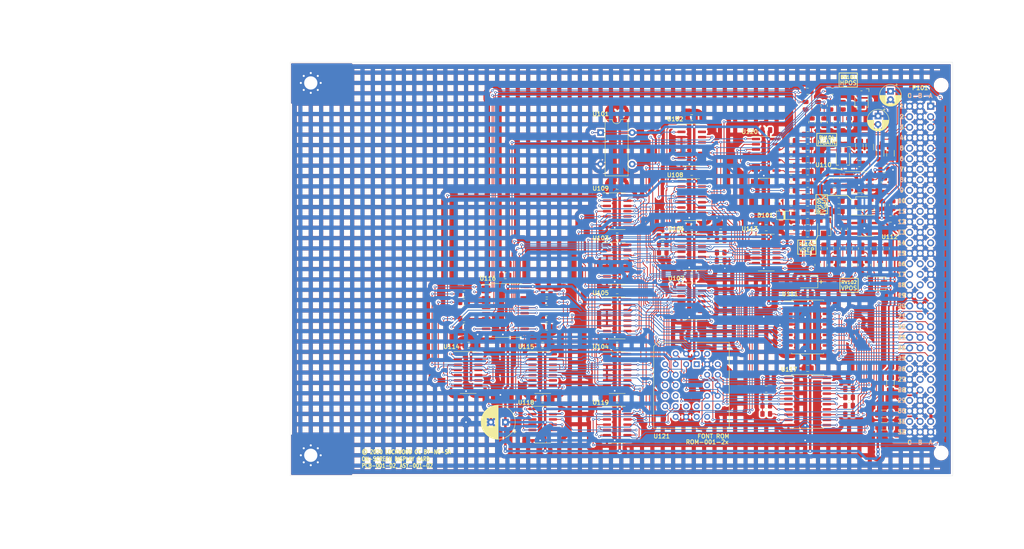
<source format=kicad_pcb>
(kicad_pcb (version 20201002) (generator pcbnew)
  (layers (0 "F.Cu" signal) (31 "B.Cu" signal) (34 "B.Paste" user) (35 "F.Paste" user) (36 "B.SilkS" user "B.Silkscreen") (37 "F.SilkS" user "F.Silkscreen") (38 "B.Mask" user) (39 "F.Mask" user) (44 "Edge.Cuts" user))
  (net 0 "")
  (net 1 "Net-(C101-Pad2)")
  (net 2 "Net-(C102-Pad1)")
  (net 3 "Net-(C103-Pad1)")
  (net 4 "Net-(C104-Pad2)")
  (net 5 "Net-(C104-Pad1)")
  (net 6 "Net-(C105-Pad2)")
  (net 7 "Net-(C105-Pad1)")
  (net 8 "Net-(C107-Pad1)")
  (net 9 "Net-(C109-Pad2)")
  (net 10 "Net-(C110-Pad2)")
  (net 11 "Net-(D101-Pad1)")
  (net 12 "/START#")
  (net 13 "/RUN#")
  (net 14 "Net-(P101-PadA9)")
  (net 15 "Net-(P101-PadA10)")
  (net 16 "/Circuit/FLD2")
  (net 17 "Net-(P101-PadA13)")
  (net 18 "Net-(P101-PadA14)")
  (net 19 "Net-(P101-PadA16)")
  (net 20 "Net-(P101-PadA18)")
  (net 21 "Net-(P101-PadA19)")
  (net 22 "Net-(P101-PadA26)")
  (net 23 "Net-(P101-PadA27)")
  (net 24 "Net-(P101-PadA28)")
  (net 25 "Net-(P101-PadA29)")
  (net 26 "Net-(P101-PadA30)")
  (net 27 "Net-(P101-PadB7)")
  (net 28 "Net-(P101-PadB8)")
  (net 29 "/Circuit/HDOT0")
  (net 30 "/Circuit/HDOT1")
  (net 31 "/Circuit/HDOT2")
  (net 32 "/Circuit/POS0")
  (net 33 "/Circuit/POS1")
  (net 34 "Net-(P101-PadB11)")
  (net 35 "Net-(P101-PadB12)")
  (net 36 "Net-(P101-PadB16)")
  (net 37 "Net-(P101-PadB17)")
  (net 38 "Net-(P101-PadB18)")
  (net 39 "Net-(P101-PadB19)")
  (net 40 "Net-(P101-PadB27)")
  (net 41 "Net-(P101-PadB28)")
  (net 42 "Net-(P101-PadB31)")
  (net 43 "Net-(P101-PadC5)")
  (net 44 "Net-(P101-PadC6)")
  (net 45 "Net-(P101-PadC9)")
  (net 46 "POR#")
  (net 47 "POR")
  (net 48 "VCC")
  (net 49 "Net-(P101-PadC10)")
  (net 50 "Net-(P101-PadC13)")
  (net 51 "/Circuit/POS2")
  (net 52 "/Circuit/DESCENDER0")
  (net 53 "Net-(P101-PadC14)")
  (net 54 "/Circuit/DESCENDER1")
  (net 55 "/Circuit/LINE0")
  (net 56 "/Circuit/LINE1")
  (net 57 "/Circuit/LINE2")
  (net 58 "/Circuit/LASTDOT")
  (net 59 "/Circuit/FLDREQ0")
  (net 60 "/Circuit/FLDREQ1")
  (net 61 "/Circuit/FLDREQ2")
  (net 62 "Net-(P101-PadC16)")
  (net 63 "Net-(P101-PadC17)")
  (net 64 "Net-(P101-PadC18)")
  (net 65 "Net-(P101-PadC26)")
  (net 66 "Net-(P101-PadC29)")
  (net 67 "/ZSEL")
  (net 68 "Net-(P101-PadC31)")
  (net 69 "RUN")
  (net 70 "/FLD3")
  (net 71 "/Circuit/POSREQ0")
  (net 72 "/Circuit/POSREQ1")
  (net 73 "/Circuit/FLDREQ3")
  (net 74 "/Circuit/FINISHREQ")
  (net 75 "/Circuit/POSREQ2")
  (net 76 "Net-(R114-Pad1)")
  (net 77 "Net-(R115-Pad1)")
  (net 78 "Net-(R119-Pad1)")
  (net 79 "/Circuit/FLD0")
  (net 80 "/Circuit/FLD1")
  (net 81 "/Circuit/CHAR0")
  (net 82 "/Circuit/CHAR1")
  (net 83 "/Circuit/CHAR2")
  (net 84 "/Circuit/CHAR3")
  (net 85 "/Circuit/CHAR4")
  (net 86 "/Circuit/CHAR5")
  (net 87 "/Circuit/FLD_BOTTOM")
  (net 88 "/Circuit/CHAR6")
  (net 89 "Net-(R134-Pad2)")
  (net 90 "Net-(R142-Pad2)")
  (net 91 "GND")
  (net 92 "+15V")
  (net 93 "-15V")
  (net 94 "DOTCLK")
  (net 95 "Net-(U102-Pad15)")
  (net 96 "Net-(U102-Pad14)")
  (net 97 "/Circuit/~LASTDOT")
  (net 98 "Net-(U103-Pad15)")
  (net 99 "Net-(U103-Pad11)")
  (net 100 "REQCLK")
  (net 101 "Net-(U104-Pad15)")
  (net 102 "Net-(U104-Pad11)")
  (net 103 "/Circuit/NEXTPOSREQ")
  (net 104 "/Circuit/NEXTFLDREQ")
  (net 105 "/Circuit/INTERLINE_BLANK#")
  (net 106 "/Circuit/STARTCMD")
  (net 107 "Net-(U106-Pad2)")
  (net 108 "Net-(U107-Pad12)")
  (net 109 "/Circuit/~LASTPOSREQ")
  (net 110 "/Circuit/~LASTLINE")
  (net 111 "Net-(U108-Pad10)")
  (net 112 "Net-(U108-Pad9)")
  (net 113 "Net-(U109-Pad1)")
  (net 114 "Net-(U111-Pad15)")
  (net 115 "/Circuit/READY")
  (net 116 "Net-(U114-Pad9)")
  (net 117 "DONE")
  (net 118 "/Circuit/FINISH#")
  (net 119 "Net-(U115-Pad13)")
  (net 120 "/Circuit/LATCHBUS")
  (net 121 "Net-(U115-Pad10)")
  (net 122 "Net-(U115-Pad7)")
  (net 123 "/CHAR7")
  (net 124 "Net-(U118-Pad12)")
  (net 125 "Net-(U118-Pad8)")
  (net 126 "Net-(U118-Pad6)")
  (net 127 "/CHAR5")
  (net 128 "/CHAR2")
  (net 129 "/CHAR6")
  (net 130 "/CHAR3")
  (net 131 "/CHAR0")
  (net 132 "Net-(R109-Pad2)")
  (net 133 "/CHAR4")
  (net 134 "/CHAR1")
  (net 135 "/POS0")
  (net 136 "/FLD2")
  (net 137 "/INTEN#")
  (net 138 "/V-")
  (net 139 "/V+")
  (net 140 "/POS1")
  (net 141 "/FLD0")
  (net 142 "/POS2")
  (net 143 "/FLD1")
  (net 144 "/Circuit/FLD3")
  (net 145 "/Circuit/PIX_BLANK#")
  (net 146 "/Circuit/INTEN")
  (net 147 "/H-")
  (net 148 "/H+")
  (net 149 "Net-(U120-Pad15)")
  (net 150 "Net-(U120-Pad11)")
  (net 151 "Net-(U121-Pad26)")
  (net 152 "Net-(U121-Pad22)")
  (net 153 "/Circuit/CHAR7")
  (net 154 "Net-(U121-Pad20)")
  (net 155 "Net-(U121-Pad21)")
  (net 156 "Net-(U121-Pad19)")
  (net 157 "Net-(U121-Pad17)")
  (net 158 "Net-(U121-Pad12)")
  (net 159 "Net-(U121-Pad1)")
  (net 160 "Net-(R111-Pad2)")
  (net 161 "Net-(R112-Pad1)")
  (net 162 "Net-(R113-Pad1)")
  (net 163 "Net-(R116-Pad1)")
  (net 164 "Net-(R117-Pad1)")
  (net 165 "Net-(R118-Pad1)")
  (net 166 "Net-(R120-Pad2)")
  (net 167 "Net-(R122-Pad1)")
  (net 168 "Net-(R123-Pad1)")
  (net 169 "Net-(R124-Pad2)")
  (net 170 "Net-(R125-Pad2)")
  (net 171 "Net-(R127-Pad1)")
  (net 172 "Net-(R128-Pad1)")
  (net 173 "Net-(R129-Pad1)")
  (net 174 "Net-(R139-Pad2)")
  (net 175 "Net-(R140-Pad2)")
  (net 176 "Net-(R150-Pad2)")
  (net 177 "Net-(R155-Pad2)")
  (net 178 "Net-(R156-Pad2)")
  (net 179 "Net-(R157-Pad2)")
  (net 180 "Net-(R158-Pad1)")
  (net 181 "Net-(R159-Pad2)")
  (net 182 "Net-(R160-Pad1)")
  (module "Capacitor_SMD:C_0805_2012Metric" (layer "F.Cu") (at 169 60 180)
    (fp_text reference "CD112" hide)
    (fp_text value "1µ")
    (pad "1" smd roundrect (at -0.95 0 180) (size 1 1.45) (layers "F.Cu" "F.Paste" "F.Mask") (net 48 "VCC"))
    (pad "2" smd roundrect (at 0.95 0 180) (size 1 1.45) (layers "F.Cu" "F.Paste" "F.Mask") (net 91 "GND"))
  )
  (module "Capacitor_SMD:C_0805_2012Metric" (layer "F.Cu") (at 142 81.6 180)
    (fp_text reference "CD120" hide)
    (fp_text value "1µ")
    (pad "1" smd roundrect (at -0.95 0 180) (size 1 1.45) (layers "F.Cu" "F.Paste" "F.Mask") (net 48 "VCC"))
    (pad "2" smd roundrect (at 0.95 0 180) (size 1 1.45) (layers "F.Cu" "F.Paste" "F.Mask") (net 91 "GND"))
  )
  (module "Resistor_SMD:R_0805_2012Metric" (layer "F.Cu") (at 227.5 54.5)
    (fp_text reference "R157" hide)
    (fp_text value "5k9")
    (pad "1" smd roundrect (at -0.9125 0) (size 1.025 1.4) (layers "F.Cu" "F.Paste" "F.Mask") (roundrect_rratio 0.243902) (net 9 "Net-(C109-Pad2)"))
    (pad "2" smd roundrect (at 0.9125 0) (size 1.025 1.4) (layers "F.Cu" "F.Paste" "F.Mask") (roundrect_rratio 0.243902) (net 179 "Net-(R157-Pad2)"))
  )
  (module "Resistor_SMD:R_0805_2012Metric" (layer "F.Cu") (at 205 109)
    (fp_text reference "R108" hide)
    (fp_text value "2k37")
    (pad "1" smd roundrect (at -0.9125 0) (size 1.025 1.4) (layers "F.Cu" "F.Paste" "F.Mask") (roundrect_rratio 0.243902) (net 48 "VCC"))
    (pad "2" smd roundrect (at 0.9125 0) (size 1.025 1.4) (layers "F.Cu" "F.Paste" "F.Mask") (roundrect_rratio 0.243902) (net 131 "/CHAR0"))
  )
  (module "Capacitor_SMD:C_0805_2012Metric" (layer "F.Cu") (at 205 70 180)
    (fp_text reference "CD114" hide)
    (fp_text value "1µ")
    (pad "1" smd roundrect (at -0.95 0 180) (size 1 1.45) (layers "F.Cu" "F.Paste" "F.Mask") (net 48 "VCC"))
    (pad "2" smd roundrect (at 0.95 0 180) (size 1 1.45) (layers "F.Cu" "F.Paste" "F.Mask") (net 91 "GND"))
  )
  (module "Capacitor_SMD:C_0805_2012Metric" (layer "F.Cu") (at 133.1 98.4 180)
    (fp_text reference "CD113" hide)
    (fp_text value "1µ")
    (pad "1" smd roundrect (at -0.95 0 180) (size 1 1.45) (layers "F.Cu" "F.Paste" "F.Mask") (net 48 "VCC"))
    (pad "2" smd roundrect (at 0.95 0 180) (size 1 1.45) (layers "F.Cu" "F.Paste" "F.Mask") (net 91 "GND"))
  )
  (module "Resistor_SMD:R_1206_3216Metric_Pad1.30x1.75mm_HandSolder" (layer "F.Cu") (at 233.5 115 180)
    (fp_text reference "RT103" hide)
    (fp_text value "250mA")
    (pad "1" smd roundrect (at -1.55 0 180) (size 1.3 1.75) (layers "F.Cu" "F.Paste" "F.Mask") (roundrect_rratio 0.192308) (net 42 "Net-(P101-PadB31)"))
    (pad "2" smd roundrect (at 1.55 0 180) (size 1.3 1.75) (layers "F.Cu" "F.Paste" "F.Mask") (roundrect_rratio 0.192308) (net 93 "-15V"))
  )
  (module "Resistor_SMD:R_0805_2012Metric" (layer "F.Cu") (at 132 88 180)
    (fp_text reference "R113" hide)
    (fp_text value "39k")
    (pad "1" smd roundrect (at -0.9125 0 180) (size 1.025 1.4) (layers "F.Cu" "F.Paste" "F.Mask") (roundrect_rratio 0.243902) (net 162 "Net-(R113-Pad1)"))
    (pad "2" smd roundrect (at 0.9125 0 180) (size 1.025 1.4) (layers "F.Cu" "F.Paste" "F.Mask") (roundrect_rratio 0.243902) (net 72 "/Circuit/POSREQ1"))
  )
  (module "Capacitor_SMD:C_0805_2012Metric" (layer "F.Cu") (at 187 69.8 180)
    (fp_text reference "CD118" hide)
    (fp_text value "1µ")
    (pad "1" smd roundrect (at -0.95 0 180) (size 1 1.45) (layers "F.Cu" "F.Paste" "F.Mask") (net 48 "VCC"))
    (pad "2" smd roundrect (at 0.95 0 180) (size 1 1.45) (layers "F.Cu" "F.Paste" "F.Mask") (net 91 "GND"))
  )
  (module "Resistor_SMD:R_0805_2012Metric" (layer "F.Cu") (at 222 44.5 90)
    (fp_text reference "R144" hide)
    (fp_text value "274k")
    (pad "1" smd roundrect (at -0.9125 0 90) (size 1.025 1.4) (layers "F.Cu" "F.Paste" "F.Mask") (roundrect_rratio 0.243902) (net 4 "Net-(C104-Pad2)"))
    (pad "2" smd roundrect (at 0.9125 0 90) (size 1.025 1.4) (layers "F.Cu" "F.Paste" "F.Mask") (roundrect_rratio 0.243902) (net 171 "Net-(R127-Pad1)"))
  )
  (module "Package_SO:SOIC-16_3.9x9.9mm_P1.27mm" (layer "F.Cu") (at 169 78.6)
    (fp_text reference "U103" (at -4 -6.1 unlocked) (layer "F.SilkS") (effects (font (thickness 0.2))))
    (fp_text value "'HC161")
    (pad "1" smd roundrect (at -2.475 -4.445) (size 1.95 0.6) (layers "F.Cu" "F.Paste" "F.Mask") (net 46 "POR#"))
    (pad "2" smd roundrect (at -2.475 -3.175) (size 1.95 0.6) (layers "F.Cu" "F.Paste" "F.Mask") (net 100 "REQCLK"))
    (pad "3" smd roundrect (at -2.475 -1.905) (size 1.95 0.6) (layers "F.Cu" "F.Paste" "F.Mask") (net 91 "GND"))
    (pad "4" smd roundrect (at -2.475 -0.635) (size 1.95 0.6) (layers "F.Cu" "F.Paste" "F.Mask") (net 91 "GND"))
    (pad "5" smd roundrect (at -2.475 0.635) (size 1.95 0.6) (layers "F.Cu" "F.Paste" "F.Mask") (net 91 "GND"))
    (pad "6" smd roundrect (at -2.475 1.905) (size 1.95 0.6) (layers "F.Cu" "F.Paste" "F.Mask") (net 91 "GND"))
    (pad "7" smd roundrect (at -2.475 3.175) (size 1.95 0.6) (layers "F.Cu" "F.Paste" "F.Mask") (net 48 "VCC"))
    (pad "8" smd roundrect (at -2.475 4.445) (size 1.95 0.6) (layers "F.Cu" "F.Paste" "F.Mask") (net 91 "GND"))
    (pad "9" smd roundrect (at 2.475 4.445) (size 1.95 0.6) (layers "F.Cu" "F.Paste" "F.Mask") (net 69 "RUN"))
    (pad "10" smd roundrect (at 2.475 3.175) (size 1.95 0.6) (layers "F.Cu" "F.Paste" "F.Mask") (net 69 "RUN"))
    (pad "11" smd roundrect (at 2.475 1.905) (size 1.95 0.6) (layers "F.Cu" "F.Paste" "F.Mask") (net 99 "Net-(U103-Pad11)"))
    (pad "12" smd roundrect (at 2.475 0.635) (size 1.95 0.6) (layers "F.Cu" "F.Paste" "F.Mask") (net 57 "/Circuit/LINE2"))
    (pad "13" smd roundrect (at 2.475 -0.635) (size 1.95 0.6) (layers "F.Cu" "F.Paste" "F.Mask") (net 56 "/Circuit/LINE1"))
    (pad "14" smd roundrect (at 2.475 -1.905) (size 1.95 0.6) (layers "F.Cu" "F.Paste" "F.Mask") (net 55 "/Circuit/LINE0"))
    (pad "15" smd roundrect (at 2.475 -3.175) (size 1.95 0.6) (layers "F.Cu" "F.Paste" "F.Mask") (net 98 "Net-(U103-Pad15)"))
    (pad "16" smd roundrect (at 2.475 -4.445) (size 1.95 0.6) (layers "F.Cu" "F.Paste" "F.Mask") (net 48 "VCC"))
  )
  (module "Resistor_SMD:R_0805_2012Metric" (layer "F.Cu") (at 233.5 59 -90)
    (fp_text reference "R158" hide)
    (fp_text value "5k9")
    (pad "1" smd roundrect (at -0.9125 0 270) (size 1.025 1.4) (layers "F.Cu" "F.Paste" "F.Mask") (roundrect_rratio 0.243902) (net 180 "Net-(R158-Pad1)"))
    (pad "2" smd roundrect (at 0.9125 0 270) (size 1.025 1.4) (layers "F.Cu" "F.Paste" "F.Mask") (roundrect_rratio 0.243902) (net 179 "Net-(R157-Pad2)"))
  )
  (module "Diode_SMD:D_MiniMELF" (layer "F.Cu") (at 210 67)
    (fp_text reference "D101" (at -5.25 0 unlocked) (layer "F.SilkS") (effects (font (thickness 0.2))))
    (fp_text value "LL4448")
    (pad "1" smd rect (at -1.75 0) (size 1.3 1.7) (layers "F.Cu" "F.Paste" "F.Mask") (net 11 "Net-(D101-Pad1)"))
    (pad "2" smd rect (at 1.75 0) (size 1.3 1.7) (layers "F.Cu" "F.Paste" "F.Mask") (net 8 "Net-(C107-Pad1)"))
  )
  (module "Capacitor_SMD:C_0805_2012Metric" (layer "F.Cu") (at 187 43.4 180)
    (fp_text reference "CD115" hide)
    (fp_text value "1µ")
    (pad "1" smd roundrect (at -0.95 0 180) (size 1 1.45) (layers "F.Cu" "F.Paste" "F.Mask") (net 48 "VCC"))
    (pad "2" smd roundrect (at 0.95 0 180) (size 1 1.45) (layers "F.Cu" "F.Paste" "F.Mask") (net 91 "GND"))
  )
  (module "os2_footprints:DIN41612_B_3x32_Horizontal" (layer "F.Cu") (at 244.699993 40.629992 -90)
    (fp_text reference "P101" (at -4.435 2.54 unlocked) (layer "F.SilkS") (effects (font (thickness 0.2))))
    (fp_text value "DIN41612_M_3x32_OS2")
    (pad "" np_thru_hole circle (at 83.82 -2.54 270) (size 2.8 2.8) (drill 2.8) (layers *.Cu *.Mask))
    (pad "" np_thru_hole circle (at -5.08 -2.54 270) (size 2.8 2.8) (drill 2.8) (layers *.Cu *.Mask))
    (pad "A1" thru_hole rect (at 0 0 270) (size 1.7 1.7) (drill 1) (layers *.Cu *.Mask) (net 91 "GND"))
    (pad "A2" thru_hole circle (at 2.54 0 270) (size 1.7 1.7) (drill 1) (layers *.Cu *.Mask) (net 148 "/H+"))
    (pad "A3" thru_hole circle (at 5.08 0 270) (size 1.7 1.7) (drill 1) (layers *.Cu *.Mask) (net 147 "/H-"))
    (pad "A4" thru_hole circle (at 7.62 0 270) (size 1.7 1.7) (drill 1) (layers *.Cu *.Mask) (net 91 "GND"))
    (pad "A5" thru_hole circle (at 10.16 0 270) (size 1.7 1.7) (drill 1) (layers *.Cu *.Mask) (net 12 "/START#"))
    (pad "A6" thru_hole circle (at 12.7 0 270) (size 1.7 1.7) (drill 1) (layers *.Cu *.Mask) (net 13 "/RUN#"))
    (pad "A7" thru_hole circle (at 15.24 0 270) (size 1.7 1.7) (drill 1) (layers *.Cu *.Mask) (net 91 "GND"))
    (pad "A8" thru_hole circle (at 17.78 0 270) (size 1.7 1.7) (drill 1) (layers *.Cu *.Mask) (net 91 "GND"))
    (pad "A9" thru_hole circle (at 20.32 0 270) (size 1.7 1.7) (drill 1) (layers *.Cu *.Mask) (net 14 "Net-(P101-PadA9)"))
    (pad "A10" thru_hole circle (at 22.86 0 270) (size 1.7 1.7) (drill 1) (layers *.Cu *.Mask) (net 15 "Net-(P101-PadA10)"))
    (pad "A11" thru_hole circle (at 25.4 0 270) (size 1.7 1.7) (drill 1) (layers *.Cu *.Mask) (net 91 "GND"))
    (pad "A12" thru_hole circle (at 27.94 0 270) (size 1.7 1.7) (drill 1) (layers *.Cu *.Mask) (net 91 "GND"))
    (pad "A13" thru_hole circle (at 30.48 0 270) (size 1.7 1.7) (drill 1) (layers *.Cu *.Mask) (net 17 "Net-(P101-PadA13)"))
    (pad "A14" thru_hole circle (at 33.02 0 270) (size 1.7 1.7) (drill 1) (layers *.Cu *.Mask) (net 18 "Net-(P101-PadA14)"))
    (pad "A15" thru_hole circle (at 35.56 0 270) (size 1.7 1.7) (drill 1) (layers *.Cu *.Mask) (net 91 "GND"))
    (pad "A16" thru_hole circle (at 38.1 0 270) (size 1.7 1.7) (drill 1) (layers *.Cu *.Mask) (net 19 "Net-(P101-PadA16)"))
    (pad "A17" thru_hole circle (at 40.64 0 270) (size 1.7 1.7) (drill 1) (layers *.Cu *.Mask) (net 91 "GND"))
    (pad "A18" thru_hole circle (at 43.18 0 270) (size 1.7 1.7) (drill 1) (layers *.Cu *.Mask) (net 20 "Net-(P101-PadA18)"))
    (pad "A19" thru_hole circle (at 45.72 0 270) (size 1.7 1.7) (drill 1) (layers *.Cu *.Mask) (net 21 "Net-(P101-PadA19)"))
    (pad "A20" thru_hole circle (at 48.26 0 270) (size 1.7 1.7) (drill 1) (layers *.Cu *.Mask) (net 67 "/ZSEL"))
    (pad "A21" thru_hole circle (at 50.8 0 270) (size 1.7 1.7) (drill 1) (layers *.Cu *.Mask) (net 136 "/FLD2"))
    (pad "A22" thru_hole circle (at 53.34 0 270) (size 1.7 1.7) (drill 1) (layers *.Cu *.Mask) (net 134 "/CHAR1"))
    (pad "A23" thru_hole circle (at 55.88 0 270) (size 1.7 1.7) (drill 1) (layers *.Cu *.Mask) (net 133 "/CHAR4"))
    (pad "A24" thru_hole circle (at 58.42 0 270) (size 1.7 1.7) (drill 1) (layers *.Cu *.Mask) (net 123 "/CHAR7"))
    (pad "A25" thru_hole circle (at 60.96 0 270) (size 1.7 1.7) (drill 1) (layers *.Cu *.Mask) (net 142 "/POS2"))
    (pad "A26" thru_hole circle (at 63.5 0 270) (size 1.7 1.7) (drill 1) (layers *.Cu *.Mask) (net 22 "Net-(P101-PadA26)"))
    (pad "A27" thru_hole circle (at 66.04 0 270) (size 1.7 1.7) (drill 1) (layers *.Cu *.Mask) (net 23 "Net-(P101-PadA27)"))
    (pad "A28" thru_hole circle (at 68.58 0 270) (size 1.7 1.7) (drill 1) (layers *.Cu *.Mask) (net 24 "Net-(P101-PadA28)"))
    (pad "A29" thru_hole circle (at 71.12 0 270) (size 1.7 1.7) (drill 1) (layers *.Cu *.Mask) (net 25 "Net-(P101-PadA29)"))
    (pad "A30" thru_hole circle (at 73.66 0 270) (size 1.7 1.7) (drill 1) (layers *.Cu *.Mask) (net 26 "Net-(P101-PadA30)"))
    (pad "A31" thru_hole circle (at 76.2 0 270) (size 1.7 1.7) (drill 1) (layers *.Cu *.Mask) (net 26 "Net-(P101-PadA30)"))
    (pad "A32" thru_hole circle (at 78.74 0 270) (size 1.7 1.7) (drill 1) (layers *.Cu *.Mask) (net 91 "GND"))
    (pad "B1" thru_hole circle (at 0 2.54 270) (size 1.7 1.7) (drill 1) (layers *.Cu *.Mask) (net 91 "GND"))
    (pad "B2" thru_hole circle (at 2.54 2.54 270) (size 1.7 1.7) (drill 1) (layers *.Cu *.Mask) (net 91 "GND"))
    (pad "B3" thru_hole circle (at 5.08 2.54 270) (size 1.7 1.7) (drill 1) (layers *.Cu *.Mask) (net 91 "GND"))
    (pad "B4" thru_hole circle (at 7.62 2.54 270) (size 1.7 1.7) (drill 1) (layers *.Cu *.Mask) (net 91 "GND"))
    (pad "B5" thru_hole circle (at 10.16 2.54 270) (size 1.7 1.7) (drill 1) (layers *.Cu *.Mask) (net 91 "GND"))
    (pad "B6" thru_hole circle (at 12.7 2.54 270) (size 1.7 1.7) (drill 1) (layers *.Cu *.Mask) (net 91 "GND"))
    (pad "B7" thru_hole circle (at 15.24 2.54 270) (size 1.7 1.7) (drill 1) (layers *.Cu *.Mask) (net 27 "Net-(P101-PadB7)"))
    (pad "B8" thru_hole circle (at 17.78 2.54 270) (size 1.7 1.7) (drill 1) (layers *.Cu *.Mask) (net 28 "Net-(P101-PadB8)"))
    (pad "B9" thru_hole circle (at 20.32 2.54 270) (size 1.7 1.7) (drill 1) (layers *.Cu *.Mask) (net 91 "GND"))
    (pad "B10" thru_hole circle (at 22.86 2.54 270) (size 1.7 1.7) (drill 1) (layers *.Cu *.Mask) (net 91 "GND"))
    (pad "B11" thru_hole circle (at 25.4 2.54 270) (size 1.7 1.7) (drill 1) (layers *.Cu *.Mask) (net 34 "Net-(P101-PadB11)"))
    (pad "B12" thru_hole circle (at 27.94 2.54 270) (size 1.7 1.7) (drill 1) (layers *.Cu *.Mask) (net 35 "Net-(P101-PadB12)"))
    (pad "B13" thru_hole circle (at 30.48 2.54 270) (size 1.7 1.7) (drill 1) (layers *.Cu *.Mask) (net 91 "GND"))
    (pad "B14" thru_hole circle (at 33.02 2.54 270) (size 1.7 1.7) (drill 1) (layers *.Cu *.Mask) (net 91 "GND"))
    (pad "B15" thru_hole circle (at 35.56 2.54 270) (size 1.7 1.7) (drill 1) (layers *.Cu *.Mask) (net 91 "GND"))
    (pad "B16" thru_hole circle (at 38.1 2.54 270) (size 1.7 1.7) (drill 1) (layers *.Cu *.Mask) (net 36 "Net-(P101-PadB16)"))
    (pad "B17" thru_hole circle (at 40.64 2.54 270) (size 1.7 1.7) (drill 1) (layers *.Cu *.Mask) (net 37 "Net-(P101-PadB17)"))
    (pad "B18" thru_hole circle (at 43.18 2.54 270) (size 1.7 1.7) (drill 1) (layers *.Cu *.Mask) (net 38 "Net-(P101-PadB18)"))
    (pad "B19" thru_hole circle (at 45.72 2.54 270) (size 1.7 1.7) (drill 1) (layers *.Cu *.Mask) (net 39 "Net-(P101-PadB19)"))
    (pad "B20" thru_hole circle (at 48.26 2.54 270) (size 1.7 1.7) (drill 1) (layers *.Cu *.Mask) (net 91 "GND"))
    (pad "B21" thru_hole circle (at 50.8 2.54 270) (size 1.7 1.7) (drill 1) (layers *.Cu *.Mask) (net 143 "/FLD1"))
    (pad "B22" thru_hole circle (at 53.34 2.54 270) (size 1.7 1.7) (drill 1) (layers *.Cu *.Mask) (net 131 "/CHAR0"))
    (pad "B23" thru_hole circle (at 55.88 2.54 270) (size 1.7 1.7) (drill 1) (layers *.Cu *.Mask) (net 130 "/CHAR3"))
    (pad "B24" thru_hole circle (at 58.42 2.54 270) (size 1.7 1.7) (drill 1) (layers *.Cu *.Mask) (net 129 "/CHAR6"))
    (pad "B25" thru_hole circle (at 60.96 2.54 270) (size 1.7 1.7) (drill 1) (layers *.Cu *.Mask) (net 140 "/POS1"))
    (pad "B26" thru_hole circle (at 63.5 2.54 270) (size 1.7 1.7) (drill 1) (layers *.Cu *.Mask) (net 91 "GND"))
    (pad "B27" thru_hole circle (at 66.04 2.54 270) (size 1.7 1.7) (drill 1) (layers *.Cu *.Mask) (net 40 "Net-(P101-PadB27)"))
    (pad "B28" thru_hole circle (at 68.58 2.54 270) (size 1.7 1.7) (drill 1) (layers *.Cu *.Mask) (net 41 "Net-(P101-PadB28)"))
    (pad "B29" thru_hole circle (at 71.12 2.54 270) (size 1.7 1.7) (drill 1) (layers *.Cu *.Mask) (net 91 "GND"))
    (pad "B30" thru_hole circle (at 73.66 2.54 270) (size 1.7 1.7) (drill 1) (layers *.Cu *.Mask) (net 91 "GND"))
    (pad "B31" thru_hole circle (at 76.2 2.54 270) (size 1.7 1.7) (drill 1) (layers *.Cu *.Mask) (net 42 "Net-(P101-PadB31)"))
    (pad "B32" thru_hole circle (at 78.74 2.54 270) (size 1.7 1.7) (drill 1) (layers *.Cu *.Mask) (net 91 "GND"))
    (pad "C1" thru_hole circle (at 0 5.08 270) (size 1.7 1.7) (drill 1) (layers *.Cu *.Mask) (net 91 "GND"))
    (pad "C2" thru_hole circle (at 2.54 5.08 270) (size 1.7 1.7) (drill 1) (layers *.Cu *.Mask) (net 139 "/V+"))
    (pad "C3" thru_hole circle (at 5.08 5.08 270) (size 1.7 1.7) (drill 1) (layers *.Cu *.Mask) (net 138 "/V-"))
    (pad "C4" thru_hole circle (at 7.62 5.08 270) (size 1.7 1.7) (drill 1) (layers *.Cu *.Mask) (net 91 "GND"))
    (pad "C5" thru_hole circle (at 10.16 5.08 270) (size 1.7 1.7) (drill 1) (layers *.Cu *.Mask) (net 43 "Net-(P101-PadC5)"))
    (pad "C6" thru_hole circle (at 12.7 5.08 270) (size 1.7 1.7) (drill 1) (layers *.Cu *.Mask) (net 44 "Net-(P101-PadC6)"))
    (pad "C7" thru_hole circle (at 15.24 5.08 270) (size 1.7 1.7) (drill 1) (layers *.Cu *.Mask) (net 91 "GND"))
    (pad "C8" thru_hole circle (at 17.78 5.08 270) (size 1.7 1.7) (drill 1) (layers *.Cu *.Mask) (net 91 "GND"))
    (pad "C9" thru_hole circle (at 20.32 5.08 270) (size 1.7 1.7) (drill 1) (layers *.Cu *.Mask) (net 45 "Net-(P101-PadC9)"))
    (pad "C10" thru_hole circle (at 22.86 5.08 270) (size 1.7 1.7) (drill 1) (layers *.Cu *.Mask) (net 49 "Net-(P101-PadC10)"))
    (pad "C11" thru_hole circle (at 25.4 5.08 270) (size 1.7 1.7) (drill 1) (layers *.Cu *.Mask) (net 91 "GND"))
    (pad "C12" thru_hole circle (at 27.94 5.08 270) (size 1.7 1.7) (drill 1) (layers *.Cu *.Mask) (net 91 "GND"))
    (pad "C13" thru_hole circle (at 30.48 5.08 270) (size 1.7 1.7) (drill 1) (layers *.Cu *.Mask) (net 50 "Net-(P101-PadC13)"))
    (pad "C14" thru_hole circle (at 33.02 5.08 270) (size 1.7 1.7) (drill 1) (layers *.Cu *.Mask) (net 53 "Net-(P101-PadC14)"))
    (pad "C15" thru_hole circle (at 35.56 5.08 270) (size 1.7 1.7) (drill 1) (layers *.Cu *.Mask) (net 91 "GND"))
    (pad "C16" thru_hole circle (at 38.1 5.08 270) (size 1.7 1.7) (drill 1) (layers *.Cu *.Mask) (net 62 "Net-(P101-PadC16)"))
    (pad "C17" thru_hole circle (at 40.64 5.08 270) (size 1.7 1.7) (drill 1) (layers *.Cu *.Mask) (net 63 "Net-(P101-PadC17)"))
    (pad "C18" thru_hole circle (at 43.18 5.08 270) (size 1.7 1.7) (drill 1) (layers *.Cu *.Mask) (net 64 "Net-(P101-PadC18)"))
    (pad "C19" thru_hole circle (at 45.72 5.08 270) (size 1.7 1.7) (drill 1) (layers *.Cu *.Mask) (net 91 "GND"))
    (pad "C20" thru_hole circle (at 48.26 5.08 270) (size 1.7 1.7) (drill 1) (layers *.Cu *.Mask) (net 137 "/INTEN#"))
    (pad "C21" thru_hole circle (at 50.8 5.08 270) (size 1.7 1.7) (drill 1) (layers *.Cu *.Mask) (net 141 "/FLD0"))
    (pad "C22" thru_hole circle (at 53.34 5.08 270) (size 1.7 1.7) (drill 1) (layers *.Cu *.Mask) (net 70 "/FLD3"))
    (pad "C23" thru_hole circle (at 55.88 5.08 270) (size 1.7 1.7) (drill 1) (layers *.Cu *.Mask) (net 128 "/CHAR2"))
    (pad "C24" thru_hole circle (at 58.42 5.08 270) (size 1.7 1.7) (drill 1) (layers *.Cu *.Mask) (net 127 "/CHAR5"))
    (pad "C25" thru_hole circle (at 60.96 5.08 270) (size 1.7 1.7) (drill 1) (layers *.Cu *.Mask) (net 135 "/POS0"))
    (pad "C26" thru_hole circle (at 63.5 5.08 270) (size 1.7 1.7) (drill 1) (layers *.Cu *.Mask) (net 65 "Net-(P101-PadC26)"))
    (pad "C27" thru_hole circle (at 66.04 5.08 270) (size 1.7 1.7) (drill 1) (layers *.Cu *.Mask) (net 91 "GND"))
    (pad "C28" thru_hole circle (at 68.58 5.08 270) (size 1.7 1.7) (drill 1) (layers *.Cu *.Mask) (net 91 "GND"))
    (pad "C29" thru_hole circle (at 71.12 5.08 270) (size 1.7 1.7) (drill 1) (layers *.Cu *.Mask) (net 66 "Net-(P101-PadC29)"))
    (pad "C30" thru_hole circle (at 73.66 5.08 270) (size 1.7 1.7) (drill 1) (layers *.Cu *.Mask) (net 91 "GND"))
    (pad "C31" thru_hole circle (at 76.2 5.08 270) (size 1.7 1.7) (drill 1) (layers *.Cu *.Mask) (net 68 "Net-(P101-PadC31)"))
    (pad "C32" thru_hole circle (at 78.74 5.08 270) (size 1.7 1.7) (drill 1) (layers *.Cu *.Mask) (net 91 "GND"))
  )
  (module "MountingHole:MountingHole_3.2mm_M3_Pad_Via" (layer "F.Cu") (at 95 35)
    (fp_text reference "H101" hide)
    (fp_text value "HOLE")
    (pad "1" thru_hole circle (at -2.4 0) (size 0.8 0.8) (drill 0.5) (layers *.Cu *.Mask) (net 91 "GND"))
    (pad "1" thru_hole circle (at 0 2.4) (size 0.8 0.8) (drill 0.5) (layers *.Cu *.Mask) (net 91 "GND"))
    (pad "1" thru_hole circle (at 0 -2.4) (size 0.8 0.8) (drill 0.5) (layers *.Cu *.Mask) (net 91 "GND"))
    (pad "1" thru_hole circle (at -1.697056 1.697056) (size 0.8 0.8) (drill 0.5) (layers *.Cu *.Mask) (net 91 "GND"))
    (pad "1" thru_hole circle (at 1.697056 1.697056) (size 0.8 0.8) (drill 0.5) (layers *.Cu *.Mask) (net 91 "GND"))
    (pad "1" thru_hole circle (at 2.4 0) (size 0.8 0.8) (drill 0.5) (layers *.Cu *.Mask) (net 91 "GND"))
    (pad "1" thru_hole circle (at -1.697056 -1.697056) (size 0.8 0.8) (drill 0.5) (layers *.Cu *.Mask) (net 91 "GND"))
    (pad "1" thru_hole circle (at 1.697056 -1.697056) (size 0.8 0.8) (drill 0.5) (layers *.Cu *.Mask) (net 91 "GND"))
    (pad "1" thru_hole circle (at 0 0) (size 6.4 6.4) (drill 3.2) (layers *.Cu *.Mask) (net 91 "GND"))
  )
  (module "Capacitor_SMD:C_0805_2012Metric" (layer "F.Cu") (at 187 81.8 180)
    (fp_text reference "CD108" hide)
    (fp_text value "1µ")
    (pad "1" smd roundrect (at -0.95 0 180) (size 1 1.45) (layers "F.Cu" "F.Paste" "F.Mask") (net 48 "VCC"))
    (pad "2" smd roundrect (at 0.95 0 180) (size 1 1.45) (layers "F.Cu" "F.Paste" "F.Mask") (net 91 "GND"))
  )
  (module "Resistor_SMD:R_0805_2012Metric" (layer "F.Cu") (at 211 52 180)
    (fp_text reference "R134" hide)
    (fp_text value "5k9")
    (pad "1" smd roundrect (at -0.9125 0 180) (size 1.025 1.4) (layers "F.Cu" "F.Paste" "F.Mask") (roundrect_rratio 0.243902) (net 4 "Net-(C104-Pad2)"))
    (pad "2" smd roundrect (at 0.9125 0 180) (size 1.025 1.4) (layers "F.Cu" "F.Paste" "F.Mask") (roundrect_rratio 0.243902) (net 89 "Net-(R134-Pad2)"))
  )
  (module "Package_SO:SOIC-16_3.9x9.9mm_P1.27mm" (layer "F.Cu") (at 187 63.2)
    (fp_text reference "U108" (at -4 -5.95 unlocked) (layer "F.SilkS") (effects (font (thickness 0.2))))
    (fp_text value "'HC109")
    (pad "1" smd roundrect (at -2.475 -4.445) (size 1.95 0.6) (layers "F.Cu" "F.Paste" "F.Mask") (net 48 "VCC"))
    (pad "2" smd roundrect (at -2.475 -3.175) (size 1.95 0.6) (layers "F.Cu" "F.Paste" "F.Mask") (net 107 "Net-(U106-Pad2)"))
    (pad "3" smd roundrect (at -2.475 -1.905) (size 1.95 0.6) (layers "F.Cu" "F.Paste" "F.Mask") (net 107 "Net-(U106-Pad2)"))
    (pad "4" smd roundrect (at -2.475 -0.635) (size 1.95 0.6) (layers "F.Cu" "F.Paste" "F.Mask") (net 94 "DOTCLK"))
    (pad "5" smd roundrect (at -2.475 0.635) (size 1.95 0.6) (layers "F.Cu" "F.Paste" "F.Mask") (net 48 "VCC"))
    (pad "6" smd roundrect (at -2.475 1.905) (size 1.95 0.6) (layers "F.Cu" "F.Paste" "F.Mask") (net 46 "POR#"))
    (pad "7" smd roundrect (at -2.475 3.175) (size 1.95 0.6) (layers "F.Cu" "F.Paste" "F.Mask") (net 47 "POR"))
    (pad "8" smd roundrect (at -2.475 4.445) (size 1.95 0.6) (layers "F.Cu" "F.Paste" "F.Mask") (net 91 "GND"))
    (pad "9" smd roundrect (at 2.475 4.445) (size 1.95 0.6) (layers "F.Cu" "F.Paste" "F.Mask") (net 112 "Net-(U108-Pad9)"))
    (pad "10" smd roundrect (at 2.475 3.175) (size 1.95 0.6) (layers "F.Cu" "F.Paste" "F.Mask") (net 111 "Net-(U108-Pad10)"))
    (pad "11" smd roundrect (at 2.475 1.905) (size 1.95 0.6) (layers "F.Cu" "F.Paste" "F.Mask") (net 48 "VCC"))
    (pad "12" smd roundrect (at 2.475 0.635) (size 1.95 0.6) (layers "F.Cu" "F.Paste" "F.Mask") (net 100 "REQCLK"))
    (pad "13" smd roundrect (at 2.475 -0.635) (size 1.95 0.6) (layers "F.Cu" "F.Paste" "F.Mask") (net 12 "/START#"))
    (pad "14" smd roundrect (at 2.475 -1.905) (size 1.95 0.6) (layers "F.Cu" "F.Paste" "F.Mask") (net 12 "/START#"))
    (pad "15" smd roundrect (at 2.475 -3.175) (size 1.95 0.6) (layers "F.Cu" "F.Paste" "F.Mask") (net 46 "POR#"))
    (pad "16" smd roundrect (at 2.475 -4.445) (size 1.95 0.6) (layers "F.Cu" "F.Paste" "F.Mask") (net 48 "VCC"))
  )
  (module "Resistor_SMD:R_0805_2012Metric" (layer "F.Cu") (at 194 73)
    (fp_text reference "R120" hide)
    (fp_text value "1k96")
    (pad "1" smd roundrect (at -0.9125 0) (size 1.025 1.4) (layers "F.Cu" "F.Paste" "F.Mask") (roundrect_rratio 0.243902) (net 3 "Net-(C103-Pad1)"))
    (pad "2" smd roundrect (at 0.9125 0) (size 1.025 1.4) (layers "F.Cu" "F.Paste" "F.Mask") (roundrect_rratio 0.243902) (net 166 "Net-(R120-Pad2)"))
  )
  (module "Package_SO:SOIC-8_3.9x4.9mm_P1.27mm" (layer "F.Cu") (at 227.5 59)
    (fp_text reference "U110" (at -8.7 -4.2 unlocked) (layer "F.SilkS") (effects (font (thickness 0.2))))
    (fp_text value "NE5532")
    (pad "1" smd roundrect (at -2.475 -1.905) (size 1.95 0.6) (layers "F.Cu" "F.Paste" "F.Mask") (net 9 "Net-(C109-Pad2)"))
    (pad "2" smd roundrect (at -2.475 -0.635) (size 1.95 0.6) (layers "F.Cu" "F.Paste" "F.Mask") (net 4 "Net-(C104-Pad2)"))
    (pad "3" smd roundrect (at -2.475 0.635) (size 1.95 0.6) (layers "F.Cu" "F.Paste" "F.Mask") (net 91 "GND"))
    (pad "4" smd roundrect (at -2.475 1.905) (size 1.95 0.6) (layers "F.Cu" "F.Paste" "F.Mask") (net 93 "-15V"))
    (pad "5" smd roundrect (at 2.475 1.905) (size 1.95 0.6) (layers "F.Cu" "F.Paste" "F.Mask") (net 91 "GND"))
    (pad "6" smd roundrect (at 2.475 0.635) (size 1.95 0.6) (layers "F.Cu" "F.Paste" "F.Mask") (net 179 "Net-(R157-Pad2)"))
    (pad "7" smd roundrect (at 2.475 -0.635) (size 1.95 0.6) (layers "F.Cu" "F.Paste" "F.Mask") (net 180 "Net-(R158-Pad1)"))
    (pad "8" smd roundrect (at 2.475 -1.905) (size 1.95 0.6) (layers "F.Cu" "F.Paste" "F.Mask") (net 92 "+15V"))
  )
  (module "Resistor_SMD:R_1206_3216Metric" (layer "F.Cu") (at 230 50.5 90)
    (fp_text reference "R162" hide)
    (fp_text value "1k5")
    (pad "1" smd roundrect (at -1.4625 0 90) (size 1.125 1.75) (layers "F.Cu" "F.Paste" "F.Mask") (roundrect_rratio 0.222222) (net 180 "Net-(R158-Pad1)"))
    (pad "2" smd roundrect (at 1.4625 0 90) (size 1.125 1.75) (layers "F.Cu" "F.Paste" "F.Mask") (roundrect_rratio 0.222222) (net 148 "/H+"))
  )
  (module "Resistor_SMD:R_0805_2012Metric" (layer "F.Cu") (at 225 44.5 90)
    (fp_text reference "R142" hide)
    (fp_text value "39k")
    (pad "1" smd roundrect (at -0.9125 0 90) (size 1.025 1.4) (layers "F.Cu" "F.Paste" "F.Mask") (roundrect_rratio 0.243902) (net 4 "Net-(C104-Pad2)"))
    (pad "2" smd roundrect (at 0.9125 0 90) (size 1.025 1.4) (layers "F.Cu" "F.Paste" "F.Mask") (roundrect_rratio 0.243902) (net 90 "Net-(R142-Pad2)"))
  )
  (module "Package_SO:SOIC-20W_7.5x12.8mm_P1.27mm" (layer "F.Cu") (at 215 94)
    (fp_text reference "U111" (at -4.25 -8 unlocked) (layer "F.SilkS") (effects (font (thickness 0.2))))
    (fp_text value "'HC245")
    (pad "1" smd roundrect (at -4.65 -5.715) (size 2.05 0.6) (layers "F.Cu" "F.Paste" "F.Mask") (net 48 "VCC"))
    (pad "2" smd roundrect (at -4.65 -4.445) (size 2.05 0.6) (layers "F.Cu" "F.Paste" "F.Mask") (net 71 "/Circuit/POSREQ0"))
    (pad "3" smd roundrect (at -4.65 -3.175) (size 2.05 0.6) (layers "F.Cu" "F.Paste" "F.Mask") (net 72 "/Circuit/POSREQ1"))
    (pad "4" smd roundrect (at -4.65 -1.905) (size 2.05 0.6) (layers "F.Cu" "F.Paste" "F.Mask") (net 75 "/Circuit/POSREQ2"))
    (pad "5" smd roundrect (at -4.65 -0.635) (size 2.05 0.6) (layers "F.Cu" "F.Paste" "F.Mask") (net 91 "GND"))
    (pad "6" smd roundrect (at -4.65 0.635) (size 2.05 0.6) (layers "F.Cu" "F.Paste" "F.Mask") (net 59 "/Circuit/FLDREQ0"))
    (pad "7" smd roundrect (at -4.65 1.905) (size 2.05 0.6) (layers "F.Cu" "F.Paste" "F.Mask") (net 60 "/Circuit/FLDREQ1"))
    (pad "8" smd roundrect (at -4.65 3.175) (size 2.05 0.6) (layers "F.Cu" "F.Paste" "F.Mask") (net 61 "/Circuit/FLDREQ2"))
    (pad "9" smd roundrect (at -4.65 4.445) (size 2.05 0.6) (layers "F.Cu" "F.Paste" "F.Mask") (net 73 "/Circuit/FLDREQ3"))
    (pad "10" smd roundrect (at -4.65 5.715) (size 2.05 0.6) (layers "F.Cu" "F.Paste" "F.Mask") (net 91 "GND"))
    (pad "11" smd roundrect (at 4.65 5.715) (size 2.05 0.6) (layers "F.Cu" "F.Paste" "F.Mask") (net 70 "/FLD3"))
    (pad "12" smd roundrect (at 4.65 4.445) (size 2.05 0.6) (layers "F.Cu" "F.Paste" "F.Mask") (net 136 "/FLD2"))
    (pad "13" smd roundrect (at 4.65 3.175) (size 2.05 0.6) (layers "F.Cu" "F.Paste" "F.Mask") (net 143 "/FLD1"))
    (pad "14" smd roundrect (at 4.65 1.905) (size 2.05 0.6) (layers "F.Cu" "F.Paste" "F.Mask") (net 141 "/FLD0"))
    (pad "15" smd roundrect (at 4.65 0.635) (size 2.05 0.6) (layers "F.Cu" "F.Paste" "F.Mask") (net 114 "Net-(U111-Pad15)"))
    (pad "16" smd roundrect (at 4.65 -0.635) (size 2.05 0.6) (layers "F.Cu" "F.Paste" "F.Mask") (net 142 "/POS2"))
    (pad "17" smd roundrect (at 4.65 -1.905) (size 2.05 0.6) (layers "F.Cu" "F.Paste" "F.Mask") (net 140 "/POS1"))
    (pad "18" smd roundrect (at 4.65 -3.175) (size 2.05 0.6) (layers "F.Cu" "F.Paste" "F.Mask") (net 135 "/POS0"))
    (pad "19" smd roundrect (at 4.65 -4.445) (size 2.05 0.6) (layers "F.Cu" "F.Paste" "F.Mask") (net 91 "GND"))
    (pad "20" smd roundrect (at 4.65 -5.715) (size 2.05 0.6) (layers "F.Cu" "F.Paste" "F.Mask") (net 48 "VCC"))
  )
  (module "Capacitor_SMD:C_0805_2012Metric" (layer "F.Cu") (at 215 65.5)
    (fp_text reference "C108" hide)
    (fp_text value "100p")
    (pad "1" smd roundrect (at -0.95 0) (size 1 1.45) (layers "F.Cu" "F.Paste" "F.Mask") (net 8 "Net-(C107-Pad1)"))
    (pad "2" smd roundrect (at 0.95 0) (size 1 1.45) (layers "F.Cu" "F.Paste" "F.Mask") (net 4 "Net-(C104-Pad2)"))
  )
  (module "MountingHole:MountingHole_3.2mm_M3_Pad_Via" (layer "F.Cu") (at 95 125)
    (fp_text reference "H102" hide)
    (fp_text value "HOLE")
    (pad "1" thru_hole circle (at -2.4 0) (size 0.8 0.8) (drill 0.5) (layers *.Cu *.Mask) (net 91 "GND"))
    (pad "1" thru_hole circle (at 0 2.4) (size 0.8 0.8) (drill 0.5) (layers *.Cu *.Mask) (net 91 "GND"))
    (pad "1" thru_hole circle (at 0 -2.4) (size 0.8 0.8) (drill 0.5) (layers *.Cu *.Mask) (net 91 "GND"))
    (pad "1" thru_hole circle (at -1.697056 1.697056) (size 0.8 0.8) (drill 0.5) (layers *.Cu *.Mask) (net 91 "GND"))
    (pad "1" thru_hole circle (at 1.697056 1.697056) (size 0.8 0.8) (drill 0.5) (layers *.Cu *.Mask) (net 91 "GND"))
    (pad "1" thru_hole circle (at 2.4 0) (size 0.8 0.8) (drill 0.5) (layers *.Cu *.Mask) (net 91 "GND"))
    (pad "1" thru_hole circle (at -1.697056 -1.697056) (size 0.8 0.8) (drill 0.5) (layers *.Cu *.Mask) (net 91 "GND"))
    (pad "1" thru_hole circle (at 1.697056 -1.697056) (size 0.8 0.8) (drill 0.5) (layers *.Cu *.Mask) (net 91 "GND"))
    (pad "1" thru_hole circle (at 0 0) (size 6.4 6.4) (drill 3.2) (layers *.Cu *.Mask) (net 91 "GND"))
  )
  (module "Resistor_SMD:R_0805_2012Metric" (layer "F.Cu") (at 211 58 180)
    (fp_text reference "R140" hide)
    (fp_text value "9k76")
    (pad "1" smd roundrect (at -0.9125 0 180) (size 1.025 1.4) (layers "F.Cu" "F.Paste" "F.Mask") (roundrect_rratio 0.243902) (net 4 "Net-(C104-Pad2)"))
    (pad "2" smd roundrect (at 0.9125 0 180) (size 1.025 1.4) (layers "F.Cu" "F.Paste" "F.Mask") (roundrect_rratio 0.243902) (net 175 "Net-(R140-Pad2)"))
  )
  (module "Capacitor_SMD:C_0805_2012Metric" (layer "F.Cu") (at 215 62.5)
    (fp_text reference "C104" hide)
    (fp_text value "100p")
    (pad "1" smd roundrect (at -0.95 0) (size 1 1.45) (layers "F.Cu" "F.Paste" "F.Mask") (net 5 "Net-(C104-Pad1)"))
    (pad "2" smd roundrect (at 0.95 0) (size 1 1.45) (layers "F.Cu" "F.Paste" "F.Mask") (net 4 "Net-(C104-Pad2)"))
  )
  (module "Resistor_SMD:R_1206_3216Metric" (layer "F.Cu") (at 235 52 90)
    (fp_text reference "R164" hide)
    (fp_text value "1k5")
    (pad "1" smd roundrect (at -1.4625 0 90) (size 1.125 1.75) (layers "F.Cu" "F.Paste" "F.Mask") (roundrect_rratio 0.222222) (net 182 "Net-(R160-Pad1)"))
    (pad "2" smd roundrect (at 1.4625 0 90) (size 1.125 1.75) (layers "F.Cu" "F.Paste" "F.Mask") (roundrect_rratio 0.222222) (net 138 "/V-"))
  )
  (module "Package_SO:SOIC-16_3.9x9.9mm_P1.27mm" (layer "F.Cu") (at 151 105)
    (fp_text reference "U115" (at -4 -6.25 unlocked) (layer "F.SilkS") (effects (font (thickness 0.2))))
    (fp_text value "'HC109")
    (pad "1" smd roundrect (at -2.475 -4.445) (size 1.95 0.6) (layers "F.Cu" "F.Paste" "F.Mask") (net 46 "POR#"))
    (pad "2" smd roundrect (at -2.475 -3.175) (size 1.95 0.6) (layers "F.Cu" "F.Paste" "F.Mask") (net 103 "/Circuit/NEXTPOSREQ"))
    (pad "3" smd roundrect (at -2.475 -1.905) (size 1.95 0.6) (layers "F.Cu" "F.Paste" "F.Mask") (net 103 "/Circuit/NEXTPOSREQ"))
    (pad "4" smd roundrect (at -2.475 -0.635) (size 1.95 0.6) (layers "F.Cu" "F.Paste" "F.Mask") (net 100 "REQCLK"))
    (pad "5" smd roundrect (at -2.475 0.635) (size 1.95 0.6) (layers "F.Cu" "F.Paste" "F.Mask") (net 48 "VCC"))
    (pad "6" smd roundrect (at -2.475 1.905) (size 1.95 0.6) (layers "F.Cu" "F.Paste" "F.Mask") (net 120 "/Circuit/LATCHBUS"))
    (pad "7" smd roundrect (at -2.475 3.175) (size 1.95 0.6) (layers "F.Cu" "F.Paste" "F.Mask") (net 122 "Net-(U115-Pad7)"))
    (pad "8" smd roundrect (at -2.475 4.445) (size 1.95 0.6) (layers "F.Cu" "F.Paste" "F.Mask") (net 91 "GND"))
    (pad "9" smd roundrect (at 2.475 4.445) (size 1.95 0.6) (layers "F.Cu" "F.Paste" "F.Mask") (net 118 "/Circuit/FINISH#"))
    (pad "10" smd roundrect (at 2.475 3.175) (size 1.95 0.6) (layers "F.Cu" "F.Paste" "F.Mask") (net 121 "Net-(U115-Pad10)"))
    (pad "11" smd roundrect (at 2.475 1.905) (size 1.95 0.6) (layers "F.Cu" "F.Paste" "F.Mask") (net 48 "VCC"))
    (pad "12" smd roundrect (at 2.475 0.635) (size 1.95 0.6) (layers "F.Cu" "F.Paste" "F.Mask") (net 120 "/Circuit/LATCHBUS"))
    (pad "13" smd roundrect (at 2.475 -0.635) (size 1.95 0.6) (layers "F.Cu" "F.Paste" "F.Mask") (net 119 "Net-(U115-Pad13)"))
    (pad "14" smd roundrect (at 2.475 -1.905) (size 1.95 0.6) (layers "F.Cu" "F.Paste" "F.Mask") (net 119 "Net-(U115-Pad13)"))
    (pad "15" smd roundrect (at 2.475 -3.175) (size 1.95 0.6) (layers "F.Cu" "F.Paste" "F.Mask") (net 69 "RUN"))
    (pad "16" smd roundrect (at 2.475 -4.445) (size 1.95 0.6) (layers "F.Cu" "F.Paste" "F.Mask") (net 48 "VCC"))
  )
  (module "Resistor_SMD:R_0805_2012Metric" (layer "F.Cu") (at 152 94)
    (fp_text reference "R116" hide)
    (fp_text value "39k")
    (pad "1" smd roundrect (at -0.9125 0) (size 1.025 1.4) (layers "F.Cu" "F.Paste" "F.Mask") (roundrect_rratio 0.243902) (net 163 "Net-(R116-Pad1)"))
    (pad "2" smd roundrect (at 0.9125 0) (size 1.025 1.4) (layers "F.Cu" "F.Paste" "F.Mask") (roundrect_rratio 0.243902) (net 60 "/Circuit/FLDREQ1"))
  )
  (module "Capacitor_SMD:C_0805_2012Metric" (layer "F.Cu") (at 169 98.4 180)
    (fp_text reference "CD110" hide)
    (fp_text value "1µ")
    (pad "1" smd roundrect (at -0.95 0 180) (size 1 1.45) (layers "F.Cu" "F.Paste" "F.Mask") (net 48 "VCC"))
    (pad "2" smd roundrect (at 0.95 0 180) (size 1 1.45) (layers "F.Cu" "F.Paste" "F.Mask") (net 91 "GND"))
  )
  (module "Package_SO:SOIC-16_3.9x9.9mm_P1.27mm" (layer "F.Cu") (at 169 105)
    (fp_text reference "U104" (at -4 -6.25 unlocked) (layer "F.SilkS") (effects (font (thickness 0.2))))
    (fp_text value "'HC161")
    (pad "1" smd roundrect (at -2.475 -4.445) (size 1.95 0.6) (layers "F.Cu" "F.Paste" "F.Mask") (net 46 "POR#"))
    (pad "2" smd roundrect (at -2.475 -3.175) (size 1.95 0.6) (layers "F.Cu" "F.Paste" "F.Mask") (net 100 "REQCLK"))
    (pad "3" smd roundrect (at -2.475 -1.905) (size 1.95 0.6) (layers "F.Cu" "F.Paste" "F.Mask") (net 91 "GND"))
    (pad "4" smd roundrect (at -2.475 -0.635) (size 1.95 0.6) (layers "F.Cu" "F.Paste" "F.Mask") (net 91 "GND"))
    (pad "5" smd roundrect (at -2.475 0.635) (size 1.95 0.6) (layers "F.Cu" "F.Paste" "F.Mask") (net 91 "GND"))
    (pad "6" smd roundrect (at -2.475 1.905) (size 1.95 0.6) (layers "F.Cu" "F.Paste" "F.Mask") (net 91 "GND"))
    (pad "7" smd roundrect (at -2.475 3.175) (size 1.95 0.6) (layers "F.Cu" "F.Paste" "F.Mask") (net 103 "/Circuit/NEXTPOSREQ"))
    (pad "8" smd roundrect (at -2.475 4.445) (size 1.95 0.6) (layers "F.Cu" "F.Paste" "F.Mask") (net 91 "GND"))
    (pad "9" smd roundrect (at 2.475 4.445) (size 1.95 0.6) (layers "F.Cu" "F.Paste" "F.Mask") (net 69 "RUN"))
    (pad "10" smd roundrect (at 2.475 3.175) (size 1.95 0.6) (layers "F.Cu" "F.Paste" "F.Mask") (net 69 "RUN"))
    (pad "11" smd roundrect (at 2.475 1.905) (size 1.95 0.6) (layers "F.Cu" "F.Paste" "F.Mask") (net 102 "Net-(U104-Pad11)"))
    (pad "12" smd roundrect (at 2.475 0.635) (size 1.95 0.6) (layers "F.Cu" "F.Paste" "F.Mask") (net 75 "/Circuit/POSREQ2"))
    (pad "13" smd roundrect (at 2.475 -0.635) (size 1.95 0.6) (layers "F.Cu" "F.Paste" "F.Mask") (net 72 "/Circuit/POSREQ1"))
    (pad "14" smd roundrect (at 2.475 -1.905) (size 1.95 0.6) (layers "F.Cu" "F.Paste" "F.Mask") (net 71 "/Circuit/POSREQ0"))
    (pad "15" smd roundrect (at 2.475 -3.175) (size 1.95 0.6) (layers "F.Cu" "F.Paste" "F.Mask") (net 101 "Net-(U104-Pad15)"))
    (pad "16" smd roundrect (at 2.475 -4.445) (size 1.95 0.6) (layers "F.Cu" "F.Paste" "F.Mask") (net 48 "VCC"))
  )
  (module "Resistor_SMD:R_0805_2012Metric" (layer "F.Cu") (at 211 55 180)
    (fp_text reference "R125" hide)
    (fp_text value "1k96")
    (pad "1" smd roundrect (at -0.9125 0 180) (size 1.025 1.4) (layers "F.Cu" "F.Paste" "F.Mask") (roundrect_rratio 0.243902) (net 4 "Net-(C104-Pad2)"))
    (pad "2" smd roundrect (at 0.9125 0 180) (size 1.025 1.4) (layers "F.Cu" "F.Paste" "F.Mask") (roundrect_rratio 0.243902) (net 170 "Net-(R125-Pad2)"))
  )
  (module "Potentiometer_SMD:Potentiometer_Bourns_TC33X_Vertical" (layer "F.Cu") (at 232 83.5)
    (fp_text reference "RV102" (at -7 -0.3) (layer "F.SilkS") (effects (font (size 0.8 0.8) (thickness 0.2))))
    (fp_text value "20k")
    (pad "1" smd rect (at -1.8 -1) (size 1.2 1.2) (layers "F.Cu" "F.Paste" "F.Mask") (net 92 "+15V"))
    (pad "2" smd rect (at 1.45 0) (size 1.5 1.6) (layers "F.Cu" "F.Paste" "F.Mask") (net 176 "Net-(R150-Pad2)"))
    (pad "3" smd rect (at -1.8 1) (size 1.2 1.2) (layers "F.Cu" "F.Paste" "F.Mask") (net 93 "-15V"))
  )
  (module "Package_SO:SOIC-14_3.9x8.7mm_P1.27mm" (layer "F.Cu") (at 187 75.8)
    (fp_text reference "U106" (at -3.75 -5.55 unlocked) (layer "F.SilkS") (effects (font (thickness 0.2))))
    (fp_text value "'HC14")
    (pad "1" smd roundrect (at -2.475 -3.81) (size 1.95 0.6) (layers "F.Cu" "F.Paste" "F.Mask") (net 1 "Net-(C101-Pad2)"))
    (pad "2" smd roundrect (at -2.475 -2.54) (size 1.95 0.6) (layers "F.Cu" "F.Paste" "F.Mask") (net 107 "Net-(U106-Pad2)"))
    (pad "3" smd roundrect (at -2.475 -1.27) (size 1.95 0.6) (layers "F.Cu" "F.Paste" "F.Mask") (net 31 "/Circuit/HDOT2"))
    (pad "4" smd roundrect (at -2.475 0) (size 1.95 0.6) (layers "F.Cu" "F.Paste" "F.Mask") (net 100 "REQCLK"))
    (pad "5" smd roundrect (at -2.475 1.27) (size 1.95 0.6) (layers "F.Cu" "F.Paste" "F.Mask") (net 58 "/Circuit/LASTDOT"))
    (pad "6" smd roundrect (at -2.475 2.54) (size 1.95 0.6) (layers "F.Cu" "F.Paste" "F.Mask") (net 97 "/Circuit/~LASTDOT"))
    (pad "7" smd roundrect (at -2.475 3.81) (size 1.95 0.6) (layers "F.Cu" "F.Paste" "F.Mask") (net 91 "GND"))
    (pad "8" smd roundrect (at 2.475 3.81) (size 1.95 0.6) (layers "F.Cu" "F.Paste" "F.Mask") (net 106 "/Circuit/STARTCMD"))
    (pad "9" smd roundrect (at 2.475 2.54) (size 1.95 0.6) (layers "F.Cu" "F.Paste" "F.Mask") (net 12 "/START#"))
    (pad "10" smd roundrect (at 2.475 1.27) (size 1.95 0.6) (layers "F.Cu" "F.Paste" "F.Mask") (net 166 "Net-(R120-Pad2)"))
    (pad "11" smd roundrect (at 2.475 0) (size 1.95 0.6) (layers "F.Cu" "F.Paste" "F.Mask") (net 2 "Net-(C102-Pad1)"))
    (pad "12" smd roundrect (at 2.475 -1.27) (size 1.95 0.6) (layers "F.Cu" "F.Paste" "F.Mask") (net 105 "/Circuit/INTERLINE_BLANK#"))
    (pad "13" smd roundrect (at 2.475 -2.54) (size 1.95 0.6) (layers "F.Cu" "F.Paste" "F.Mask") (net 3 "Net-(C103-Pad1)"))
    (pad "14" smd roundrect (at 2.475 -3.81) (size 1.95 0.6) (layers "F.Cu" "F.Paste" "F.Mask") (net 48 "VCC"))
  )
  (module "Capacitor_SMD:C_0805_2012Metric" (layer "F.Cu") (at 151 111.6 180)
    (fp_text reference "CD117" hide)
    (fp_text value "1µ")
    (pad "1" smd roundrect (at -0.95 0 180) (size 1 1.45) (layers "F.Cu" "F.Paste" "F.Mask") (net 48 "VCC"))
    (pad "2" smd roundrect (at 0.95 0 180) (size 1 1.45) (layers "F.Cu" "F.Paste" "F.Mask") (net 91 "GND"))
  )
  (module "Capacitor_SMD:C_0805_2012Metric" (layer "F.Cu") (at 169 42.4 180)
    (fp_text reference "CD107" hide)
    (fp_text value "1µ")
    (pad "1" smd roundrect (at -0.95 0 180) (size 1 1.45) (layers "F.Cu" "F.Paste" "F.Mask") (net 48 "VCC"))
    (pad "2" smd roundrect (at 0.95 0 180) (size 1 1.45) (layers "F.Cu" "F.Paste" "F.Mask") (net 91 "GND"))
  )
  (module "Resistor_SMD:R_0805_2012Metric" (layer "F.Cu") (at 205 113)
    (fp_text reference "R106" hide)
    (fp_text value "2k37")
    (pad "1" smd roundrect (at -0.9125 0) (size 1.025 1.4) (layers "F.Cu" "F.Paste" "F.Mask") (roundrect_rratio 0.243902) (net 48 "VCC"))
    (pad "2" smd roundrect (at 0.9125 0) (size 1.025 1.4) (layers "F.Cu" "F.Paste" "F.Mask") (roundrect_rratio 0.243902) (net 128 "/CHAR2"))
  )
  (module "Resistor_SMD:R_0805_2012Metric" (layer "F.Cu") (at 225 75 -90)
    (fp_text reference "R130" hide)
    (fp_text value "205k")
    (pad "1" smd roundrect (at -0.9125 0 270) (size 1.025 1.4) (layers "F.Cu" "F.Paste" "F.Mask") (roundrect_rratio 0.243902) (net 6 "Net-(C105-Pad2)"))
    (pad "2" smd roundrect (at 0.9125 0 270) (size 1.025 1.4) (layers "F.Cu" "F.Paste" "F.Mask") (roundrect_rratio 0.243902) (net 57 "/Circuit/LINE2"))
  )
  (module "Resistor_SMD:R_0805_2012Metric" (layer "F.Cu") (at 221 37 180)
    (fp_text reference "R127" hide)
    (fp_text value "274k")
    (pad "1" smd roundrect (at -0.9125 0 180) (size 1.025 1.4) (layers "F.Cu" "F.Paste" "F.Mask") (roundrect_rratio 0.243902) (net 171 "Net-(R127-Pad1)"))
    (pad "2" smd roundrect (at 0.9125 0 180) (size 1.025 1.4) (layers "F.Cu" "F.Paste" "F.Mask") (roundrect_rratio 0.243902) (net 29 "/Circuit/HDOT0"))
  )
  (module "Package_SO:SOIC-14_3.9x8.7mm_P1.27mm" (layer "F.Cu") (at 169 117.6)
    (fp_text reference "U119" (at -4 -5.35 unlocked) (layer "F.SilkS") (effects (font (thickness 0.2))))
    (fp_text value "'HC03")
    (pad "1" smd roundrect (at -2.475 -3.81) (size 1.95 0.6) (layers "F.Cu" "F.Paste" "F.Mask") (net 69 "RUN"))
    (pad "2" smd roundrect (at -2.475 -2.54) (size 1.95 0.6) (layers "F.Cu" "F.Paste" "F.Mask") (net 69 "RUN"))
    (pad "3" smd roundrect (at -2.475 -1.27) (size 1.95 0.6) (layers "F.Cu" "F.Paste" "F.Mask") (net 13 "/RUN#"))
    (pad "4" smd roundrect (at -2.475 0) (size 1.95 0.6) (layers "F.Cu" "F.Paste" "F.Mask") (net 69 "RUN"))
    (pad "5" smd roundrect (at -2.475 1.27) (size 1.95 0.6) (layers "F.Cu" "F.Paste" "F.Mask") (net 146 "/Circuit/INTEN"))
    (pad "6" smd roundrect (at -2.475 2.54) (size 1.95 0.6) (layers "F.Cu" "F.Paste" "F.Mask") (net 137 "/INTEN#"))
    (pad "7" smd roundrect (at -2.475 3.81) (size 1.95 0.6) (layers "F.Cu" "F.Paste" "F.Mask") (net 91 "GND"))
    (pad "8" smd roundrect (at 2.475 3.81) (size 1.95 0.6) (layers "F.Cu" "F.Paste" "F.Mask") (net 67 "/ZSEL"))
    (pad "9" smd roundrect (at 2.475 2.54) (size 1.95 0.6) (layers "F.Cu" "F.Paste" "F.Mask") (net 69 "RUN"))
    (pad "10" smd roundrect (at 2.475 1.27) (size 1.95 0.6) (layers "F.Cu" "F.Paste" "F.Mask") (net 124 "Net-(U118-Pad12)"))
    (pad "11" smd roundrect (at 2.475 0) (size 1.95 0.6) (layers "F.Cu" "F.Paste" "F.Mask") (net 67 "/ZSEL"))
    (pad "12" smd roundrect (at 2.475 -1.27) (size 1.95 0.6) (layers "F.Cu" "F.Paste" "F.Mask") (net 106 "/Circuit/STARTCMD"))
    (pad "13" smd roundrect (at 2.475 -2.54) (size 1.95 0.6) (layers "F.Cu" "F.Paste" "F.Mask") (net 117 "DONE"))
    (pad "14" smd roundrect (at 2.475 -3.81) (size 1.95 0.6) (layers "F.Cu" "F.Paste" "F.Mask") (net 48 "VCC"))
  )
  (module "Resistor_SMD:R_0805_2012Metric" (layer "F.Cu") (at 225 115 180)
    (fp_text reference "R104" hide)
    (fp_text value "2k37")
    (pad "1" smd roundrect (at -0.9125 0 180) (size 1.025 1.4) (layers "F.Cu" "F.Paste" "F.Mask") (roundrect_rratio 0.243902) (net 48 "VCC"))
    (pad "2" smd roundrect (at 0.9125 0 180) (size 1.025 1.4) (layers "F.Cu" "F.Paste" "F.Mask") (roundrect_rratio 0.243902) (net 133 "/CHAR4"))
  )
  (module "Resistor_SMD:R_0805_2012Metric" (layer "F.Cu") (at 215 56.5 180)
    (fp_text reference "R139" hide)
    (fp_text value "9k76")
    (pad "1" smd roundrect (at -0.9125 0 180) (size 1.025 1.4) (layers "F.Cu" "F.Paste" "F.Mask") (roundrect_rratio 0.243902) (net 4 "Net-(C104-Pad2)"))
    (pad "2" smd roundrect (at 0.9125 0 180) (size 1.025 1.4) (layers "F.Cu" "F.Paste" "F.Mask") (roundrect_rratio 0.243902) (net 174 "Net-(R139-Pad2)"))
  )
  (module "Resistor_SMD:R_0805_2012Metric" (layer "F.Cu") (at 132 86 180)
    (fp_text reference "R112" hide)
    (fp_text value "39k")
    (pad "1" smd roundrect (at -0.9125 0 180) (size 1.025 1.4) (layers "F.Cu" "F.Paste" "F.Mask") (roundrect_rratio 0.243902) (net 161 "Net-(R112-Pad1)"))
    (pad "2" smd roundrect (at 0.9125 0 180) (size 1.025 1.4) (layers "F.Cu" "F.Paste" "F.Mask") (roundrect_rratio 0.243902) (net 71 "/Circuit/POSREQ0"))
  )
  (module "Resistor_SMD:R_0805_2012Metric" (layer "F.Cu") (at 217.5 40.5 90)
    (fp_text reference "R146" hide)
    (fp_text value "274k")
    (pad "1" smd roundrect (at -0.9125 0 90) (size 1.025 1.4) (layers "F.Cu" "F.Paste" "F.Mask") (roundrect_rratio 0.243902) (net 4 "Net-(C104-Pad2)"))
    (pad "2" smd roundrect (at 0.9125 0 90) (size 1.025 1.4) (layers "F.Cu" "F.Paste" "F.Mask") (roundrect_rratio 0.243902) (net 31 "/Circuit/HDOT2"))
  )
  (module "Capacitor_SMD:C_0805_2012Metric" (layer "F.Cu") (at 223.9 70.3 90)
    (fp_text reference "CD126" hide)
    (fp_text value "1µ")
    (pad "1" smd roundrect (at -0.95 0 90) (size 1 1.45) (layers "F.Cu" "F.Paste" "F.Mask") (net 93 "-15V"))
    (pad "2" smd roundrect (at 0.95 0 90) (size 1 1.45) (layers "F.Cu" "F.Paste" "F.Mask") (net 91 "GND"))
  )
  (module "Capacitor_SMD:C_0805_2012Metric" (layer "F.Cu") (at 222 58 90)
    (fp_text reference "C109" hide)
    (fp_text value "330p")
    (pad "1" smd roundrect (at -0.95 0 90) (size 1 1.45) (layers "F.Cu" "F.Paste" "F.Mask") (net 4 "Net-(C104-Pad2)"))
    (pad "2" smd roundrect (at 0.95 0 90) (size 1 1.45) (layers "F.Cu" "F.Paste" "F.Mask") (net 9 "Net-(C109-Pad2)"))
  )
  (module "Package_SO:SOIC-14_3.9x8.7mm_P1.27mm" (layer "F.Cu") (at 187 87.8)
    (fp_text reference "U107" (at -3.75 -5.55 unlocked) (layer "F.SilkS") (effects (font (thickness 0.2))))
    (fp_text value "'HC10")
    (pad "1" smd roundrect (at -2.475 -3.81) (size 1.95 0.6) (layers "F.Cu" "F.Paste" "F.Mask") (net 96 "Net-(U102-Pad14)"))
    (pad "2" smd roundrect (at -2.475 -2.54) (size 1.95 0.6) (layers "F.Cu" "F.Paste" "F.Mask") (net 29 "/Circuit/HDOT0"))
    (pad "3" smd roundrect (at -2.475 -1.27) (size 1.95 0.6) (layers "F.Cu" "F.Paste" "F.Mask") (net 55 "/Circuit/LINE0"))
    (pad "4" smd roundrect (at -2.475 0) (size 1.95 0.6) (layers "F.Cu" "F.Paste" "F.Mask") (net 56 "/Circuit/LINE1"))
    (pad "5" smd roundrect (at -2.475 1.27) (size 1.95 0.6) (layers "F.Cu" "F.Paste" "F.Mask") (net 57 "/Circuit/LINE2"))
    (pad "6" smd roundrect (at -2.475 2.54) (size 1.95 0.6) (layers "F.Cu" "F.Paste" "F.Mask") (net 110 "/Circuit/~LASTLINE"))
    (pad "7" smd roundrect (at -2.475 3.81) (size 1.95 0.6) (layers "F.Cu" "F.Paste" "F.Mask") (net 91 "GND"))
    (pad "8" smd roundrect (at 2.475 3.81) (size 1.95 0.6) (layers "F.Cu" "F.Paste" "F.Mask") (net 109 "/Circuit/~LASTPOSREQ"))
    (pad "9" smd roundrect (at 2.475 2.54) (size 1.95 0.6) (layers "F.Cu" "F.Paste" "F.Mask") (net 75 "/Circuit/POSREQ2"))
    (pad "10" smd roundrect (at 2.475 1.27) (size 1.95 0.6) (layers "F.Cu" "F.Paste" "F.Mask") (net 72 "/Circuit/POSREQ1"))
    (pad "11" smd roundrect (at 2.475 0) (size 1.95 0.6) (layers "F.Cu" "F.Paste" "F.Mask") (net 71 "/Circuit/POSREQ0"))
    (pad "12" smd roundrect (at 2.475 -1.27) (size 1.95 0.6) (layers "F.Cu" "F.Paste" "F.Mask") (net 108 "Net-(U107-Pad12)"))
    (pad "13" smd roundrect (at 2.475 -2.54) (size 1.95 0.6) (layers "F.Cu" "F.Paste" "F.Mask") (net 31 "/Circuit/HDOT2"))
    (pad "14" smd roundrect (at 2.475 -3.81) (size 1.95 0.6) (layers "F.Cu" "F.Paste" "F.Mask") (net 48 "VCC"))
  )
  (module "Capacitor_SMD:C_0805_2012Metric" (layer "F.Cu") (at 151 98.4 180)
    (fp_text reference "CD111" hide)
    (fp_text value "1µ")
    (pad "1" smd roundrect (at -0.95 0 180) (size 1 1.45) (layers "F.Cu" "F.Paste" "F.Mask") (net 48 "VCC"))
    (pad "2" smd roundrect (at 0.95 0 180) (size 1 1.45) (layers "F.Cu" "F.Paste" "F.Mask") (net 91 "GND"))
  )
  (module "Capacitor_SMD:C_0805_2012Metric" (layer "F.Cu") (at 222.5 66)
    (fp_text reference "C110" hide)
    (fp_text value "330p")
    (pad "1" smd roundrect (at -0.95 0) (size 1 1.45) (layers "F.Cu" "F.Paste" "F.Mask") (net 6 "Net-(C105-Pad2)"))
    (pad "2" smd roundrect (at 0.95 0) (size 1 1.45) (layers "F.Cu" "F.Paste" "F.Mask") (net 10 "Net-(C110-Pad2)"))
  )
  (module "Capacitor_SMD:C_0805_2012Metric" (layer "F.Cu") (at 233.5 56)
    (fp_text reference "CD124" hide)
    (fp_text value "1µ")
    (pad "1" smd roundrect (at -0.95 0) (size 1 1.45) (layers "F.Cu" "F.Paste" "F.Mask") (net 92 "+15V"))
    (pad "2" smd roundrect (at 0.95 0) (size 1 1.45) (layers "F.Cu" "F.Paste" "F.Mask") (net 91 "GND"))
  )
  (module "Resistor_SMD:R_0805_2012Metric" (layer "F.Cu") (at 152 86)
    (fp_text reference "R119" hide)
    (fp_text value "39k")
    (pad "1" smd roundrect (at -0.9125 0) (size 1.025 1.4) (layers "F.Cu" "F.Paste" "F.Mask") (roundrect_rratio 0.243902) (net 78 "Net-(R119-Pad1)"))
    (pad "2" smd roundrect (at 0.9125 0) (size 1.025 1.4) (layers "F.Cu" "F.Paste" "F.Mask") (roundrect_rratio 0.243902) (net 74 "/Circuit/FINISHREQ"))
  )
  (module "Package_SO:SOIC-14_3.9x8.7mm_P1.27mm" (layer "F.Cu") (at 205 76)
    (fp_text reference "U113" (at -4 -5.75 unlocked) (layer "F.SilkS") (effects (font (thickness 0.2))))
    (fp_text value "'HC86")
    (pad "1" smd roundrect (at -2.475 -3.81) (size 1.95 0.6) (layers "F.Cu" "F.Paste" "F.Mask") (net 80 "/Circuit/FLD1"))
    (pad "2" smd roundrect (at -2.475 -2.54) (size 1.95 0.6) (layers "F.Cu" "F.Paste" "F.Mask") (net 91 "GND"))
    (pad "3" smd roundrect (at -2.475 -1.27) (size 1.95 0.6) (layers "F.Cu" "F.Paste" "F.Mask") (net 11 "Net-(D101-Pad1)"))
    (pad "4" smd roundrect (at -2.475 0) (size 1.95 0.6) (layers "F.Cu" "F.Paste" "F.Mask") (net 16 "/Circuit/FLD2"))
    (pad "5" smd roundrect (at -2.475 1.27) (size 1.95 0.6) (layers "F.Cu" "F.Paste" "F.Mask") (net 91 "GND"))
    (pad "6" smd roundrect (at -2.475 2.54) (size 1.95 0.6) (layers "F.Cu" "F.Paste" "F.Mask") (net 7 "Net-(C105-Pad1)"))
    (pad "7" smd roundrect (at -2.475 3.81) (size 1.95 0.6) (layers "F.Cu" "F.Paste" "F.Mask") (net 91 "GND"))
    (pad "8" smd roundrect (at 2.475 3.81) (size 1.95 0.6) (layers "F.Cu" "F.Paste" "F.Mask") (net 87 "/Circuit/FLD_BOTTOM"))
    (pad "9" smd roundrect (at 2.475 2.54) (size 1.95 0.6) (layers "F.Cu" "F.Paste" "F.Mask") (net 16 "/Circuit/FLD2"))
    (pad "10" smd roundrect (at 2.475 1.27) (size 1.95 0.6) (layers "F.Cu" "F.Paste" "F.Mask") (net 144 "/Circuit/FLD3"))
    (pad "11" smd roundrect (at 2.475 0) (size 1.95 0.6) (layers "F.Cu" "F.Paste" "F.Mask") (net 160 "Net-(R111-Pad2)"))
    (pad "12" smd roundrect (at 2.475 -1.27) (size 1.95 0.6) (layers "F.Cu" "F.Paste" "F.Mask") (net 48 "VCC"))
    (pad "13" smd roundrect (at 2.475 -2.54) (size 1.95 0.6) (layers "F.Cu" "F.Paste" "F.Mask") (net 58 "/Circuit/LASTDOT"))
    (pad "14" smd roundrect (at 2.475 -3.81) (size 1.95 0.6) (layers "F.Cu" "F.Paste" "F.Mask") (net 48 "VCC"))
  )
  (module "Resistor_SMD:R_0805_2012Metric" (layer "F.Cu") (at 180 74 180)
    (fp_text reference "R109" hide)
    (fp_text value "39k")
    (pad "1" smd roundrect (at -0.9125 0 180) (size 1.025 1.4) (layers "F.Cu" "F.Paste" "F.Mask") (roundrect_rratio 0.243902) (net 1 "Net-(C101-Pad2)"))
    (pad "2" smd roundrect (at 0.9125 0 180) (size 1.025 1.4) (layers "F.Cu" "F.Paste" "F.Mask") (roundrect_rratio 0.243902) (net 132 "Net-(R109-Pad2)"))
  )
  (module "Package_SO:SOIC-20W_7.5x12.8mm_P1.27mm" (layer "F.Cu") (at 215 112)
    (fp_text reference "U117" (at -4.5 -7.75 unlocked) (layer "F.SilkS") (effects (font (thickness 0.2))))
    (fp_text value "'HCT273")
    (pad "1" smd roundrect (at -4.65 -5.715) (size 2.05 0.6) (layers "F.Cu" "F.Paste" "F.Mask") (net 48 "VCC"))
    (pad "2" smd roundrect (at -4.65 -4.445) (size 2.05 0.6) (layers "F.Cu" "F.Paste" "F.Mask") (net 81 "/Circuit/CHAR0"))
    (pad "3" smd roundrect (at -4.65 -3.175) (size 2.05 0.6) (layers "F.Cu" "F.Paste" "F.Mask") (net 131 "/CHAR0"))
    (pad "4" smd roundrect (at -4.65 -1.905) (size 2.05 0.6) (layers "F.Cu" "F.Paste" "F.Mask") (net 134 "/CHAR1"))
    (pad "5" smd roundrect (at -4.65 -0.635) (size 2.05 0.6) (layers "F.Cu" "F.Paste" "F.Mask") (net 82 "/Circuit/CHAR1"))
    (pad "6" smd roundrect (at -4.65 0.635) (size 2.05 0.6) (layers "F.Cu" "F.Paste" "F.Mask") (net 83 "/Circuit/CHAR2"))
    (pad "7" smd roundrect (at -4.65 1.905) (size 2.05 0.6) (layers "F.Cu" "F.Paste" "F.Mask") (net 128 "/CHAR2"))
    (pad "8" smd roundrect (at -4.65 3.175) (size 2.05 0.6) (layers "F.Cu" "F.Paste" "F.Mask") (net 130 "/CHAR3"))
    (pad "9" smd roundrect (at -4.65 4.445) (size 2.05 0.6) (layers "F.Cu" "F.Paste" "F.Mask") (net 84 "/Circuit/CHAR3"))
    (pad "10" smd roundrect (at -4.65 5.715) (size 2.05 0.6) (layers "F.Cu" "F.Paste" "F.Mask") (net 91 "GND"))
    (pad "11" smd roundrect (at 4.65 5.715) (size 2.05 0.6) (layers "F.Cu" "F.Paste" "F.Mask") (net 120 "/Circuit/LATCHBUS"))
    (pad "12" smd roundrect (at 4.65 4.445) (size 2.05 0.6) (layers "F.Cu" "F.Paste" "F.Mask") (net 85 "/Circuit/CHAR4"))
    (pad "13" smd roundrect (at 4.65 3.175) (size 2.05 0.6) (layers "F.Cu" "F.Paste" "F.Mask") (net 133 "/CHAR4"))
    (pad "14" smd roundrect (at 4.65 1.905) (size 2.05 0.6) (layers "F.Cu" "F.Paste" "F.Mask") (net 127 "/CHAR5"))
    (pad "15" smd roundrect (at 4.65 0.635) (size 2.05 0.6) (layers "F.Cu" "F.Paste" "F.Mask") (net 86 "/Circuit/CHAR5"))
    (pad "16" smd roundrect (at 4.65 -0.635) (size 2.05 0.6) (layers "F.Cu" "F.Paste" "F.Mask") (net 88 "/Circuit/CHAR6"))
    (pad "17" smd roundrect (at 4.65 -1.905) (size 2.05 0.6) (layers "F.Cu" "F.Paste" "F.Mask") (net 129 "/CHAR6"))
    (pad "18" smd roundrect (at 4.65 -3.175) (size 2.05 0.6) (layers "F.Cu" "F.Paste" "F.Mask") (net 123 "/CHAR7"))
    (pad "19" smd roundrect (at 4.65 -4.445) (size 2.05 0.6) (layers "F.Cu" "F.Paste" "F.Mask") (net 153 "/Circuit/CHAR7"))
    (pad "20" smd roundrect (at 4.65 -5.715) (size 2.05 0.6) (layers "F.Cu" "F.Paste" "F.Mask") (net 48 "VCC"))
  )
  (module "Package_SO:SOIC-16_3.9x9.9mm_P1.27mm" (layer "F.Cu") (at 187 50)
    (fp_text reference "U102" (at -4 -6.25 unlocked) (layer "F.SilkS") (effects (font (thickness 0.2))))
    (fp_text value "'HC161")
    (pad "1" smd roundrect (at -2.475 -4.445) (size 1.95 0.6) (layers "F.Cu" "F.Paste" "F.Mask") (net 46 "POR#"))
    (pad "2" smd roundrect (at -2.475 -3.175) (size 1.95 0.6) (layers "F.Cu" "F.Paste" "F.Mask") (net 94 "DOTCLK"))
    (pad "3" smd roundrect (at -2.475 -1.905) (size 1.95 0.6) (layers "F.Cu" "F.Paste" "F.Mask") (net 91 "GND"))
    (pad "4" smd roundrect (at -2.475 -0.635) (size 1.95 0.6) (layers "F.Cu" "F.Paste" "F.Mask") (net 91 "GND"))
    (pad "5" smd roundrect (at -2.475 0.635) (size 1.95 0.6) (layers "F.Cu" "F.Paste" "F.Mask") (net 91 "GND"))
    (pad "6" smd roundrect (at -2.475 1.905) (size 1.95 0.6) (layers "F.Cu" "F.Paste" "F.Mask") (net 91 "GND"))
    (pad "7" smd roundrect (at -2.475 3.175) (size 1.95 0.6) (layers "F.Cu" "F.Paste" "F.Mask") (net 48 "VCC"))
    (pad "8" smd roundrect (at -2.475 4.445) (size 1.95 0.6) (layers "F.Cu" "F.Paste" "F.Mask") (net 91 "GND"))
    (pad "9" smd roundrect (at 2.475 4.445) (size 1.95 0.6) (layers "F.Cu" "F.Paste" "F.Mask") (net 97 "/Circuit/~LASTDOT"))
    (pad "10" smd roundrect (at 2.475 3.175) (size 1.95 0.6) (layers "F.Cu" "F.Paste" "F.Mask") (net 48 "VCC"))
    (pad "11" smd roundrect (at 2.475 1.905) (size 1.95 0.6) (layers "F.Cu" "F.Paste" "F.Mask") (net 31 "/Circuit/HDOT2"))
    (pad "12" smd roundrect (at 2.475 0.635) (size 1.95 0.6) (layers "F.Cu" "F.Paste" "F.Mask") (net 30 "/Circuit/HDOT1"))
    (pad "13" smd roundrect (at 2.475 -0.635) (size 1.95 0.6) (layers "F.Cu" "F.Paste" "F.Mask") (net 29 "/Circuit/HDOT0"))
    (pad "14" smd roundrect (at 2.475 -1.905) (size 1.95 0.6) (layers "F.Cu" "F.Paste" "F.Mask") (net 96 "Net-(U102-Pad14)"))
    (pad "15" smd roundrect (at 2.475 -3.175) (size 1.95 0.6) (layers "F.Cu" "F.Paste" "F.Mask") (net 95 "Net-(U102-Pad15)"))
    (pad "16" smd roundrect (at 2.475 -4.445) (size 1.95 0.6) (layers "F.Cu" "F.Paste" "F.Mask") (net 48 "VCC"))
  )
  (module "Resistor_SMD:R_0805_2012Metric" (layer "F.Cu") (at 214.5 40.5 90)
    (fp_text reference "R133" hide)
    (fp_text value "39k")
    (pad "1" smd roundrect (at -0.9125 0 90) (size 1.025 1.4) (layers "F.Cu" "F.Paste" "F.Mask") (roundrect_rratio 0.243902) (net 4 "Net-(C104-Pad2)"))
    (pad "2" smd roundrect (at 0.9125 0 90) (size 1.025 1.4) (layers "F.Cu" "F.Paste" "F.Mask") (roundrect_rratio 0.243902) (net 33 "/Circuit/POS1"))
  )
  (module "Package_SO:SOIC-16_3.9x9.9mm_P1.27mm" (layer "F.Cu") (at 133 105)
    (fp_text reference "U114" (at -4 -6.25 unlocked) (layer "F.SilkS") (effects (font (thickness 0.2))))
    (fp_text value "'HC109")
    (pad "1" smd roundrect (at -2.475 -4.445) (size 1.95 0.6) (layers "F.Cu" "F.Paste" "F.Mask") (net 46 "POR#"))
    (pad "2" smd roundrect (at -2.475 -3.175) (size 1.95 0.6) (layers "F.Cu" "F.Paste" "F.Mask") (net 113 "Net-(U109-Pad1)"))
    (pad "3" smd roundrect (at -2.475 -1.905) (size 1.95 0.6) (layers "F.Cu" "F.Paste" "F.Mask") (net 118 "/Circuit/FINISH#"))
    (pad "4" smd roundrect (at -2.475 -0.635) (size 1.95 0.6) (layers "F.Cu" "F.Paste" "F.Mask") (net 100 "REQCLK"))
    (pad "5" smd roundrect (at -2.475 0.635) (size 1.95 0.6) (layers "F.Cu" "F.Paste" "F.Mask") (net 48 "VCC"))
    (pad "6" smd roundrect (at -2.475 1.905) (size 1.95 0.6) (layers "F.Cu" "F.Paste" "F.Mask") (net 69 "RUN"))
    (pad "7" smd roundrect (at -2.475 3.175) (size 1.95 0.6) (layers "F.Cu" "F.Paste" "F.Mask") (net 117 "DONE"))
    (pad "8" smd roundrect (at -2.475 4.445) (size 1.95 0.6) (layers "F.Cu" "F.Paste" "F.Mask") (net 91 "GND"))
    (pad "9" smd roundrect (at 2.475 4.445) (size 1.95 0.6) (layers "F.Cu" "F.Paste" "F.Mask") (net 116 "Net-(U114-Pad9)"))
    (pad "10" smd roundrect (at 2.475 3.175) (size 1.95 0.6) (layers "F.Cu" "F.Paste" "F.Mask") (net 115 "/Circuit/READY"))
    (pad "11" smd roundrect (at 2.475 1.905) (size 1.95 0.6) (layers "F.Cu" "F.Paste" "F.Mask") (net 48 "VCC"))
    (pad "12" smd roundrect (at 2.475 0.635) (size 1.95 0.6) (layers "F.Cu" "F.Paste" "F.Mask") (net 100 "REQCLK"))
    (pad "13" smd roundrect (at 2.475 -0.635) (size 1.95 0.6) (layers "F.Cu" "F.Paste" "F.Mask") (net 69 "RUN"))
    (pad "14" smd roundrect (at 2.475 -1.905) (size 1.95 0.6) (layers "F.Cu" "F.Paste" "F.Mask") (net 103 "/Circuit/NEXTPOSREQ"))
    (pad "15" smd roundrect (at 2.475 -3.175) (size 1.95 0.6) (layers "F.Cu" "F.Paste" "F.Mask") (net 46 "POR#"))
    (pad "16" smd roundrect (at 2.475 -4.445) (size 1.95 0.6) (layers "F.Cu" "F.Paste" "F.Mask") (net 48 "VCC"))
  )
  (module "Resistor_SMD:R_0805_2012Metric" (layer "F.Cu") (at 234 75 -90)
    (fp_text reference "R151" hide)
    (fp_text value "39k")
    (pad "1" smd roundrect (at -0.9125 0 270) (size 1.025 1.4) (layers "F.Cu" "F.Paste" "F.Mask") (roundrect_rratio 0.243902) (net 6 "Net-(C105-Pad2)"))
    (pad "2" smd roundrect (at 0.9125 0 270) (size 1.025 1.4) (layers "F.Cu" "F.Paste" "F.Mask") (roundrect_rratio 0.243902) (net 176 "Net-(R150-Pad2)"))
  )
  (module "Capacitor_SMD:C_0805_2012Metric" (layer "F.Cu") (at 187 96 180)
    (fp_text reference "CD105" hide)
    (fp_text value "1µ")
    (pad "1" smd roundrect (at -0.95 0 180) (size 1 1.45) (layers "F.Cu" "F.Paste" "F.Mask") (net 48 "VCC"))
    (pad "2" smd roundrect (at 0.95 0 180) (size 1 1.45) (layers "F.Cu" "F.Paste" "F.Mask") (net 91 "GND"))
  )
  (module "Resistor_SMD:R_0805_2012Metric" (layer "F.Cu") (at 132 92 180)
    (fp_text reference "R114" hide)
    (fp_text value "39k")
    (pad "1" smd roundrect (at -0.9125 0 180) (size 1.025 1.4) (layers "F.Cu" "F.Paste" "F.Mask") (roundrect_rratio 0.243902) (net 76 "Net-(R114-Pad1)"))
    (pad "2" smd roundrect (at 0.9125 0 180) (size 1.025 1.4) (layers "F.Cu" "F.Paste" "F.Mask") (roundrect_rratio 0.243902) (net 75 "/Circuit/POSREQ2"))
  )
  (module "Capacitor_THT:CP_Radial_D8.0mm_P3.50mm" (layer "F.Cu") (at 142 117 180)
    (fp_text reference "CD101" hide)
    (fp_text value "470µ")
    (pad "1" thru_hole rect (at 0 0 180) (size 1.6 1.6) (drill 0.8) (layers *.Cu *.Mask) (net 48 "VCC"))
    (pad "2" thru_hole circle (at 3.5 0 180) (size 1.6 1.6) (drill 0.8) (layers *.Cu *.Mask) (net 91 "GND"))
  )
  (module "Potentiometer_SMD:Potentiometer_Bourns_TC33X_Vertical" (layer "F.Cu") (at 228.5 64.1 180)
    (fp_text reference "RV105" (at 10.7 -0.5 90) (layer "F.SilkS") (effects (font (size 0.8 0.8) (thickness 0.2))))
    (fp_text value "500")
    (pad "1" smd rect (at -1.8 -1 180) (size 1.2 1.2) (layers "F.Cu" "F.Paste" "F.Mask") (net 10 "Net-(C110-Pad2)"))
    (pad "2" smd rect (at 1.45 0 180) (size 1.5 1.6) (layers "F.Cu" "F.Paste" "F.Mask") (net 10 "Net-(C110-Pad2)"))
    (pad "3" smd rect (at -1.8 1 180) (size 1.2 1.2) (layers "F.Cu" "F.Paste" "F.Mask") (net 178 "Net-(R156-Pad2)"))
  )
  (module "Potentiometer_SMD:Potentiometer_Bourns_TC33X_Vertical" (layer "F.Cu") (at 219 70 -90)
    (fp_text reference "RV103" (at 4 4.2) (layer "F.SilkS") (effects (font (size 0.8 0.8) (thickness 0.2))))
    (fp_text value "1k")
    (pad "1" smd rect (at -1.8 -1 270) (size 1.2 1.2) (layers "F.Cu" "F.Paste" "F.Mask") (net 168 "Net-(R123-Pad1)"))
    (pad "2" smd rect (at 1.45 0 270) (size 1.5 1.6) (layers "F.Cu" "F.Paste" "F.Mask") (net 168 "Net-(R123-Pad1)"))
    (pad "3" smd rect (at -1.8 1 270) (size 1.2 1.2) (layers "F.Cu" "F.Paste" "F.Mask") (net 6 "Net-(C105-Pad2)"))
  )
  (module "Potentiometer_SMD:Potentiometer_Bourns_TC33X_Vertical" (layer "F.Cu") (at 228 39 -90)
    (fp_text reference "RV101" (at -5.4 3.2 180) (layer "F.SilkS") (effects (font (size 0.8 0.8) (thickness 0.2))))
    (fp_text value "20k")
    (pad "1" smd rect (at -1.8 -1 270) (size 1.2 1.2) (layers "F.Cu" "F.Paste" "F.Mask") (net 92 "+15V"))
    (pad "2" smd rect (at 1.45 0 270) (size 1.5 1.6) (layers "F.Cu" "F.Paste" "F.Mask") (net 90 "Net-(R142-Pad2)"))
    (pad "3" smd rect (at -1.8 1 270) (size 1.2 1.2) (layers "F.Cu" "F.Paste" "F.Mask") (net 93 "-15V"))
  )
  (module "Resistor_SMD:R_1206_3216Metric_Pad1.30x1.75mm_HandSolder" (layer "F.Cu") (at 235 107.75 90)
    (fp_text reference "RT101" hide)
    (fp_text value "250mA")
    (pad "1" smd roundrect (at -1.55 0 90) (size 1.3 1.75) (layers "F.Cu" "F.Paste" "F.Mask") (roundrect_rratio 0.192308) (net 41 "Net-(P101-PadB28)"))
    (pad "2" smd roundrect (at 1.55 0 90) (size 1.3 1.75) (layers "F.Cu" "F.Paste" "F.Mask") (roundrect_rratio 0.192308) (net 92 "+15V"))
  )
  (module "Capacitor_SMD:C_0805_2012Metric" (layer "F.Cu") (at 180 72)
    (fp_text reference "C101" hide)
    (fp_text value "100p")
    (pad "1" smd roundrect (at -0.95 0) (size 1 1.45) (layers "F.Cu" "F.Paste" "F.Mask") (net 48 "VCC"))
    (pad "2" smd roundrect (at 0.95 0) (size 1 1.45) (layers "F.Cu" "F.Paste" "F.Mask") (net 1 "Net-(C101-Pad2)"))
  )
  (module "Resistor_SMD:R_1206_3216Metric_Pad1.30x1.75mm_HandSolder" (layer "F.Cu") (at 233.5 118 180)
    (fp_text reference "RT102" hide)
    (fp_text value "250mA")
    (pad "1" smd roundrect (at -1.55 0 180) (size 1.3 1.75) (layers "F.Cu" "F.Paste" "F.Mask") (roundrect_rratio 0.192308) (net 26 "Net-(P101-PadA30)"))
    (pad "2" smd roundrect (at 1.55 0 180) (size 1.3 1.75) (layers "F.Cu" "F.Paste" "F.Mask") (roundrect_rratio 0.192308) (net 48 "VCC"))
  )
  (module "Resistor_SMD:R_0805_2012Metric" (layer "F.Cu") (at 217.5 79 -90)
    (fp_text reference "R137" hide)
    (fp_text value "39k")
    (pad "1" smd roundrect (at -0.9125 0 270) (size 1.025 1.4) (layers "F.Cu" "F.Paste" "F.Mask") (roundrect_rratio 0.243902) (net 6 "Net-(C105-Pad2)"))
    (pad "2" smd roundrect (at 0.9125 0 270) (size 1.025 1.4) (layers "F.Cu" "F.Paste" "F.Mask") (roundrect_rratio 0.243902) (net 87 "/Circuit/FLD_BOTTOM"))
  )
  (module "Capacitor_SMD:C_0805_2012Metric" (layer "F.Cu") (at 215 104 180)
    (fp_text reference "CD103" hide)
    (fp_text value "1µ")
    (pad "1" smd roundrect (at -0.95 0 180) (size 1 1.45) (layers "F.Cu" "F.Paste" "F.Mask") (net 48 "VCC"))
    (pad "2" smd roundrect (at 0.95 0 180) (size 1 1.45) (layers "F.Cu" "F.Paste" "F.Mask") (net 91 "GND"))
  )
  (module "Capacitor_SMD:C_0805_2012Metric" (layer "F.Cu") (at 205 46.4 180)
    (fp_text reference "CD106" hide)
    (fp_text value "1µ")
    (pad "1" smd roundrect (at -0.95 0 180) (size 1 1.45) (layers "F.Cu" "F.Paste" "F.Mask") (net 48 "VCC"))
    (pad "2" smd roundrect (at 0.95 0 180) (size 1 1.45) (layers "F.Cu" "F.Paste" "F.Mask") (net 91 "GND"))
  )
  (module "Capacitor_SMD:C_0805_2012Metric" (layer "F.Cu") (at 169 72 180)
    (fp_text reference "CD121" hide)
    (fp_text value "1µ")
    (pad "1" smd roundrect (at -0.95 0 180) (size 1 1.45) (layers "F.Cu" "F.Paste" "F.Mask") (net 48 "VCC"))
    (pad "2" smd roundrect (at 0.95 0 180) (size 1 1.45) (layers "F.Cu" "F.Paste" "F.Mask") (net 91 "GND"))
  )
  (module "Capacitor_SMD:C_0805_2012Metric" (layer "F.Cu") (at 215 68.5)
    (fp_text reference "C105" hide)
    (fp_text value "100p")
    (pad "1" smd roundrect (at -0.95 0) (size 1 1.45) (layers "F.Cu" "F.Paste" "F.Mask") (net 7 "Net-(C105-Pad1)"))
    (pad "2" smd roundrect (at 0.95 0) (size 1 1.45) (layers "F.Cu" "F.Paste" "F.Mask") (net 6 "Net-(C105-Pad2)"))
  )
  (module "Resistor_SMD:R_0805_2012Metric" (layer "F.Cu") (at 220.5 40.5 90)
    (fp_text reference "R132" hide)
    (fp_text value "274k")
    (pad "1" smd roundrect (at -0.9125 0 90) (size 1.025 1.4) (layers "F.Cu" "F.Paste" "F.Mask") (roundrect_rratio 0.243902) (net 4 "Net-(C104-Pad2)"))
    (pad "2" smd roundrect (at 0.9125 0 90) (size 1.025 1.4) (layers "F.Cu" "F.Paste" "F.Mask") (roundrect_rratio 0.243902) (net 30 "/Circuit/HDOT1"))
  )
  (module "Package_SO:SOIC-16_3.9x9.9mm_P1.27mm" (layer "F.Cu") (at 205 53)
    (fp_text reference "U120" (at -4 -6.2 unlocked) (layer "F.SilkS") (effects (font (thickness 0.2))))
    (fp_text value "'HC237")
    (pad "1" smd roundrect (at -2.475 -4.445) (size 1.95 0.6) (layers "F.Cu" "F.Paste" "F.Mask") (net 79 "/Circuit/FLD0"))
    (pad "2" smd roundrect (at -2.475 -3.175) (size 1.95 0.6) (layers "F.Cu" "F.Paste" "F.Mask") (net 80 "/Circuit/FLD1"))
    (pad "3" smd roundrect (at -2.475 -1.905) (size 1.95 0.6) (layers "F.Cu" "F.Paste" "F.Mask") (net 16 "/Circuit/FLD2"))
    (pad "4" smd roundrect (at -2.475 -0.635) (size 1.95 0.6) (layers "F.Cu" "F.Paste" "F.Mask") (net 91 "GND"))
    (pad "5" smd roundrect (at -2.475 0.635) (size 1.95 0.6) (layers "F.Cu" "F.Paste" "F.Mask") (net 91 "GND"))
    (pad "6" smd roundrect (at -2.475 1.905) (size 1.95 0.6) (layers "F.Cu" "F.Paste" "F.Mask") (net 48 "VCC"))
    (pad "7" smd roundrect (at -2.475 3.175) (size 1.95 0.6) (layers "F.Cu" "F.Paste" "F.Mask") (net 5 "Net-(C104-Pad1)"))
    (pad "8" smd roundrect (at -2.475 4.445) (size 1.95 0.6) (layers "F.Cu" "F.Paste" "F.Mask") (net 91 "GND"))
    (pad "9" smd roundrect (at 2.475 4.445) (size 1.95 0.6) (layers "F.Cu" "F.Paste" "F.Mask") (net 175 "Net-(R140-Pad2)"))
    (pad "10" smd roundrect (at 2.475 3.175) (size 1.95 0.6) (layers "F.Cu" "F.Paste" "F.Mask") (net 174 "Net-(R139-Pad2)"))
    (pad "11" smd roundrect (at 2.475 1.905) (size 1.95 0.6) (layers "F.Cu" "F.Paste" "F.Mask") (net 150 "Net-(U120-Pad11)"))
    (pad "12" smd roundrect (at 2.475 0.635) (size 1.95 0.6) (layers "F.Cu" "F.Paste" "F.Mask") (net 170 "Net-(R125-Pad2)"))
    (pad "13" smd roundrect (at 2.475 -0.635) (size 1.95 0.6) (layers "F.Cu" "F.Paste" "F.Mask") (net 89 "Net-(R134-Pad2)"))
    (pad "14" smd roundrect (at 2.475 -1.905) (size 1.95 0.6) (layers "F.Cu" "F.Paste" "F.Mask") (net 169 "Net-(R124-Pad2)"))
    (pad "15" smd roundrect (at 2.475 -3.175) (size 1.95 0.6) (layers "F.Cu" "F.Paste" "F.Mask") (net 149 "Net-(U120-Pad15)"))
    (pad "16" smd roundrect (at 2.475 -4.445) (size 1.95 0.6) (layers "F.Cu" "F.Paste" "F.Mask") (net 48 "VCC"))
  )
  (module "Resistor_SMD:R_0805_2012Metric" (layer "F.Cu") (at 223.5 40.5 90)
    (fp_text reference "R143" hide)
    (fp_text value "39k")
    (pad "1" smd roundrect (at -0.9125 0 90) (size 1.025 1.4) (layers "F.Cu" "F.Paste" "F.Mask") (roundrect_rratio 0.243902) (net 4 "Net-(C104-Pad2)"))
    (pad "2" smd roundrect (at 0.9125 0 90) (size 1.025 1.4) (layers "F.Cu" "F.Paste" "F.Mask") (roundrect_rratio 0.243902) (net 90 "Net-(R142-Pad2)"))
  )
  (module "Resistor_SMD:R_0805_2012Metric" (layer "F.Cu") (at 225 109 180)
    (fp_text reference "R101" hide)
    (fp_text value "2k37")
    (pad "1" smd roundrect (at -0.9125 0 180) (size 1.025 1.4) (layers "F.Cu" "F.Paste" "F.Mask") (roundrect_rratio 0.243902) (net 48 "VCC"))
    (pad "2" smd roundrect (at 0.9125 0 180) (size 1.025 1.4) (layers "F.Cu" "F.Paste" "F.Mask") (roundrect_rratio 0.243902) (net 123 "/CHAR7"))
  )
  (module "Resistor_SMD:R_0805_2012Metric" (layer "F.Cu") (at 205 115)
    (fp_text reference "R105" hide)
    (fp_text value "2k37")
    (pad "1" smd roundrect (at -0.9125 0) (size 1.025 1.4) (layers "F.Cu" "F.Paste" "F.Mask") (roundrect_rratio 0.243902) (net 48 "VCC"))
    (pad "2" smd roundrect (at 0.9125 0) (size 1.025 1.4) (layers "F.Cu" "F.Paste" "F.Mask") (roundrect_rratio 0.243902) (net 130 "/CHAR3"))
  )
  (module "Capacitor_SMD:C_0805_2012Metric" (layer "F.Cu") (at 221.5 61 180)
    (fp_text reference "CD127" hide)
    (fp_text value "1µ")
    (pad "1" smd roundrect (at -0.95 0 180) (size 1 1.45) (layers "F.Cu" "F.Paste" "F.Mask") (net 93 "-15V"))
    (pad "2" smd roundrect (at 0.95 0 180) (size 1 1.45) (layers "F.Cu" "F.Paste" "F.Mask") (net 91 "GND"))
  )
  (module "Package_LCC:PLCC-32_THT-Socket" (layer "F.Cu") (at 188.2 103)
    (fp_text reference "U121" (at -8.45 17.4 unlocked) (layer "F.SilkS") (effects (font (thickness 0.2))))
    (fp_text value "27C512")
    (pad "1" thru_hole rect (at 0 0) (size 1.4224 1.4224) (drill 0.8) (layers *.Cu *.Mask) (net 159 "Net-(U121-Pad1)"))
    (pad "2" thru_hole circle (at -2.54 -2.54) (size 1.4224 1.4224) (drill 0.8) (layers *.Cu *.Mask) (net 91 "GND"))
    (pad "3" thru_hole circle (at -2.54 0) (size 1.4224 1.4224) (drill 0.8) (layers *.Cu *.Mask) (net 88 "/Circuit/CHAR6"))
    (pad "4" thru_hole circle (at -5.08 -2.54) (size 1.4224 1.4224) (drill 0.8) (layers *.Cu *.Mask) (net 82 "/Circuit/CHAR1"))
    (pad "5" thru_hole circle (at -7.62 0) (size 1.4224 1.4224) (drill 0.8) (layers *.Cu *.Mask) (net 81 "/Circuit/CHAR0"))
    (pad "6" thru_hole circle (at -5.08 0) (size 1.4224 1.4224) (drill 0.8) (layers *.Cu *.Mask) (net 57 "/Circuit/LINE2"))
    (pad "7" thru_hole circle (at -7.62 2.54) (size 1.4224 1.4224) (drill 0.8) (layers *.Cu *.Mask) (net 56 "/Circuit/LINE1"))
    (pad "8" thru_hole circle (at -5.08 2.54) (size 1.4224 1.4224) (drill 0.8) (layers *.Cu *.Mask) (net 55 "/Circuit/LINE0"))
    (pad "9" thru_hole circle (at -7.62 5.08) (size 1.4224 1.4224) (drill 0.8) (layers *.Cu *.Mask) (net 31 "/Circuit/HDOT2"))
    (pad "10" thru_hole circle (at -5.08 5.08) (size 1.4224 1.4224) (drill 0.8) (layers *.Cu *.Mask) (net 30 "/Circuit/HDOT1"))
    (pad "11" thru_hole circle (at -7.62 7.62) (size 1.4224 1.4224) (drill 0.8) (layers *.Cu *.Mask) (net 29 "/Circuit/HDOT0"))
    (pad "12" thru_hole circle (at -5.08 7.62) (size 1.4224 1.4224) (drill 0.8) (layers *.Cu *.Mask) (net 158 "Net-(U121-Pad12)"))
    (pad "13" thru_hole circle (at -7.62 10.16) (size 1.4224 1.4224) (drill 0.8) (layers *.Cu *.Mask) (net 52 "/Circuit/DESCENDER0"))
    (pad "14" thru_hole circle (at -5.08 12.7) (size 1.4224 1.4224) (drill 0.8) (layers *.Cu *.Mask) (net 54 "/Circuit/DESCENDER1"))
    (pad "15" thru_hole circle (at -5.08 10.16) (size 1.4224 1.4224) (drill 0.8) (layers *.Cu *.Mask) (net 146 "/Circuit/INTEN"))
    (pad "16" thru_hole circle (at -2.54 12.7) (size 1.4224 1.4224) (drill 0.8) (layers *.Cu *.Mask) (net 91 "GND"))
    (pad "17" thru_hole circle (at -2.54 10.16) (size 1.4224 1.4224) (drill 0.8) (layers *.Cu *.Mask) (net 157 "Net-(U121-Pad17)"))
    (pad "18" thru_hole circle (at 0 12.7) (size 1.4224 1.4224) (drill 0.8) (layers *.Cu *.Mask) (net 145 "/Circuit/PIX_BLANK#"))
    (pad "19" thru_hole circle (at 0 10.16) (size 1.4224 1.4224) (drill 0.8) (layers *.Cu *.Mask) (net 156 "Net-(U121-Pad19)"))
    (pad "20" thru_hole circle (at 2.54 12.7) (size 1.4224 1.4224) (drill 0.8) (layers *.Cu *.Mask) (net 154 "Net-(U121-Pad20)"))
    (pad "21" thru_hole circle (at 5.08 10.16) (size 1.4224 1.4224) (drill 0.8) (layers *.Cu *.Mask) (net 155 "Net-(U121-Pad21)"))
    (pad "22" thru_hole circle (at 2.54 10.16) (size 1.4224 1.4224) (drill 0.8) (layers *.Cu *.Mask) (net 152 "Net-(U121-Pad22)"))
    (pad "23" thru_hole circle (at 5.08 7.62) (size 1.4224 1.4224) (drill 0.8) (layers *.Cu *.Mask) (net 91 "GND"))
    (pad "24" thru_hole circle (at 2.54 7.62) (size 1.4224 1.4224) (drill 0.8) (layers *.Cu *.Mask) (net 85 "/Circuit/CHAR4"))
    (pad "25" thru_hole circle (at 5.08 5.08) (size 1.4224 1.4224) (drill 0.8) (layers *.Cu *.Mask) (net 91 "GND"))
    (pad "26" thru_hole circle (at 2.54 5.08) (size 1.4224 1.4224) (drill 0.8) (layers *.Cu *.Mask) (net 151 "Net-(U121-Pad26)"))
    (pad "27" thru_hole circle (at 5.08 2.54) (size 1.4224 1.4224) (drill 0.8) (layers *.Cu *.Mask) (net 86 "/Circuit/CHAR5"))
    (pad "28" thru_hole circle (at 2.54 2.54) (size 1.4224 1.4224) (drill 0.8) (layers *.Cu *.Mask) (net 84 "/Circuit/CHAR3"))
    (pad "29" thru_hole circle (at 5.08 0) (size 1.4224 1.4224) (drill 0.8) (layers *.Cu *.Mask) (net 83 "/Circuit/CHAR2"))
    (pad "30" thru_hole circle (at 2.54 -2.54) (size 1.4224 1.4224) (drill 0.8) (layers *.Cu *.Mask) (net 153 "/Circuit/CHAR7"))
    (pad "31" thru_hole circle (at 2.54 0) (size 1.4224 1.4224) (drill 0.8) (layers *.Cu *.Mask) (net 91 "GND"))
    (pad "32" thru_hole circle (at 0 -2.54) (size 1.4224 1.4224) (drill 0.8) (layers *.Cu *.Mask) (net 48 "VCC"))
  )
  (module "Resistor_SMD:R_0805_2012Metric" (layer "F.Cu") (at 215 53.5 180)
    (fp_text reference "R135" hide)
    (fp_text value "5k9")
    (pad "1" smd roundrect (at -0.9125 0 180) (size 1.025 1.4) (layers "F.Cu" "F.Paste" "F.Mask") (roundrect_rratio 0.243902) (net 4 "Net-(C104-Pad2)"))
    (pad "2" smd roundrect (at 0.9125 0 180) (size 1.025 1.4) (layers "F.Cu" "F.Paste" "F.Mask") (roundrect_rratio 0.243902) (net 89 "Net-(R134-Pad2)"))
  )
  (module "Resistor_SMD:R_0805_2012Metric" (layer "F.Cu") (at 235.5 64.5 90)
    (fp_text reference "R160" hide)
    (fp_text value "5k9")
    (pad "1" smd roundrect (at -0.9125 0 90) (size 1.025 1.4) (layers "F.Cu" "F.Paste" "F.Mask") (roundrect_rratio 0.243902) (net 182 "Net-(R160-Pad1)"))
    (pad "2" smd roundrect (at 0.9125 0 90) (size 1.025 1.4) (layers "F.Cu" "F.Paste" "F.Mask") (roundrect_rratio 0.243902) (net 181 "Net-(R159-Pad2)"))
  )
  (module "Capacitor_Tantalum_SMD:CP_EIA-3528-21_Kemet-B" (layer "F.Cu") (at 215 83 180)
    (fp_text reference "CD102" hide)
    (fp_text value "10µ")
    (pad "1" smd roundrect (at -1.5375 0 180) (size 1.325 2.35) (layers "F.Cu" "F.Paste" "F.Mask") (roundrect_rratio 0.188679) (net 48 "VCC"))
    (pad "2" smd roundrect (at 1.5375 0 180) (size 1.325 2.35) (layers "F.Cu" "F.Paste" "F.Mask") (roundrect_rratio 0.188679) (net 91 "GND"))
  )
  (module "Capacitor_SMD:C_0805_2012Metric" (layer "F.Cu") (at 169 85.2 180)
    (fp_text reference "CD119" hide)
    (fp_text value "1µ")
    (pad "1" smd roundrect (at -0.95 0 180) (size 1 1.45) (layers "F.Cu" "F.Paste" "F.Mask") (net 48 "VCC"))
    (pad "2" smd roundrect (at 0.95 0 180) (size 1 1.45) (layers "F.Cu" "F.Paste" "F.Mask") (net 91 "GND"))
  )
  (module "Resistor_SMD:R_0805_2012Metric" (layer "F.Cu") (at 152 88)
    (fp_text reference "R118" hide)
    (fp_text value "39k")
    (pad "1" smd roundrect (at -0.9125 0) (size 1.025 1.4) (layers "F.Cu" "F.Paste" "F.Mask") (roundrect_rratio 0.243902) (net 165 "Net-(R118-Pad1)"))
    (pad "2" smd roundrect (at 0.9125 0) (size 1.025 1.4) (layers "F.Cu" "F.Paste" "F.Mask") (roundrect_rratio 0.243902) (net 73 "/Circuit/FLDREQ3"))
  )
  (module "Resistor_SMD:R_0805_2012Metric" (layer "F.Cu") (at 215 59.5 180)
    (fp_text reference "R141" hide)
    (fp_text value "9k76")
    (pad "1" smd roundrect (at -0.9125 0 180) (size 1.025 1.4) (layers "F.Cu" "F.Paste" "F.Mask") (roundrect_rratio 0.243902) (net 4 "Net-(C104-Pad2)"))
    (pad "2" smd roundrect (at 0.9125 0 180) (size 1.025 1.4) (layers "F.Cu" "F.Paste" "F.Mask") (roundrect_rratio 0.243902) (net 175 "Net-(R140-Pad2)"))
  )
  (module "Resistor_SMD:R_0805_2012Metric" (layer "F.Cu") (at 215 47.5 180)
    (fp_text reference "R148" hide)
    (fp_text value "39k")
    (pad "1" smd roundrect (at -0.9125 0 180) (size 1.025 1.4) (layers "F.Cu" "F.Paste" "F.Mask") (roundrect_rratio 0.243902) (net 4 "Net-(C104-Pad2)"))
    (pad "2" smd roundrect (at 0.9125 0 180) (size 1.025 1.4) (layers "F.Cu" "F.Paste" "F.Mask") (roundrect_rratio 0.243902) (net 51 "/Circuit/POS2"))
  )
  (module "Resistor_SMD:R_0805_2012Metric" (layer "F.Cu") (at 215 50.5 180)
    (fp_text reference "R124" hide)
    (fp_text value "5k9")
    (pad "1" smd roundrect (at -0.9125 0 180) (size 1.025 1.4) (layers "F.Cu" "F.Paste" "F.Mask") (roundrect_rratio 0.243902) (net 4 "Net-(C104-Pad2)"))
    (pad "2" smd roundrect (at 0.9125 0 180) (size 1.025 1.4) (layers "F.Cu" "F.Paste" "F.Mask") (roundrect_rratio 0.243902) (net 169 "Net-(R124-Pad2)"))
  )
  (module "Resistor_SMD:R_0805_2012Metric" (layer "F.Cu") (at 222.5 63.5)
    (fp_text reference "R156" hide)
    (fp_text value "2k37")
    (pad "1" smd roundrect (at -0.9125 0) (size 1.025 1.4) (layers "F.Cu" "F.Paste" "F.Mask") (roundrect_rratio 0.243902) (net 6 "Net-(C105-Pad2)"))
    (pad "2" smd roundrect (at 0.9125 0) (size 1.025 1.4) (layers "F.Cu" "F.Paste" "F.Mask") (roundrect_rratio 0.243902) (net 178 "Net-(R156-Pad2)"))
  )
  (module "Resistor_SMD:R_0805_2012Metric" (layer "F.Cu") (at 225 113 180)
    (fp_text reference "R103" hide)
    (fp_text value "2k37")
    (pad "1" smd roundrect (at -0.9125 0 180) (size 1.025 1.4) (layers "F.Cu" "F.Paste" "F.Mask") (roundrect_rratio 0.243902) (net 48 "VCC"))
    (pad "2" smd roundrect (at 0.9125 0 180) (size 1.025 1.4) (layers "F.Cu" "F.Paste" "F.Mask") (roundrect_rratio 0.243902) (net 127 "/CHAR5"))
  )
  (module "Capacitor_SMD:C_0805_2012Metric" (layer "F.Cu") (at 235 67.9)
    (fp_text reference "CD123" hide)
    (fp_text value "1µ")
    (pad "1" smd roundrect (at -0.95 0) (size 1 1.45) (layers "F.Cu" "F.Paste" "F.Mask") (net 92 "+15V"))
    (pad "2" smd roundrect (at 0.95 0) (size 1 1.45) (layers "F.Cu" "F.Paste" "F.Mask") (net 91 "GND"))
  )
  (module "Capacitor_SMD:C_0805_2012Metric" (layer "F.Cu") (at 169 111.6 180)
    (fp_text reference "CD116" hide)
    (fp_text value "1µ")
    (pad "1" smd roundrect (at -0.95 0 180) (size 1 1.45) (layers "F.Cu" "F.Paste" "F.Mask") (net 48 "VCC"))
    (pad "2" smd roundrect (at 0.95 0 180) (size 1 1.45) (layers "F.Cu" "F.Paste" "F.Mask") (net 91 "GND"))
  )
  (module "Capacitor_SMD:C_0805_2012Metric" (layer "F.Cu") (at 215 86 180)
    (fp_text reference "CD104" hide)
    (fp_text value "1µ")
    (pad "1" smd roundrect (at -0.95 0 180) (size 1 1.45) (layers "F.Cu" "F.Paste" "F.Mask") (net 48 "VCC"))
    (pad "2" smd roundrect (at 0.95 0 180) (size 1 1.45) (layers "F.Cu" "F.Paste" "F.Mask") (net 91 "GND"))
  )
  (module "Resistor_SMD:R_0805_2012Metric" (layer "F.Cu") (at 211 49 180)
    (fp_text reference "R149" hide)
    (fp_text value "39k")
    (pad "1" smd roundrect (at -0.9125 0 180) (size 1.025 1.4) (layers "F.Cu" "F.Paste" "F.Mask") (roundrect_rratio 0.243902) (net 4 "Net-(C104-Pad2)"))
    (pad "2" smd roundrect (at 0.9125 0 180) (size 1.025 1.4) (layers "F.Cu" "F.Paste" "F.Mask") (roundrect_rratio 0.243902) (net 51 "/Circuit/POS2"))
  )
  (module "Resistor_SMD:R_0805_2012Metric" (layer "F.Cu") (at 219 44.5 90)
    (fp_text reference "R145" hide)
    (fp_text value "274k")
    (pad "1" smd roundrect (at -0.9125 0 90) (size 1.025 1.4) (layers "F.Cu" "F.Paste" "F.Mask") (roundrect_rratio 0.243902) (net 4 "Net-(C104-Pad2)"))
    (pad "2" smd roundrect (at 0.9125 0 90) (size 1.025 1.4) (layers "F.Cu" "F.Paste" "F.Mask") (roundrect_rratio 0.243902) (net 31 "/Circuit/HDOT2"))
  )
  (module "Capacitor_SMD:C_0805_2012Metric" (layer "F.Cu") (at 187 56.6 180)
    (fp_text reference "CD109" hide)
    (fp_text value "1µ")
    (pad "1" smd roundrect (at -0.95 0 180) (size 1 1.45) (layers "F.Cu" "F.Paste" "F.Mask") (net 48 "VCC"))
    (pad "2" smd roundrect (at 0.95 0 180) (size 1 1.45) (layers "F.Cu" "F.Paste" "F.Mask") (net 91 "GND"))
  )
  (module "Capacitor_THT:CP_Radial_D5.0mm_P2.00mm" (layer "F.Cu") (at 232 43 -90)
    (fp_text reference "CD125" hide)
    (fp_text value "47µ")
    (pad "1" thru_hole rect (at 0 0 270) (size 1.6 1.6) (drill 0.8) (layers *.Cu *.Mask) (net 91 "GND"))
    (pad "2" thru_hole circle (at 2 0 270) (size 1.6 1.6) (drill 0.8) (layers *.Cu *.Mask) (net 93 "-15V"))
  )
  (module "Resistor_SMD:R_0805_2012Metric" (layer "F.Cu") (at 219.5 58 90)
    (fp_text reference "R155" hide)
    (fp_text value "2k37")
    (pad "1" smd roundrect (at -0.9125 0 90) (size 1.025 1.4) (layers "F.Cu" "F.Paste" "F.Mask") (roundrect_rratio 0.243902) (net 4 "Net-(C104-Pad2)"))
    (pad "2" smd roundrect (at 0.9125 0 90) (size 1.025 1.4) (layers "F.Cu" "F.Paste" "F.Mask") (roundrect_rratio 0.243902) (net 177 "Net-(R155-Pad2)"))
  )
  (module "Resistor_SMD:R_0805_2012Metric" (layer "F.Cu") (at 231 75 -90)
    (fp_text reference "R138" hide)
    (fp_text value "205k")
    (pad "1" smd roundrect (at -0.9125 0 270) (size 1.025 1.4) (layers "F.Cu" "F.Paste" "F.Mask") (roundrect_rratio 0.243902) (net 6 "Net-(C105-Pad2)"))
    (pad "2" smd roundrect (at 0.9125 0 270) (size 1.025 1.4) (layers "F.Cu" "F.Paste" "F.Mask") (roundrect_rratio 0.243902) (net 54 "/Circuit/DESCENDER1"))
  )
  (module "Resistor_SMD:R_1206_3216Metric" (layer "F.Cu") (at 227.5 50.5 90)
    (fp_text reference "R161" hide)
    (fp_text value "1k5")
    (pad "1" smd roundrect (at -1.4625 0 90) (size 1.125 1.75) (layers "F.Cu" "F.Paste" "F.Mask") (roundrect_rratio 0.222222) (net 9 "Net-(C109-Pad2)"))
    (pad "2" smd roundrect (at 1.4625 0 90) (size 1.125 1.75) (layers "F.Cu" "F.Paste" "F.Mask") (roundrect_rratio 0.222222) (net 147 "/H-"))
  )
  (module "Capacitor_SMD:C_0805_2012Metric" (layer "F.Cu") (at 215 71.5)
    (fp_text reference "C106" hide)
    (fp_text value "100p")
    (pad "1" smd roundrect (at -0.95 0) (size 1 1.45) (layers "F.Cu" "F.Paste" "F.Mask") (net 7 "Net-(C105-Pad1)"))
    (pad "2" smd roundrect (at 0.95 0) (size 1 1.45) (layers "F.Cu" "F.Paste" "F.Mask") (net 6 "Net-(C105-Pad2)"))
  )
  (module "Package_SO:SOIC-8_3.9x4.9mm_P1.27mm" (layer "F.Cu") (at 229 69.5)
    (fp_text reference "U112" (at 5.8 2.7 unlocked) (layer "F.SilkS") (effects (font (thickness 0.2))))
    (fp_text value "NE5532")
    (pad "1" smd roundrect (at -2.475 -1.905) (size 1.95 0.6) (layers "F.Cu" "F.Paste" "F.Mask") (net 10 "Net-(C110-Pad2)"))
    (pad "2" smd roundrect (at -2.475 -0.635) (size 1.95 0.6) (layers "F.Cu" "F.Paste" "F.Mask") (net 6 "Net-(C105-Pad2)"))
    (pad "3" smd roundrect (at -2.475 0.635) (size 1.95 0.6) (layers "F.Cu" "F.Paste" "F.Mask") (net 91 "GND"))
    (pad "4" smd roundrect (at -2.475 1.905) (size 1.95 0.6) (layers "F.Cu" "F.Paste" "F.Mask") (net 93 "-15V"))
    (pad "5" smd roundrect (at 2.475 1.905) (size 1.95 0.6) (layers "F.Cu" "F.Paste" "F.Mask") (net 91 "GND"))
    (pad "6" smd roundrect (at 2.475 0.635) (size 1.95 0.6) (layers "F.Cu" "F.Paste" "F.Mask") (net 181 "Net-(R159-Pad2)"))
    (pad "7" smd roundrect (at 2.475 -0.635) (size 1.95 0.6) (layers "F.Cu" "F.Paste" "F.Mask") (net 182 "Net-(R160-Pad1)"))
    (pad "8" smd roundrect (at 2.475 -1.905) (size 1.95 0.6) (layers "F.Cu" "F.Paste" "F.Mask") (net 92 "+15V"))
  )
  (module "Resistor_SMD:R_0805_2012Metric" (layer "F.Cu") (at 219 75 90)
    (fp_text reference "R136" hide)
    (fp_text value "680k")
    (pad "1" smd roundrect (at -0.9125 0 90) (size 1.025 1.4) (layers "F.Cu" "F.Paste" "F.Mask") (roundrect_rratio 0.243902) (net 87 "/Circuit/FLD_BOTTOM"))
    (pad "2" smd roundrect (at 0.9125 0 90) (size 1.025 1.4) (layers "F.Cu" "F.Paste" "F.Mask") (roundrect_rratio 0.243902) (net 6 "Net-(C105-Pad2)"))
  )
  (module "Resistor_SMD:R_0805_2012Metric" (layer "F.Cu") (at 152 92)
    (fp_text reference "R117" hide)
    (fp_text value "39k")
    (pad "1" smd roundrect (at -0.9125 0) (size 1.025 1.4) (layers "F.Cu" "F.Paste" "F.Mask") (roundrect_rratio 0.243902) (net 164 "Net-(R117-Pad1)"))
    (pad "2" smd roundrect (at 0.9125 0) (size 1.025 1.4) (layers "F.Cu" "F.Paste" "F.Mask") (roundrect_rratio 0.243902) (net 61 "/Circuit/FLDREQ2"))
  )
  (module "Resistor_SMD:R_0805_2012Metric" (layer "F.Cu") (at 194 76)
    (fp_text reference "R111" hide)
    (fp_text value "1k96")
    (pad "1" smd roundrect (at -0.9125 0) (size 1.025 1.4) (layers "F.Cu" "F.Paste" "F.Mask") (roundrect_rratio 0.243902) (net 2 "Net-(C102-Pad1)"))
    (pad "2" smd roundrect (at 0.9125 0) (size 1.025 1.4) (layers "F.Cu" "F.Paste" "F.Mask") (roundrect_rratio 0.243902) (net 160 "Net-(R111-Pad2)"))
  )
  (module "Resistor_SMD:R_0805_2012Metric" (layer "F.Cu") (at 180 76)
    (fp_text reference "R110" hide)
    (fp_text value "39k")
    (pad "1" smd roundrect (at -0.9125 0) (size 1.025 1.4) (layers "F.Cu" "F.Paste" "F.Mask") (roundrect_rratio 0.243902) (net 132 "Net-(R109-Pad2)"))
    (pad "2" smd roundrect (at 0.9125 0) (size 1.025 1.4) (layers "F.Cu" "F.Paste" "F.Mask") (roundrect_rratio 0.243902) (net 91 "GND"))
  )
  (module "Resistor_SMD:R_0805_2012Metric" (layer "F.Cu") (at 205 111)
    (fp_text reference "R107" hide)
    (fp_text value "2k37")
    (pad "1" smd roundrect (at -0.9125 0) (size 1.025 1.4) (layers "F.Cu" "F.Paste" "F.Mask") (roundrect_rratio 0.243902) (net 48 "VCC"))
    (pad "2" smd roundrect (at 0.9125 0) (size 1.025 1.4) (layers "F.Cu" "F.Paste" "F.Mask") (roundrect_rratio 0.243902) (net 134 "/CHAR1"))
  )
  (module "Package_SO:SOIC-14_3.9x8.7mm_P1.27mm" (layer "F.Cu") (at 169 66)
    (fp_text reference "U109" (at -4 -5.5 unlocked) (layer "F.SilkS") (effects (font (thickness 0.2))))
    (fp_text value "'HC02")
    (pad "1" smd roundrect (at -2.475 -3.81) (size 1.95 0.6) (layers "F.Cu" "F.Paste" "F.Mask") (net 113 "Net-(U109-Pad1)"))
    (pad "2" smd roundrect (at -2.475 -2.54) (size 1.95 0.6) (layers "F.Cu" "F.Paste" "F.Mask") (net 69 "RUN"))
    (pad "3" smd roundrect (at -2.475 -1.27) (size 1.95 0.6) (layers "F.Cu" "F.Paste" "F.Mask") (net 111 "Net-(U108-Pad10)"))
    (pad "4" smd roundrect (at -2.475 0) (size 1.95 0.6) (layers "F.Cu" "F.Paste" "F.Mask") (net 58 "/Circuit/LASTDOT"))
    (pad "5" smd roundrect (at -2.475 1.27) (size 1.95 0.6) (layers "F.Cu" "F.Paste" "F.Mask") (net 108 "Net-(U107-Pad12)"))
    (pad "6" smd roundrect (at -2.475 2.54) (size 1.95 0.6) (layers "F.Cu" "F.Paste" "F.Mask") (net 30 "/Circuit/HDOT1"))
    (pad "7" smd roundrect (at -2.475 3.81) (size 1.95 0.6) (layers "F.Cu" "F.Paste" "F.Mask") (net 91 "GND"))
    (pad "8" smd roundrect (at 2.475 3.81) (size 1.95 0.6) (layers "F.Cu" "F.Paste" "F.Mask") (net 110 "/Circuit/~LASTLINE"))
    (pad "9" smd roundrect (at 2.475 2.54) (size 1.95 0.6) (layers "F.Cu" "F.Paste" "F.Mask") (net 97 "/Circuit/~LASTDOT"))
    (pad "10" smd roundrect (at 2.475 1.27) (size 1.95 0.6) (layers "F.Cu" "F.Paste" "F.Mask") (net 103 "/Circuit/NEXTPOSREQ"))
    (pad "11" smd roundrect (at 2.475 0) (size 1.95 0.6) (layers "F.Cu" "F.Paste" "F.Mask") (net 109 "/Circuit/~LASTPOSREQ"))
    (pad "12" smd roundrect (at 2.475 -1.27) (size 1.95 0.6) (layers "F.Cu" "F.Paste" "F.Mask") (net 110 "/Circuit/~LASTLINE"))
    (pad "13" smd roundrect (at 2.475 -2.54) (size 1.95 0.6) (layers "F.Cu" "F.Paste" "F.Mask") (net 104 "/Circuit/NEXTFLDREQ"))
    (pad "14" smd roundrect (at 2.475 -3.81) (size 1.95 0.6) (layers "F.Cu" "F.Paste" "F.Mask") (net 48 "VCC"))
  )
  (module "Capacitor_THT:CP_Radial_D5.0mm_P2.00mm" (layer "F.Cu") (at 235 37 -90)
    (fp_text reference "CD122" hide)
    (fp_text value "47µ")
    (pad "1" thru_hole rect (at 0 0 270) (size 1.6 1.6) (drill 0.8) (layers *.Cu *.Mask) (net 92 "+15V"))
    (pad "2" thru_hole circle (at 2 0 270) (size 1.6 1.6) (drill 0.8) (layers *.Cu *.Mask) (net 91 "GND"))
  )
  (module "Resistor_SMD:R_0805_2012Metric" (layer "F.Cu") (at 215 37 180)
    (fp_text reference "R128" hide)
    (fp_text value "39k")
    (pad "1" smd roundrect (at -0.9125 0 180) (size 1.025 1.4) (layers "F.Cu" "F.Paste" "F.Mask") (roundrect_rratio 0.243902) (net 172 "Net-(R128-Pad1)"))
    (pad "2" smd roundrect (at 0.9125 0 180) (size 1.025 1.4) (layers "F.Cu" "F.Paste" "F.Mask") (roundrect_rratio 0.243902) (net 32 "/Circuit/POS0"))
  )
  (module "Resistor_SMD:R_0805_2012Metric" (layer "F.Cu") (at 207.75 63.5 90)
    (fp_text reference "R121" hide)
    (fp_text value "680k")
    (pad "1" smd roundrect (at -0.9125 0 90) (size 1.025 1.4) (layers "F.Cu" "F.Paste" "F.Mask") (roundrect_rratio 0.243902) (net 11 "Net-(D101-Pad1)"))
    (pad "2" smd roundrect (at 0.9125 0 90) (size 1.025 1.4) (layers "F.Cu" "F.Paste" "F.Mask") (roundrect_rratio 0.243902) (net 8 "Net-(C107-Pad1)"))
  )
  (module "Resistor_SMD:R_0805_2012Metric" (layer "F.Cu") (at 222 75 -90)
    (fp_text reference "R152" hide)
    (fp_text value "205k")
    (pad "1" smd roundrect (at -0.9125 0 270) (size 1.025 1.4) (layers "F.Cu" "F.Paste" "F.Mask") (roundrect_rratio 0.243902) (net 6 "Net-(C105-Pad2)"))
    (pad "2" smd roundrect (at 0.9125 0 270) (size 1.025 1.4) (layers "F.Cu" "F.Paste" "F.Mask") (roundrect_rratio 0.243902) (net 167 "Net-(R122-Pad1)"))
  )
  (module "Resistor_SMD:R_0805_2012Metric" (layer "F.Cu") (at 132 94 180)
    (fp_text reference "R115" hide)
    (fp_text value "39k")
    (pad "1" smd roundrect (at -0.9125 0 180) (size 1.025 1.4) (layers "F.Cu" "F.Paste" "F.Mask") (roundrect_rratio 0.243902) (net 77 "Net-(R115-Pad1)"))
    (pad "2" smd roundrect (at 0.9125 0 180) (size 1.025 1.4) (layers "F.Cu" "F.Paste" "F.Mask") (roundrect_rratio 0.243902) (net 59 "/Circuit/FLDREQ0"))
  )
  (module "Resistor_SMD:R_0805_2012Metric" (layer "F.Cu") (at 220.5 79 -90)
    (fp_text reference "R122" hide)
    (fp_text value "205k")
    (pad "1" smd roundrect (at -0.9125 0 270) (size 1.025 1.4) (layers "F.Cu" "F.Paste" "F.Mask") (roundrect_rratio 0.243902) (net 167 "Net-(R122-Pad1)"))
    (pad "2" smd roundrect (at 0.9125 0 270) (size 1.025 1.4) (layers "F.Cu" "F.Paste" "F.Mask") (roundrect_rratio 0.243902) (net 55 "/Circuit/LINE0"))
  )
  (module "Potentiometer_SMD:Potentiometer_Bourns_TC33X_Vertical" (layer "F.Cu") (at 223.5 53 -90)
    (fp_text reference "RV104" (at -4.8 3.9 180) (layer "F.SilkS") (effects (font (size 0.8 0.8) (thickness 0.2))))
    (fp_text value "500")
    (pad "1" smd rect (at -1.8 -1 270) (size 1.2 1.2) (layers "F.Cu" "F.Paste" "F.Mask") (net 9 "Net-(C109-Pad2)"))
    (pad "2" smd rect (at 1.45 0 270) (size 1.5 1.6) (layers "F.Cu" "F.Paste" "F.Mask") (net 9 "Net-(C109-Pad2)"))
    (pad "3" smd rect (at -1.8 1 270) (size 1.2 1.2) (layers "F.Cu" "F.Paste" "F.Mask") (net 177 "Net-(R155-Pad2)"))
  )
  (module "Package_SO:SOIC-16_3.9x9.9mm_P1.27mm" (layer "F.Cu") (at 169 91.8)
    (fp_text reference "U105" (at -4 -6.05 unlocked) (layer "F.SilkS") (effects (font (thickness 0.2))))
    (fp_text value "'HC161")
    (pad "1" smd roundrect (at -2.475 -4.445) (size 1.95 0.6) (layers "F.Cu" "F.Paste" "F.Mask") (net 46 "POR#"))
    (pad "2" smd roundrect (at -2.475 -3.175) (size 1.95 0.6) (layers "F.Cu" "F.Paste" "F.Mask") (net 100 "REQCLK"))
    (pad "3" smd roundrect (at -2.475 -1.905) (size 1.95 0.6) (layers "F.Cu" "F.Paste" "F.Mask") (net 91 "GND"))
    (pad "4" smd roundrect (at -2.475 -0.635) (size 1.95 0.6) (layers "F.Cu" "F.Paste" "F.Mask") (net 91 "GND"))
    (pad "5" smd roundrect (at -2.475 0.635) (size 1.95 0.6) (layers "F.Cu" "F.Paste" "F.Mask") (net 91 "GND"))
    (pad "6" smd roundrect (at -2.475 1.905) (size 1.95 0.6) (layers "F.Cu" "F.Paste" "F.Mask") (net 91 "GND"))
    (pad "7" smd roundrect (at -2.475 3.175) (size 1.95 0.6) (layers "F.Cu" "F.Paste" "F.Mask") (net 69 "RUN"))
    (pad "8" smd roundrect (at -2.475 4.445) (size 1.95 0.6) (layers "F.Cu" "F.Paste" "F.Mask") (net 91 "GND"))
    (pad "9" smd roundrect (at 2.475 4.445) (size 1.95 0.6) (layers "F.Cu" "F.Paste" "F.Mask") (net 69 "RUN"))
    (pad "10" smd roundrect (at 2.475 3.175) (size 1.95 0.6) (layers "F.Cu" "F.Paste" "F.Mask") (net 104 "/Circuit/NEXTFLDREQ"))
    (pad "11" smd roundrect (at 2.475 1.905) (size 1.95 0.6) (layers "F.Cu" "F.Paste" "F.Mask") (net 73 "/Circuit/FLDREQ3"))
    (pad "12" smd roundrect (at 2.475 0.635) (size 1.95 0.6) (layers "F.Cu" "F.Paste" "F.Mask") (net 61 "/Circuit/FLDREQ2"))
    (pad "13" smd roundrect (at 2.475 -0.635) (size 1.95 0.6) (layers "F.Cu" "F.Paste" "F.Mask") (net 60 "/Circuit/FLDREQ1"))
    (pad "14" smd roundrect (at 2.475 -1.905) (size 1.95 0.6) (layers "F.Cu" "F.Paste" "F.Mask") (net 59 "/Circuit/FLDREQ0"))
    (pad "15" smd roundrect (at 2.475 -3.175) (size 1.95 0.6) (layers "F.Cu" "F.Paste" "F.Mask") (net 74 "/Circuit/FINISHREQ"))
    (pad "16" smd roundrect (at 2.475 -4.445) (size 1.95 0.6) (layers "F.Cu" "F.Paste" "F.Mask") (net 48 "VCC"))
  )
  (module "Resistor_SMD:R_0805_2012Metric" (layer "F.Cu") (at 229.5 79 -90)
    (fp_text reference "R129" hide)
    (fp_text value "205k")
    (pad "1" smd roundrect (at -0.9125 0 270) (size 1.025 1.4) (layers "F.Cu" "F.Paste" "F.Mask") (roundrect_rratio 0.243902) (net 173 "Net-(R129-Pad1)"))
    (pad "2" smd roundrect (at 0.9125 0 270) (size 1.025 1.4) (layers "F.Cu" "F.Paste" "F.Mask") (roundrect_rratio 0.243902) (net 52 "/Circuit/DESCENDER0"))
  )
  (module "Package_SO:SOIC-20W_7.5x12.8mm_P1.27mm" (layer "F.Cu") (at 142 90)
    (fp_text reference "U116" (at -4.25 -7.75 unlocked) (layer "F.SilkS") (effects (font (thickness 0.2))))
    (fp_text value "'HCT273")
    (pad "1" smd roundrect (at -4.65 -5.715) (size 2.05 0.6) (layers "F.Cu" "F.Paste" "F.Mask") (net 69 "RUN"))
    (pad "2" smd roundrect (at -4.65 -4.445) (size 2.05 0.6) (layers "F.Cu" "F.Paste" "F.Mask") (net 32 "/Circuit/POS0"))
    (pad "3" smd roundrect (at -4.65 -3.175) (size 2.05 0.6) (layers "F.Cu" "F.Paste" "F.Mask") (net 161 "Net-(R112-Pad1)"))
    (pad "4" smd roundrect (at -4.65 -1.905) (size 2.05 0.6) (layers "F.Cu" "F.Paste" "F.Mask") (net 162 "Net-(R113-Pad1)"))
    (pad "5" smd roundrect (at -4.65 -0.635) (size 2.05 0.6) (layers "F.Cu" "F.Paste" "F.Mask") (net 33 "/Circuit/POS1"))
    (pad "6" smd roundrect (at -4.65 0.635) (size 2.05 0.6) (layers "F.Cu" "F.Paste" "F.Mask") (net 51 "/Circuit/POS2"))
    (pad "7" smd roundrect (at -4.65 1.905) (size 2.05 0.6) (layers "F.Cu" "F.Paste" "F.Mask") (net 76 "Net-(R114-Pad1)"))
    (pad "8" smd roundrect (at -4.65 3.175) (size 2.05 0.6) (layers "F.Cu" "F.Paste" "F.Mask") (net 77 "Net-(R115-Pad1)"))
    (pad "9" smd roundrect (at -4.65 4.445) (size 2.05 0.6) (layers "F.Cu" "F.Paste" "F.Mask") (net 79 "/Circuit/FLD0"))
    (pad "10" smd roundrect (at -4.65 5.715) (size 2.05 0.6) (layers "F.Cu" "F.Paste" "F.Mask") (net 91 "GND"))
    (pad "11" smd roundrect (at 4.65 5.715) (size 2.05 0.6) (layers "F.Cu" "F.Paste" "F.Mask") (net 120 "/Circuit/LATCHBUS"))
    (pad "12" smd roundrect (at 4.65 4.445) (size 2.05 0.6) (layers "F.Cu" "F.Paste" "F.Mask") (net 80 "/Circuit/FLD1"))
    (pad "13" smd roundrect (at 4.65 3.175) (size 2.05 0.6) (layers "F.Cu" "F.Paste" "F.Mask") (net 163 "Net-(R116-Pad1)"))
    (pad "14" smd roundrect (at 4.65 1.905) (size 2.05 0.6) (layers "F.Cu" "F.Paste" "F.Mask") (net 164 "Net-(R117-Pad1)"))
    (pad "15" smd roundrect (at 4.65 0.635) (size 2.05 0.6) (layers "F.Cu" "F.Paste" "F.Mask") (net 16 "/Circuit/FLD2"))
    (pad "16" smd roundrect (at 4.65 -0.635) (size 2.05 0.6) (layers "F.Cu" "F.Paste" "F.Mask") (net 144 "/Circuit/FLD3"))
    (pad "17" smd roundrect (at 4.65 -1.905) (size 2.05 0.6) (layers "F.Cu" "F.Paste" "F.Mask") (net 165 "Net-(R118-Pad1)"))
    (pad "18" smd roundrect (at 4.65 -3.175) (size 2.05 0.6) (layers "F.Cu" "F.Paste" "F.Mask") (net 78 "Net-(R119-Pad1)"))
    (pad "19" smd roundrect (at 4.65 -4.445) (size 2.05 0.6) (layers "F.Cu" "F.Paste" "F.Mask") (net 119 "Net-(U115-Pad13)"))
    (pad "20" smd roundrect (at 4.65 -5.715) (size 2.05 0.6) (layers "F.Cu" "F.Paste" "F.Mask") (net 48 "VCC"))
  )
  (module "Oscillator:Oscillator_SeikoEpson_SG-8002DC" (layer "F.Cu") (at 165 47)
    (fp_text reference "U101" (at 0 -4.5 unlocked) (layer "F.SilkS") (effects (font (thickness 0.2))))
    (fp_text value "2MHz")
    (pad "1" thru_hole rect (at 0 0) (size 1.6 1.6) (drill 0.8) (layers *.Cu *.Mask) (net 48 "VCC"))
    (pad "4" thru_hole oval (at 0 7.62) (size 1.6 1.6) (drill 0.8) (layers *.Cu *.Mask) (net 91 "GND"))
    (pad "5" thru_hole oval (at 7.62 7.62) (size 1.6 1.6) (drill 0.8) (layers *.Cu *.Mask) (net 94 "DOTCLK"))
    (pad "8" thru_hole oval (at 7.62 0) (size 1.6 1.6) (drill 0.8) (layers *.Cu *.Mask) (net 48 "VCC"))
  )
  (module "Capacitor_SMD:C_0805_2012Metric" (layer "F.Cu") (at 194 78)
    (fp_text reference "C102" hide)
    (fp_text value "47p")
    (pad "1" smd roundrect (at -0.95 0) (size 1 1.45) (layers "F.Cu" "F.Paste" "F.Mask") (net 2 "Net-(C102-Pad1)"))
    (pad "2" smd roundrect (at 0.95 0) (size 1 1.45) (layers "F.Cu" "F.Paste" "F.Mask") (net 91 "GND"))
  )
  (module "Resistor_SMD:R_0805_2012Metric" (layer "F.Cu") (at 233 64.5 -90)
    (fp_text reference "R159" hide)
    (fp_text value "5k9")
    (pad "1" smd roundrect (at -0.9125 0 270) (size 1.025 1.4) (layers "F.Cu" "F.Paste" "F.Mask") (roundrect_rratio 0.243902) (net 10 "Net-(C110-Pad2)"))
    (pad "2" smd roundrect (at 0.9125 0 270) (size 1.025 1.4) (layers "F.Cu" "F.Paste" "F.Mask") (roundrect_rratio 0.243902) (net 181 "Net-(R159-Pad2)"))
  )
  (module "Resistor_SMD:R_0805_2012Metric" (layer "F.Cu") (at 228 75 -90)
    (fp_text reference "R154" hide)
    (fp_text value "205k")
    (pad "1" smd roundrect (at -0.9125 0 270) (size 1.025 1.4) (layers "F.Cu" "F.Paste" "F.Mask") (roundrect_rratio 0.243902) (net 6 "Net-(C105-Pad2)"))
    (pad "2" smd roundrect (at 0.9125 0 270) (size 1.025 1.4) (layers "F.Cu" "F.Paste" "F.Mask") (roundrect_rratio 0.243902) (net 173 "Net-(R129-Pad1)"))
  )
  (module "Resistor_SMD:R_0805_2012Metric" (layer "F.Cu") (at 211 61 180)
    (fp_text reference "R126" hide)
    (fp_text value "1k96")
    (pad "1" smd roundrect (at -0.9125 0 180) (size 1.025 1.4) (layers "F.Cu" "F.Paste" "F.Mask") (roundrect_rratio 0.243902) (net 4 "Net-(C104-Pad2)"))
    (pad "2" smd roundrect (at 0.9125 0 180) (size 1.025 1.4) (layers "F.Cu" "F.Paste" "F.Mask") (roundrect_rratio 0.243902) (net 5 "Net-(C104-Pad1)"))
  )
  (module "Package_SO:SOIC-14_3.9x8.7mm_P1.27mm" (layer "F.Cu") (at 151 117.6)
    (fp_text reference "U118" (at -4 -5.35 unlocked) (layer "F.SilkS") (effects (font (thickness 0.2))))
    (fp_text value "'HC10")
    (pad "1" smd roundrect (at -2.475 -3.81) (size 1.95 0.6) (layers "F.Cu" "F.Paste" "F.Mask") (net 145 "/Circuit/PIX_BLANK#"))
    (pad "2" smd roundrect (at -2.475 -2.54) (size 1.95 0.6) (layers "F.Cu" "F.Paste" "F.Mask") (net 105 "/Circuit/INTERLINE_BLANK#"))
    (pad "3" smd roundrect (at -2.475 -1.27) (size 1.95 0.6) (layers "F.Cu" "F.Paste" "F.Mask") (net 48 "VCC"))
    (pad "4" smd roundrect (at -2.475 0) (size 1.95 0.6) (layers "F.Cu" "F.Paste" "F.Mask") (net 48 "VCC"))
    (pad "5" smd roundrect (at -2.475 1.27) (size 1.95 0.6) (layers "F.Cu" "F.Paste" "F.Mask") (net 48 "VCC"))
    (pad "6" smd roundrect (at -2.475 2.54) (size 1.95 0.6) (layers "F.Cu" "F.Paste" "F.Mask") (net 126 "Net-(U118-Pad6)"))
    (pad "7" smd roundrect (at -2.475 3.81) (size 1.95 0.6) (layers "F.Cu" "F.Paste" "F.Mask") (net 91 "GND"))
    (pad "8" smd roundrect (at 2.475 3.81) (size 1.95 0.6) (layers "F.Cu" "F.Paste" "F.Mask") (net 125 "Net-(U118-Pad8)"))
    (pad "9" smd roundrect (at 2.475 2.54) (size 1.95 0.6) (layers "F.Cu" "F.Paste" "F.Mask") (net 48 "VCC"))
    (pad "10" smd roundrect (at 2.475 1.27) (size 1.95 0.6) (layers "F.Cu" "F.Paste" "F.Mask") (net 48 "VCC"))
    (pad "11" smd roundrect (at 2.475 0) (size 1.95 0.6) (layers "F.Cu" "F.Paste" "F.Mask") (net 48 "VCC"))
    (pad "12" smd roundrect (at 2.475 -1.27) (size 1.95 0.6) (layers "F.Cu" "F.Paste" "F.Mask") (net 124 "Net-(U118-Pad12)"))
    (pad "13" smd roundrect (at 2.475 -2.54) (size 1.95 0.6) (layers "F.Cu" "F.Paste" "F.Mask") (net 115 "/Circuit/READY"))
    (pad "14" smd roundrect (at 2.475 -3.81) (size 1.95 0.6) (layers "F.Cu" "F.Paste" "F.Mask") (net 48 "VCC"))
  )
  (module "Resistor_SMD:R_1206_3216Metric" (layer "F.Cu") (at 232.5 52 90)
    (fp_text reference "R163" hide)
    (fp_text value "1k5")
    (pad "1" smd roundrect (at -1.4625 0 90) (size 1.125 1.75) (layers "F.Cu" "F.Paste" "F.Mask") (roundrect_rratio 0.222222) (net 10 "Net-(C110-Pad2)"))
    (pad "2" smd roundrect (at 1.4625 0 90) (size 1.125 1.75) (layers "F.Cu" "F.Paste" "F.Mask") (roundrect_rratio 0.222222) (net 139 "/V+"))
  )
  (module "Resistor_SMD:R_0805_2012Metric" (layer "F.Cu") (at 216 44.5 90)
    (fp_text reference "R147" hide)
    (fp_text value "39k")
    (pad "1" smd roundrect (at -0.9125 0 90) (size 1.025 1.4) (layers "F.Cu" "F.Paste" "F.Mask") (roundrect_rratio 0.243902) (net 4 "Net-(C104-Pad2)"))
    (pad "2" smd roundrect (at 0.9125 0 90) (size 1.025 1.4) (layers "F.Cu" "F.Paste" "F.Mask") (roundrect_rratio 0.243902) (net 172 "Net-(R128-Pad1)"))
  )
  (module "Capacitor_SMD:C_0805_2012Metric" (layer "F.Cu") (at 211 64)
    (fp_text reference "C107" hide)
    (fp_text value "330p")
    (pad "1" smd roundrect (at -0.95 0) (size 1 1.45) (layers "F.Cu" "F.Paste" "F.Mask") (net 8 "Net-(C107-Pad1)"))
    (pad "2" smd roundrect (at 0.95 0) (size 1 1.45) (layers "F.Cu" "F.Paste" "F.Mask") (net 4 "Net-(C104-Pad2)"))
  )
  (module "Resistor_SMD:R_0805_2012Metric" (layer "F.Cu") (at 232.5 79 -90)
    (fp_text reference "R150" hide)
    (fp_text value "39k")
    (pad "1" smd roundrect (at -0.9125 0 270) (size 1.025 1.4) (layers "F.Cu" "F.Paste" "F.Mask") (roundrect_rratio 0.243902) (net 6 "Net-(C105-Pad2)"))
    (pad "2" smd roundrect (at 0.9125 0 270) (size 1.025 1.4) (layers "F.Cu" "F.Paste" "F.Mask") (roundrect_rratio 0.243902) (net 176 "Net-(R150-Pad2)"))
  )
  (module "Resistor_SMD:R_0805_2012Metric" (layer "F.Cu") (at 226.5 79 -90)
    (fp_text reference "R131" hide)
    (fp_text value "205k")
    (pad "1" smd roundrect (at -0.9125 0 270) (size 1.025 1.4) (layers "F.Cu" "F.Paste" "F.Mask") (roundrect_rratio 0.243902) (net 6 "Net-(C105-Pad2)"))
    (pad "2" smd roundrect (at 0.9125 0 270) (size 1.025 1.4) (layers "F.Cu" "F.Paste" "F.Mask") (roundrect_rratio 0.243902) (net 57 "/Circuit/LINE2"))
  )
  (module "Capacitor_SMD:C_0805_2012Metric" (layer "F.Cu") (at 194 71)
    (fp_text reference "C103" hide)
    (fp_text value "47p")
    (pad "1" smd roundrect (at -0.95 0) (size 1 1.45) (layers "F.Cu" "F.Paste" "F.Mask") (net 3 "Net-(C103-Pad1)"))
    (pad "2" smd roundrect (at 0.95 0) (size 1 1.45) (layers "F.Cu" "F.Paste" "F.Mask") (net 91 "GND"))
  )
  (module "Resistor_SMD:R_0805_2012Metric" (layer "F.Cu") (at 223.5 79 -90)
    (fp_text reference "R153" hide)
    (fp_text value "205k")
    (pad "1" smd roundrect (at -0.9125 0 270) (size 1.025 1.4) (layers "F.Cu" "F.Paste" "F.Mask") (roundrect_rratio 0.243902) (net 6 "Net-(C105-Pad2)"))
    (pad "2" smd roundrect (at 0.9125 0 270) (size 1.025 1.4) (layers "F.Cu" "F.Paste" "F.Mask") (roundrect_rratio 0.243902) (net 56 "/Circuit/LINE1"))
  )
  (module "Resistor_SMD:R_0805_2012Metric" (layer "F.Cu") (at 211 70 180)
    (fp_text reference "R123" hide)
    (fp_text value "1k96")
    (pad "1" smd roundrect (at -0.9125 0 180) (size 1.025 1.4) (layers "F.Cu" "F.Paste" "F.Mask") (roundrect_rratio 0.243902) (net 168 "Net-(R123-Pad1)"))
    (pad "2" smd roundrect (at 0.9125 0 180) (size 1.025 1.4) (layers "F.Cu" "F.Paste" "F.Mask") (roundrect_rratio 0.243902) (net 7 "Net-(C105-Pad1)"))
  )
  (module "Resistor_SMD:R_0805_2012Metric" (layer "F.Cu") (at 225 111 180)
    (fp_text reference "R102" hide)
    (fp_text value "2k37")
    (pad "1" smd roundrect (at -0.9125 0 180) (size 1.025 1.4) (layers "F.Cu" "F.Paste" "F.Mask") (roundrect_rratio 0.243902) (net 48 "VCC"))
    (pad "2" smd roundrect (at 0.9125 0 180) (size 1.025 1.4) (layers "F.Cu" "F.Paste" "F.Mask") (roundrect_rratio 0.243902) (net 129 "/CHAR6"))
  )
  (gr_line (start 219.8 62.2) (end 224.6 62.2) (layer "F.SilkS") (width 0.2))
  (gr_line (start 212.6 76.4) (end 217 76.4) (layer "F.SilkS") (width 0.2))
  (gr_line (start 219.8 62) (end 219.8 66.6) (layer "F.SilkS") (width 0.2))
  (gr_line (start 217 76.4) (end 217 73) (layer "F.SilkS") (width 0.2))
  (gr_line (start 217 73) (end 217.4 72) (layer "F.SilkS") (width 0.2))
  (gr_line (start 217 66.6) (end 217 62) (layer "F.SilkS") (width 0.2))
  (gr_rect (start 222.6 32.6) (end 227 36) (layer "F.SilkS") (width 0.2))
  (gr_poly (pts (xy 209.6 68) (xy 209.2 68) (xy 209.2 66) (xy 209.6 66)) (layer "F.SilkS") (width 0.1))
  (gr_line (start 219.8 66.6) (end 217 66.6) (layer "F.SilkS") (width 0.2))
  (gr_line (start 217 62) (end 219.8 62) (layer "F.SilkS") (width 0.2))
  (gr_line (start 221 55.6) (end 223.4 56) (layer "F.SilkS") (width 0.2))
  (gr_rect (start 222.8 82.2) (end 227.2 85.6) (layer "F.SilkS") (width 0.2))
  (gr_line (start 217 73) (end 212.6 73) (layer "F.SilkS") (width 0.2))
  (gr_line (start 212.6 73) (end 212.6 76.4) (layer "F.SilkS") (width 0.2))
  (gr_rect (start 217.2 47.2) (end 222 50.2) (layer "F.SilkS") (width 0.2))
  (gr_line (start 224.6 62.2) (end 225.6 63.2) (layer "F.SilkS") (width 0.2))
  (gr_line (start 90 30) (end 250 30) (layer "Edge.Cuts") (width 0.05))
  (gr_line (start 250 30) (end 250 130) (layer "Edge.Cuts") (width 0.05))
  (gr_line (start 90 130) (end 90 120) (layer "Edge.Cuts") (width 0.05))
  (gr_line (start 250 130) (end 90 130) (layer "Edge.Cuts") (width 0.05))
  (gr_line (start 90 30) (end 90 120) (layer "Edge.Cuts") (width 0.05))
  (gr_text "13" (at 237.715 71.11) (layer "B.SilkS") (effects (font (size 1 1) (thickness 0.2)) (justify mirror)))
  (gr_text "C" (at 239.62 121.91) (layer "B.SilkS") (effects (font (size 1 1) (thickness 0.2)) (justify mirror)))
  (gr_text "32" (at 237.715 119.37) (layer "B.SilkS") (effects (font (size 1 1) (thickness 0.2)) (justify mirror)))
  (gr_text "4" (at 237.715 48.25) (layer "B.SilkS") (effects (font (size 1 1) (thickness 0.2)) (justify mirror)))
  (gr_text "11" (at 237.715 66.03) (layer "B.SilkS") (effects (font (size 1 1) (thickness 0.2)) (justify mirror)))
  (gr_text "25" (at 237.715 101.59) (layer "B.SilkS") (effects (font (size 1 1) (thickness 0.2)) (justify mirror)))
  (gr_text "17" (at 237.715 81.27) (layer "B.SilkS") (effects (font (size 1 1) (thickness 0.2)) (justify mirror)))
  (gr_text "29" (at 237.715 111.75) (layer "B.SilkS") (effects (font (size 1 1) (thickness 0.2)) (justify mirror)))
  (gr_text "15" (at 237.715 76.19) (layer "B.SilkS") (effects (font (size 1 1) (thickness 0.2)) (justify mirror)))
  (gr_text "B" (at 242.16 121.91) (layer "B.SilkS") (effects (font (size 1 1) (thickness 0.2)) (justify mirror)))
  (gr_text "7" (at 237.715 55.87) (layer "B.SilkS") (effects (font (size 1 1) (thickness 0.2)) (justify mirror)))
  (gr_text "6" (at 237.715 53.33) (layer "B.SilkS") (effects (font (size 1 1) (thickness 0.2)) (justify mirror)))
  (gr_text "A" (at 244.7 38.09) (layer "B.SilkS") (effects (font (size 1 1) (thickness 0.2)) (justify mirror)))
  (gr_text "8" (at 237.715 58.41) (layer "B.SilkS") (effects (font (size 1 1) (thickness 0.2)) (justify mirror)))
  (gr_text "B" (at 242.16 38.09) (layer "B.SilkS") (effects (font (size 1 1) (thickness 0.2)) (justify mirror)))
  (gr_text "14" (at 237.715 73.65) (layer "B.SilkS") (effects (font (size 1 1) (thickness 0.2)) (justify mirror)))
  (gr_text "C" (at 239.62 38.09) (layer "B.SilkS") (effects (font (size 1 1) (thickness 0.2)) (justify mirror)))
  (gr_text "24" (at 237.715 99.05) (layer "B.SilkS") (effects (font (size 1 1) (thickness 0.2)) (justify mirror)))
  (gr_text "12" (at 237.715 68.57) (layer "B.SilkS") (effects (font (size 1 1) (thickness 0.2)) (justify mirror)))
  (gr_text "1" (at 237.715 40.63) (layer "B.SilkS") (effects (font (size 1 1) (thickness 0.2)) (justify mirror)))
  (gr_text "10" (at 237.715 63.49) (layer "B.SilkS") (effects (font (size 1 1) (thickness 0.2)) (justify mirror)))
  (gr_text "31" (at 237.715 116.83) (layer "B.SilkS") (effects (font (size 1 1) (thickness 0.2)) (justify mirror)))
  (gr_text "30" (at 237.715 114.29) (layer "B.SilkS") (effects (font (size 1 1) (thickness 0.2)) (justify mirror)))
  (gr_text "23" (at 237.715 96.51) (layer "B.SilkS") (effects (font (size 1 1) (thickness 0.2)) (justify mirror)))
  (gr_text "18" (at 237.715 83.81) (layer "B.SilkS") (effects (font (size 1 1) (thickness 0.2)) (justify mirror)))
  (gr_text "9" (at 237.715 60.95) (layer "B.SilkS") (effects (font (size 1 1) (thickness 0.2)) (justify mirror)))
  (gr_text "3" (at 237.715 45.71) (layer "B.SilkS") (effects (font (size 1 1) (thickness 0.2)) (justify mirror)))
  (gr_text "16" (at 237.715 78.73) (layer "B.SilkS") (effects (font (size 1 1) (thickness 0.2)) (justify mirror)))
  (gr_text "21" (at 237.715 91.43) (layer "B.SilkS") (effects (font (size 1 1) (thickness 0.2)) (justify mirror)))
  (gr_text "28" (at 237.715 109.21) (layer "B.SilkS") (effects (font (size 1 1) (thickness 0.2)) (justify mirror)))
  (gr_text "A" (at 244.7 121.91) (layer "B.SilkS") (effects (font (size 1 1) (thickness 0.2)) (justify mirror)))
  (gr_text "19" (at 237.715 86.35) (layer "B.SilkS") (effects (font (size 1 1) (thickness 0.2)) (justify mirror)))
  (gr_text "2" (at 237.715 43.17) (layer "B.SilkS") (effects (font (size 1 1) (thickness 0.2)) (justify mirror)))
  (gr_text "27" (at 237.715 106.67) (layer "B.SilkS") (effects (font (size 1 1) (thickness 0.2)) (justify mirror)))
  (gr_text "26" (at 237.715 104.13) (layer "B.SilkS") (effects (font (size 1 1) (thickness 0.2)) (justify mirror)))
  (gr_text "22" (at 237.715 93.97) (layer "B.SilkS") (effects (font (size 1 1) (thickness 0.2)) (justify mirror)))
  (gr_text "5" (at 237.715 50.79) (layer "B.SilkS") (effects (font (size 1 1) (thickness 0.2)) (justify mirror)))
  (gr_text "20" (at 237.715 88.89) (layer "B.SilkS") (effects (font (size 1 1) (thickness 0.2)) (justify mirror)))
  (gr_text "21" (at 237.715 91.43) (layer "F.SilkS") (effects (font (size 1 1) (thickness 0.2))))
  (gr_text "30" (at 237.715 114.29) (layer "F.SilkS") (effects (font (size 1 1) (thickness 0.2))))
  (gr_text "VPOS" (at 225 84.6) (layer "F.SilkS") (effects (font (size 1 1) (thickness 0.2))))
  (gr_text "VGAIN" (at 219 64.2 90) (layer "F.SilkS") (effects (font (size 1 1) (thickness 0.2))))
  (gr_text "25" (at 237.715 101.59) (layer "F.SilkS") (effects (font (size 1 1) (thickness 0.2))))
  (gr_text "19" (at 237.715 86.35) (layer "F.SilkS") (effects (font (size 1 1) (thickness 0.2))))
  (gr_text "11" (at 237.715 66.03) (layer "F.SilkS") (effects (font (size 1 1) (thickness 0.2))))
  (gr_text "17" (at 237.715 81.27) (layer "F.SilkS") (effects (font (size 1 1) (thickness 0.2))))
  (gr_text "28" (at 237.715 109.21) (layer "F.SilkS") (effects (font (size 1 1) (thickness 0.2))))
  (gr_text "B" (at 242.16 38.09) (layer "F.SilkS") (effects (font (size 1 1) (thickness 0.2))))
  (gr_text "+" (at 218.25 83) (layer "F.SilkS") (effects (font (size 1 1) (thickness 0.2))))
  (gr_text "A" (at 244.7 121.91) (layer "F.SilkS") (effects (font (size 1 1) (thickness 0.2))))
  (gr_text "20" (at 237.715 88.89) (layer "F.SilkS") (effects (font (size 1 1) (thickness 0.2))))
  (gr_text "HGAIN" (at 219.6 49.4) (layer "F.SilkS") (effects (font (size 1 1) (thickness 0.2))))
  (gr_text "A" (at 244.7 38.1) (layer "F.SilkS") (effects (font (size 1 1) (thickness 0.2))))
  (gr_text "7" (at 237.715 55.87) (layer "F.SilkS") (effects (font (size 1 1) (thickness 0.2))))
  (gr_text "HPOS" (at 224.8 35) (layer "F.SilkS") (effects (font (size 1 1) (thickness 0.2))))
  (gr_text "4" (at 237.715 48.25) (layer "F.SilkS") (effects (font (size 1 1) (thickness 0.2))))
  (gr_text "2" (at 237.715 43.17) (layer "F.SilkS") (effects (font (size 1 1) (thickness 0.2))))
  (gr_text "16" (at 237.715 78.73) (layer "F.SilkS") (effects (font (size 1 1) (thickness 0.2))))
  (gr_text "26" (at 237.715 104.13) (layer "F.SilkS") (effects (font (size 1 1) (thickness 0.2))))
  (gr_text "22" (at 237.715 93.97) (layer "F.SilkS") (effects (font (size 1 1) (thickness 0.2))))
  (gr_text "ON-SCREEN DISPLAY CARD\nPCB-001-02, ASY-001-02" (at 107.2 126.7) (layer "F.SilkS") (effects (font (size 1 0.8) (thickness 0.2)) (justify left)))
  (gr_text "6" (at 237.715 53.33) (layer "F.SilkS") (effects (font (size 1 1) (thickness 0.2))))
  (gr_text "13" (at 237.715 71.11) (layer "F.SilkS") (effects (font (size 1 1) (thickness 0.2))))
  (gr_text "3" (at 237.715 45.71) (layer "F.SilkS") (effects (font (size 1 1) (thickness 0.2))))
  (gr_text "32" (at 237.715 119.37) (layer "F.SilkS") (effects (font (size 1 1) (thickness 0.2))))
  (gr_text "ROM-001-2x" (at 196 121.8) (layer "F.SilkS") (effects (font (size 1 1) (thickness 0.2)) (justify right)))
  (gr_text "1" (at 237.715 40.63) (layer "F.SilkS") (effects (font (size 1 1) (thickness 0.2))))
  (gr_text "15" (at 237.715 76.19) (layer "F.SilkS") (effects (font (size 1 1) (thickness 0.2))))
  (gr_text "18" (at 237.715 83.81) (layer "F.SilkS") (effects (font (size 1 1) (thickness 0.2))))
  (gr_text "C" (at 239.62 38.09) (layer "F.SilkS") (effects (font (size 1 1) (thickness 0.2))))
  (gr_text "10" (at 237.715 63.49) (layer "F.SilkS") (effects (font (size 1 1) (thickness 0.2))))
  (gr_text "B" (at 242.16 121.91) (layer "F.SilkS") (effects (font (size 1 1) (thickness 0.2))))
  (gr_text "31" (at 237.715 116.83) (layer "F.SilkS") (effects (font (size 1 1) (thickness 0.2))))
  (gr_text "29" (at 237.715 111.75) (layer "F.SilkS") (effects (font (size 1 1) (thickness 0.2))))
  (gr_text "VSEP" (at 214.8 75.4) (layer "F.SilkS") (effects (font (size 1 1) (thickness 0.2))))
  (gr_text "8" (at 237.715 58.41) (layer "F.SilkS") (effects (font (size 1 1) (thickness 0.2))))
  (gr_text "14" (at 237.715 73.65) (layer "F.SilkS") (effects (font (size 1 1) (thickness 0.2))))
  (gr_text "© 2020 LOCKWOOD CC BY-NC-SA" (at 107.2 124.2) (layer "F.SilkS") (effects (font (size 1 0.8) (thickness 0.2)) (justify left)))
  (gr_text "12" (at 237.715 68.57) (layer "F.SilkS") (effects (font (size 1 1) (thickness 0.2))))
  (gr_text "27" (at 237.715 106.67) (layer "F.SilkS") (effects (font (size 1 1) (thickness 0.2))))
  (gr_text "5" (at 237.715 50.79) (layer "F.SilkS") (effects (font (size 1 1) (thickness 0.2))))
  (gr_text "24" (at 237.715 99.05) (layer "F.SilkS") (effects (font (size 1 1) (thickness 0.2))))
  (gr_text "23" (at 237.715 96.51) (layer "F.SilkS") (effects (font (size 1 1) (thickness 0.2))))
  (gr_text "C" (at 239.62 121.91) (layer "F.SilkS") (effects (font (size 1 1) (thickness 0.2))))
  (gr_text "FONT ROM" (at 196.2 120.4) (layer "F.SilkS") (effects (font (size 1 1) (thickness 0.2)) (justify right)))
  (gr_text "9" (at 237.715 60.95) (layer "F.SilkS") (effects (font (size 1 1) (thickness 0.2))))
  (segment (start 180.95 72) (end 181.8 71.15) (width 0.2) (layer "F.Cu") (net 1))
  (segment (start 181.8 71.15) (end 181.8 70.3) (width 0.2) (layer "F.Cu") (net 1))
  (segment (start 184.525 71.325) (end 184.525 71.99) (width 0.2) (layer "F.Cu") (net 1))
  (segment (start 180.9125 74) (end 180.9125 72.0375) (width 0.2) (layer "F.Cu") (net 1))
  (segment (start 184.3 70.3) (end 184.3 71.1) (width 0.2) (layer "F.Cu") (net 1))
  (segment (start 184.3 71.1) (end 184.525 71.325) (width 0.2) (layer "F.Cu") (net 1))
  (via (at 184.3 70.3) (size 0.6) (drill 0.3) (layers "F.Cu" "B.Cu") (net 1))
  (via (at 181.8 70.3) (size 0.6) (drill 0.3) (layers "F.Cu" "B.Cu") (net 1))
  (segment (start 181.8 70.3) (end 184.3 70.3) (width 0.2) (layer "B.Cu") (net 1))
  (segment (start 189.475 75.8) (end 192.8875 75.8) (width 0.2) (layer "F.Cu") (net 2))
  (segment (start 193.05 76.0375) (end 193.05 78) (width 0.2) (layer "F.Cu") (net 2))
  (segment (start 191.44 73.26) (end 191.7 73) (width 0.2) (layer "F.Cu") (net 3))
  (segment (start 193.05 71) (end 193.05 72.9625) (width 0.2) (layer "F.Cu") (net 3))
  (segment (start 189.475 73.26) (end 191.44 73.26) (width 0.2) (layer "F.Cu") (net 3))
  (segment (start 191.7 73) (end 193.0875 73) (width 0.2) (layer "F.Cu") (net 3))
  (segment (start 217.1 59.5) (end 215.9125 59.5) (width 0.2) (layer "F.Cu") (net 4))
  (segment (start 219.5 58.9125) (end 217.6875 58.9125) (width 0.2) (layer "F.Cu") (net 4))
  (segment (start 225.025 58.365) (end 223.735 58.365) (width 0.2) (layer "F.Cu") (net 4))
  (segment (start 219.5375 58.95) (end 222 58.95) (width 0.2) (layer "F.Cu") (net 4))
  (segment (start 215.9125 48.9875) (end 215.9125 50.5) (width 0.2) (layer "F.Cu") (net 4))
  (segment (start 214.5 45.1) (end 214.8125 45.4125) (width 0.2) (layer "F.Cu") (net 4))
  (segment (start 215.9125 59.5) (end 215.9125 58.0125) (width 0.2) (layer "F.Cu") (net 4))
  (segment (start 220.4875 41.425) (end 220.4875 45.4125) (width 0.2) (layer "F.Cu") (net 4))
  (segment (start 214.5 41.4125) (end 214.5 45.1) (width 0.2) (layer "F.Cu") (net 4))
  (segment (start 215.9125 47.5) (end 215.9125 45.5) (width 0.2) (layer "F.Cu") (net 4))
  (segment (start 219 45.4125) (end 220.4875 45.4125) (width 0.2) (layer "F.Cu") (net 4))
  (segment (start 215.9125 51.9875) (end 215.9125 53.5) (width 0.2) (layer "F.Cu") (net 4))
  (segment (start 211.925 54.9875) (end 215.9125 54.9875) (width 0.2) (layer "F.Cu") (net 4))
  (segment (start 217.5125 41.425) (end 217.5125 45.4125) (width 0.2) (layer "F.Cu") (net 4))
  (segment (start 212 64.05) (end 215.95 64.05) (width 0.2) (layer "F.Cu") (net 4))
  (segment (start 215.9125 53.5) (end 215.9125 54.9875) (width 0.2) (layer "F.Cu") (net 4))
  (segment (start 217.5125 45.4125) (end 219 45.4125) (width 0.2) (layer "F.Cu") (net 4))
  (segment (start 223.5 41.4125) (end 223.5 45.4) (width 0.2) (layer "F.Cu") (net 4))
  (segment (start 211.925 51.9875) (end 215.9125 51.9875) (width 0.2) (layer "F.Cu") (net 4))
  (segment (start 216 45.4125) (end 217.5125 45.4125) (width 0.2) (layer "F.Cu") (net 4))
  (segment (start 223.735 58.365) (end 223.15 58.95) (width 0.2) (layer "F.Cu") (net 4))
  (segment (start 215.9 49) (end 215.9125 48.9875) (width 0.2) (layer "F.Cu") (net 4))
  (segment (start 215.9 58) (end 215.9125 58.0125) (width 0.2) (layer "F.Cu") (net 4))
  (segment (start 215.9125 47.5) (end 215.9125 48.9875) (width 0.2) (layer "F.Cu") (net 4))
  (segment (start 217.6875 58.9125) (end 217.1 59.5) (width 0.2) (layer "F.Cu") (net 4))
  (segment (start 215.9125 50.5) (end 215.9125 51.9875) (width 0.2) (layer "F.Cu") (net 4))
  (segment (start 215.9125 61.0125) (end 215.9125 62.4625) (width 0.2) (layer "F.Cu") (net 4))
  (segment (start 211.9125 58) (end 215.9 58) (width 0.2) (layer "F.Cu") (net 4))
  (segment (start 223.4875 45.4125) (end 222 45.4125) (width 0.2) (layer "F.Cu") (net 4))
  (segment (start 220.4875 45.4125) (end 222 45.4125) (width 0.2) (layer "F.Cu") (net 4))
  (segment (start 211.9125 61) (end 215.9 61) (width 0.2) (layer "F.Cu") (net 4))
  (segment (start 225 45.4125) (end 223.4875 45.4125) (width 0.2) (layer "F.Cu") (net 4))
  (segment (start 215.95 64.05) (end 215.95 62.5) (width 0.2) (layer "F.Cu") (net 4))
  (segment (start 214.8125 45.4125) (end 216 45.4125) (width 0.2) (layer "F.Cu") (net 4))
  (segment (start 215.9 61) (end 215.9125 61.0125) (width 0.2) (layer "F.Cu") (net 4))
  (segment (start 215.9125 59.5) (end 215.9125 61.0125) (width 0.2) (layer "F.Cu") (net 4))
  (segment (start 215.95 65.5) (end 215.95 64.05) (width 0.2) (layer "F.Cu") (net 4))
  (segment (start 223.15 58.95) (end 222 58.95) (width 0.2) (layer "F.Cu") (net 4))
  (segment (start 215.9125 58.0125) (end 215.9125 56.5) (width 0.2) (layer "F.Cu") (net 4))
  (segment (start 215.9125 54.9875) (end 215.9125 56.5) (width 0.2) (layer "F.Cu") (net 4))
  (segment (start 223.5 45.4) (end 223.4875 45.4125) (width 0.2) (layer "F.Cu") (net 4))
  (segment (start 211.9125 49) (end 215.9 49) (width 0.2) (layer "F.Cu") (net 4))
  (segment (start 210.0875 62.0875) (end 210.5 62.5) (width 0.2) (layer "F.Cu") (net 5))
  (segment (start 210.0875 61) (end 210.0875 62.0875) (width 0.2) (layer "F.Cu") (net 5))
  (segment (start 208.7 61) (end 210.0875 61) (width 0.2) (layer "F.Cu") (net 5))
  (segment (start 201.325 56.175) (end 200.80001 56.69999) (width 0.2) (layer "F.Cu") (net 5))
  (segment (start 200.80001 56.69999) (end 200.80001 60.10001) (width 0.2) (layer "F.Cu") (net 5))
  (segment (start 200.80001 60.10001) (end 201.7 61) (width 0.2) (layer "F.Cu") (net 5))
  (segment (start 210.5 62.5) (end 214.05 62.5) (width 0.2) (layer "F.Cu") (net 5))
  (segment (start 202.525 56.175) (end 201.325 56.175) (width 0.2) (layer "F.Cu") (net 5))
  (via (at 201.7 61) (size 0.6) (drill 0.3) (layers "F.Cu" "B.Cu") (net 5))
  (via (at 208.7 61) (size 0.6) (drill 0.3) (layers "F.Cu" "B.Cu") (net 5))
  (segment (start 201.7 61) (end 208.7 61) (width 0.2) (layer "B.Cu") (net 5))
  (segment (start 224.7 68.1) (end 221.6 68.1) (width 0.2) (layer "F.Cu") (net 6))
  (segment (start 221.5875 65.9625) (end 221.5875 63.5) (width 0.249936) (layer "F.Cu") (net 6))
  (segment (start 217.4125 74.0875) (end 219 74.0875) (width 0.2) (layer "F.Cu") (net 6))
  (segment (start 216.7 68.5) (end 217 68.2) (width 0.2) (layer "F.Cu") (net 6))
  (segment (start 232.4875 78.075) (end 232.4875 74.0875) (width 0.2) (layer "F.Cu") (net 6))
  (segment (start 215.95 71.5) (end 215.95 68.5) (width 0.2) (layer "F.Cu") (net 6))
  (segment (start 221.6 68.1) (end 221.55 68.15) (width 0.2) (layer "F.Cu") (net 6))
  (segment (start 228 74.0875) (end 231 74.0875) (width 0.2) (layer "F.Cu") (net 6))
  (segment (start 232.4875 74.0875) (end 231 74.0875) (width 0.2) (layer "F.Cu") (net 6))
  (segment (start 226.525 68.865) (end 225.465 68.865) (width 0.2) (layer "F.Cu") (net 6))
  (segment (start 225.465 68.865) (end 224.7 68.1) (width 0.2) (layer "F.Cu") (net 6))
  (segment (start 234 74.0875) (end 232.4875 74.0875) (width 0.2) (layer "F.Cu") (net 6))
  (segment (start 222 74.0875) (end 223.4875 74.0875) (width 0.2) (layer "F.Cu") (net 6))
  (segment (start 215.95 73.65) (end 216.3875 74.0875) (width 0.2) (layer "F.Cu") (net 6))
  (segment (start 226.4875 78.075) (end 226.4875 74.0875) (width 0.2) (layer "F.Cu") (net 6))
  (segment (start 221.55 66) (end 221.55 68.15) (width 0.2) (layer "F.Cu") (net 6))
  (segment (start 215.95 71.5) (end 215.95 73.65) (width 0.2) (layer "F.Cu") (net 6))
  (segment (start 223.4875 74.0875) (end 225 74.0875) (width 0.2) (layer "F.Cu") (net 6))
  (segment (start 226.4875 74.0875) (end 228 74.0875) (width 0.2) (layer "F.Cu") (net 6))
  (segment (start 216.3875 74.0875) (end 217.4125 74.0875) (width 0.2) (layer "F.Cu") (net 6))
  (segment (start 219 74.0875) (end 222 74.0875) (width 0.2) (layer "F.Cu") (net 6))
  (segment (start 215.95 68.5) (end 216.7 68.5) (width 0.2) (layer "F.Cu") (net 6))
  (segment (start 217.5 78.0875) (end 217.5 74.175) (width 0.2) (layer "F.Cu") (net 6))
  (segment (start 217 68.2) (end 218 68.2) (width 0.2) (layer "F.Cu") (net 6))
  (segment (start 221.55 71.85) (end 222 72.3) (width 0.2) (layer "F.Cu") (net 6))
  (segment (start 217.5 74.175) (end 217.4125 74.0875) (width 0.2) (layer "F.Cu") (net 6))
  (segment (start 222 72.3) (end 222 74.0875) (width 0.2) (layer "F.Cu") (net 6))
  (segment (start 223.4875 78.075) (end 223.4875 74.0875) (width 0.2) (layer "F.Cu") (net 6))
  (segment (start 225 74.0875) (end 226.4875 74.0875) (width 0.2) (layer "F.Cu") (net 6))
  (segment (start 221.55 68.15) (end 221.55 71.85) (width 0.2) (layer "F.Cu") (net 6))
  (segment (start 214.1 78.8) (end 214.1 71.55) (width 0.2) (layer "F.Cu") (net 7))
  (segment (start 214.05 68.5) (end 214.05 71.5) (width 0.2) (layer "F.Cu") (net 7))
  (segment (start 210.0875 71.1875) (end 210.4 71.5) (width 0.2) (layer "F.Cu") (net 7))
  (segment (start 210.4 71.5) (end 214.05 71.5) (width 0.2) (layer "F.Cu") (net 7))
  (segment (start 202.525 78.54) (end 200.76 78.54) (width 0.2) (layer "F.Cu") (net 7))
  (segment (start 200.76 78.54) (end 200.6 78.7) (width 0.2) (layer "F.Cu") (net 7))
  (segment (start 210.0875 70) (end 210.0875 71.1875) (width 0.2) (layer "F.Cu") (net 7))
  (via (at 214.1 78.8) (size 0.6) (drill 0.3) (layers "F.Cu" "B.Cu") (net 7))
  (via (at 200.6 78.7) (size 0.6) (drill 0.3) (layers "F.Cu" "B.Cu") (net 7))
  (segment (start 200.6 78.7) (end 200.7 78.8) (width 0.2) (layer "B.Cu") (net 7))
  (segment (start 200.7 78.8) (end 214.1 78.8) (width 0.2) (layer "B.Cu") (net 7))
  (segment (start 207.75 62.5875) (end 209.6875 62.5875) (width 0.2) (layer "F.Cu") (net 8))
  (segment (start 210.05 65.25) (end 210.3 65.5) (width 0.2) (layer "F.Cu") (net 8))
  (segment (start 209.6875 62.5875) (end 210.05 62.95) (width 0.2) (layer "F.Cu") (net 8))
  (segment (start 210.05 62.95) (end 210.05 64) (width 0.2) (layer "F.Cu") (net 8))
  (segment (start 211.7 65.5) (end 214.05 65.5) (width 0.2) (layer "F.Cu") (net 8))
  (segment (start 210.05 64) (end 210.05 65.25) (width 0.2) (layer "F.Cu") (net 8))
  (segment (start 211.75 67) (end 211.75 65.55) (width 0.2) (layer "F.Cu") (net 8))
  (segment (start 211.75 65.55) (end 211.7 65.5) (width 0.2) (layer "F.Cu") (net 8))
  (segment (start 210.3 65.5) (end 211.7 65.5) (width 0.2) (layer "F.Cu") (net 8))
  (segment (start 226.5875 56.7125) (end 226.205 57.095) (width 0.2) (layer "F.Cu") (net 9))
  (segment (start 225.025 57.095) (end 223.295 57.095) (width 0.2) (layer "F.Cu") (net 9))
  (segment (start 223.295 57.095) (end 223.25 57.05) (width 0.2) (layer "F.Cu") (net 9))
  (segment (start 226.205 57.095) (end 225.025 57.095) (width 0.2) (layer "F.Cu") (net 9))
  (segment (start 227.5 52.7) (end 227.5 51.9625) (width 0.2) (layer "F.Cu") (net 9))
  (segment (start 226.5875 53.6125) (end 227.5 52.7) (width 0.2) (layer "F.Cu") (net 9))
  (segment (start 223.25 56.55) (end 223.25 57.05) (width 0.2) (layer "F.Cu") (net 9))
  (segment (start 226.5875 54.5) (end 226.5875 53.6125) (width 0.2) (layer "F.Cu") (net 9))
  (segment (start 226.1625 51.9625) (end 227.5 51.9625) (width 0.2) (layer "F.Cu") (net 9))
  (segment (start 226.5875 54.5) (end 226.5875 56.7125) (width 0.2) (layer "F.Cu") (net 9))
  (segment (start 223.25 57.05) (end 222 57.05) (width 0.2) (layer "F.Cu") (net 9))
  (segment (start 223.5 54.45) (end 223.5 56.3) (width 0.2) (layer "F.Cu") (net 9))
  (segment (start 223.5 56.3) (end 223.25 56.55) (width 0.2) (layer "F.Cu") (net 9))
  (segment (start 224.5 51.2) (end 225.4 51.2) (width 0.2) (layer "F.Cu") (net 9))
  (segment (start 225.4 51.2) (end 226.1625 51.9625) (width 0.2) (layer "F.Cu") (net 9))
  (segment (start 230.1 65.1) (end 228.55 66.65) (width 0.249936) (layer "F.Cu") (net 10))
  (segment (start 231.5 65.1) (end 230.3 65.1) (width 0.249936) (layer "F.Cu") (net 10))
  (segment (start 233.6375 54.6) (end 235.5 54.6) (width 0.2) (layer "F.Cu") (net 10))
  (segment (start 228.55 66.65) (end 227.605 67.595) (width 0.249936) (layer "F.Cu") (net 10))
  (segment (start 223.45 66.85) (end 224.195 67.595) (width 0.249936) (layer "F.Cu") (net 10))
  (segment (start 233 62.3) (end 233 63.5875) (width 0.2) (layer "F.Cu") (net 10))
  (segment (start 227.05 64.1) (end 227.05 65.15) (width 0.249936) (layer "F.Cu") (net 10))
  (segment (start 233.5 61.8) (end 233 62.3) (width 0.2) (layer "F.Cu") (net 10))
  (segment (start 224.195 67.595) (end 226.525 67.595) (width 0.249936) (layer "F.Cu") (net 10))
  (segment (start 223.45 66) (end 223.45 66.85) (width 0.249936) (layer "F.Cu") (net 10))
  (segment (start 231.9125 63.5875) (end 231.6 63.9) (width 0.249936) (layer "F.Cu") (net 10))
  (segment (start 235.5 54.6) (end 236.4 55.5) (width 0.2) (layer "F.Cu") (net 10))
  (segment (start 231.6 65) (end 231.5 65.1) (width 0.249936) (layer "F.Cu") (net 10))
  (segment (start 232.5 53.4625) (end 233.6375 54.6) (width 0.2) (layer "F.Cu") (net 10))
  (segment (start 231.6 63.9) (end 231.6 65) (width 0.249936) (layer "F.Cu") (net 10))
  (segment (start 227.05 65.15) (end 228.55 66.65) (width 0.249936) (layer "F.Cu") (net 10))
  (segment (start 236.4 60.1) (end 234.7 61.8) (width 0.2) (layer "F.Cu") (net 10))
  (segment (start 233 63.5875) (end 231.9125 63.5875) (width 0.249936) (layer "F.Cu") (net 10))
  (segment (start 234.7 61.8) (end 233.5 61.8) (width 0.2) (layer "F.Cu") (net 10))
  (segment (start 227.605 67.595) (end 226.525 67.595) (width 0.249936) (layer "F.Cu") (net 10))
  (segment (start 236.4 55.5) (end 236.4 60.1) (width 0.2) (layer "F.Cu") (net 10))
  (segment (start 208.25 65.75) (end 208.25 67) (width 0.2) (layer "F.Cu") (net 11))
  (segment (start 200.8 74.3) (end 200.8 72) (width 0.2) (layer "F.Cu") (net 11))
  (segment (start 207.75 65.25) (end 208.25 65.75) (width 0.2) (layer "F.Cu") (net 11))
  (segment (start 200.8 72) (end 201.5 71.3) (width 0.2) (layer "F.Cu") (net 11))
  (segment (start 206.8 67) (end 208.25 67) (width 0.2) (layer "F.Cu") (net 11))
  (segment (start 202.525 74.73) (end 201.23 74.73) (width 0.2) (layer "F.Cu") (net 11))
  (segment (start 207.75 64.4125) (end 207.75 65.25) (width 0.2) (layer "F.Cu") (net 11))
  (segment (start 201.5 71.3) (end 201.5 67) (width 0.2) (layer "F.Cu") (net 11))
  (segment (start 201.23 74.73) (end 200.8 74.3) (width 0.2) (layer "F.Cu") (net 11))
  (via (at 201.5 67) (size 0.6) (drill 0.3) (layers "F.Cu" "B.Cu") (net 11))
  (via (at 206.8 67) (size 0.6) (drill 0.3) (layers "F.Cu" "B.Cu") (net 11))
  (segment (start 201.5 67) (end 206.8 67) (width 0.2) (layer "B.Cu") (net 11))
  (segment (start 191.900001 64.699999) (end 191.900001 62.599999) (width 0.2) (layer "F.Cu") (net 12))
  (segment (start 189.475 78.34) (end 191.44 78.34) (width 0.2) (layer "F.Cu") (net 12))
  (segment (start 191.900001 61.400001) (end 191.8 61.3) (width 0.2) (layer "F.Cu") (net 12))
  (segment (start 191.065 62.565) (end 189.475 62.565) (width 0.2) (layer "F.Cu") (net 12))
  (segment (start 191.900001 65.200001) (end 192.6 65.9) (width 0.2) (layer "F.Cu") (net 12))
  (segment (start 244.699993 50.789992) (end 246.610008 50.789992) (width 0.2) (layer "F.Cu") (net 12))
  (segment (start 191.900001 62.599999) (end 191.900001 61.400001) (width 0.2) (layer "F.Cu") (net 12))
  (segment (start 191.065 62.565) (end 191.865002 62.565) (width 0.2) (layer "F.Cu") (net 12))
  (segment (start 246.610008 50.789992) (end 247.5 49.9) (width 0.2) (layer "F.Cu") (net 12))
  (segment (start 197.456296 77.967681) (end 197 78.423977) (width 0.2) (layer "F.Cu") (net 12))
  (segment (start 196.6 74.234302) (end 196.6 69.9) (width 0.2) (layer "F.Cu") (net 12))
  (segment (start 197.456296 75.090598) (end 197.456296 77.967681) (width 0.2) (layer "F.Cu") (net 12))
  (segment (start 191.865002 62.565) (end 191.900001 62.599999) (width 0.2) (layer "F.Cu") (net 12))
  (segment (start 192.6 65.9) (end 196.6 69.9) (width 0.2) (layer "F.Cu") (net 12))
  (segment (start 191.295 61.295) (end 191.3 61.3) (width 0.2) (layer "F.Cu") (net 12))
  (segment (start 197.456296 75.090598) (end 196.6 74.234302) (width 0.2) (layer "F.Cu") (net 12))
  (segment (start 191.8 61.3) (end 191.3 61.3) (width 0.2) (layer "F.Cu") (net 12))
  (segment (start 247.5 49.9) (end 247.5 39) (width 0.2) (layer "F.Cu") (net 12))
  (segment (start 191.900001 64.699999) (end 191.900001 65.200001) (width 0.2) (layer "F.Cu") (net 12))
  (segment (start 191.44 78.34) (end 191.5 78.4) (width 0.2) (layer "F.Cu") (net 12))
  (segment (start 247 38.5) (end 247.5 39) (width 0.2) (layer "F.Cu") (net 12))
  (segment (start 189.475 61.295) (end 191.295 61.295) (width 0.2) (layer "F.Cu") (net 12))
  (segment (start 194.8 61.3) (end 194.8 44.4) (width 0.2) (layer "F.Cu") (net 12))
  (via (at 194.8 61.3) (size 0.6) (drill 0.3) (layers "F.Cu" "B.Cu") (net 12))
  (via (at 194.8 44.4) (size 0.6) (drill 0.3) (layers "F.Cu" "B.Cu") (net 12))
  (via (at 247 38.5) (size 0.6) (drill 0.3) (layers "F.Cu" "B.Cu") (net 12))
  (via (at 191.3 61.3) (size 0.6) (drill 0.3) (layers "F.Cu" "B.Cu") (net 12))
  (via (at 197 78.423977) (size 0.6) (drill 0.3) (layers "F.Cu" "B.Cu") (net 12))
  (via (at 191.5 78.4) (size 0.6) (drill 0.3) (layers "F.Cu" "B.Cu") (net 12))
  (segment (start 244.1 35.6) (end 247 38.5) (width 0.2) (layer "B.Cu") (net 12))
  (segment (start 194.8 44.4) (end 209.4 44.4) (width 0.2) (layer "B.Cu") (net 12))
  (segment (start 191.3 61.3) (end 194.8 61.3) (width 0.2) (layer "B.Cu") (net 12))
  (segment (start 197 78.423977) (end 196.976023 78.4) (width 0.2) (layer "B.Cu") (net 12))
  (segment (start 209.4 44.4) (end 218.2 35.6) (width 0.2) (layer "B.Cu") (net 12))
  (segment (start 196.976023 78.4) (end 191.5 78.4) (width 0.2) (layer "B.Cu") (net 12))
  (segment (start 218.2 35.6) (end 244.1 35.6) (width 0.2) (layer "B.Cu") (net 12))
  (segment (start 246 122.3) (end 247.5 120.8) (width 0.2) (layer "F.Cu") (net 13))
  (segment (start 247.5 120.8) (end 247.5 54.3) (width 0.2) (layer "F.Cu") (net 13))
  (segment (start 246.529992 53.329992) (end 247.5 54.3) (width 0.2) (layer "F.Cu") (net 13))
  (segment (start 164.63 116.33) (end 164.6 116.3) (width 0.2) (layer "F.Cu") (net 13))
  (segment (start 163.2 116.3) (end 163.2 122.5) (width 0.2) (layer "F.Cu") (net 13))
  (segment (start 166.525 116.33) (end 164.63 116.33) (width 0.2) (layer "F.Cu") (net 13))
  (segment (start 244.699993 53.329992) (end 246.529992 53.329992) (width 0.2) (layer "F.Cu") (net 13))
  (via (at 163.2 122.5) (size 0.6) (drill 0.3) (layers "F.Cu" "B.Cu") (net 13))
  (via (at 163.2 116.3) (size 0.6) (drill 0.3) (layers "F.Cu" "B.Cu") (net 13))
  (via (at 164.6 116.3) (size 0.6) (drill 0.3) (layers "F.Cu" "B.Cu") (net 13))
  (via (at 246 122.3) (size 0.6) (drill 0.3) (layers "F.Cu" "B.Cu") (net 13))
  (segment (start 164.6 116.3) (end 163.2 116.3) (width 0.2) (layer "B.Cu") (net 13))
  (segment (start 163.2 122.5) (end 245.8 122.5) (width 0.2) (layer "B.Cu") (net 13))
  (segment (start 246 122.3) (end 245.8 122.5) (width 0.2) (layer "B.Cu") (net 13))
  (segment (start 144.6 75.4) (end 145 75) (width 0.2) (layer "F.Cu") (net 16))
  (segment (start 200.205 51.095) (end 200 51.3) (width 0.2) (layer "F.Cu") (net 16))
  (segment (start 201.3 76) (end 200.6 75.3) (width 0.2) (layer "F.Cu") (net 16))
  (segment (start 202.525 76) (end 201.3 76) (width 0.2) (layer "F.Cu") (net 16))
  (segment (start 144.6 77.4) (end 144.6 75.4) (width 0.2) (layer "F.Cu") (net 16))
  (segment (start 143.8 89.9) (end 144.5 90.6) (width 0.2) (layer "F.Cu") (net 16))
  (segment (start 198 51.3) (end 198 54.2) (width 0.2) (layer "F.Cu") (net 16))
  (segment (start 146.65 90.635) (end 149.465 90.635) (width 0.2) (layer "F.Cu") (net 16))
  (segment (start 210.3 78) (end 210.3 75.3) (width 0.2) (layer "F.Cu") (net 16))
  (segment (start 207.475 78.54) (end 209.76 78.54) (width 0.2) (layer "F.Cu") (net 16))
  (segment (start 149.465 90.635) (end 149.5 90.6) (width 0.2) (layer "F.Cu") (net 16))
  (segment (start 209.76 78.54) (end 210.3 78) (width 0.2) (layer "F.Cu") (net 16))
  (segment (start 144.3 87.631396) (end 144.3 83.365698) (width 0.2) (layer "F.Cu") (net 16))
  (segment (start 143.8 88.131396) (end 143.8 89.9) (width 0.2) (layer "F.Cu") (net 16))
  (segment (start 198 54.2) (end 200 56.2) (width 0.2) (layer "F.Cu") (net 16))
  (segment (start 200.023977 74.723977) (end 200.6 75.3) (width 0.2) (layer "F.Cu") (net 16))
  (segment (start 144.3 83.365698) (end 144.80002 82.865679) (width 0.2) (layer "F.Cu") (net 16))
  (segment (start 144.3 87.631396) (end 143.8 88.131396) (width 0.2) (layer "F.Cu") (net 16))
  (segment (start 200 74.7) (end 200.023977 74.723977) (width 0.2) (layer "F.Cu") (net 16))
  (segment (start 202.525 51.095) (end 200.205 51.095) (width 0.2) (layer "F.Cu") (net 16))
  (segment (start 144.80002 82.865679) (end 144.80002 77.60002) (width 0.2) (layer "F.Cu") (net 16))
  (segment (start 200 56.2) (end 200 74.7) (width 0.2) (layer "F.Cu") (net 16))
  (segment (start 144.80002 77.60002) (end 144.6 77.4) (width 0.2) (layer "F.Cu") (net 16))
  (via (at 149.5 90.6) (size 0.6) (drill 0.3) (layers "F.Cu" "B.Cu") (net 16))
  (via (at 200.6 75.3) (size 0.6) (drill 0.3) (layers "F.Cu" "B.Cu") (net 16))
  (via (at 145 75) (size 0.6) (drill 0.3) (layers "F.Cu" "B.Cu") (net 16))
  (via (at 210.3 75.3) (size 0.6) (drill 0.3) (layers "F.Cu" "B.Cu") (net 16))
  (via (at 200 51.3) (size 0.6) (drill 0.3) (layers "F.Cu" "B.Cu") (net 16))
  (via (at 144.5 90.6) (size 0.6) (drill 0.3) (layers "F.Cu" "B.Cu") (net 16))
  (via (at 198 51.3) (size 0.6) (drill 0.3) (layers "F.Cu" "B.Cu") (net 16))
  (segment (start 210.3 75.3) (end 200.6 75.3) (width 0.2) (layer "B.Cu") (net 16))
  (segment (start 196.8 74.6) (end 192.4 74.6) (width 0.2) (layer "B.Cu") (net 16))
  (segment (start 166.6 74.6) (end 146.6 74.6) (width 0.2) (layer "B.Cu") (net 16))
  (segment (start 200 51.3) (end 198 51.3) (width 0.2) (layer "B.Cu") (net 16))
  (segment (start 146.2 75) (end 146.6 74.6) (width 0.2) (layer "B.Cu") (net 16))
  (segment (start 197.5 75.3) (end 196.8 74.6) (width 0.2) (layer "B.Cu") (net 16))
  (segment (start 190.80001 75.00001) (end 191.1 75.3) (width 0.2) (layer "B.Cu") (net 16))
  (segment (start 166.6 74.6) (end 167.00001 75.00001) (width 0.2) (layer "B.Cu") (net 16))
  (segment (start 192.4 74.6) (end 191.7 75.3) (width 0.2) (layer "B.Cu") (net 16))
  (segment (start 144.5 90.6) (end 149.5 90.6) (width 0.2) (layer "B.Cu") (net 16))
  (segment (start 144.5 90.5) (end 144.6 90.6) (width 0.2) (layer "B.Cu") (net 16))
  (segment (start 191.1 75.3) (end 191.7 75.3) (width 0.2) (layer "B.Cu") (net 16))
  (segment (start 145 75) (end 146.2 75) (width 0.2) (layer "B.Cu") (net 16))
  (segment (start 167.00001 75.00001) (end 190.80001 75.00001) (width 0.2) (layer "B.Cu") (net 16))
  (segment (start 200.6 75.3) (end 197.5 75.3) (width 0.2) (layer "B.Cu") (net 16))
  (segment (start 246.6 120.2) (end 245.4 121.4) (width 0.6) (layer "F.Cu") (net 26))
  (segment (start 235.05 120.65) (end 235.05 118) (width 0.6) (layer "F.Cu") (net 26))
  (segment (start 245.999993 115.599993) (end 246.6 116.2) (width 0.6) (layer "F.Cu") (net 26))
  (segment (start 244.699993 115.599993) (end 244.699993 114.289992) (width 0.6) (layer "F.Cu") (net 26))
  (segment (start 246.6 116.2) (end 246.6 120.2) (width 0.6) (layer "F.Cu") (net 26))
  (segment (start 245.4 121.4) (end 235.8 121.4) (width 0.6) (layer "F.Cu") (net 26))
  (segment (start 235.8 121.4) (end 235.05 120.65) (width 0.6) (layer "F.Cu") (net 26))
  (segment (start 244.699993 115.599993) (end 245.999993 115.599993) (width 0.6) (layer "F.Cu") (net 26))
  (segment (start 244.699993 116.829992) (end 244.699993 115.599993) (width 0.6) (layer "F.Cu") (net 26))
  (segment (start 178.4 108.44) (end 180.58 110.62) (width 0.2) (layer "F.Cu") (net 29))
  (segment (start 198.6 73.2) (end 198.6 68.6) (width 0.2) (layer "F.Cu") (net 29))
  (segment (start 199 86.2) (end 199 97.4) (width 0.2) (layer "F.Cu") (net 29))
  (segment (start 199.2 86) (end 199 86.2) (width 0.2) (layer "F.Cu") (net 29))
  (segment (start 182 84.6) (end 182 83.6) (width 0.2) (layer "F.Cu") (net 29))
  (segment (start 178.4 96.4) (end 178.4 108.44) (width 0.2) (layer "F.Cu") (net 29))
  (segment (start 199.2 73.8) (end 198.6 73.2) (width 0.2) (layer "F.Cu") (net 29))
  (segment (start 198.6 68.6) (end 194 64) (width 0.2) (layer "F.Cu") (net 29))
  (segment (start 199.2 85.2) (end 199.2 86) (width 0.2) (layer "F.Cu") (net 29))
  (segment (start 184.525 85.26) (end 182.66 85.26) (width 0.2) (layer "F.Cu") (net 29))
  (segment (start 199.2 97.6) (end 199 97.4) (width 0.2) (layer "F.Cu") (net 29))
  (segment (start 199.2 85.2) (end 199.2 73.8) (width 0.2) (layer "F.Cu") (net 29))
  (segment (start 218.8 37) (end 220.0875 37) (width 0.2) (layer "F.Cu") (net 29))
  (segment (start 182.66 85.26) (end 182 84.6) (width 0.2) (layer "F.Cu") (net 29))
  (segment (start 199.2 99.6) (end 199.2 97.6) (width 0.2) (layer "F.Cu") (net 29))
  (segment (start 194 49.3) (end 191.965 49.365) (width 0.2) (layer "F.Cu") (net 29))
  (segment (start 194 49.3) (end 194 64) (width 0.2) (layer "F.Cu") (net 29))
  (segment (start 191.965 49.365) (end 189.475 49.365) (width 0.2) (layer "F.Cu") (net 29))
  (via (at 218.8 37) (size 0.6) (drill 0.3) (layers "F.Cu" "B.Cu") (net 29))
  (via (at 182 83.6) (size 0.6) (drill 0.3) (layers "F.Cu" "B.Cu") (net 29))
  (via (at 199.2 99.6) (size 0.6) (drill 0.3) (layers "F.Cu" "B.Cu") (net 29))
  (via (at 199.2 85.2) (size 0.6) (drill 0.3) (layers "F.Cu" "B.Cu") (net 29))
  (via (at 194 49.3) (size 0.6) (drill 0.3) (layers "F.Cu" "B.Cu") (net 29))
  (via (at 178.4 96.4) (size 0.6) (drill 0.3) (layers "F.Cu" "B.Cu") (net 29))
  (segment (start 191.141091 99.4) (end 191.341091 99.6) (width 0.2) (layer "B.Cu") (net 29))
  (segment (start 186.662792 85) (end 185.862792 84.2) (width 0.2) (layer "B.Cu") (net 29))
  (segment (start 205 49.6) (end 204.7 49.3) (width 0.2) (layer "B.Cu") (net 29))
  (segment (start 178.4 96.4) (end 178.4 97.588002) (width 0.2) (layer "B.Cu") (net 29))
  (segment (start 198.599999 85.800001) (end 199.2 85.2) (width 0.2) (layer "B.Cu") (net 29))
  (segment (start 185.862792 84.2) (end 182.6 84.2) (width 0.2) (layer "B.Cu") (net 29))
  (segment (start 182.6 84.2) (end 182 83.6) (width 0.2) (layer "B.Cu") (net 29))
  (segment (start 185.79998 99.4) (end 191.141091 99.4) (width 0.2) (layer "B.Cu") (net 29))
  (segment (start 191.200001 85.800001) (end 198.599999 85.800001) (width 0.2) (layer "B.Cu") (net 29))
  (segment (start 184.39999 98.00001) (end 184.576032 98.00001) (width 0.2) (layer "B.Cu") (net 29))
  (segment (start 218.6 37) (end 206 49.6) (width 0.2) (layer "B.Cu") (net 29))
  (segment (start 180.099999 98.400001) (end 180.49999 98.00001) (width 0.2) (layer "B.Cu") (net 29))
  (segment (start 179.211999 98.400001) (end 180.099999 98.400001) (width 0.2) (layer "B.Cu") (net 29))
  (segment (start 190.4 85) (end 186.662792 85) (width 0.2) (layer "B.Cu") (net 29))
  (segment (start 191.176023 85.776023) (end 191.200001 85.800001) (width 0.2) (layer "B.Cu") (net 29))
  (segment (start 205 49.6) (end 206 49.6) (width 0.2) (layer "B.Cu") (net 29))
  (segment (start 180.49999 98.00001) (end 184.39999 98.00001) (width 0.2) (layer "B.Cu") (net 29))
  (segment (start 184.39999 98.00001) (end 185.79998 99.4) (width 0.2) (layer "B.Cu") (net 29))
  (segment (start 191.341091 99.6) (end 199.2 99.6) (width 0.2) (layer "B.Cu") (net 29))
  (segment (start 191.176023 85.776023) (end 190.4 85) (width 0.2) (layer "B.Cu") (net 29))
  (segment (start 218.8 37) (end 218.6 37) (width 0.2) (layer "B.Cu") (net 29))
  (segment (start 178.4 97.588002) (end 179.211999 98.400001) (width 0.2) (layer "B.Cu") (net 29))
  (segment (start 204.7 49.3) (end 194 49.3) (width 0.2) (layer "B.Cu") (net 29))
  (segment (start 193.1 50.6) (end 193.1 64.2) (width 0.2) (layer "F.Cu") (net 30))
  (segment (start 179.323987 106.123987) (end 179.323987 98.676013) (width 0.2) (layer "F.Cu") (net 30))
  (segment (start 191.935 50.635) (end 189.475 50.635) (width 0.2) (layer "F.Cu") (net 30))
  (segment (start 179.323987 98.676013) (end 179.5 98.5) (width 0.2) (layer "F.Cu") (net 30))
  (segment (start 198 73.6) (end 198 69.1) (width 0.2) (layer "F.Cu") (net 30))
  (segment (start 180 106.8) (end 181.84 106.8) (width 0.2) (layer "F.Cu") (net 30))
  (segment (start 179.323987 106.123987) (end 180 106.8) (width 0.2) (layer "F.Cu") (net 30))
  (segment (start 220.5 38.4) (end 220.5 39.5875) (width 0.2) (layer "F.Cu") (net 30))
  (segment (start 198.7 97.665699) (end 198.576023 97.541722) (width 0.2) (layer "F.Cu") (net 30))
  (segment (start 198.5 98.7) (end 198.7 98.5) (width 0.2) (layer "F.Cu") (net 30))
  (segment (start 198.576023 97.541722) (end 198.576023 97.376023) (width 0.2) (layer "F.Cu") (net 30))
  (segment (start 179.5 98.5) (end 179.5 97.8) (width 0.2) (layer "F.Cu") (net 30))
  (segment (start 193.1 64.2) (end 198 69.1) (width 0.2) (layer "F.Cu") (net 30))
  (segment (start 198.576023 74.176023) (end 198.576023 97.176023) (width 0.2) (layer "F.Cu") (net 30))
  (segment (start 198.576023 74.176023) (end 198 73.6) (width 0.2) (layer "F.Cu") (net 30))
  (segment (start 198.576023 97.176023) (end 198.576023 97.376023) (width 0.2) (layer "F.Cu") (net 30))
  (segment (start 193.1 50.6) (end 191.935 50.635) (width 0.2) (layer "F.Cu") (net 30))
  (segment (start 164.74 68.54) (end 164.7 68.5) (width 0.2) (layer "F.Cu") (net 30))
  (segment (start 166.525 68.54) (end 164.74 68.54) (width 0.2) (layer "F.Cu") (net 30))
  (segment (start 198.7 98.5) (end 198.7 97.665699) (width 0.2) (layer "F.Cu") (net 30))
  (segment (start 181.84 106.8) (end 183.12 108.08) (width 0.2) (layer "F.Cu") (net 30))
  (via (at 220.5 38.4) (size 0.6) (drill 0.3) (layers "F.Cu" "B.Cu") (net 30))
  (via (at 198.5 98.7) (size 0.6) (drill 0.3) (layers "F.Cu" "B.Cu") (net 30))
  (via (at 164.7 68.5) (size 0.6) (drill 0.3) (layers "F.Cu" "B.Cu") (net 30))
  (via (at 179.5 97.8) (size 0.6) (drill 0.3) (layers "F.Cu" "B.Cu") (net 30))
  (via (at 193.1 50.6) (size 0.6) (drill 0.3) (layers "F.Cu" "B.Cu") (net 30))
  (via (at 194.75 65.85) (size 0.6) (drill 0.3) (layers "F.Cu" "B.Cu") (net 30))
  (segment (start 179.7 97.6) (end 184.8 97.6) (width 0.2) (layer "B.Cu") (net 30))
  (segment (start 220.5 38.4) (end 217.8 38.4) (width 0.2) (layer "B.Cu") (net 30))
  (segment (start 217.8 38.4) (end 205.5 50.7) (width 0.2) (layer "B.Cu") (net 30))
  (segment (start 205.5 50.7) (end 205.032303 50.7) (width 0.2) (layer "B.Cu") (net 30))
  (segment (start 186 98.8) (end 184.8 97.6) (width 0.2) (layer "B.Cu") (net 30))
  (segment (start 198.5 98.7) (end 198.4 98.8) (width 0.2) (layer "B.Cu") (net 30))
  (segment (start 166.599999 66.600001) (end 173.999999 66.600001) (width 0.2) (layer "B.Cu") (net 30))
  (segment (start 164.7 68.5) (end 166.599999 66.600001) (width 0.2) (layer "B.Cu") (net 30))
  (segment (start 174.75 65.85) (end 194.75 65.85) (width 0.2) (layer "B.Cu") (net 30))
  (segment (start 173.999999 66.600001) (end 174.75 65.85) (width 0.2) (layer "B.Cu") (net 30))
  (segment (start 193.1 50.6) (end 205.032303 50.7) (width 0.2) (layer "B.Cu") (net 30))
  (segment (start 186 98.8) (end 198.4 98.8) (width 0.2) (layer "B.Cu") (net 30))
  (segment (start 179.7 97.6) (end 179.5 97.8) (width 0.2) (layer "B.Cu") (net 30))
  (segment (start 178.923977 98.876023) (end 178.923977 106.423977) (width 0.2) (layer "F.Cu") (net 31))
  (segment (start 184.525 74.53) (end 183.13 74.53) (width 0.2) (layer "F.Cu") (net 31))
  (segment (start 178.8 98.752046) (end 178.923977 98.876023) (width 0.2) (layer "F.Cu") (net 31))
  (segment (start 219 43.5875) (end 219 39.6) (width 0.2) (layer "F.Cu") (net 31))
  (segment (start 192.4 52.3) (end 192.4 64.7) (width 0.2) (layer "F.Cu") (net 31))
  (segment (start 198 78.6) (end 198 74.6) (width 0.2) (layer "F.Cu") (net 31))
  (segment (start 178.8 97.4) (end 178.8 98.752046) (width 0.2) (layer "F.Cu") (net 31))
  (segment (start 198 74.6) (end 197.4 74) (width 0.2) (layer "F.Cu") (net 31))
  (segment (start 197.8 85.2) (end 197.8 85.8) (width 0.2) (layer "F.Cu") (net 31))
  (segment (start 191.995 51.905) (end 192 51.9) (width 0.2) (layer "F.Cu") (net 31))
  (segment (start 189.475 51.905) (end 191.995 51.905) (width 0.2) (layer "F.Cu") (net 31))
  (segment (start 189.475 85.26) (end 191.74 85.26) (width 0.2) (layer "F.Cu") (net 31))
  (segment (start 197.8 85.8) (end 198.176013 86.176013) (width 0.2) (layer "F.Cu") (net 31))
  (segment (start 198 98) (end 198 97.1) (width 0.2) (layer "F.Cu") (net 31))
  (segment (start 179 97.2) (end 178.8 97.4) (width 0.2) (layer "F.Cu") (net 31))
  (segment (start 192.4 64.7) (end 197.4 69.7) (width 0.2) (layer "F.Cu") (net 31))
  (segment (start 197.8 78.8) (end 198 78.6) (width 0.2) (layer "F.Cu") (net 31))
  (segment (start 219 39.6) (end 217.5125 39.6) (width 0.2) (layer "F.Cu") (net 31))
  (segment (start 192 51.9) (end 192.4 52.3) (width 0.2) (layer "F.Cu") (net 31))
  (segment (start 197.4 74) (end 197.4 69.8) (width 0.2) (layer "F.Cu") (net 31))
  (segment (start 191.74 85.26) (end 191.8 85.2) (width 0.2) (layer "F.Cu") (net 31))
  (segment (start 198.176013 86.176013) (end 198.176013 96.923987) (width 0.2) (layer "F.Cu") (net 31))
  (segment (start 197.4 69.7) (end 197.4 69.8) (width 0.2) (layer "F.Cu") (net 31))
  (segment (start 179 97.2) (end 179.2 97) (width 0.2) (layer "F.Cu") (net 31))
  (segment (start 198 97.1) (end 198.176013 96.923987) (width 0.2) (layer "F.Cu") (net 31))
  (segment (start 197.8 85.2) (end 197.8 78.8) (width 0.2) (layer "F.Cu") (net 31))
  (segment (start 183.13 74.53) (end 182.6 74) (width 0.2) (layer "F.Cu") (net 31))
  (segment (start 178.923977 106.423977) (end 180.58 108.08) (width 0.2) (layer "F.Cu") (net 31))
  (via (at 198 98) (size 0.6) (drill 0.3) (layers "F.Cu" "B.Cu") (net 31))
  (via (at 182.6 74) (size 0.6) (drill 0.3) (layers "F.Cu" "B.Cu") (net 31))
  (via (at 197.8 85.2) (size 0.6) (drill 0.3) (layers "F.Cu" "B.Cu") (net 31))
  (via (at 192 51.9) (size 0.6) (drill 0.3) (layers "F.Cu" "B.Cu") (net 31))
  (via (at 191.8 85.2) (size 0.6) (drill 0.3) (layers "F.Cu" "B.Cu") (net 31))
  (via (at 179.2 97) (size 0.6) (drill 0.3) (layers "F.Cu" "B.Cu") (net 31))
  (via (at 197.4 74) (size 0.6) (drill 0.3) (layers "F.Cu" "B.Cu") (net 31))
  (via (at 219 39.6) (size 0.6) (drill 0.3) (layers "F.Cu" "B.Cu") (net 31))
  (segment (start 186.1 98.3) (end 186.8 98.3) (width 0.2) (layer "B.Cu") (net 31))
  (segment (start 185.876023 98.076023) (end 186.1 98.3) (width 0.2) (layer "B.Cu") (net 31))
  (segment (start 198 98) (end 197.923977 98.076023) (width 0.2) (layer "B.Cu") (net 31))
  (segment (start 182.6 74) (end 197.4 74) (width 0.2) (layer "B.Cu") (net 31))
  (segment (start 185.876023 98.076023) (end 185 97.2) (width 0.2) (layer "B.Cu") (net 31))
  (segment (start 219 39.6) (end 217.2 39.6) (width 0.2) (layer "B.Cu") (net 31))
  (segment (start 180.4 97) (end 179.2 97) (width 0.2) (layer "B.Cu") (net 31))
  (segment (start 186.8 98.3) (end 187.023977 98.076023) (width 0.2) (layer "B.Cu") (net 31))
  (segment (start 191.8 85.2) (end 197.8 85.2) (width 0.2) (layer "B.Cu") (net 31))
  (segment (start 180.6 97.2) (end 180.4 97) (width 0.2) (layer "B.Cu") (net 31))
  (segment (start 180.6 97.2) (end 185 97.2) (width 0.2) (layer "B.Cu") (net 31))
  (segment (start 187.023977 98.076023) (end 197.923977 98.076023) (width 0.2) (layer "B.Cu") (net 31))
  (segment (start 192 51.9) (end 204.9 51.9) (width 0.2) (layer "B.Cu") (net 31))
  (segment (start 217.2 39.6) (end 204.9 51.9) (width 0.2) (layer "B.Cu") (net 31))
  (segment (start 212.8 37.3) (end 213.7875 37.3) (width 0.2) (layer "F.Cu") (net 32))
  (segment (start 138.545 85.555) (end 138.8 85.3) (width 0.2) (layer "F.Cu") (net 32))
  (segment (start 134.555 85.555) (end 134.5 85.5) (width 0.2) (layer "F.Cu") (net 32))
  (segment (start 137.35 85.555) (end 138.545 85.555) (width 0.2) (layer "F.Cu") (net 32))
  (segment (start 137.35 85.555) (end 134.555 85.555) (width 0.2) (layer "F.Cu") (net 32))
  (segment (start 138.2 37.5) (end 138.2 38.8) (width 0.2) (layer "F.Cu") (net 32))
  (segment (start 138.8 85.3) (end 138.8 39.4) (width 0.2) (layer "F.Cu") (net 32))
  (segment (start 138.8 36.9) (end 138.2 37.5) (width 0.2) (layer "F.Cu") (net 32))
  (segment (start 138.2 38.8) (end 138.8 39.4) (width 0.2) (layer "F.Cu") (net 32))
  (via (at 134.5 85.5) (size 0.6) (drill 0.3) (layers "F.Cu" "B.Cu") (net 32))
  (via (at 138.8 36.9) (size 0.6) (drill 0.3) (layers "F.Cu" "B.Cu") (net 32))
  (via (at 212.8 37.3) (size 0.6) (drill 0.3) (layers "F.Cu" "B.Cu") (net 32))
  (segment (start 138.8 36.9) (end 139.3 36.4) (width 0.2) (layer "B.Cu") (net 32))
  (segment (start 140.276023 36.723977) (end 210.223977 36.723977) (width 0.2) (layer "B.Cu") (net 32))
  (segment (start 212.8 36.8) (end 212.8 37.3) (width 0.2) (layer "B.Cu") (net 32))
  (segment (start 139.952046 36.4) (end 140.276023 36.723977) (width 0.2) (layer "B.Cu") (net 32))
  (segment (start 139.3 36.4) (end 139.952046 36.4) (width 0.2) (layer "B.Cu") (net 32))
  (segment (start 212.4 36.4) (end 212.8 36.8) (width 0.2) (layer "B.Cu") (net 32))
  (segment (start 210.223977 36.723977) (end 211.376023 36.723977) (width 0.2) (layer "B.Cu") (net 32))
  (segment (start 211.376023 36.723977) (end 211.7 36.4) (width 0.2) (layer "B.Cu") (net 32))
  (segment (start 211.7 36.4) (end 212.4 36.4) (width 0.2) (layer "B.Cu") (net 32))
  (segment (start 139.2 38.3) (end 138.9 38) (width 0.2) (layer "F.Cu") (net 33))
  (segment (start 212.9 39.6) (end 214.4875 39.6) (width 0.2) (layer "F.Cu") (net 33))
  (segment (start 137.35 89.365) (end 138.535 89.365) (width 0.2) (layer "F.Cu") (net 33))
  (segment (start 138.535 89.365) (end 139.2 88.7) (width 0.2) (layer "F.Cu") (net 33))
  (segment (start 139.2 38.3) (end 139.2 88.7) (width 0.2) (layer "F.Cu") (net 33))
  (via (at 138.9 38) (size 0.6) (drill 0.3) (layers "F.Cu" "B.Cu") (net 33))
  (via (at 212.9 39.6) (size 0.6) (drill 0.3) (layers "F.Cu" "B.Cu") (net 33))
  (segment (start 211.3 38) (end 212.9 39.6) (width 0.2) (layer "B.Cu") (net 33))
  (segment (start 138.9 38) (end 211.3 38) (width 0.2) (layer "B.Cu") (net 33))
  (segment (start 242.159993 109.209992) (end 240.869985 110.5) (width 0.4) (layer "F.Cu") (net 41))
  (segment (start 240.869985 110.5) (end 237.8 110.5) (width 0.4) (layer "F.Cu") (net 41))
  (segment (start 237.8 110.5) (end 236.6 109.3) (width 0.4) (layer "F.Cu") (net 41))
  (segment (start 236.6 109.3) (end 235 109.3) (width 0.4) (layer "F.Cu") (net 41))
  (segment (start 237.4 115) (end 237.979991 115.579991) (width 0.4) (layer "F.Cu") (net 42))
  (segment (start 242.159993 116.829992) (end 240.930001 115.6) (width 0.4) (layer "F.Cu") (net 42))
  (segment (start 240.930001 115.6) (end 240.909992 115.579991) (width 0.4) (layer "F.Cu") (net 42))
  (segment (start 237.979991 115.579991) (end 240.909992 115.579991) (width 0.4) (layer "F.Cu") (net 42))
  (segment (start 237.4 115) (end 235.05 115) (width 0.4) (layer "F.Cu") (net 42))
  (segment (start 147.645 100.555) (end 148.525 100.555) (width 0.2) (layer "F.Cu") (net 46))
  (segment (start 181.645 45.555) (end 184.525 45.555) (width 0.2) (layer "F.Cu") (net 46))
  (segment (start 181 60) (end 181 60.9) (width 0.2) (layer "F.Cu") (net 46))
  (segment (start 181 63.8) (end 180.8 63.6) (width 0.2) (layer "F.Cu") (net 46))
  (segment (start 166.525 87.355) (end 165.355 87.355) (width 0.2) (layer "F.Cu") (net 46))
  (segment (start 166.525 74.155) (end 166.525 73.075) (width 0.2) (layer "F.Cu") (net 46))
  (segment (start 130.525 100.555) (end 128.755 100.555) (width 0.2) (layer "F.Cu") (net 46))
  (segment (start 162.923978 86.423978) (end 162.9 86.4) (width 0.2) (layer "F.Cu") (net 46))
  (segment (start 164.9 101.031014) (end 164.9 101.376022) (width 0.2) (layer "F.Cu") (net 46))
  (segment (start 128.755 100.555) (end 128.7 100.5) (width 0.2) (layer "F.Cu") (net 46))
  (segment (start 165.355 87.355) (end 164.4 86.4) (width 0.2) (layer "F.Cu") (net 46))
  (segment (start 180.9 61) (end 181 60.9) (width 0.2) (layer "F.Cu") (net 46))
  (segment (start 181 70.3) (end 181 65) (width 0.2) (layer "F.Cu") (net 46))
  (segment (start 162 77.3) (end 162 73) (width 0.2) (layer "F.Cu") (net 46))
  (segment (start 166.525 100.555) (end 165.376014 100.555) (width 0.2) (layer "F.Cu") (net 46))
  (segment (start 189.475 60.025) (end 191.275 60.025) (width 0.2) (layer "F.Cu") (net 46))
  (segment (start 162.923978 101.376022) (end 162.923978 86.423978) (width 0.2) (layer "F.Cu") (net 46))
  (segment (start 184.525 65.105) (end 183.005 65.105) (width 0.2) (layer "F.Cu") (net 46))
  (segment (start 162.9 86.4) (end 162.9 78.2) (width 0.2) (layer "F.Cu") (net 46))
  (segment (start 181 60) (end 181 46.2) (width 0.2) (layer "F.Cu") (net 46))
  (segment (start 191.275 60.025) (end 191.3 60) (width 0.2) (layer "F.Cu") (net 46))
  (segment (start 146.7 101.5) (end 147.645 100.555) (width 0.2) (layer "F.Cu") (net 46))
  (segment (start 165.376014 100.555) (end 164.9 101.031014) (width 0.2) (layer "F.Cu") (net 46))
  (segment (start 181 65) (end 181 63.8) (width 0.2) (layer "F.Cu") (net 46))
  (segment (start 183.005 65.105) (end 182.9 65) (width 0.2) (layer "F.Cu") (net 46))
  (segment (start 166.525 73.075) (end 166.6 73) (width 0.2) (layer "F.Cu") (net 46))
  (segment (start 180.8 63.6) (end 180.8 61) (width 0.2) (layer "F.Cu") (net 46))
  (segment (start 162.9 78.2) (end 162 77.3) (width 0.2) (layer "F.Cu") (net 46))
  (segment (start 181 46.2) (end 181.645 45.555) (width 0.2) (layer "F.Cu") (net 46))
  (segment (start 135.475 101.825) (end 137.675 101.825) (width 0.2) (layer "F.Cu") (net 46))
  (segment (start 137.675 101.825) (end 138 101.5) (width 0.2) (layer "F.Cu") (net 46))
  (segment (start 180.8 61) (end 180.9 61) (width 0.2) (layer "F.Cu") (net 46))
  (via (at 162.923978 101.376022) (size 0.6) (drill 0.3) (layers "F.Cu" "B.Cu") (net 46))
  (via (at 181 70.3) (size 0.6) (drill 0.3) (layers "F.Cu" "B.Cu") (net 46))
  (via (at 138 101.5) (size 0.6) (drill 0.3) (layers "F.Cu" "B.Cu") (net 46))
  (via (at 182.9 65) (size 0.6) (drill 0.3) (layers "F.Cu" "B.Cu") (net 46))
  (via (at 181 60) (size 0.6) (drill 0.3) (layers "F.Cu" "B.Cu") (net 46))
  (via (at 162 73) (size 0.6) (drill 0.3) (layers "F.Cu" "B.Cu") (net 46))
  (via (at 146.7 101.5) (size 0.6) (drill 0.3) (layers "F.Cu" "B.Cu") (net 46))
  (via (at 191.3 60) (size 0.6) (drill 0.3) (layers "F.Cu" "B.Cu") (net 46))
  (via (at 162.9 86.4) (size 0.6) (drill 0.3) (layers "F.Cu" "B.Cu") (net 46))
  (via (at 164.4 86.4) (size 0.6) (drill 0.3) (layers "F.Cu" "B.Cu") (net 46))
  (via (at 128.7 100.5) (size 0.6) (drill 0.3) (layers "F.Cu" "B.Cu") (net 46))
  (via (at 166.6 73) (size 0.6) (drill 0.3) (layers "F.Cu" "B.Cu") (net 46))
  (via (at 181 65) (size 0.6) (drill 0.3) (layers "F.Cu" "B.Cu") (net 46))
  (via (at 164.9 101.376022) (size 0.6) (drill 0.3) (layers "F.Cu" "B.Cu") (net 46))
  (segment (start 146.7 101.5) (end 146.823978 101.376022) (width 0.2) (layer "B.Cu") (net 46))
  (segment (start 181 65) (end 182.9 65) (width 0.2) (layer "B.Cu") (net 46))
  (segment (start 162.776022 101.376022) (end 162.4 101) (width 0.2) (layer "B.Cu") (net 46))
  (segment (start 162.4 101) (end 160.752044 101) (width 0.2) (layer "B.Cu") (net 46))
  (segment (start 129.7 101.5) (end 138 101.5) (width 0.2) (layer "B.Cu") (net 46))
  (segment (start 176.9 72.2) (end 178.8 70.3) (width 0.2) (layer "B.Cu") (net 46))
  (segment (start 160.752044 101) (end 160.376022 101.376022) (width 0.2) (layer "B.Cu") (net 46))
  (segment (start 166.6 73) (end 167.2 73) (width 0.2) (layer "B.Cu") (net 46))
  (segment (start 146.823978 101.376022) (end 160.376022 101.376022) (width 0.2) (layer "B.Cu") (net 46))
  (segment (start 162.923978 101.376022) (end 162.776022 101.376022) (width 0.2) (layer "B.Cu") (net 46))
  (segment (start 138 101.5) (end 146.7 101.5) (width 0.2) (layer "B.Cu") (net 46))
  (segment (start 178.8 70.3) (end 181 70.3) (width 0.2) (layer "B.Cu") (net 46))
  (segment (start 191.3 60) (end 181 60) (width 0.2) (layer "B.Cu") (net 46))
  (segment (start 162 73) (end 166.6 73) (width 0.2) (layer "B.Cu") (net 46))
  (segment (start 128.7 100.5) (end 129.7 101.5) (width 0.2) (layer "B.Cu") (net 46))
  (segment (start 162.923978 101.376022) (end 164.9 101.376022) (width 0.2) (layer "B.Cu") (net 46))
  (segment (start 168 72.2) (end 176.9 72.2) (width 0.2) (layer "B.Cu") (net 46))
  (segment (start 162.9 86.4) (end 164.4 86.4) (width 0.2) (layer "B.Cu") (net 46))
  (segment (start 168 72.2) (end 167.2 73) (width 0.2) (layer "B.Cu") (net 46))
  (segment (start 142.2 91.7) (end 142.2 87.6) (width 0.6) (layer "F.Cu") (net 48))
  (segment (start 205.61 72.19) (end 205.6 72.2) (width 0.6) (layer "F.Cu") (net 48))
  (segment (start 171.475 62.19) (end 169.61 62.19) (width 0.6) (layer "F.Cu") (net 48))
  (segment (start 155.36 120.14) (end 153.475 120.14) (width 0.2) (layer "F.Cu") (net 48))
  (segment (start 189.475 53.175) (end 187.725 53.175) (width 0.2) (layer "F.Cu") (net 48))
  (segment (start 187.6 45.6) (end 187.6 53.3) (width 0.6) (layer "F.Cu") (net 48))
  (segment (start 187.645 45.555) (end 187.6 45.6) (width 0.6) (layer "F.Cu") (net 48))
  (segment (start 187.6 63.4) (end 187.6 65.1) (width 0.6) (layer "F.Cu") (net 48))
  (segment (start 231.95 123.55) (end 232 123.6) (width 0.6) (layer "F.Cu") (net 48))
  (segment (start 205.73 74.73) (end 205.6 74.6) (width 0.2) (layer "F.Cu") (net 48))
  (segment (start 153.475 113.79) (end 151.61 113.79) (width 0.6) (layer "F.Cu") (net 48))
  (segment (start 183.134999 63.835) (end 182.799999 63.5) (width 0.2) (layer "F.Cu") (net 48))
  (segment (start 215.685 88.285) (end 215.6 88.2) (width 0.6) (layer "F.Cu") (net 48))
  (segment (start 219.65 88.285) (end 215.685 88.285) (width 0.6) (layer "F.Cu") (net 48))
  (segment (start 187.6 53.3) (end 187.6 58.8) (width 0.6) (layer "F.Cu") (net 48))
  (segment (start 202.525 54.905) (end 201.01962 54.905) (width 0.2) (layer "F.Cu") (net 48))
  (segment (start 225.9125 109) (end 225.9125 111) (width 0.2) (layer "F.Cu") (net 48))
  (segment (start 146.65 84.285) (end 148.515 84.285) (width 0.6) (layer "F.Cu") (net 48))
  (segment (start 204.0875 106.2125) (end 204.1 106.2) (width 0.2) (layer "F.Cu") (net 48))
  (segment (start 151.6 100.6) (end 151.6 98.75) (width 0.6) (layer "F.Cu") (net 48))
  (segment (start 151.6 117) (end 151.6 106.8) (width 0.6) (layer "F.Cu") (net 48))
  (segment (start 182.445 58.755) (end 182.4 58.8) (width 0.2) (layer "F.Cu") (net 48))
  (segment (start 207.475 72.19) (end 205.61 72.19) (width 0.6) (layer "F.Cu") (net 48))
  (segment (start 169.6 42.75) (end 169.6 62.2) (width 0.6) (layer "F.Cu") (net 48))
  (segment (start 184.525 58.755) (end 182.445 58.755) (width 0.2) (layer "F.Cu") (net 48))
  (segment (start 205.6 74.6) (end 205.6 72.2) (width 0.6) (layer "F.Cu") (net 48))
  (segment (start 205.6 72.2) (end 205.6 48.6) (width 0.6) (layer "F.Cu") (net 48))
  (segment (start 208.6 106.2) (end 208.685 106.285) (width 0.2) (layer "F.Cu") (net 48))
  (segment (start 171.475 87.355) (end 169.645 87.355) (width 0.6) (layer "F.Cu") (net 48))
  (segment (start 187.6 72.2) (end 187.61 71.99) (width 0.6) (layer "F.Cu") (net 48))
  (segment (start 210.35 88.285) (end 208.315 88.285) (width 0.2) (layer "F.Cu") (net 48))
  (segment (start 142.6 82.35) (end 142.95 82) (width 0.6) (layer "F.Cu") (net 48))
  (segment (start 187.6 58.8) (end 187.6 63.4) (width 0.6) (layer "F.Cu") (net 48))
  (segment (start 155.7 117.6) (end 155.7 118.9) (width 0.2) (layer "F.Cu") (net 48))
  (segment (start 169.6 62.2) (end 169.6 73.8) (width 0.6) (layer "F.Cu") (net 48))
  (segment (start 215.6 106.2) (end 215.6 83.9375) (width 0.6) (layer "F.Cu") (net 48))
  (segment (start 169.645 74.155) (end 171.475 74.155) (width 0.6) (layer "F.Cu") (net 48))
  (segment (start 172.62 47) (end 169.6 47) (width 0.6) (layer "F.Cu") (net 48))
  (segment (start 155.7 118.9) (end 155.7 119.8) (width 0.2) (layer "F.Cu") (net 48))
  (segment (start 142.6 100.6) (end 142.6 92.1) (width 0.6) (layer "F.Cu") (net 48))
  (segment (start 133.745 100.555) (end 133.7 100.6) (width 0.6) (layer "F.Cu") (net 48))
  (segment (start 169.61 62.19) (end 169.6 62.2) (width 0.6) (layer "F.Cu") (net 48))
  (segment (start 187.6 45.6) (end 187.6 43.75) (width 0.6) (layer "F.Cu") (net 48))
  (segment (start 205.6 88.3) (end 205.6 84) (width 0.6) (layer "F.Cu") (net 48))
  (segment (start 171.475 100.555) (end 169.645 100.555) (width 0.6) (layer "F.Cu") (net 48))
  (segment (start 215.6 106.2) (end 219.565 106.2) (width 0.6) (layer "F.Cu") (net 48))
  (segment (start 146.4 116.5) (end 146.57 116.33) (width 0.2) (layer "F.Cu") (net 48))
  (segment (start 169.645 87.355) (end 169.6 87.4) (width 0.6) (layer "F.Cu") (net 48))
  (segment (start 205.6 48.6) (end 205.6 46.75) (width 0.6) (layer "F.Cu") (net 48))
  (segment (start 208 106.2) (end 208.6 106.2) (width 0.2) (layer "F.Cu") (net 48))
  (segment (start 146.57 116.33) (end 148.525 116.33) (width 0.2) (layer "F.Cu") (net 48))
  (segment (start 189.475 58.755) (end 187.645 58.755) (width 0.6) (layer "F.Cu") (net 48))
  (segment (start 142.685 84.285) (end 142.6 84.2) (width 0.6) (layer "F.Cu") (net 48))
  (segment (start 207.475 74.73) (end 205.73 74.73) (width 0.2) (layer "F.Cu") (net 48))
  (segment (start 225.9 107.4) (end 225.9125 107.4125) (width 0.2) (layer "F.Cu") (net 48))
  (segment (start 148.515 84.285) (end 148.6 84.2) (width 0.6) (layer "F.Cu") (net 48))
  (segment (start 187.645 58.755) (end 187.6 58.8) (width 0.6) (layer "F.Cu") (net 48))
  (segment (start 169.6 87.4) (end 169.6 100.6) (width 0.6) (layer "F.Cu") (net 48))
  (segment (start 151.645 100.555) (end 151.6 100.6) (width 0.6) (layer "F.Cu") (net 48))
  (segment (start 151.705 106.905) (end 151.6 106.8) (width 0.2) (layer "F.Cu") (net 48))
  (segment (start 189.475 45.555) (end 187.645 45.555) (width 0.6) (layer "F.Cu") (net 48))
  (segment (start 205.645 48.555) (end 205.6 48.6) (width 0.6) (layer "F.Cu") (net 48))
  (segment (start 135.47 106.9) (end 133.7 106.9) (width 0.2) (layer "F.Cu") (net 48))
  (segment (start 169.645 100.555) (end 169.6 100.6) (width 0.6) (layer "F.Cu") (net 48))
  (segment (start 187.61 83.99) (end 187.6 84) (width 0.6) (layer "F.Cu") (net 48))
  (segment (start 148.525 117.6) (end 146.4 117.6) (width 0.2) (layer "F.Cu") (net 48))
  (segment (start 187.6 84) (end 187.6 87.4) (width 0.6) (layer "F.Cu") (net 48))
  (segment (start 204.0875 115) (end 204.0875 113) (width 0.2) (layer "F.Cu") (net 48))
  (segment (start 207.475 48.555) (end 205.645 48.555) (width 0.6) (layer "F.Cu") (net 48))
  (segment (start 204.0875 113) (end 204.0875 111) (width 0.2) (layer "F.Cu") (net 48))
  (segment (start 130.525 105.635) (end 129.335 105.635) (width 0.2) (layer "F.Cu") (net 48))
  (segment (start 215.6 106.2) (end 215.6 124) (width 0.6) (layer "F.Cu") (net 48))
  (segment (start 164.625 81.775) (end 164.6 81.8) (width 0.2) (layer "F.Cu") (net 48))
  (segment (start 208.685 106.285) (end 210.35 106.285) (width 0.2) (layer "F.Cu") (net 48))
  (segment (start 133.7 100.6) (end 133.7 98.75) (width 0.6) (layer "F.Cu") (net 48))
  (segment (start 169.6 81.8) (end 169.6 87.4) (width 0.6) (layer "F.Cu") (net 48))
  (segment (start 187.6 43.75) (end 187.95 43.4) (width 0.6) (layer "F.Cu") (net 48))
  (segment (start 201.01962 54.905) (end 200.60731 54.49269) (width 0.2) (layer "F.Cu") (net 48))
  (segment (start 146.512485 105.635) (end 145.9 106.247485) (width 0.2) (layer "F.Cu") (net 48))
  (segment (start 151.61 113.79) (end 151.6 113.8) (width 0.6) (layer "F.Cu") (net 48))
  (segment (start 133.7 100.6) (end 133.7 105) (width 0.6) (layer "F.Cu") (net 48))
  (segment (start 165 47) (end 163 47) (width 0.2) (layer "F.Cu") (net 48))
  (segment (start 169.6 73.8) (end 169.645 74.155) (width 0.6) (layer "F.Cu") (net 48))
  (segment (start 145.9 106.247485) (end 145.9 106.8) (width 0.2) (layer "F.Cu") (net 48))
  (segment (start 169.6 42.75) (end 169.95 42.4) (width 0.6) (layer "F.Cu") (net 48))
  (segment (start 231.95 118) (end 231.95 123.55) (width 0.6) (layer "F.Cu") (net 48))
  (segment (start 225.9 106.2) (end 225.9 107.4) (width 0.2) (layer "F.Cu") (net 48))
  (segment (start 182.525 53.175) (end 182.5 53.2) (width 0.2) (layer "F.Cu") (net 48))
  (segment (start 187.6 87.4) (end 187.6 99.86) (width 0.6) (layer "F.Cu") (net 48))
  (segment (start 205.6 46.75) (end 205.95 46.4) (width 0.6) (layer "F.Cu") (net 48))
  (segment (start 166.525 81.775) (end 164.625 81.775) (width 0.2) (layer "F.Cu") (net 48))
  (segment (start 151.6 100.6) (end 151.6 106.8) (width 0.6) (layer "F.Cu") (net 48))
  (segment (start 153.475 117.6) (end 155.7 117.6) (width 0.2) (layer "F.Cu") (net 48))
  (segment (start 146.4 118.87) (end 146.4 117.6) (width 0.2) (layer "F.Cu") (net 48))
  (segment (start 215.6 83.9375) (end 216.5375 83) (width 0.6) (layer "F.Cu") (net 48))
  (segment (start 169.6 73.8) (end 169.6 81.8) (width 0.6) (layer "F.Cu") (net 48))
  (segment (start 205.6 84) (end 205.6 74.6) (width 0.6) (layer "F.Cu") (net 48))
  (segment (start 169.6 100.6) (end 169.6 123.9) (width 0.6) (layer "F.Cu") (net 48))
  (segment (start 204.0875 109) (end 204.0875 106.2125) (width 0.2) (layer "F.Cu") (net 48))
  (segment (start 232 123.6) (end 232 124.7) (width 0.6) (layer "F.Cu") (net 48))
  (segment (start 204.0875 109) (end 204.0875 111) (width 0.2) (layer "F.Cu") (net 48))
  (segment (start 177.85 72.35) (end 177.85 73.35) (width 0.2) (layer "F.Cu") (net 48))
  (segment (start 153.475 106.905) (end 151.705 106.905) (width 0.2) (layer "F.Cu") (net 48))
  (segment (start 187.6 99.86) (end 188.2 100.46) (width 0.6) (layer "F.Cu") (net 48))
  (segment (start 151.6 98.75) (end 151.95 98.4) (width 0.6) (layer "F.Cu") (net 48))
  (segment (start 187.6 65.1) (end 187.6 72.2) (width 0.6) (layer "F.Cu") (net 48))
  (segment (start 142.2 87.6) (end 142.6 87.2) (width 0.6) (layer "F.Cu") (net 48))
  (segment (start 178.2 72) (end 177.85 72.35) (width 0.2) (layer "F.Cu") (net 48))
  (segment (start 133.7 98.75) (end 134.05 98.4) (width 0.6) (layer "F.Cu") (net 48))
  (segment (start 133.7 106.9) (end 133.7 105) (width 0.6) (layer "F.Cu") (net 48))
  (segment (start 129.335 105.635) (end 128.7 105) (width 0.2) (layer "F.Cu") (net 48))
  (segment (start 142.6 108.2) (end 142.6 100.6) (width 0.6) (layer "F.Cu") (net 48))
  (segment (start 189.475 83.99) (end 187.61 83.99) (width 0.6) (layer "F.Cu") (net 48))
  (segment (start 208.315 88.285) (end 208.3 88.3) (width 0.2) (layer "F.Cu") (net 48))
  (segment (start 142 108.8) (end 142 117) (width 0.6) (layer "F.Cu") (net 48))
  (segment (start 171.475 113.79) (end 169.61 113.79) (width 0.6) (layer "F.Cu") (net 48))
  (segment (start 187.6 72.2) (end 187.6 84) (width 0.6) (layer "F.Cu") (net 48))
  (segment (start 169.61 113.79) (end 169.6 113.8) (width 0.6) (layer "F.Cu") (net 48))
  (segment (start 153.475 100.555) (end 151.645 100.555) (width 0.6) (layer "F.Cu") (net 48))
  (segment (start 225.9125 111) (end 225.9125 113) (width 0.2) (layer "F.Cu") (net 48))
  (segment (start 148.525 118.87) (end 146.4 118.87) (width 0.2) (layer "F.Cu") (net 48))
  (segment (start 184.525 63.835) (end 183.134999 63.835) (width 0.2) (layer "F.Cu") (net 48))
  (segment (start 219.565 106.2) (end 219.65 106.285) (width 0.6) (layer "F.Cu") (net 48))
  (segment (start 151.6 123.9) (end 151.6 117) (width 0.6) (layer "F.Cu") (net 48))
  (segment (start 225.9125 109) (end 225.9125 107.4125) (width 0.2) (layer "F.Cu") (net 48))
  (segment (start 189.47 65.1) (end 187.6 65.1) (width 0.2) (layer "F.Cu") (net 48))
  (segment (start 225.9125 115) (end 225.9125 113) (width 0.2) (layer "F.Cu") (net 48))
  (segment (start 153.505 118.9) (end 155.7 118.9) (width 0.2) (layer "F.Cu") (net 48))
  (segment (start 184.525 53.175) (end 182.525 53.175) (width 0.2) (layer "F.Cu") (net 48))
  (segment (start 142.6 87.2) (end 142.6 82.35) (width 0.6) (layer "F.Cu") (net 48))
  (segment (start 142.6 108.2) (end 142 108.8) (width 0.6) (layer "F.Cu") (net 48))
  (segment (start 135.475 100.555) (end 133.745 100.555) (width 0.6) (layer "F.Cu") (net 48))
  (segment (start 142 124) (end 142 117) (width 0.6) (layer "F.Cu") (net 48))
  (segment (start 187.725 53.175) (end 187.6 53.3) (width 0.2) (layer "F.Cu") (net 48))
  (segment (start 148.525 105.635) (end 146.512485 105.635) (width 0.2) (layer "F.Cu") (net 48))
  (segment (start 187.61 71.99) (end 189.475 71.99) (width 0.6) (layer "F.Cu") (net 48))
  (segment (start 146.4 117.6) (end 146.4 116.5) (width 0.2) (layer "F.Cu") (net 48))
  (segment (start 155.7 119.8) (end 155.36 120.14) (width 0.2) (layer "F.Cu") (net 48))
  (segment (start 179.05 72) (end 178.2 72) (width 0.2) (layer "F.Cu") (net 48))
  (segment (start 142.6 92.1) (end 142.2 91.7) (width 0.6) (layer "F.Cu") (net 48))
  (via (at 145.9 106.8) (size 0.6) (drill 0.3) (layers "F.Cu" "B.Cu") (net 48))
  (via (at 187.6 58.8) (size 0.8) (drill 0.4) (layers "F.Cu" "B.Cu") (net 48))
  (via (at 187.6 72.2) (size 0.8) (drill 0.4) (layers "F.Cu" "B.Cu") (net 48))
  (via (at 215.6 88.2) (size 0.8) (drill 0.4) (layers "F.Cu" "B.Cu") (net 48))
  (via (at 187.6 45.6) (size 0.8) (drill 0.4) (layers "F.Cu" "B.Cu") (net 48))
  (via (at 204.1 106.2) (size 0.6) (drill 0.3) (layers "F.Cu" "B.Cu") (net 48))
  (via (at 182.799999 63.5) (size 0.6) (drill 0.3) (layers "F.Cu" "B.Cu") (net 48))
  (via (at 215.6 124) (size 0.8) (drill 0.4) (layers "F.Cu" "B.Cu") (net 48))
  (via (at 155.7 117.6) (size 0.6) (drill 0.3) (layers "F.Cu" "B.Cu") (net 48))
  (via (at 169.6 73.8) (size 0.8) (drill 0.4) (layers "F.Cu" "B.Cu") (net 48))
  (via (at 225.9 106.2) (size 0.6) (drill 0.3) (layers "F.Cu" "B.Cu") (net 48))
  (via (at 142.6 84.2) (size 0.8) (drill 0.4) (layers "F.Cu" "B.Cu") (net 48))
  (via (at 142 122.9) (size 0.8) (drill 0.4) (layers "F.Cu" "B.Cu") (net 48))
  (via (at 232 123.6) (size 0.8) (drill 0.4) (layers "F.Cu" "B.Cu") (net 48))
  (via (at 164.6 81.8) (size 0.6) (drill 0.3) (layers "F.Cu" "B.Cu") (net 48))
  (via (at 187.6 53.3) (size 0.6) (drill 0.3) (layers "F.Cu" "B.Cu") (net 48))
  (via (at 205.6 72.2) (size 0.8) (drill 0.4) (layers "F.Cu" "B.Cu") (net 48))
  (via (at 215.6 106.2) (size 0.8) (drill 0.4) (layers "F.Cu" "B.Cu") (net 48))
  (via (at 182.5 53.2) (size 0.6) (drill 0.3) (layers "F.Cu" "B.Cu") (net 48))
  (via (at 133.7 105) (size 0.6) (drill 0.3) (layers "F.Cu" "B.Cu") (net 48))
  (via (at 182.4 58.8) (size 0.6) (drill 0.3) (layers "F.Cu" "B.Cu") (net 48))
  (via (at 205.6 88.3) (size 0.8) (drill 0.4) (layers "F.Cu" "B.Cu") (net 48))
  (via (at 151.6 106.8) (size 0.6) (drill 0.3) (layers "F.Cu" "B.Cu") (net 48))
  (via (at 205.6 84) (size 0.8) (drill 0.4) (layers "F.Cu" "B.Cu") (net 48))
  (via (at 151.6 113.8) (size 0.8) (drill 0.4) (layers "F.Cu" "B.Cu") (net 48))
  (via (at 205.6 54.5) (size 0.6) (drill 0.3) (layers "F.Cu" "B.Cu") (net 48))
  (via (at 205.6 48.6) (size 0.8) (drill 0.4) (layers "F.Cu" "B.Cu") (net 48))
  (via (at 148.6 84.2) (size 0.8) (drill 0.4) (layers "F.Cu" "B.Cu") (net 48))
  (via (at 142.6 100.6) (size 0.8) (drill 0.4) (layers "F.Cu" "B.Cu") (net 48))
  (via (at 151.6 100.6) (size 0.8) (drill 0.4) (layers "F.Cu" "B.Cu") (net 48))
  (via (at 146.4 118.87) (size 0.6) (drill 0.3) (layers "F.Cu" "B.Cu") (net 48))
  (via (at 169.6 100.6) (size 0.8) (drill 0.4) (layers "F.Cu" "B.Cu") (net 48))
  (via (at 142 124) (size 0.8) (drill 0.4) (layers "F.Cu" "B.Cu") (net 48))
  (via (at 208.3 88.3) (size 0.6) (drill 0.3) (layers "F.Cu" "B.Cu") (net 48))
  (via (at 187.6 63.4) (size 0.6) (drill 0.3) (layers "F.Cu" "B.Cu") (net 48))
  (via (at 200.60731 54.49269) (size 0.6) (drill 0.3) (layers "F.Cu" "B.Cu") (net 48))
  (via (at 187.6 87.4) (size 0.8) (drill 0.4) (layers "F.Cu" "B.Cu") (net 48))
  (via (at 169.6 87.4) (size 0.8) (drill 0.4) (layers "F.Cu" "B.Cu") (net 48))
  (via (at 169.6 81.8) (size 0.6) (drill 0.3) (layers "F.Cu" "B.Cu") (net 48))
  (via (at 169.6 123.9) (size 0.8) (drill 0.4) (layers "F.Cu" "B.Cu") (net 48))
  (via (at 208 106.2) (size 0.6) (drill 0.3) (layers "F.Cu" "B.Cu") (net 48))
  (via (at 151.6 117) (size 0.8) (drill 0.4) (layers "F.Cu" "B.Cu") (net 48))
  (via (at 169.6 62.2) (size 0.8) (drill 0.4) (layers "F.Cu" "B.Cu") (net 48))
  (via (at 128.7 105) (size 0.6) (drill 0.3) (layers "F.Cu" "B.Cu") (net 48))
  (via (at 169.6 113.8) (size 0.8) (drill 0.4) (layers "F.Cu" "B.Cu") (net 48))
  (via (at 151.6 123.9) (size 0.8) (drill 0.4) (layers "F.Cu" "B.Cu") (net 48))
  (via (at 187.6 84) (size 0.8) (drill 0.4) (layers "F.Cu" "B.Cu") (net 48))
  (via (at 163 47) (size 0.6) (drill 0.3) (layers "F.Cu" "B.Cu") (net 48))
  (via (at 177.85 73.35) (size 0.6) (drill 0.3) (layers "F.Cu" "B.Cu") (net 48))
  (via (at 133.7 100.6) (size 0.8) (drill 0.4) (layers "F.Cu" "B.Cu") (net 48))
  (via (at 232 124.7) (size 0.8) (drill 0.4) (layers "F.Cu" "B.Cu") (net 48))
  (segment (start 187.6 84) (end 205.6 84) (width 0.6) (layer "B.Cu") (net 48))
  (segment (start 164.6 81.8) (end 169.6 81.8) (width 0.2) (layer "B.Cu") (net 48))
  (segment (start 204.1 106.2) (end 208 106.2) (width 0.2) (layer "B.Cu") (net 48))
  (segment (start 153.2 117) (end 151.6 117) (width 0.2) (layer "B.Cu") (net 48))
  (segment (start 200.60731 54.49269) (end 200.61462 54.5) (width 0.2) (layer "B.Cu") (net 48))
  (segment (start 181.547223 101.647223) (end 180.5 100.6) (width 0.6) (layer "B.Cu") (net 48))
  (segment (start 182.6 53.3) (end 187.6 53.3) (width 0.2) (layer "B.Cu") (net 48))
  (segment (start 142 124) (end 142 122.9) (width 0.6) (layer "B.Cu") (net 48))
  (segment (start 146.3 107.2) (end 150.4 107.2) (width 0.2) (layer "B.Cu") (net 48))
  (segment (start 182.799999 63.5) (end 182.899999 63.4) (width 0.2) (layer "B.Cu") (net 48))
  (segment (start 187.6 72.2) (end 179 72.2) (width 0.6) (layer "B.Cu") (net 48))
  (segment (start 187.8 72.2) (end 205.6 72.2) (width 0.6) (layer "B.Cu") (net 48))
  (segment (start 215.6 106.2) (end 225.9 106.2) (width 0.2) (layer "B.Cu") (net 48))
  (segment (start 181.615999 87.376021) (end 182.384001 87.376021) (width 0.6) (layer "B.Cu") (net 48))
  (segment (start 178.7 72.5) (end 177.85 73.35) (width 0.6) (layer "B.Cu") (net 48))
  (segment (start 181.6 101.7) (end 181.547223 101.647223) (width 0.6) (layer "B.Cu") (net 48))
  (segment (start 182.384001 87.376021) (end 182.40798 87.4) (width 0.6) (layer "B.Cu") (net 48))
  (segment (start 215.6 124) (end 142 124) (width 0.6) (layer "B.Cu") (net 48))
  (segment (start 186.96 101.7) (end 187.33 101.33) (width 0.6) (layer "B.Cu") (net 48))
  (segment (start 128.7 105) (end 133.7 105) (width 0.2) (layer "B.Cu") (net 48))
  (segment (start 151.6 100.6) (end 152.8 100.6) (width 0.6) (layer "B.Cu") (net 48))
  (segment (start 169.6 87.4) (end 181.59202 87.4) (width 0.6) (layer "B.Cu") (net 48))
  (segment (start 155.7 117.6) (end 153.8 117.6) (width 0.2) (layer "B.Cu") (net 48))
  (segment (start 187.6 72.2) (end 187.8 72.2) (width 0.6) (layer "B.Cu") (net 48))
  (segment (start 232 125.3) (end 231.5 125.8) (width 0.6) (layer "B.Cu") (net 48))
  (segment (start 180.5 100.6) (end 169.6 100.6) (width 0.6) (layer "B.Cu") (net 48))
  (segment (start 180.6 45.6) (end 187.6 45.6) (width 0.6) (layer "B.Cu") (net 48))
  (segment (start 153.8 117.6) (end 153.2 117) (width 0.2) (layer "B.Cu") (net 48))
  (segment (start 182.4 58.8) (end 187.6 58.8) (width 0.6) (layer "B.Cu") (net 48))
  (segment (start 179 72.2) (end 178.7 72.5) (width 0.6) (layer "B.Cu") (net 48))
  (segment (start 179.2 47) (end 180.6 45.6) (width 0.6) (layer "B.Cu") (net 48))
  (segment (start 142 117) (end 151.6 117) (width 0.6) (layer "B.Cu") (net 48))
  (segment (start 182.5 53.2) (end 182.6 53.3) (width 0.2) (layer "B.Cu") (net 48))
  (segment (start 215.6 88.2) (end 215.5 88.3) (width 0.6) (layer "B.Cu") (net 48))
  (segment (start 172.62 47) (end 179.2 47) (width 0.6) (layer "B.Cu") (net 48))
  (segment (start 161.2 87.4) (end 169.6 87.4) (width 0.6) (layer "B.Cu") (net 48))
  (segment (start 200.61462 54.5) (end 205.6 54.5) (width 0.2) (layer "B.Cu") (net 48))
  (segment (start 182.40798 87.4) (end 187.6 87.4) (width 0.6) (layer "B.Cu") (net 48))
  (segment (start 176.2 62.2) (end 179.6 58.8) (width 0.6) (layer "B.Cu") (net 48))
  (segment (start 188.2 100.46) (end 187.33 101.33) (width 0.6) (layer "B.Cu") (net 48))
  (segment (start 145.9 106.8) (end 146.3 107.2) (width 0.2) (layer "B.Cu") (net 48))
  (segment (start 170.05 73.35) (end 169.6 73.8) (width 0.6) (layer "B.Cu") (net 48))
  (segment (start 182.899999 63.4) (end 187.6 63.4) (width 0.2) (layer "B.Cu") (net 48))
  (segment (start 168 100.6) (end 167.4 100) (width 0.6) (layer "B.Cu") (net 48))
  (segment (start 148.6 84.2) (end 158 84.2) (width 0.6) (layer "B.Cu") (net 48))
  (segment (start 163 47) (end 172.62 47) (width 0.2) (layer "B.Cu") (net 48))
  (segment (start 227.3 124) (end 215.6 124) (width 0.6) (layer "B.Cu") (net 48))
  (segment (start 170.05 73.35) (end 177.85 73.35) (width 0.6) (layer "B.Cu") (net 48))
  (segment (start 184.1 101.7) (end 186.96 101.7) (width 0.6) (layer "B.Cu") (net 48))
  (segment (start 184.1 101.7) (end 181.6 101.7) (width 0.6) (layer "B.Cu") (net 48))
  (segment (start 169.6 113.8) (end 151.6 113.8) (width 0.6) (layer "B.Cu") (net 48))
  (segment (start 167.4 100) (end 153.4 100) (width 0.6) (layer "B.Cu") (net 48))
  (segment (start 231.5 125.8) (end 229.1 125.8) (width 0.6) (layer "B.Cu") (net 48))
  (segment (start 153.4 100) (end 152.8 100.6) (width 0.6) (layer "B.Cu") (net 48))
  (segment (start 146.4 118.87) (end 149.73 118.87) (width 0.2) (layer "B.Cu") (net 48))
  (segment (start 215.5 88.3) (end 208.3 88.3) (width 0.6) (layer "B.Cu") (net 48))
  (segment (start 187.6 45.6) (end 202.6 45.6) (width 0.6) (layer "B.Cu") (net 48))
  (segment (start 133.7 100.6) (end 151.6 100.6) (width 0.6) (layer "B.Cu") (net 48))
  (segment (start 208 106.2) (end 215.6 106.2) (width 0.2) (layer "B.Cu") (net 48))
  (segment (start 232 123.6) (end 232 125.3) (width 0.6) (layer "B.Cu") (net 48))
  (segment (start 181.59202 87.4) (end 181.615999 87.376021) (width 0.6) (layer "B.Cu") (net 48))
  (segment (start 205.6 48.6) (end 202.6 45.6) (width 0.6) (layer "B.Cu") (net 48))
  (segment (start 150.4 107.2) (end 150.8 106.8) (width 0.2) (layer "B.Cu") (net 48))
  (segment (start 158 84.2) (end 161.2 87.4) (width 0.6) (layer "B.Cu") (net 48))
  (segment (start 169.6 62.2) (end 176.2 62.2) (width 0.6) (layer "B.Cu") (net 48))
  (segment (start 150.8 106.8) (end 151.6 106.8) (width 0.2) (layer "B.Cu") (net 48))
  (segment (start 149.73 118.87) (end 151.6 117) (width 0.2) (layer "B.Cu") (net 48))
  (segment (start 229.1 125.8) (end 227.3 124) (width 0.6) (layer "B.Cu") (net 48))
  (segment (start 142.6 84.2) (end 148.6 84.2) (width 0.6) (layer "B.Cu") (net 48))
  (segment (start 179.6 58.8) (end 182.4 58.8) (width 0.6) (layer "B.Cu") (net 48))
  (segment (start 169.6 100.6) (end 168 100.6) (width 0.6) (layer "B.Cu") (net 48))
  (segment (start 208.3 88.3) (end 205.6 88.3) (width 0.6) (layer "B.Cu") (net 48))
  (segment (start 212 47.5) (end 214.0875 47.5) (width 0.2) (layer "F.Cu") (net 51))
  (segment (start 139.6 89.9) (end 139.6 37.3) (width 0.2) (layer "F.Cu") (net 51))
  (segment (start 210.0875 48.0125) (end 210.0875 49) (width 0.2) (layer "F.Cu") (net 51))
  (segment (start 212 47.5) (end 210.6 47.5) (width 0.2) (layer "F.Cu") (net 51))
  (segment (start 138.865 90.635) (end 139.6 89.9) (width 0.2) (layer "F.Cu") (net 51))
  (segment (start 210.6 47.5) (end 210.0875 48.0125) (width 0.2) (layer "F.Cu") (net 51))
  (segment (start 137.35 90.635) (end 138.865 90.635) (width 0.2) (layer "F.Cu") (net 51))
  (segment (start 212 37.3) (end 212 47.5) (width 0.2) (layer "F.Cu") (net 51))
  (via (at 212 37.3) (size 0.6) (drill 0.3) (layers "F.Cu" "B.Cu") (net 51))
  (via (at 139.6 37.3) (size 0.6) (drill 0.3) (layers "F.Cu" "B.Cu") (net 51))
  (segment (start 139.6 37.3) (end 212 37.3) (width 0.2) (layer "B.Cu") (net 51))
  (segment (start 229.5 80.8) (end 229.5 79.9125) (width 0.2) (layer "F.Cu") (net 52))
  (segment (start 228 85.4) (end 228 82.3) (width 0.2) (layer "F.Cu") (net 52))
  (segment (start 201.6 114) (end 201.6 85.4) (width 0.2) (layer "F.Cu") (net 52))
  (segment (start 228 82.3) (end 229.5 80.8) (width 0.2) (layer "F.Cu") (net 52))
  (via (at 228 85.4) (size 0.6) (drill 0.3) (layers "F.Cu" "B.Cu") (net 52))
  (via (at 201.6 85.4) (size 0.6) (drill 0.3) (layers "F.Cu" "B.Cu") (net 52))
  (via (at 201.6 114) (size 0.6) (drill 0.3) (layers "F.Cu" "B.Cu") (net 52))
  (segment (start 181.591201 114.171201) (end 199.628799 114.171201) (width 0.2) (layer "B.Cu") (net 52))
  (segment (start 199.628799 114.171201) (end 199.8 114) (width 0.2) (layer "B.Cu") (net 52))
  (segment (start 180.58 113.16) (end 181.591201 114.171201) (width 0.2) (layer "B.Cu") (net 52))
  (segment (start 201.6 85.4) (end 228 85.4) (width 0.2) (layer "B.Cu") (net 52))
  (segment (start 199.8 114) (end 201.6 114) (width 0.2) (layer "B.Cu") (net 52))
  (segment (start 232 81.8) (end 231 80.8) (width 0.2) (layer "F.Cu") (net 54))
  (segment (start 231 80.8) (end 231 76) (width 0.2) (layer "F.Cu") (net 54))
  (segment (start 201 114.6) (end 201 86) (width 0.2) (layer "F.Cu") (net 54))
  (segment (start 232 86) (end 232 81.8) (width 0.2) (layer "F.Cu") (net 54))
  (via (at 201 86) (size 0.6) (drill 0.3) (layers "F.Cu" "B.Cu") (net 54))
  (via (at 232 86) (size 0.6) (drill 0.3) (layers "F.Cu" "B.Cu") (net 54))
  (via (at 201 114.6) (size 0.6) (drill 0.3) (layers "F.Cu" "B.Cu") (net 54))
  (segment (start 189.6 115.796578) (end 189.6 115.378909) (width 0.2) (layer "B.Cu") (net 54))
  (segment (start 201 86) (end 232 86) (width 0.2) (layer "B.Cu") (net 54))
  (segment (start 184.22 116.8) (end 188.596578 116.8) (width 0.2) (layer "B.Cu") (net 54))
  (segment (start 183.12 115.7) (end 184.22 116.8) (width 0.2) (layer "B.Cu") (net 54))
  (segment (start 190.378909 114.6) (end 201 114.6) (width 0.2) (layer "B.Cu") (net 54))
  (segment (start 188.596578 116.8) (end 189.6 115.796578) (width 0.2) (layer "B.Cu") (net 54))
  (segment (start 189.6 115.378909) (end 190.378909 114.6) (width 0.2) (layer "B.Cu") (net 54))
  (segment (start 181.83 86.53) (end 184.525 86.53) (width 0.2) (layer "F.Cu") (net 55))
  (segment (start 181 89.2) (end 181.1 89.1) (width 0.2) (layer "F.Cu") (net 55))
  (segment (start 182 102) (end 181 101) (width 0.2) (layer "F.Cu") (net 55))
  (segment (start 220.5 81.4) (end 220.5 79.9125) (width 0.2) (layer "F.Cu") (net 55))
  (segment (start 181.1 88.2) (end 181.1 89.1) (width 0.2) (layer "F.Cu") (net 55))
  (segment (start 171.475 76.695) (end 173.005 76.695) (width 0.2) (layer "F.Cu") (net 55))
  (segment (start 182 102) (end 182 104.42) (width 0.2) (layer "F.Cu") (net 55))
  (segment (start 181.1 87.2) (end 181.8 86.5) (width 0.2) (layer "F.Cu") (net 55))
  (segment (start 177 82.4) (end 177 81.4) (width 0.2) (layer "F.Cu") (net 55))
  (segment (start 176.6 88.2) (end 176.20001 87.80001) (width 0.2) (layer "F.Cu") (net 55))
  (segment (start 177 81.4) (end 177 76.3) (width 0.2) (layer "F.Cu") (net 55))
  (segment (start 181 101) (end 181 89.2) (width 0.2) (layer "F.Cu") (net 55))
  (segment (start 182 104.42) (end 183.12 105.54) (width 0.2) (layer "F.Cu") (net 55))
  (segment (start 173.005 76.695) (end 173.3 76.4) (width 0.2) (layer "F.Cu") (net 55))
  (segment (start 181.1 88.2) (end 181.1 87.2) (width 0.2) (layer "F.Cu") (net 55))
  (segment (start 177 88.2) (end 176.6 88.2) (width 0.2) (layer "F.Cu") (net 55))
  (segment (start 181.83 86.53) (end 181.8 86.5) (width 0.2) (layer "F.Cu") (net 55))
  (segment (start 176.20001 87.80001) (end 176.20001 83.19999) (width 0.2) (layer "F.Cu") (net 55))
  (segment (start 176.20001 83.19999) (end 177 82.4) (width 0.2) (layer "F.Cu") (net 55))
  (via (at 220.5 81.4) (size 0.6) (drill 0.3) (layers "F.Cu" "B.Cu") (net 55))
  (via (at 181.1 88.2) (size 0.6) (drill 0.3) (layers "F.Cu" "B.Cu") (net 55))
  (via (at 177 88.2) (size 0.6) (drill 0.3) (layers "F.Cu" "B.Cu") (net 55))
  (via (at 177 76.3) (size 0.6) (drill 0.3) (layers "F.Cu" "B.Cu") (net 55))
  (via (at 177 81.4) (size 0.6) (drill 0.3) (layers "F.Cu" "B.Cu") (net 55))
  (via (at 181.8 86.5) (size 0.6) (drill 0.3) (layers "F.Cu" "B.Cu") (net 55))
  (via (at 173.3 76.4) (size 0.6) (drill 0.3) (layers "F.Cu" "B.Cu") (net 55))
  (segment (start 191.576022 81.376022) (end 191.6 81.4) (width 0.2) (layer "B.Cu") (net 55))
  (segment (start 177.29999 81.10001) (end 189.947966 81.10001) (width 0.2) (layer "B.Cu") (net 55))
  (segment (start 191.6 81.4) (end 220.5 81.4) (width 0.2) (layer "B.Cu") (net 55))
  (segment (start 190.223978 81.376022) (end 191.576022 81.376022) (width 0.2) (layer "B.Cu") (net 55))
  (segment (start 173.4 76.3) (end 173.3 76.4) (width 0.2) (layer "B.Cu") (net 55))
  (segment (start 181.1 88.2) (end 177 88.2) (width 0.2) (layer "B.Cu") (net 55))
  (segment (start 177 76.3) (end 173.4 76.3) (width 0.2) (layer "B.Cu") (net 55))
  (segment (start 177 81.4) (end 177.29999 81.10001) (width 0.2) (layer "B.Cu") (net 55))
  (segment (start 189.947966 81.10001) (end 190.223978 81.376022) (width 0.2) (layer "B.Cu") (net 55))
  (segment (start 175.8 88.3) (end 176.3 88.8) (width 0.2) (layer "F.Cu") (net 56))
  (segment (start 171.475 77.965) (end 172.865 77.965) (width 0.2) (layer "F.Cu") (net 56))
  (segment (start 182.376022 87.8) (end 182 88.176022) (width 0.2) (layer "F.Cu") (net 56))
  (segment (start 176.3 82.1) (end 175.8 82.6) (width 0.2) (layer "F.Cu") (net 56))
  (segment (start 176.3 82.1) (end 176.3 79.7) (width 0.2) (layer "F.Cu") (net 56))
  (segment (start 176.3 79.7) (end 175.286722 78.686722) (width 0.2) (layer "F.Cu") (net 56))
  (segment (start 223.5 81.4) (end 223.5 79.9125) (width 0.2) (layer "F.Cu") (net 56))
  (segment (start 181.6 102.265554) (end 180.3 100.965554) (width 0.2) (layer "F.Cu") (net 56))
  (segment (start 172.865 77.965) (end 173.3 78.4) (width 0.2) (layer "F.Cu") (net 56))
  (segment (start 181.6 104.52) (end 181.6 102.265554) (width 0.2) (layer "F.Cu") (net 56))
  (segment (start 184.525 87.8) (end 182.376022 87.8) (width 0.2) (layer "F.Cu") (net 56))
  (segment (start 175.286722 78.686722) (end 175.286722 77.99431) (width 0.2) (layer "F.Cu") (net 56))
  (segment (start 180.3 100.965554) (end 180.3 88.8) (width 0.2) (layer "F.Cu") (net 56))
  (segment (start 175.8 82.6) (end 175.8 88.3) (width 0.2) (layer "F.Cu") (net 56))
  (segment (start 180.58 105.54) (end 181.6 104.52) (width 0.2) (layer "F.Cu") (net 56))
  (via (at 173.3 78.4) (size 0.6) (drill 0.3) (layers "F.Cu" "B.Cu") (net 56))
  (via (at 180.3 88.8) (size 0.6) (drill 0.3) (layers "F.Cu" "B.Cu") (net 56))
  (via (at 223.5 81.4) (size 0.6) (drill 0.3) (layers "F.Cu" "B.Cu") (net 56))
  (via (at 176.3 82.1) (size 0.6) (drill 0.3) (layers "F.Cu" "B.Cu") (net 56))
  (via (at 182 88.176022) (size 0.6) (drill 0.3) (layers "F.Cu" "B.Cu") (net 56))
  (via (at 175.286722 77.99431) (size 0.6) (drill 0.3) (layers "F.Cu" "B.Cu") (net 56))
  (via (at 176.3 88.8) (size 0.6) (drill 0.3) (layers "F.Cu" "B.Cu") (net 56))
  (segment (start 190.2 82) (end 189.70002 81.50002) (width 0.2) (layer "B.Cu") (net 56))
  (segment (start 181.376022 88.8) (end 180.3 88.8) (width 0.2) (layer "B.Cu") (net 56))
  (segment (start 173.3 78.4) (end 174.881032 78.4) (width 0.2) (layer "B.Cu") (net 56))
  (segment (start 177.188002 82.1) (end 177.787982 81.50002) (width 0.2) (layer "B.Cu") (net 56))
  (segment (start 223.5 81.4) (end 222.9 82) (width 0.2) (layer "B.Cu") (net 56))
  (segment (start 180.3 88.8) (end 176.3 88.8) (width 0.2) (layer "B.Cu") (net 56))
  (segment (start 174.881032 78.4) (end 175.286722 77.99431) (width 0.2) (layer "B.Cu") (net 56))
  (segment (start 190.2 82) (end 222.9 82) (width 0.2) (layer "B.Cu") (net 56))
  (segment (start 182 88.176022) (end 181.376022 88.8) (width 0.2) (layer "B.Cu") (net 56))
  (segment (start 177.188002 82.1) (end 176.3 82.1) (width 0.2) (layer "B.Cu") (net 56))
  (segment (start 189.70002 81.50002) (end 177.787982 81.50002) (width 0.2) (layer "B.Cu") (net 56))
  (segment (start 175.4 81.3) (end 175.5 81.2) (width 0.2) (layer "F.Cu") (net 57))
  (segment (start 181.476032 89.623968) (end 181.476032 100.644244) (width 0.2) (layer "F.Cu") (net 57))
  (segment (start 175.5 89) (end 175.4 88.9) (width 0.2) (layer "F.Cu") (net 57))
  (segment (start 182.03 89.07) (end 182 89.1) (width 0.2) (layer "F.Cu") (net 57))
  (segment (start 182 89.1) (end 181.476032 89.623968) (width 0.2) (layer "F.Cu") (net 57))
  (segment (start 173.3 79.3) (end 171.54 79.3) (width 0.2) (layer "F.Cu") (net 57))
  (segment (start 181.476032 100.644244) (end 183.12 102.288212) (width 0.2) (layer "F.Cu") (net 57))
  (segment (start 183.12 102.288212) (end 183.12 103) (width 0.2) (layer "F.Cu") (net 57))
  (segment (start 225.3125 79.9125) (end 225 79.6) (width 0.2) (layer "F.Cu") (net 57))
  (segment (start 226.5 81.4) (end 226.5 79.9125) (width 0.2) (layer "F.Cu") (net 57))
  (segment (start 184.525 89.07) (end 182.03 89.07) (width 0.2) (layer "F.Cu") (net 57))
  (segment (start 225 79.6) (end 225 75.9125) (width 0.2) (layer "F.Cu") (net 57))
  (segment (start 175.4 88.9) (end 175.4 81.3) (width 0.2) (layer "F.Cu") (net 57))
  (segment (start 175.5 81.2) (end 175.5 79.8) (width 0.2) (layer "F.Cu") (net 57))
  (segment (start 226.5 79.9125) (end 225.3125 79.9125) (width 0.2) (layer "F.Cu") (net 57))
  (via (at 175.5 81.2) (size 0.6) (drill 0.3) (layers "F.Cu" "B.Cu") (net 57))
  (via (at 175.5 89) (size 0.6) (drill 0.3) (layers "F.Cu" "B.Cu") (net 57))
  (via (at 226.5 81.4) (size 0.6) (drill 0.3) (layers "F.Cu" "B.Cu") (net 57))
  (via (at 175.5 79.8) (size 0.6) (drill 0.3) (layers "F.Cu" "B.Cu") (net 57))
  (via (at 173.3 79.3) (size 0.6) (drill 0.3) (layers "F.Cu" "B.Cu") (net 57))
  (via (at 182 89.1) (size 0.6) (drill 0.3) (layers "F.Cu" "B.Cu") (net 57))
  (segment (start 176.1 89.6) (end 181.5 89.6) (width 0.2) (layer "B.Cu") (net 57))
  (segment (start 189.50003 81.90003) (end 177.95367 81.90003) (width 0.2) (layer "B.Cu") (net 57))
  (segment (start 190.2 82.6) (end 189.50003 81.90003) (width 0.2) (layer "B.Cu") (net 57))
  (segment (start 177.153699 82.700001) (end 177.95367 81.90003) (width 0.2) (layer "B.Cu") (net 57))
  (segment (start 181.5 89.6) (end 182 89.1) (width 0.2) (layer "B.Cu") (net 57))
  (segment (start 175.5 79.8) (end 173.8 79.8) (width 0.2) (layer "B.Cu") (net 57))
  (segment (start 175.5 89) (end 176.1 89.6) (width 0.2) (layer "B.Cu") (net 57))
  (segment (start 173.8 79.8) (end 173.3 79.3) (width 0.2) (layer "B.Cu") (net 57))
  (segment (start 225.3 82.6) (end 226.5 81.4) (width 0.2) (layer "B.Cu") (net 57))
  (segment (start 176.011999 82.700001) (end 177.153699 82.700001) (width 0.2) (layer "B.Cu") (net 57))
  (segment (start 190.2 82.6) (end 225.3 82.6) (width 0.2) (layer "B.Cu") (net 57))
  (segment (start 175.5 81.2) (end 175.5 82.188002) (width 0.2) (layer "B.Cu") (net 57))
  (segment (start 175.5 82.188002) (end 176.011999 82.700001) (width 0.2) (layer "B.Cu") (net 57))
  (segment (start 164.1 66) (end 164 66.1) (width 0.2) (layer "F.Cu") (net 58))
  (segment (start 209.1 73.5) (end 207.515 73.5) (width 0.2) (layer "F.Cu") (net 58))
  (segment (start 182.63 77.07) (end 182.6 77.1) (width 0.2) (layer "F.Cu") (net 58))
  (segment (start 164 77.1) (end 164 66.1) (width 0.2) (layer "F.Cu") (net 58))
  (segment (start 211 77.9) (end 211 73.5) (width 0.2) (layer "F.Cu") (net 58))
  (segment (start 184.525 77.07) (end 182.63 77.07) (width 0.2) (layer "F.Cu") (net 58))
  (segment (start 166.525 66) (end 164.1 66) (width 0.2) (layer "F.Cu") (net 58))
  (via (at 182.6 77.1) (size 0.6) (drill 0.3) (layers "F.Cu" "B.Cu") (net 58))
  (via (at 209.1 73.5) (size 0.6) (drill 0.3) (layers "F.Cu" "B.Cu") (net 58))
  (via (at 164 77.1) (size 0.6) (drill 0.3) (layers "F.Cu" "B.Cu") (net 58))
  (via (at 211 77.9) (size 0.6) (drill 0.3) (layers "F.Cu" "B.Cu") (net 58))
  (via (at 164 66.1) (size 0.6) (drill 0.3) (layers "F.Cu" "B.Cu") (net 58))
  (via (at 211 73.5) (size 0.6) (drill 0.3) (layers "F.Cu" "B.Cu") (net 58))
  (segment (start 164 77.1) (end 164.2 77.3) (width 0.2) (layer "B.Cu") (net 58))
  (segment (start 182.294309 77.394309) (end 174.405691 77.394309) (width 0.2) (layer "B.Cu") (net 58))
  (segment (start 174.1 77.7) (end 172.1 77.7) (width 0.2) (layer "B.Cu") (net 58))
  (segment (start 209.247485 77.9) (end 211 77.9) (width 0.2) (layer "B.Cu") (net 58))
  (segment (start 174.405691 77.394309) (end 174.1 77.7) (width 0.2) (layer "B.Cu") (net 58))
  (segment (start 190.523978 77.723978) (end 209.071463 77.723978) (width 0.2) (layer "B.Cu") (net 58))
  (segment (start 182.6 77.1) (end 189.9 77.1) (width 0.2) (layer "B.Cu") (net 58))
  (segment (start 182.6 77.1) (end 182.3 77.4) (width 0.2) (layer "B.Cu") (net 58))
  (segment (start 164.2 77.3) (end 171.7 77.3) (width 0.2) (layer "B.Cu") (net 58))
  (segment (start 209.071463 77.723978) (end 209.171462 77.823977) (width 0.2) (layer "B.Cu") (net 58))
  (segment (start 182.3 77.4) (end 182.294309 77.394309) (width 0.2) (layer "B.Cu") (net 58))
  (segment (start 211 73.5) (end 209.1 73.5) (width 0.2) (layer "B.Cu") (net 58))
  (segment (start 189.9 77.1) (end 190.523978 77.723978) (width 0.2) (layer "B.Cu") (net 58))
  (segment (start 209.171462 77.823977) (end 209.247485 77.9) (width 0.2) (layer "B.Cu") (net 58))
  (segment (start 172.1 77.7) (end 171.7 77.3) (width 0.2) (layer "B.Cu") (net 58))
  (segment (start 208.335 94.635) (end 208.3 94.6) (width 0.2) (layer "F.Cu") (net 59))
  (segment (start 210.35 94.635) (end 208.335 94.635) (width 0.2) (layer "F.Cu") (net 59))
  (segment (start 131.0875 94) (end 129 94) (width 0.2) (layer "F.Cu") (net 59))
  (segment (start 173.595 89.895) (end 173.6 89.9) (width 0.2) (layer "F.Cu") (net 59))
  (segment (start 171.475 89.895) (end 173.595 89.895) (width 0.2) (layer "F.Cu") (net 59))
  (via (at 208.3 94.6) (size 0.6) (drill 0.3) (layers "F.Cu" "B.Cu") (net 59))
  (via (at 173.6 89.9) (size 0.6) (drill 0.3) (layers "F.Cu" "B.Cu") (net 59))
  (via (at 129 94) (size 0.6) (drill 0.3) (layers "F.Cu" "B.Cu") (net 59))
  (segment (start 173.6 89.9) (end 172.9 89.9) (width 0.2) (layer "B.Cu") (net 59))
  (segment (start 180.4 94) (end 206.6 94) (width 0.2) (layer "B.Cu") (net 59))
  (segment (start 172.2 90.6) (end 160 90.6) (width 0.2) (layer "B.Cu") (net 59))
  (segment (start 175.3 91.1) (end 177.5 91.1) (width 0.2) (layer "B.Cu") (net 59))
  (segment (start 133.076023 89.923977) (end 159.323977 89.923977) (width 0.2) (layer "B.Cu") (net 59))
  (segment (start 206.6 94) (end 207.2 94.6) (width 0.2) (layer "B.Cu") (net 59))
  (segment (start 177.5 91.1) (end 180.4 94) (width 0.2) (layer "B.Cu") (net 59))
  (segment (start 174.1 89.9) (end 175.3 91.1) (width 0.2) (layer "B.Cu") (net 59))
  (segment (start 160 90.6) (end 159.323977 89.923977) (width 0.2) (layer "B.Cu") (net 59))
  (segment (start 208.3 94.6) (end 207.2 94.6) (width 0.2) (layer "B.Cu") (net 59))
  (segment (start 173.6 89.9) (end 174.1 89.9) (width 0.2) (layer "B.Cu") (net 59))
  (segment (start 129 94) (end 133.076023 89.923977) (width 0.2) (layer "B.Cu") (net 59))
  (segment (start 172.9 89.9) (end 172.2 90.6) (width 0.2) (layer "B.Cu") (net 59))
  (segment (start 173.535 91.165) (end 173.6 91.1) (width 0.2) (layer "F.Cu") (net 60))
  (segment (start 210.35 95.905) (end 208.395 95.905) (width 0.2) (layer "F.Cu") (net 60))
  (segment (start 208.395 95.905) (end 208.3 96) (width 0.2) (layer "F.Cu") (net 60))
  (segment (start 158.1 92.8) (end 158.1 91.1) (width 0.2) (layer "F.Cu") (net 60))
  (segment (start 171.475 91.165) (end 173.535 91.165) (width 0.2) (layer "F.Cu") (net 60))
  (segment (start 152.9125 94) (end 155 94) (width 0.2) (layer "F.Cu") (net 60))
  (via (at 158.1 92.8) (size 0.6) (drill 0.3) (layers "F.Cu" "B.Cu") (net 60))
  (via (at 158.1 91.1) (size 0.6) (drill 0.3) (layers "F.Cu" "B.Cu") (net 60))
  (via (at 155 94) (size 0.6) (drill 0.3) (layers "F.Cu" "B.Cu") (net 60))
  (via (at 173.6 91.1) (size 0.6) (drill 0.3) (layers "F.Cu" "B.Cu") (net 60))
  (via (at 208.3 96) (size 0.6) (drill 0.3) (layers "F.Cu" "B.Cu") (net 60))
  (segment (start 207.4 96) (end 206 94.6) (width 0.2) (layer "B.Cu") (net 60))
  (segment (start 156.2 92.8) (end 158.1 92.8) (width 0.2) (layer "B.Cu") (net 60))
  (segment (start 173.6 91.1) (end 174.3 91.1) (width 0.2) (layer "B.Cu") (net 60))
  (segment (start 180.2 94.6) (end 206 94.6) (width 0.2) (layer "B.Cu") (net 60))
  (segment (start 174.3 91.1) (end 174.9 91.7) (width 0.2) (layer "B.Cu") (net 60))
  (segment (start 177.3 91.7) (end 180.2 94.6) (width 0.2) (layer "B.Cu") (net 60))
  (segment (start 155 94) (end 156.2 92.8) (width 0.2) (layer "B.Cu") (net 60))
  (segment (start 208.3 96) (end 207.4 96) (width 0.2) (layer "B.Cu") (net 60))
  (segment (start 158.1 91.1) (end 173.6 91.1) (width 0.2) (layer "B.Cu") (net 60))
  (segment (start 174.9 91.7) (end 177.3 91.7) (width 0.2) (layer "B.Cu") (net 60))
  (segment (start 171.475 92.435) (end 173.565 92.435) (width 0.2) (layer "F.Cu") (net 61))
  (segment (start 210.35 97.175) (end 208.325 97.175) (width 0.2) (layer "F.Cu") (net 61))
  (segment (start 208.325 97.175) (end 208.3 97.2) (width 0.2) (layer "F.Cu") (net 61))
  (segment (start 152.9125 92) (end 155 92) (width 0.2) (layer "F.Cu") (net 61))
  (segment (start 173.565 92.435) (end 173.6 92.4) (width 0.2) (layer "F.Cu") (net 61))
  (via (at 173.6 92.4) (size 0.6) (drill 0.3) (layers "F.Cu" "B.Cu") (net 61))
  (via (at 208.3 97.2) (size 0.6) (drill 0.3) (layers "F.Cu" "B.Cu") (net 61))
  (via (at 155 92) (size 0.6) (drill 0.3) (layers "F.Cu" "B.Cu") (net 61))
  (segment (start 179.8 95.2) (end 205.6 95.2) (width 0.2) (layer "B.Cu") (net 61))
  (segment (start 205.6 95.2) (end 207.6 97.2) (width 0.2) (layer "B.Cu") (net 61))
  (segment (start 173.6 92.4) (end 160.4 92.4) (width 0.2) (layer "B.Cu") (net 61))
  (segment (start 207.6 97.2) (end 208.3 97.2) (width 0.2) (layer "B.Cu") (net 61))
  (segment (start 155 92) (end 160 92) (width 0.2) (layer "B.Cu") (net 61))
  (segment (start 177 92.4) (end 179.8 95.2) (width 0.2) (layer "B.Cu") (net 61))
  (segment (start 173.6 92.4) (end 177 92.4) (width 0.2) (layer "B.Cu") (net 61))
  (segment (start 160.4 92.4) (end 160 92) (width 0.2) (layer "B.Cu") (net 61))
  (segment (start 229.8 113) (end 232.2 110.6) (width 0.2) (layer "F.Cu") (net 67))
  (segment (start 173.39 121.41) (end 171.475 121.41) (width 0.2) (layer "F.Cu") (net 67))
  (segment (start 229.4 118.4) (end 229.4 116.6) (width 0.2) (layer "F.Cu") (net 67))
  (segment (start 173.6 117.6) (end 174.3 118.3) (width 0.2) (layer "F.Cu") (net 67))
  (segment (start 229.4 116.6) (end 229.8 116.2) (width 0.2) (layer "F.Cu") (net 67))
  (segment (start 173.6 117.6) (end 171.475 117.6) (width 0.2) (layer "F.Cu") (net 67))
  (segment (start 232.2 110.6) (end 232.2 88.19177) (width 0.2) (layer "F.Cu") (net 67))
  (segment (start 174.3 118.3) (end 174.3 120.5) (width 0.2) (layer "F.Cu") (net 67))
  (segment (start 174.3 120.5) (end 173.39 121.41) (width 0.2) (layer "F.Cu") (net 67))
  (segment (start 229.8 116.2) (end 229.8 113) (width 0.2) (layer "F.Cu") (net 67))
  (via (at 229.4 118.4) (size 0.6) (drill 0.3) (layers "F.Cu" "B.Cu") (net 67))
  (via (at 173.6 117.6) (size 0.6) (drill 0.3) (layers "F.Cu" "B.Cu") (net 67))
  (via (at 232.2 88.19177) (size 0.6) (drill 0.3) (layers "F.Cu" "B.Cu") (net 67))
  (segment (start 229.4 118.4) (end 229.623977 118.476023) (width 0.2) (layer "B.Cu") (net 67))
  (segment (start 215.823977 118.476023) (end 215.5 118.8) (width 0.2) (layer "B.Cu") (net 67))
  (segment (start 174.8 118.8) (end 173.6 117.6) (width 0.2) (layer "B.Cu") (net 67))
  (segment (start 215.5 118.8) (end 174.8 118.8) (width 0.2) (layer "B.Cu") (net 67))
  (segment (start 243.410001 87.6) (end 244.699993 88.889992) (width 0.2) (layer "B.Cu") (net 67))
  (segment (start 238.8 87.6) (end 243.410001 87.6) (width 0.2) (layer "B.Cu") (net 67))
  (segment (start 232.2 88.19177) (end 238.20823 88.19177) (width 0.2) (layer "B.Cu") (net 67))
  (segment (start 229.623977 118.476023) (end 215.823977 118.476023) (width 0.2) (layer "B.Cu") (net 67))
  (segment (start 238.20823 88.19177) (end 238.8 87.6) (width 0.2) (layer "B.Cu") (net 67))
  (segment (start 139 103.7) (end 139.023978 103.676022) (width 0.2) (layer "F.Cu") (net 69))
  (segment (start 156 102) (end 155.825 101.825) (width 0.2) (layer "F.Cu") (net 69))
  (segment (start 174.7 95) (end 174.7 102.1) (width 0.2) (layer "F.Cu") (net 69))
  (segment (start 173.2 108.2) (end 171.5 108.2) (width 0.2) (layer "F.Cu") (net 69))
  (segment (start 164.2 101.6) (end 164 101.4) (width 0.2) (layer "F.Cu") (net 69))
  (segment (start 164.425 94.975) (end 164.4 95) (width 0.2) (layer "F.Cu") (net 69))
  (segment (start 139 106.9) (end 139 103.7) (width 0.2) (layer "F.Cu") (net 69))
  (segment (start 164.3 101.7) (end 164.3 103) (width 0.2) (layer "F.Cu") (net 69))
  (segment (start 175.3 63.8) (end 175.8 63.3) (width 0.2) (layer "F.Cu") (net 69))
  (segment (start 164 114.2) (end 164.41 113.79) (width 0.2) (layer "F.Cu") (net 69))
  (segment (start 137.35 84.285) (end 134.515 84.285) (width 0.2) (layer "F.Cu") (net 69))
  (segment (start 171.475 81.775) (end 173.275 81.775) (width 0.2) (layer "F.Cu") (net 69))
  (segment (start 174.5 81.5) (end 174.5 70.2) (width 0.2) (layer "F.Cu") (net 69))
  (segment (start 174.7 94.5) (end 174.7 95) (width 0.2) (layer "F.Cu") (net 69))
  (segment (start 172.855 83.045) (end 173.3 82.6) (width 0.2) (layer "F.Cu") (net 69))
  (segment (start 166.525 63.46) (end 164.76 63.46) (width 0.2) (layer "F.Cu") (net 69))
  (segment (start 173.275 81.775) (end 173.3 81.8) (width 0.2) (layer "F.Cu") (net 69))
  (segment (start 164.2 117.6) (end 164 117.4) (width 0.2) (layer "F.Cu") (net 69))
  (segment (start 173.6 120.1) (end 171.515 120.1) (width 0.2) (layer "F.Cu") (net 69))
  (segment (start 164 115) (end 164 114.2) (width 0.2) (layer "F.Cu") (net 69))
  (segment (start 164 99.6) (end 164.4 99.2) (width 0.2) (layer "F.Cu") (net 69))
  (segment (start 164 117.4) (end 164 120) (width 0.2) (layer "F.Cu") (net 69))
  (segment (start 135.475 104.365) (end 137.335 104.365) (width 0.2) (layer "F.Cu") (net 69))
  (segment (start 164.3 103.7) (end 164.3 103) (width 0.2) (layer "F.Cu") (net 69))
  (segment (start 134.515 84.285) (end 134.5 84.3) (width 0.2) (layer "F.Cu") (net 69))
  (segment (start 125 106.9) (end 125 84.3) (width 0.2) (layer "F.Cu") (net 69))
  (segment (start 164 117.4) (end 164 115) (width 0.2) (layer "F.Cu") (net 69))
  (segment (start 130.525 106.905) (end 128.705 106.905) (width 0.2) (layer "F.Cu") (net 69))
  (segment (start 173.455 96.245) (end 174.7 95) (width 0.2) (layer "F.Cu") (net 69))
  (segment (start 164.41 113.79) (end 166.525 113.79) (width 0.2) (layer "F.Cu") (net 69))
  (segment (start 172.955 109.445) (end 173.2 109.2) (width 0.2) (layer "F.Cu") (net 69))
  (segment (start 175.2 108.2) (end 175.2 115.1) (width 0.2) (layer "F.Cu") (net 69))
  (segment (start 166.525 117.6) (end 164.2 117.6) (width 0.2) (layer "F.Cu") (net 69))
  (segment (start 156 103.676022) (end 156 102) (width 0.2) (layer "F.Cu") (net 69))
  (segment (start 174.8 94.4) (end 174.7 94.5) (width 0.2) (layer "F.Cu") (net 69))
  (segment (start 174.7 102.1) (end 175.2 102.6) (width 0.2) (layer "F.Cu") (net 69))
  (segment (start 174.8 94.4) (end 174.8 81.8) (width 0.2) (layer "F.Cu") (net 69))
  (segment (start 174.5 70.2) (end 175.3 69.4) (width 0.2) (layer "F.Cu") (net 69))
  (segment (start 166.525 115.06) (end 164.86 115.06) (width 0.2) (layer "F.Cu") (net 69))
  (segment (start 166.525 94.975) (end 164.425 94.975) (width 0.2) (layer "F.Cu") (net 69))
  (segment (start 164.3 103.7) (end 164.3 107.2) (width 0.2) (layer "F.Cu") (net 69))
  (segment (start 128.705 106.905) (end 128.7 106.9) (width 0.2) (layer "F.Cu") (net 69))
  (segment (start 175.3 69.4) (end 175.3 63.8) (width 0.2) (layer "F.Cu") (net 69))
  (segment (start 164.86 115.06) (end 164.8 115) (width 0.2) (layer "F.Cu") (net 69))
  (segment (start 174.8 81.8) (end 174.5 81.5) (width 0.2) (layer "F.Cu") (net 69))
  (segment (start 164.2 101.6) (end 164.3 101.7) (width 0.2) (layer "F.Cu") (net 69))
  (segment (start 171.475 96.245) (end 173.455 96.245) (width 0.2) (layer "F.Cu") (net 69))
  (segment (start 164.76 63.46) (end 164.7 63.4) (width 0.2) (layer "F.Cu") (net 69))
  (segment (start 175.2 102.6) (end 175.2 108.2) (width 0.2) (layer "F.Cu") (net 69))
  (segment (start 173.3 82.6) (end 173.3 81.8) (width 0.2) (layer "F.Cu") (net 69))
  (segment (start 171.475 109.445) (end 172.955 109.445) (width 0.2) (layer "F.Cu") (net 69))
  (segment (start 155.825 101.825) (end 153.475 101.825) (width 0.2) (layer "F.Cu") (net 69))
  (segment (start 164 101.4) (end 164 99.6) (width 0.2) (layer "F.Cu") (net 69))
  (segment (start 164.8 115) (end 164 115) (width 0.2) (layer "F.Cu") (net 69))
  (segment (start 171.475 83.045) (end 172.855 83.045) (width 0.2) (layer "F.Cu") (net 69))
  (segment (start 137.335 104.365) (end 138 103.7) (width 0.2) (layer "F.Cu") (net 69))
  (segment (start 173.2 109.2) (end 173.2 108.2) (width 0.2) (layer "F.Cu") (net 69))
  (segment (start 164.4 95) (end 164.4 99.2) (width 0.2) (layer "F.Cu") (net 69))
  (via (at 138 103.7) (size 0.6) (drill 0.3) (layers "F.Cu" "B.Cu") (net 69))
  (via (at 139.023978 103.676022) (size 0.6) (drill 0.3) (layers "F.Cu" "B.Cu") (net 69))
  (via (at 164.7 63.4) (size 0.6) (drill 0.3) (layers "F.Cu" "B.Cu") (net 69))
  (via (at 174.8 81.8) (size 0.6) (drill 0.3) (layers "F.Cu" "B.Cu") (net 69))
  (via (at 156 103.676022) (size 0.6) (drill 0.3) (layers "F.Cu" "B.Cu") (net 69))
  (via (at 128.7 106.9) (size 0.6) (drill 0.3) (layers "F.Cu" "B.Cu") (net 69))
  (via (at 164 115) (size 0.6) (drill 0.3) (layers "F.Cu" "B.Cu") (net 69))
  (via (at 173.2 108.2) (size 0.6) (drill 0.3) (layers "F.Cu" "B.Cu") (net 69))
  (via (at 175.2 108.2) (size 0.6) (drill 0.3) (layers "F.Cu" "B.Cu") (net 69))
  (via (at 164.4 95) (size 0.6) (drill 0.3) (layers "F.Cu" "B.Cu") (net 69))
  (via (at 134.5 84.3) (size 0.6) (drill 0.3) (layers "F.Cu" "B.Cu") (net 69))
  (via (at 139 106.9) (size 0.6) (drill 0.3) (layers "F.Cu" "B.Cu") (net 69))
  (via (at 125 84.3) (size 0.6) (drill 0.3) (layers "F.Cu" "B.Cu") (net 69))
  (via (at 125 106.9) (size 0.6) (drill 0.3) (layers "F.Cu" "B.Cu") (net 69))
  (via (at 174.7 95) (size 0.6) (drill 0.3) (layers "F.Cu" "B.Cu") (net 69))
  (via (at 173.3 81.8) (size 0.6) (drill 0.3) (layers "F.Cu" "B.Cu") (net 69))
  (via (at 175.2 115.1) (size 0.6) (drill 0.3) (layers "F.Cu" "B.Cu") (net 69))
  (via (at 164.3 103.7) (size 0.6) (drill 0.3) (layers "F.Cu" "B.Cu") (net 69))
  (via (at 173.6 120.1) (size 0.6) (drill 0.3) (layers "F.Cu" "B.Cu") (net 69))
  (via (at 164.3 107.2) (size 0.6) (drill 0.3) (layers "F.Cu" "B.Cu") (net 69))
  (via (at 175.8 63.3) (size 0.6) (drill 0.3) (layers "F.Cu" "B.Cu") (net 69))
  (via (at 164 120) (size 0.6) (drill 0.3) (layers "F.Cu" "B.Cu") (net 69))
  (segment (start 156.023978 103.7) (end 156 103.676022) (width 0.2) (layer "B.Cu") (net 69))
  (segment (start 175.30001 62.80001) (end 175.8 63.3) (width 0.2) (layer "B.Cu") (net 69))
  (segment (start 139.023978 103.676022) (end 156 103.676022) (width 0.2) (layer "B.Cu") (net 69))
  (segment (start 175.2 108.2) (end 173.2 108.2) (width 0.2) (layer "B.Cu") (net 69))
  (segment (start 164.3 107.2) (end 172.2 107.2) (width 0.2) (layer "B.Cu") (net 69))
  (segment (start 138.023978 103.676022) (end 139.023978 103.676022) (width 0.2) (layer "B.Cu") (net 69))
  (segment (start 128.7 106.9) (end 125 106.9) (width 0.2) (layer "B.Cu") (net 69))
  (segment (start 125 84.3) (end 134.5 84.3) (width 0.2) (layer "B.Cu") (net 69))
  (segment (start 174.7 95) (end 174 95.7) (width 0.2) (layer "B.Cu") (net 69))
  (segment (start 138 103.7) (end 138.023978 103.676022) (width 0.2) (layer "B.Cu") (net 69))
  (segment (start 173.3 81.8) (end 174.8 81.8) (width 0.2) (layer "B.Cu") (net 69))
  (segment (start 164.3 103.7) (end 156.023978 103.7) (width 0.2) (layer "B.Cu") (net 69))
  (segment (start 165.1 115.1) (end 175.2 115.1) (width 0.2) (layer "B.Cu") (net 69))
  (segment (start 164 119.6) (end 164 120) (width 0.2) (layer "B.Cu") (net 69))
  (segment (start 171.2 63.4) (end 171.79999 62.80001) (width 0.2) (layer "B.Cu") (net 69))
  (segment (start 170.9 95) (end 164.4 95) (width 0.2) (layer "B.Cu") (net 69))
  (segment (start 172.776032 119.276032) (end 173.6 120.1) (width 0.2) (layer "B.Cu") (net 69))
  (segment (start 171.2 63.4) (end 164.7 63.4) (width 0.2) (layer "B.Cu") (net 69))
  (segment (start 171.79999 62.80001) (end 175.30001 62.80001) (width 0.2) (layer "B.Cu") (net 69))
  (segment (start 164.323968 119.276032) (end 164 119.6) (width 0.2) (layer "B.Cu") (net 69))
  (segment (start 164.323968 119.276032) (end 172.776032 119.276032) (width 0.2) (layer "B.Cu") (net 69))
  (segment (start 174 95.7) (end 171.6 95.7) (width 0.2) (layer "B.Cu") (net 69))
  (segment (start 171.6 95.7) (end 170.9 95) (width 0.2) (layer "B.Cu") (net 69))
  (segment (start 165 115) (end 165.1 115.1) (width 0.2) (layer "B.Cu") (net 69))
  (segment (start 172.2 107.2) (end 173.2 108.2) (width 0.2) (layer "B.Cu") (net 69))
  (segment (start 164 115) (end 165 115) (width 0.2) (layer "B.Cu") (net 69))
  (segment (start 128.7 106.9) (end 139 106.9) (width 0.2) (layer "B.Cu") (net 69))
  (segment (start 219.65 99.715) (end 221.515 99.715) (width 0.2) (layer "F.Cu") (net 70))
  (segment (start 226.2 99.4) (end 226.2 94) (width 0.2) (layer "F.Cu") (net 70))
  (segment (start 221.515 99.715) (end 221.6 99.8) (width 0.2) (layer "F.Cu") (net 70))
  (via (at 226.2 94) (size 0.6) (drill 0.3) (layers "F.Cu" "B.Cu") (net 70))
  (via (at 226.2 99.4) (size 0.6) (drill 0.3) (layers "F.Cu" "B.Cu") (net 70))
  (via (at 221.6 99.8) (size 0.6) (drill 0.3) (layers "F.Cu" "B.Cu") (net 70))
  (segment (start 222 99.4) (end 221.6 99.8) (width 0.2) (layer "B.Cu") (net 70))
  (segment (start 226.2 94) (end 226.230008 93.969992) (width 0.2) (layer "B.Cu") (net 70))
  (segment (start 226.2 99.4) (end 222 99.4) (width 0.2) (layer "B.Cu") (net 70))
  (segment (start 226.230008 93.969992) (end 239.619993 93.969992) (width 0.2) (layer "B.Cu") (net 70))
  (segment (start 176.7 103.1) (end 177.2 102.6) (width 0.2) (layer "F.Cu") (net 71))
  (segment (start 208.345 89.555) (end 208.3 89.6) (width 0.2) (layer "F.Cu") (net 71))
  (segment (start 178.2 89.82065) (end 176.7 91.32065) (width 0.2) (layer "F.Cu") (net 71))
  (segment (start 210.35 89.555) (end 208.345 89.555) (width 0.2) (layer "F.Cu") (net 71))
  (segment (start 178.5 85.1) (end 178.2 85.4) (width 0.2) (layer "F.Cu") (net 71))
  (segment (start 131.0875 86) (end 129.1 86) (width 0.2) (layer "F.Cu") (net 71))
  (segment (start 171.475 103.095) (end 173.995 103.095) (width 0.2) (layer "F.Cu") (net 71))
  (segment (start 124.3 103.1) (end 124.3 86.1) (width 0.2) (layer "F.Cu") (net 71))
  (segment (start 177.2 102.6) (end 177.2 97.8) (width 0.2) (layer "F.Cu") (net 71))
  (segment (start 178.2 85.4) (end 178.2 89.82065) (width 0.2) (layer "F.Cu") (net 71))
  (segment (start 177.2 97.8) (end 176.7 97.3) (width 0.2) (layer "F.Cu") (net 71))
  (segment (start 176.7 97.3) (end 176.7 91.32065) (width 0.2) (layer "F.Cu") (net 71))
  (segment (start 189.475 87.8) (end 191.8 87.8) (width 0.2) (layer "F.Cu") (net 71))
  (segment (start 173.995 103.095) (end 174 103.1) (width 0.2) (layer "F.Cu") (net 71))
  (segment (start 124.3 86.1) (end 124.4 86) (width 0.2) (layer "F.Cu") (net 71))
  (via (at 124.3 103.1) (size 0.6) (drill 0.3) (layers "F.Cu" "B.Cu") (net 71))
  (via (at 208.3 89.6) (size 0.6) (drill 0.3) (layers "F.Cu" "B.Cu") (net 71))
  (via (at 191.8 87.8) (size 0.6) (drill 0.3) (layers "F.Cu" "B.Cu") (net 71))
  (via (at 124.4 86) (size 0.6) (drill 0.3) (layers "F.Cu" "B.Cu") (net 71))
  (via (at 176.7 103.1) (size 0.6) (drill 0.3) (layers "F.Cu" "B.Cu") (net 71))
  (via (at 129.1 86) (size 0.6) (drill 0.3) (layers "F.Cu" "B.Cu") (net 71))
  (via (at 178.5 85.1) (size 0.6) (drill 0.3) (layers "F.Cu" "B.Cu") (net 71))
  (via (at 174 103.1) (size 0.6) (drill 0.3) (layers "F.Cu" "B.Cu") (net 71))
  (segment (start 191.8 87.8) (end 193.6 89.6) (width 0.2) (layer "B.Cu") (net 71))
  (segment (start 145.8 103) (end 124.4 103) (width 0.2) (layer "B.Cu") (net 71))
  (segment (start 193.6 89.6) (end 208.3 89.6) (width 0.2) (layer "B.Cu") (net 71))
  (segment (start 161.711998 103) (end 147.4 103) (width 0.2) (layer "B.Cu") (net 71))
  (segment (start 163.9 103.2) (end 164.023967 103.076033) (width 0.2) (layer "B.Cu") (net 71))
  (segment (start 124.4 86) (end 129.1 86) (width 0.2) (layer "B.Cu") (net 71))
  (segment (start 178.6 85) (end 178.5 85.1) (width 0.2) (layer "B.Cu") (net 71))
  (segment (start 164.023967 103.076033) (end 165.323967 103.076033) (width 0.2) (layer "B.Cu") (net 71))
  (segment (start 124.4 103) (end 124.3 103.1) (width 0.2) (layer "B.Cu") (net 71))
  (segment (start 161.711998 103) (end 161.911998 103.2) (width 0.2) (layer "B.Cu") (net 71))
  (segment (start 145.900001 103.100001) (end 147.299999 103.100001) (width 0.2) (layer "B.Cu") (net 71))
  (segment (start 189.8 85.8) (end 191.8 87.8) (width 0.2) (layer "B.Cu") (net 71))
  (segment (start 186.331396 85.8) (end 185.531396 85) (width 0.2) (layer "B.Cu") (net 71))
  (segment (start 189.8 85.8) (end 186.331396 85.8) (width 0.2) (layer "B.Cu") (net 71))
  (segment (start 185.531396 85) (end 178.6 85) (width 0.2) (layer "B.Cu") (net 71))
  (segment (start 173.9 103) (end 165.4 103) (width 0.2) (layer "B.Cu") (net 71))
  (segment (start 174 103.1) (end 176.7 103.1) (width 0.2) (layer "B.Cu") (net 71))
  (segment (start 174 103.1) (end 173.9 103) (width 0.2) (layer "B.Cu") (net 71))
  (segment (start 147.299999 103.100001) (end 147.4 103) (width 0.2) (layer "B.Cu") (net 71))
  (segment (start 165.323967 103.076033) (end 165.4 103) (width 0.2) (layer "B.Cu") (net 71))
  (segment (start 145.900001 103.100001) (end 145.8 103) (width 0.2) (layer "B.Cu") (net 71))
  (segment (start 161.911998 103.2) (end 163.9 103.2) (width 0.2) (layer "B.Cu") (net 71))
  (segment (start 189.475 89.07) (end 191.77 89.07) (width 0.2) (layer "F.Cu") (net 72))
  (segment (start 178.6 89.986348) (end 177.276023 91.310325) (width 0.2) (layer "F.Cu") (net 72))
  (segment (start 179.1 85.8) (end 178.6 86.3) (width 0.2) (layer "F.Cu") (net 72))
  (segment (start 208.425 90.825) (end 208.3 90.7) (width 0.2) (layer "F.Cu") (net 72))
  (segment (start 210.35 90.825) (end 208.425 90.825) (width 0.2) (layer "F.Cu") (net 72))
  (segment (start 131.0875 88) (end 129 88) (width 0.2) (layer "F.Cu") (net 72))
  (segment (start 177.276023 97.076023) (end 177.276023 91.310325) (width 0.2) (layer "F.Cu") (net 72))
  (segment (start 173.935 104.365) (end 174 104.3) (width 0.2) (layer "F.Cu") (net 72))
  (segment (start 125.8 104.2) (end 125.8 88) (width 0.2) (layer "F.Cu") (net 72))
  (segment (start 171.475 104.365) (end 173.935 104.365) (width 0.2) (layer "F.Cu") (net 72))
  (segment (start 177.2 104.3) (end 177.6 103.9) (width 0.2) (layer "F.Cu") (net 72))
  (segment (start 177.6 103.9) (end 177.6 97.4) (width 0.2) (layer "F.Cu") (net 72))
  (segment (start 178.6 86.3) (end 178.6 89.986348) (width 0.2) (layer "F.Cu") (net 72))
  (segment (start 177.6 97.4) (end 177.276023 97.076023) (width 0.2) (layer "F.Cu") (net 72))
  (segment (start 191.77 89.07) (end 191.8 89.1) (width 0.2) (layer "F.Cu") (net 72))
  (via (at 191.8 89.1) (size 0.6) (drill 0.3) (layers "F.Cu" "B.Cu") (net 72))
  (via (at 125.8 104.2) (size 0.6) (drill 0.3) (layers "F.Cu" "B.Cu") (net 72))
  (via (at 177.2 104.3) (size 0.6) (drill 0.3) (layers "F.Cu" "B.Cu") (net 72))
  (via (at 129 88) (size 0.6) (drill 0.3) (layers "F.Cu" "B.Cu") (net 72))
  (via (at 179.1 85.8) (size 0.6) (drill 0.3) (layers "F.Cu" "B.Cu") (net 72))
  (via (at 125.8 88) (size 0.6) (drill 0.3) (layers "F.Cu" "B.Cu") (net 72))
  (via (at 208.3 90.7) (size 0.6) (drill 0.3) (layers "F.Cu" "B.Cu") (net 72))
  (via (at 174 104.3) (size 0.6) (drill 0.3) (layers "F.Cu" "B.Cu") (net 72))
  (segment (start 185.365698 85.4) (end 179.5 85.4) (width 0.2) (layer "B.Cu") (net 72))
  (segment (start 174 104.3) (end 177.2 104.3) (width 0.2) (layer "B.Cu") (net 72))
  (segment (start 192.823977 90.123977) (end 206.523977 90.123977) (width 0.2) (layer "B.Cu") (net 72))
  (segment (start 206.547955 90.099999) (end 206.523977 90.123977) (width 0.2) (layer "B.Cu") (net 72))
  (segment (start 125.8 88) (end 129 88) (width 0.2) (layer "B.Cu") (net 72))
  (segment (start 186.165698 86.2) (end 185.365698 85.4) (width 0.2) (layer "B.Cu") (net 72))
  (segment (start 126.7 103.4) (end 129.4 103.4) (width 0.2) (layer "B.Cu") (net 72))
  (segment (start 207.699999 90.099999) (end 206.547955 90.099999) (width 0.2) (layer "B.Cu") (net 72))
  (segment (start 129.4 103.4) (end 129.6 103.6) (width 0.2) (layer "B.Cu") (net 72))
  (segment (start 188.9 86.2) (end 191.8 89.1) (width 0.2) (layer "B.Cu") (net 72))
  (segment (start 136.8 103.6) (end 137.5 104.3) (width 0.2) (layer "B.Cu") (net 72))
  (segment (start 129.6 103.6) (end 136.8 103.6) (width 0.2) (layer "B.Cu") (net 72))
  (segment (start 192.823977 90.123977) (end 191.8 89.1) (width 0.2) (layer "B.Cu") (net 72))
  (segment (start 208.3 90.7) (end 207.699999 90.099999) (width 0.2) (layer "B.Cu") (net 72))
  (segment (start 179.5 85.4) (end 179.1 85.8) (width 0.2) (layer "B.Cu") (net 72))
  (segment (start 186.165698 86.2) (end 188.9 86.2) (width 0.2) (layer "B.Cu") (net 72))
  (segment (start 125.8 104.2) (end 126.4 103.6) (width 0.2) (layer "B.Cu") (net 72))
  (segment (start 126.5 103.6) (end 126.7 103.4) (width 0.2) (layer "B.Cu") (net 72))
  (segment (start 126.4 103.6) (end 126.5 103.6) (width 0.2) (layer "B.Cu") (net 72))
  (segment (start 174 104.3) (end 137.5 104.3) (width 0.2) (layer "B.Cu") (net 72))
  (segment (start 171.475 93.705) (end 173.595 93.705) (width 0.2) (layer "F.Cu") (net 73))
  (segment (start 173.595 93.705) (end 173.6 93.7) (width 0.2) (layer "F.Cu") (net 73))
  (segment (start 152.9125 88) (end 155 88) (width 0.2) (layer "F.Cu") (net 73))
  (segment (start 208.355 98.445) (end 208.3 98.5) (width 0.2) (layer "F.Cu") (net 73))
  (segment (start 210.35 98.445) (end 208.355 98.445) (width 0.2) (layer "F.Cu") (net 73))
  (segment (start 157 88) (end 157 93.7) (width 0.2) (layer "F.Cu") (net 73))
  (via (at 173.6 93.7) (size 0.6) (drill 0.3) (layers "F.Cu" "B.Cu") (net 73))
  (via (at 208.3 98.5) (size 0.6) (drill 0.3) (layers "F.Cu" "B.Cu") (net 73))
  (via (at 157 88) (size 0.6) (drill 0.3) (layers "F.Cu" "B.Cu") (net 73))
  (via (at 155 88) (size 0.6) (drill 0.3) (layers "F.Cu" "B.Cu") (net 73))
  (via (at 157 93.7) (size 0.6) (drill 0.3) (layers "F.Cu" "B.Cu") (net 73))
  (segment (start 207.3 98.5) (end 204.776032 95.976032) (width 0.2) (layer "B.Cu") (net 73))
  (segment (start 157 93.7) (end 173.6 93.7) (width 0.2) (layer "B.Cu") (net 73))
  (segment (start 176.8 93.7) (end 173.6 93.7) (width 0.2) (layer "B.Cu") (net 73))
  (segment (start 208.3 98.5) (end 207.3 98.5) (width 0.2) (layer "B.Cu") (net 73))
  (segment (start 176.8 93.7) (end 179.076032 95.976032) (width 0.2) (layer "B.Cu") (net 73))
  (segment (start 155 88) (end 157 88) (width 0.2) (layer "B.Cu") (net 73))
  (segment (start 179.076032 95.976032) (end 204.776032 95.976032) (width 0.2) (layer "B.Cu") (net 73))
  (segment (start 171.475 88.625) (end 173.225 88.625) (width 0.2) (layer "F.Cu") (net 74))
  (segment (start 152.9125 86) (end 155 86) (width 0.2) (layer "F.Cu") (net 74))
  (segment (start 173.225 88.625) (end 173.6 89) (width 0.2) (layer "F.Cu") (net 74))
  (via (at 173.6 89) (size 0.6) (drill 0.3) (layers "F.Cu" "B.Cu") (net 74))
  (via (at 155 86) (size 0.6) (drill 0.3) (layers "F.Cu" "B.Cu") (net 74))
  (segment (start 155 86) (end 157.226618 86) (width 0.2) (layer "B.Cu") (net 74))
  (segment (start 172.4 89) (end 171.4 90) (width 0.2) (layer "B.Cu") (net 74))
  (segment (start 161.226618 90) (end 171.4 90) (width 0.2) (layer "B.Cu") (net 74))
  (segment (start 161.226618 90) (end 157.226618 86) (width 0.2) (layer "B.Cu") (net 74))
  (segment (start 173.6 89) (end 172.4 89) (width 0.2) (layer "B.Cu") (net 74))
  (segment (start 171.475 105.635) (end 173.965 105.635) (width 0.2) (layer "F.Cu") (net 75))
  (segment (start 178 97.2) (end 177.776023 96.976023) (width 0.2) (layer "F.Cu") (net 75))
  (segment (start 179 90.152046) (end 177.776023 91.376023) (width 0.2) (layer "F.Cu") (net 75))
  (segment (start 208.595 92.095) (end 207.2 90.7) (width 0.2) (layer "F.Cu") (net 75))
  (segment (start 177.776023 96.976023) (end 177.776023 91.376023) (width 0.2) (layer "F.Cu") (net 75))
  (segment (start 191.74 90.34) (end 191.8 90.4) (width 0.2) (layer "F.Cu") (net 75))
  (segment (start 131.0875 92) (end 129 92) (width 0.2) (layer "F.Cu") (net 75))
  (segment (start 178 104.8) (end 178 97.2) (width 0.2) (layer "F.Cu") (net 75))
  (segment (start 173.965 105.635) (end 174 105.6) (width 0.2) (layer "F.Cu") (net 75))
  (segment (start 127.1 105.6) (end 127.1 92) (width 0.2) (layer "F.Cu") (net 75))
  (segment (start 179 87) (end 179 90.152046) (width 0.2) (layer "F.Cu") (net 75))
  (segment (start 189.475 90.34) (end 191.74 90.34) (width 0.2) (layer "F.Cu") (net 75))
  (segment (start 177.2 105.6) (end 178 104.8) (width 0.2) (layer "F.Cu") (net 75))
  (segment (start 210.35 92.095) (end 208.595 92.095) (width 0.2) (layer "F.Cu") (net 75))
  (segment (start 179.5 86.5) (end 179 87) (width 0.2) (layer "F.Cu") (net 75))
  (via (at 174 105.6) (size 0.6) (drill 0.3) (layers "F.Cu" "B.Cu") (net 75))
  (via (at 179.5 86.5) (size 0.6) (drill 0.3) (layers "F.Cu" "B.Cu") (net 75))
  (via (at 127.1 105.6) (size 0.6) (drill 0.3) (layers "F.Cu" "B.Cu") (net 75))
  (via (at 207.2 90.7) (size 0.6) (drill 0.3) (layers "F.Cu" "B.Cu") (net 75))
  (via (at 191.8 90.4) (size 0.6) (drill 0.3) (layers "F.Cu" "B.Cu") (net 75))
  (via (at 129 92) (size 0.6) (drill 0.3) (layers "F.Cu" "B.Cu") (net 75))
  (via (at 177.2 105.6) (size 0.6) (drill 0.3) (layers "F.Cu" "B.Cu") (net 75))
  (via (at 127.1 92) (size 0.6) (drill 0.3) (layers "F.Cu" "B.Cu") (net 75))
  (segment (start 192.1 90.7) (end 207.2 90.7) (width 0.2) (layer "B.Cu") (net 75))
  (segment (start 127.8 105.6) (end 128.2 106) (width 0.2) (layer "B.Cu") (net 75))
  (segment (start 185.299999 85.899999) (end 180.100001 85.899999) (width 0.2) (layer "B.Cu") (net 75))
  (segment (start 144.623979 105.576021) (end 144.2 106) (width 0.2) (layer "B.Cu") (net 75))
  (segment (start 148.2 105.6) (end 148.176021 105.576021) (width 0.2) (layer "B.Cu") (net 75))
  (segment (start 192.1 90.7) (end 191.8 90.4) (width 0.2) (layer "B.Cu") (net 75))
  (segment (start 174 105.6) (end 177.2 105.6) (width 0.2) (layer "B.Cu") (net 75))
  (segment (start 186 86.6) (end 185.299999 85.899999) (width 0.2) (layer "B.Cu") (net 75))
  (segment (start 127.1 92) (end 129 92) (width 0.2) (layer "B.Cu") (net 75))
  (segment (start 174 105.6) (end 148.2 105.6) (width 0.2) (layer "B.Cu") (net 75))
  (segment (start 148.176021 105.576021) (end 144.623979 105.576021) (width 0.2) (layer "B.Cu") (net 75))
  (segment (start 188 86.6) (end 191.8 90.4) (width 0.2) (layer "B.Cu") (net 75))
  (segment (start 180.100001 85.899999) (end 179.5 86.5) (width 0.2) (layer "B.Cu") (net 75))
  (segment (start 127.1 105.6) (end 127.8 105.6) (width 0.2) (layer "B.Cu") (net 75))
  (segment (start 128.2 106) (end 144.2 106) (width 0.2) (layer "B.Cu") (net 75))
  (segment (start 188 86.6) (end 186 86.6) (width 0.2) (layer "B.Cu") (net 75))
  (segment (start 137.35 91.905) (end 133.0075 91.905) (width 0.2) (layer "F.Cu") (net 76))
  (segment (start 137.35 93.175) (end 134.675 93.175) (width 0.2) (layer "F.Cu") (net 77))
  (segment (start 134.675 93.175) (end 133.85 94) (width 0.2) (layer "F.Cu") (net 77))
  (segment (start 133.85 94) (end 132.9125 94) (width 0.2) (layer "F.Cu") (net 77))
  (segment (start 146.65 86.825) (end 149.175 86.825) (width 0.2) (layer "F.Cu") (net 78))
  (segment (start 150 86) (end 151.0875 86) (width 0.2) (layer "F.Cu") (net 78))
  (segment (start 149.175 86.825) (end 150 86) (width 0.2) (layer "F.Cu") (net 78))
  (segment (start 143 87.8) (end 143.5 87.3) (width 0.2) (layer "F.Cu") (net 79))
  (segment (start 143.6 49.4) (end 143.6 76.8) (width 0.2) (layer "F.Cu") (net 79))
  (segment (start 143.523978 93.5) (end 143.523978 91.323978) (width 0.2) (layer "F.Cu") (net 79))
  (segment (start 200 48.5) (end 202.47 48.5) (width 0.2) (layer "F.Cu") (net 79))
  (segment (start 143.5 82.952834) (end 144 82.452834) (width 0.2) (layer "F.Cu") (net 79))
  (segment (start 143.623977 77.623977) (end 143.623977 76.823977) (width 0.2) (layer "F.Cu") (net 79))
  (segment (start 143.5 87.3) (end 143.5 82.952834) (width 0.2) (layer "F.Cu") (net 79))
  (segment (start 143.523978 91.323978) (end 143 90.8) (width 0.2) (layer "F.Cu") (net 79))
  (segment (start 144 78) (end 143.623977 77.623977) (width 0.2) (layer "F.Cu") (net 79))
  (segment (start 134.555 94.445) (end 134.5 94.5) (width 0.2) (layer "F.Cu") (net 79))
  (segment (start 143 90.8) (end 143 87.8) (width 0.2) (layer "F.Cu") (net 79))
  (segment (start 137.35 94.445) (end 134.555 94.445) (width 0.2) (layer "F.Cu") (net 79))
  (segment (start 144 82.452834) (end 144 78) (width 0.2) (layer "F.Cu") (net 79))
  (segment (start 143.6 76.8) (end 143.623977 76.823977) (width 0.2) (layer "F.Cu") (net 79))
  (via (at 134.5 94.5) (size 0.6) (drill 0.3) (layers "F.Cu" "B.Cu") (net 79))
  (via (at 200 48.5) (size 0.6) (drill 0.3) (layers "F.Cu" "B.Cu") (net 79))
  (via (at 143.523978 93.5) (size 0.6) (drill 0.3) (layers "F.Cu" "B.Cu") (net 79))
  (via (at 143.6 49.4) (size 0.6) (drill 0.3) (layers "F.Cu" "B.Cu") (net 79))
  (segment (start 143.6 49.4) (end 191.6 49.4) (width 0.2) (layer "B.Cu") (net 79))
  (segment (start 192.5 48.5) (end 191.6 49.4) (width 0.2) (layer "B.Cu") (net 79))
  (segment (start 142.523978 94.5) (end 143.523978 93.5) (width 0.2) (layer "B.Cu") (net 79))
  (segment (start 134.5 94.5) (end 142.523978 94.5) (width 0.2) (layer "B.Cu") (net 79))
  (segment (start 192.5 48.5) (end 200 48.5) (width 0.2) (layer "B.Cu") (net 79))
  (segment (start 149.445 94.445) (end 149.5 94.5) (width 0.2) (layer "F.Cu") (net 80))
  (segment (start 143.9 87.465698) (end 143.9 83.2) (width 0.2) (layer "F.Cu") (net 80))
  (segment (start 198.8 50.7) (end 198.8 54) (width 0.2) (layer "F.Cu") (net 80))
  (segment (start 200.6 71.3) (end 200.6 70.6) (width 0.2) (layer "F.Cu") (net 80))
  (segment (start 200.4 55.6) (end 200.4 70.4) (width 0.2) (layer "F.Cu") (net 80))
  (segment (start 144.147945 73.352055) (end 144.147945 77.547945) (width 0.2) (layer "F.Cu") (net 80))
  (segment (start 144.147945 73.352055) (end 144.2 73.3) (width 0.2) (layer "F.Cu") (net 80))
  (segment (start 143.4 90.5) (end 143.4 87.965698) (width 0.2) (layer "F.Cu") (net 80))
  (segment (start 199.675 49.825) (end 202.525 49.825) (width 0.2) (layer "F.Cu") (net 80))
  (segment (start 202.525 72.19) (end 202.525 70.725) (width 0.2) (layer "F.Cu") (net 80))
  (segment (start 144.40001 77.80001) (end 144.40001 82.69999) (width 0.2) (layer "F.Cu") (net 80))
  (segment (start 144.05 91.15) (end 144.4 91.5) (width 0.2) (layer "F.Cu") (net 80))
  (segment (start 143.4 87.965698) (end 143.9 87.465698) (width 0.2) (layer "F.Cu") (net 80))
  (segment (start 202.525 70.725) (end 202.5 70.7) (width 0.2) (layer "F.Cu") (net 80))
  (segment (start 144.147945 77.547945) (end 144.4 77.8) (width 0.2) (layer "F.Cu") (net 80))
  (segment (start 198.8 54) (end 200.4 55.6) (width 0.2) (layer "F.Cu") (net 80))
  (segment (start 144.4 77.8) (end 144.40001 77.80001) (width 0.2) (layer "F.Cu") (net 80))
  (segment (start 146.65 94.445) (end 149.445 94.445) (width 0.2) (layer "F.Cu") (net 80))
  (segment (start 200.4 70.4) (end 200.6 70.6) (width 0.2) (layer "F.Cu") (net 80))
  (segment (start 143.9 83.2) (end 144.40001 82.69999) (width 0.2) (layer "F.Cu") (net 80))
  (segment (start 198.8 50.7) (end 199.675 49.825) (width 0.2) (layer "F.Cu") (net 80))
  (segment (start 143.4 90.5) (end 144.05 91.15) (width 0.2) (layer "F.Cu") (net 80))
  (segment (start 144.4 91.5) (end 144.4 93.7) (width 0.2) (layer "F.Cu") (net 80))
  (segment (start 144.4 93.7) (end 143.6 94.5) (width 0.2) (layer "F.Cu") (net 80))
  (via (at 149.5 94.5) (size 0.6) (drill 0.3) (layers "F.Cu" "B.Cu") (net 80))
  (via (at 202.5 70.7) (size 0.6) (drill 0.3) (layers "F.Cu" "B.Cu") (net 80))
  (via (at 143.6 94.5) (size 0.6) (drill 0.3) (layers "F.Cu" "B.Cu") (net 80))
  (via (at 144.2 73.3) (size 0.6) (drill 0.3) (layers "F.Cu" "B.Cu") (net 80))
  (via (at 200.6 71.3) (size 0.6) (drill 0.3) (layers "F.Cu" "B.Cu") (net 80))
  (segment (start 202.5 70.7) (end 201.2 70.7) (width 0.2) (layer "B.Cu") (net 80))
  (segment (start 146.8 73.8) (end 146.3 73.3) (width 0.2) (layer "B.Cu") (net 80))
  (segment (start 167 73.8) (end 146.8 73.8) (width 0.2) (layer "B.Cu") (net 80))
  (segment (start 201.2 70.7) (end 200.6 71.3) (width 0.2) (layer "B.Cu") (net 80))
  (segment (start 144.2 73.3) (end 146.3 73.3) (width 0.2) (layer "B.Cu") (net 80))
  (segment (start 149.5 94.5) (end 143.6 94.5) (width 0.2) (layer "B.Cu") (net 80))
  (segment (start 168.2 72.6) (end 177.5 72.6) (width 0.2) (layer "B.Cu") (net 80))
  (segment (start 200.576023 71.323977) (end 200.6 71.3) (width 0.2) (layer "B.Cu") (net 80))
  (segment (start 168.2 72.6) (end 167 73.8) (width 0.2) (layer "B.Cu") (net 80))
  (segment (start 178.776023 71.323977) (end 200.576023 71.323977) (width 0.2) (layer "B.Cu") (net 80))
  (segment (start 177.5 72.6) (end 178.776023 71.323977) (width 0.2) (layer "B.Cu") (net 80))
  (segment (start 210.35 107.555) (end 208.055 107.555) (width 0.2) (layer "F.Cu") (net 81))
  (segment (start 185.1 106.9) (end 185.1 104.6) (width 0.2) (layer "F.Cu") (net 81))
  (segment (start 208.055 107.555) (end 208 107.5) (width 0.2) (layer "F.Cu") (net 81))
  (via (at 185.1 106.9) (size 0.6) (drill 0.3) (layers "F.Cu" "B.Cu") (net 81))
  (via (at 185.1 104.6) (size 0.6) (drill 0.3) (layers "F.Cu" "B.Cu") (net 81))
  (via (at 208 107.5) (size 0.6) (drill 0.3) (layers "F.Cu" "B.Cu") (net 81))
  (segment (start 185.2 107) (end 194.2 107) (width 0.2) (layer "B.Cu") (net 81))
  (segment (start 194.7 107.5) (end 208 107.5) (width 0.2) (layer "B.Cu") (net 81))
  (segment (start 181.78 104.2) (end 180.58 103) (width 0.2) (layer "B.Cu") (net 81))
  (segment (start 185.1 104.6) (end 184.7 104.2) (width 0.2) (layer "B.Cu") (net 81))
  (segment (start 185.2 107) (end 185.1 106.9) (width 0.2) (layer "B.Cu") (net 81))
  (segment (start 194.2 107) (end 194.7 107.5) (width 0.2) (layer "B.Cu") (net 81))
  (segment (start 184.7 104.2) (end 181.78 104.2) (width 0.2) (layer "B.Cu") (net 81))
  (segment (start 184.5 111.9) (end 184.5 101.84) (width 0.2) (layer "F.Cu") (net 82))
  (segment (start 208.065 111.365) (end 208 111.3) (width 0.2) (layer "F.Cu") (net 82))
  (segment (start 210.35 111.365) (end 208.065 111.365) (width 0.2) (layer "F.Cu") (net 82))
  (segment (start 184.5 101.84) (end 183.12 100.46) (width 0.2) (layer "F.Cu") (net 82))
  (via (at 208 111.3) (size 0.6) (drill 0.3) (layers "F.Cu" "B.Cu") (net 82))
  (via (at 184.5 111.9) (size 0.6) (drill 0.3) (layers "F.Cu" "B.Cu") (net 82))
  (segment (start 195.1 111.3) (end 194.5 111.9) (width 0.2) (layer "B.Cu") (net 82))
  (segment (start 194.5 111.9) (end 184.5 111.9) (width 0.2) (layer "B.Cu") (net 82))
  (segment (start 208 111.3) (end 195.1 111.3) (width 0.2) (layer "B.Cu") (net 82))
  (segment (start 195.5 112.6) (end 195.5 105.22) (width 0.2) (layer "F.Cu") (net 83))
  (segment (start 195.5 105.22) (end 193.28 103) (width 0.2) (layer "F.Cu") (net 83))
  (segment (start 208.035 112.635) (end 208 112.6) (width 0.2) (layer "F.Cu") (net 83))
  (segment (start 210.35 112.635) (end 208.035 112.635) (width 0.2) (layer "F.Cu") (net 83))
  (via (at 208 112.6) (size 0.6) (drill 0.3) (layers "F.Cu" "B.Cu") (net 83))
  (via (at 195.5 112.6) (size 0.6) (drill 0.3) (layers "F.Cu" "B.Cu") (net 83))
  (segment (start 208 112.6) (end 195.5 112.6) (width 0.2) (layer "B.Cu") (net 83))
  (segment (start 210.35 116.445) (end 208.045 116.445) (width 0.2) (layer "F.Cu") (net 84))
  (segment (start 208.045 116.445) (end 208 116.4) (width 0.2) (layer "F.Cu") (net 84))
  (segment (start 190.74 105.84) (end 192.1 107.2) (width 0.2) (layer "F.Cu") (net 84))
  (segment (start 192.1 116.4) (end 192.1 107.2) (width 0.2) (layer "F.Cu") (net 84))
  (segment (start 190.74 105.54) (end 190.74 105.84) (width 0.2) (layer "F.Cu") (net 84))
  (via (at 192.1 116.4) (size 0.6) (drill 0.3) (layers "F.Cu" "B.Cu") (net 84))
  (via (at 208 116.4) (size 0.6) (drill 0.3) (layers "F.Cu" "B.Cu") (net 84))
  (segment (start 208 116.4) (end 192.1 116.4) (width 0.2) (layer "B.Cu") (net 84))
  (segment (start 189.5 111.86) (end 190.74 110.62) (width 0.2) (layer "F.Cu") (net 85))
  (segment (start 219.65 116.445) (end 221.955 116.445) (width 0.2) (layer "F.Cu") (net 85))
  (segment (start 221.955 116.445) (end 222 116.4) (width 0.2) (layer "F.Cu") (net 85))
  (segment (start 189.5 117.3) (end 189.5 111.86) (width 0.2) (layer "F.Cu") (net 85))
  (via (at 222 116.4) (size 0.6) (drill 0.3) (layers "F.Cu" "B.Cu") (net 85))
  (via (at 189.5 117.3) (size 0.6) (drill 0.3) (layers "F.Cu" "B.Cu") (net 85))
  (segment (start 208.6 117.3) (end 189.5 117.3) (width 0.2) (layer "B.Cu") (net 85))
  (segment (start 222 116.4) (end 209.5 116.4) (width 0.2) (layer "B.Cu") (net 85))
  (segment (start 209.5 116.4) (end 208.6 117.3) (width 0.2) (layer "B.Cu") (net 85))
  (segment (start 219.65 112.635) (end 221.965 112.635) (width 0.2) (layer "F.Cu") (net 86))
  (segment (start 194.6 112.5) (end 194.6 106.86) (width 0.2) (layer "F.Cu") (net 86))
  (segment (start 221.965 112.635) (end 222 112.6) (width 0.2) (layer "F.Cu") (net 86))
  (segment (start 194.6 106.86) (end 193.28 105.54) (width 0.2) (layer "F.Cu") (net 86))
  (via (at 194.6 112.5) (size 0.6) (drill 0.3) (layers "F.Cu" "B.Cu") (net 86))
  (via (at 222 112.6) (size 0.6) (drill 0.3) (layers "F.Cu" "B.Cu") (net 86))
  (segment (start 221.300001 111.900001) (end 222 112.6) (width 0.2) (layer "B.Cu") (net 86))
  (segment (start 195.3 111.8) (end 195.400001 111.900001) (width 0.2) (layer "B.Cu") (net 86))
  (segment (start 194.6 112.5) (end 195.3 111.8) (width 0.2) (layer "B.Cu") (net 86))
  (segment (start 195.400001 111.900001) (end 221.300001 111.900001) (width 0.2) (layer "B.Cu") (net 86))
  (segment (start 207.475 79.81) (end 209.49 79.81) (width 0.2) (layer "F.Cu") (net 87))
  (segment (start 216.4 79.8) (end 216.6 80) (width 0.2) (layer "F.Cu") (net 87))
  (segment (start 219 75.9125) (end 219 79.5) (width 0.2) (layer "F.Cu") (net 87))
  (segment (start 217.4125 80) (end 216.6 80) (width 0.2) (layer "F.Cu") (net 87))
  (segment (start 215.9 79.8) (end 216.4 79.8) (width 0.2) (layer "F.Cu") (net 87))
  (segment (start 218.5875 79.9125) (end 217.5 79.9125) (width 0.2) (layer "F.Cu") (net 87))
  (segment (start 219 79.5) (end 218.5875 79.9125) (width 0.2) (layer "F.Cu") (net 87))
  (segment (start 209.49 79.81) (end 209.5 79.8) (width 0.2) (layer "F.Cu") (net 87))
  (via (at 215.9 79.8) (size 0.6) (drill 0.3) (layers "F.Cu" "B.Cu") (net 87))
  (via (at 209.5 79.8) (size 0.6) (drill 0.3) (layers "F.Cu" "B.Cu") (net 87))
  (segment (start 209.5 79.8) (end 215.9 79.8) (width 0.2) (layer "B.Cu") (net 87))
  (segment (start 219.65 111.365) (end 221.935 111.365) (width 0.2) (layer "F.Cu") (net 88))
  (segment (start 185.7 109.1) (end 185.7 103.04) (width 0.2) (layer "F.Cu") (net 88))
  (segment (start 221.935 111.365) (end 222 111.3) (width 0.2) (layer "F.Cu") (net 88))
  (via (at 222 111.3) (size 0.6) (drill 0.3) (layers "F.Cu" "B.Cu") (net 88))
  (via (at 185.7 109.1) (size 0.6) (drill 0.3) (layers "F.Cu" "B.Cu") (net 88))
  (segment (start 194.697114 110.576023) (end 193.221091 109.1) (width 0.2) (layer "B.Cu") (net 88))
  (segment (start 193.221091 109.1) (end 185.7 109.1) (width 0.2) (layer "B.Cu") (net 88))
  (segment (start 194.721092 110.600001) (end 194.697114 110.576023) (width 0.2) (layer "B.Cu") (net 88))
  (segment (start 222 111.3) (end 212.5 111.3) (width 0.2) (layer "B.Cu") (net 88))
  (segment (start 211.800001 110.600001) (end 212.5 111.3) (width 0.2) (layer "B.Cu") (net 88))
  (segment (start 211.800001 110.600001) (end 194.721092 110.600001) (width 0.2) (layer "B.Cu") (net 88))
  (segment (start 208.835 52.365) (end 209.2 52) (width 0.2) (layer "F.Cu") (net 89))
  (segment (start 210.0875 52.9875) (end 210.6 53.5) (width 0.2) (layer "F.Cu") (net 89))
  (segment (start 209.2 52) (end 210.0875 52) (width 0.2) (layer "F.Cu") (net 89))
  (segment (start 210.0875 52) (end 210.0875 52.9875) (width 0.2) (layer "F.Cu") (net 89))
  (segment (start 210.6 53.5) (end 214.0875 53.5) (width 0.2) (layer "F.Cu") (net 89))
  (segment (start 207.475 52.365) (end 208.835 52.365) (width 0.2) (layer "F.Cu") (net 89))
  (segment (start 225 39.675) (end 224.9125 39.5875) (width 0.2) (layer "F.Cu") (net 90))
  (segment (start 226.65 40.45) (end 228 40.45) (width 0.2) (layer "F.Cu") (net 90))
  (segment (start 223.5 39.5875) (end 224.9125 39.5875) (width 0.2) (layer "F.Cu") (net 90))
  (segment (start 225 43.5875) (end 225 39.675) (width 0.2) (layer "F.Cu") (net 90))
  (segment (start 225.7875 39.5875) (end 226.65 40.45) (width 0.2) (layer "F.Cu") (net 90))
  (segment (start 224.9125 39.5875) (end 225.7875 39.5875) (width 0.2) (layer "F.Cu") (net 90))
  (segment (start 192 104.26) (end 190.74 103) (width 0.2) (layer "F.Cu") (net 91))
  (segment (start 137.35 95.715) (end 135.385 95.715) (width 0.6) (layer "F.Cu") (net 91))
  (segment (start 186.245 54.445) (end 186.4 54.6) (width 0.6) (layer "F.Cu") (net 91))
  (segment (start 141.4 95.8) (end 141.4 82.35) (width 0.6) (layer "F.Cu") (net 91))
  (segment (start 202.525 79.81) (end 204.39 79.81) (width 0.6) (layer "F.Cu") (net 91))
  (segment (start 166.525 91.165) (end 168.365 91.165) (width 0.2) (layer "F.Cu") (net 91))
  (segment (start 168.4 42.75) (end 168.05 42.4) (width 0.6) (layer "F.Cu") (net 91))
  (segment (start 141.4 107.9) (end 141.4 95.8) (width 0.6) (layer "F.Cu") (net 91))
  (segment (start 132.445 109.445) (end 132.5 109.5) (width 0.6) (layer "F.Cu") (net 91))
  (segment (start 204.355 57.445) (end 204.4 57.4) (width 0.6) (layer "F.Cu") (net 91))
  (segment (start 204.4 57.4) (end 204.4 46.75) (width 0.6) (layer "F.Cu") (net 91))
  (segment (start 186.4 97.4) (end 186.4 99.72) (width 0.6) (layer "F.Cu") (net 91))
  (segment (start 166.525 69.81) (end 168.21 69.81) (width 0.6) (layer "F.Cu") (net 91))
  (segment (start 186.355 67.645) (end 186.4 67.6) (width 0.6) (layer "F.Cu") (net 91))
  (segment (start 227.335 59.635) (end 227.4 59.7) (width 0.4) (layer "F.Cu") (net 91))
  (segment (start 132.5 117) (end 132.5 98.75) (width 0.6) (layer "F.Cu") (net 91))
  (segment (start 192.431788 106.7) (end 192 106.268212) (width 0.2) (layer "F.Cu") (net 91))
  (segment (start 168.4 121.4) (end 168.4 109.4) (width 0.6) (layer "F.Cu") (net 91))
  (segment (start 168.4 91.2) (end 168.4 89.9) (width 0.6) (layer "F.Cu") (net 91))
  (segment (start 165.02 54.6) (end 168.4 54.6) (width 0.6) (layer "F.Cu") (net 91))
  (segment (start 186.4 43.75) (end 186.4 54.6) (width 0.6) (layer "F.Cu") (net 91))
  (segment (start 221.655 89.555) (end 221.7 89.6) (width 0.2) (layer "F.Cu") (net 91))
  (segment (start 166.525 96.245) (end 168.245 96.245) (width 0.6) (layer "F.Cu") (net 91))
  (segment (start 234.45 56) (end 235.6 56) (width 0.4) (layer "F.Cu") (net 91))
  (segment (start 150.39 121.41) (end 150.4 121.4) (width 0.6) (layer "F.Cu") (net 91))
  (segment (start 186.39 79.61) (end 186.4 79.6) (width 0.6) (layer "F.Cu") (net 91))
  (segment (start 194.95 79.75) (end 195 79.8) (width 0.2) (layer "F.Cu") (net 91))
  (segment (start 150.355 109.445) (end 150.4 109.4) (width 0.6) (layer "F.Cu") (net 91))
  (segment (start 223.9 69.35) (end 222.45 69.35) (width 0.4) (layer "F.Cu") (net 91))
  (segment (start 210.35 117.715) (end 214.315 117.715) (width 0.6) (layer "F.Cu") (net 91))
  (segment (start 214.4 121.4) (end 214.4 117.8) (width 0.6) (layer "F.Cu") (net 91))
  (segment (start 168.245 96.245) (end 168.4 96.4) (width 0.6) (layer "F.Cu") (net 91))
  (segment (start 168.355 109.445) (end 168.4 109.4) (width 0.6) (layer "F.Cu") (net 91))
  (segment (start 194.95 71) (end 194.95 69.45) (width 0.2) (layer "F.Cu") (net 91))
  (segment (start 168.365 91.165) (end 168.4 91.2) (width 0.2) (layer "F.Cu") (net 91))
  (segment (start 214.4 83.9375) (end 213.4625 83) (width 0.6) (layer "F.Cu") (net 91))
  (segment (start 184.525 67.645) (end 186.355 67.645) (width 0.6) (layer "F.Cu") (net 91))
  (segment (start 140.8 110.4) (end 140.8 112.8) (width 0.6) (layer "F.Cu") (net 91))
  (segment (start 214.315 99.715) (end 214.4 99.8) (width 0.6) (layer "F.Cu") (net 91))
  (segment (start 204.4 46.75) (end 204.05 46.4) (width 0.6) (layer "F.Cu") (net 91))
  (segment (start 228.605 60.905) (end 227.4 59.7) (width 0.4) (layer "F.Cu") (net 91))
  (segment (start 148.525 121.41) (end 150.39 121.41) (width 0.6) (layer "F.Cu") (net 91))
  (segment (start 208.335 93.365) (end 208.3 93.4) (width 0.2) (layer "F.Cu") (net 91))
  (segment (start 168.21 69.81) (end 168.4 70) (width 0.6) (layer "F.Cu") (net 91))
  (segment (start 166.525 83.045) (end 168.355 83.045) (width 0.6) (layer "F.Cu") (net 91))
  (segment (start 202.525 57.445) (end 204.355 57.445) (width 0.6) (layer "F.Cu") (net 91))
  (segment (start 214.315 117.715) (end 214.4 117.8) (width 0.6) (layer "F.Cu") (net 91))
  (segment (start 230.005 71.405) (end 228.7 70.1) (width 0.4) (layer "F.Cu") (net 91))
  (segment (start 214.4 91.6) (end 214.4 83.9375) (width 0.6) (layer "F.Cu") (net 91))
  (segment (start 168.4 109.4) (end 168.4 96.4) (width 0.6) (layer "F.Cu") (net 91))
  (segment (start 166.53 89.9) (end 168.4 89.9) (width 0.2) (layer "F.Cu") (net 91))
  (segment (start 214.4 99.8) (end 214.4 91.6) (width 0.6) (layer "F.Cu") (net 91))
  (segment (start 220.55 61) (end 219.2 61) (width 0.4) (layer "F.Cu") (net 91))
  (segment (start 168.4 89.9) (end 168.4 83) (width 0.6) (layer "F.Cu") (net 91))
  (segment (start 132.5 98.75) (end 132.15 98.4) (width 0.6) (layer "F.Cu") (net 91))
  (segment (start 194.95 78) (end 194.95 79.75) (width 0.2) (layer "F.Cu") (net 91))
  (segment (start 168.4 96.4) (end 168.4 93.7) (width 0.6) (layer "F.Cu") (net 91))
  (segment (start 226.525 70.135) (end 228.665 70.135) (width 0.4) (layer "F.Cu") (net 91))
  (segment (start 184.525 91.61) (end 186.39 91.61) (width 0.6) (layer "F.Cu") (net 91))
  (segment (start 150.4 109.4) (end 150.4 98.75) (width 0.6) (layer "F.Cu") (net 91))
  (segment (start 214.4 99.8) (end 214.4 117.8) (width 0.6) (layer "F.Cu") (net 91))
  (segment (start 204.39 79.81) (end 204.4 79.8) (width 0.6) (layer "F.Cu") (net 91))
  (segment (start 184.525 79.61) (end 186.39 79.61) (width 0.6) (layer "F.Cu") (net 91))
  (segment (start 228.665 70.135) (end 228.7 70.1) (width 0.4) (layer "F.Cu") (net 91))
  (segment (start 166.525 92.435) (end 168.235 92.435) (width 0.2) (layer "F.Cu") (net 91))
  (segment (start 168.395 93.705) (end 168.4 93.7) (width 0.2) (layer "F.Cu") (net 91))
  (segment (start 225.025 59.635) (end 227.335 59.635) (width 0.4) (layer "F.Cu") (net 91))
  (segment (start 168.4 93.7) (end 168.4 92.6) (width 0.6) (layer "F.Cu") (net 91))
  (segment (start 168.4 54.6) (end 168.4 42.75) (width 0.6) (layer "F.Cu") (net 91))
  (segment (start 140.8 108.5) (end 140.8 110.4) (width 0.6) (layer "F.Cu") (net 91))
  (segment (start 194.95 69.45) (end 193.1 67.6) (width 0.2) (layer "F.Cu") (net 91))
  (segment (start 192.9 106.7) (end 192.431788 106.7) (width 0.2) (layer "F.Cu") (net 91))
  (segment (start 210.35 93.365) (end 208.335 93.365) (width 0.2) (layer "F.Cu") (net 91))
  (segment (start 193.28 107.08) (end 192.9 106.7) (width 0.2) (layer "F.Cu") (net 91))
  (segment (start 168.4 70) (end 168.4 54.6) (width 0.6) (layer "F.Cu") (net 91))
  (segment (start 186.39 91.61) (end 186.4 91.6) (width 0.6) (layer "F.Cu") (net 91))
  (segment (start 186.4 43.75) (end 186.05 43.4) (width 0.6) (layer "F.Cu") (net 91))
  (segment (start 130.525 109.445) (end 132.445 109.445) (width 0.6) (layer "F.Cu") (net 91))
  (segment (start 184.525 54.445) (end 186.245 54.445) (width 0.6) (layer "F.Cu") (net 91))
  (segment (start 150.4 98.75) (end 150.05 98.4) (width 0.6) (layer "F.Cu") (net 91))
  (segment (start 150.4 121.4) (end 150.4 109.4) (width 0.6) (layer "F.Cu") (net 91))
  (segment (start 141.4 107.9) (end 140.8 108.5) (width 0.6) (layer "F.Cu") (net 91))
  (segment (start 210.35 99.715) (end 214.315 99.715) (width 0.6) (layer "F.Cu") (net 91))
  (segment (start 219.65 89.555) (end 221.655 89.555) (width 0.2) (layer "F.Cu") (net 91))
  (segment (start 138.5 115.1) (end 138.5 117) (width 0.6) (layer "F.Cu") (net 91))
  (segment (start 186.4 54.6) (end 186.4 67.6) (width 0.6) (layer "F.Cu") (net 91))
  (segment (start 135.385 95.715) (end 135.3 95.8) (width 0.6) (layer "F.Cu") (net 91))
  (segment (start 222.45 69.35) (end 222.4 69.3) (width 0.4) (layer "F.Cu") (net 91))
  (segment (start 168.4 83) (end 168.4 70) (width 0.6) (layer "F.Cu") (net 91))
  (segment (start 168.4 92.6) (end 168.4 91.2) (width 0.6) (layer "F.Cu") (net 91))
  (segment (start 168.355 83.045) (end 168.4 83) (width 0.6) (layer "F.Cu") (net 91))
  (segment (start 168.235 92.435) (end 168.4 92.6) (width 0.2) (layer "F.Cu") (net 91))
  (segment (start 235.95 67.9) (end 235.95 69.35) (width 0.4) (layer "F.Cu") (net 91))
  (segment (start 141.315 95.715) (end 141.4 95.8) (width 0.6) (layer "F.Cu") (net 91))
  (segment (start 166.525 121.41) (end 168.39 121.41) (width 0.6) (layer "F.Cu") (net 91))
  (segment (start 193.28 108.08) (end 193.28 107.08) (width 0.2) (layer "F.Cu") (net 91))
  (segment (start 229.975 60.905) (end 228.605 60.905) (width 0.4) (layer "F.Cu") (net 91))
  (segment (start 148.525 109.445) (end 150.355 109.445) (width 0.6) (layer "F.Cu") (net 91))
  (segment (start 204.4 91.5) (end 204.4 57.4) (width 0.6) (layer "F.Cu") (net 91))
  (segment (start 186.4 79.6) (end 186.4 91.6) (width 0.6) (layer "F.Cu") (net 91))
  (segment (start 186.4 67.6) (end 186.4 79.6) (width 0.6) (layer "F.Cu") (net 91))
  (segment (start 192 106.268212) (end 192 104.26) (width 0.2) (layer "F.Cu") (net 91))
  (segment (start 186.4 91.6) (end 186.4 97.4) (width 0.6) (layer "F.Cu") (net 91))
  (segment (start 168.39 121.41) (end 168.4 121.4) (width 0.6) (layer "F.Cu") (net 91))
  (segment (start 166.525 93.705) (end 168.395 93.705) (width 0.2) (layer "F.Cu") (net 91))
  (segment (start 186.4 99.72) (end 185.66 100.46) (width 0.6) (layer "F.Cu") (net 91))
  (segment (start 141.4 82.35) (end 141.05 82) (width 0.6) (layer "F.Cu") (net 91))
  (segment (start 140.8 112.8) (end 138.5 115.1) (width 0.6) (layer "F.Cu") (net 91))
  (segment (start 231.475 71.405) (end 230.005 71.405) (width 0.4) (layer "F.Cu") (net 91))
  (segment (start 193.28 108.08) (end 193.28 110.62) (width 0.2) (layer "F.Cu") (net 91))
  (segment (start 166.525 109.445) (end 168.355 109.445) (width 0.6) (layer "F.Cu") (net 91))
  (segment (start 235.95 69.35) (end 236 69.4) (width 0.4) (layer "F.Cu") (net 91))
  (via (at 150.4 121.4) (size 0.8) (drill 0.4) (layers "F.Cu" "B.Cu") (net 91))
  (via (at 132.5 117) (size 0.8) (drill 0.4) (layers "F.Cu" "B.Cu") (net 91))
  (via (at 168.4 70) (size 0.8) (drill 0.4) (layers "F.Cu" "B.Cu") (net 91))
  (via (at 186.4 79.6) (size 0.8) (drill 0.4) (layers "F.Cu" "B.Cu") (net 91))
  (via (at 193.1 67.6) (size 0.6) (drill 0.3) (layers "F.Cu" "B.Cu") (net 91))
  (via (at 150.4 109.4) (size 0.8) (drill 0.4) (layers "F.Cu" "B.Cu") (net 91))
  (via (at 168.4 121.4) (size 0.8) (drill 0.4) (layers "F.Cu" "B.Cu") (net 91))
  (via (at 204.4 57.4) (size 0.8) (drill 0.4) (layers "F.Cu" "B.Cu") (net 91))
  (via (at 214.4 117.8) (size 0.8) (drill 0.4) (layers "F.Cu" "B.Cu") (net 91))
  (via (at 186.4 97.4) (size 0.8) (drill 0.4) (layers "F.Cu" "B.Cu") (net 91))
  (via (at 186.4 54.6) (size 0.8) (drill 0.4) (layers "F.Cu" "B.Cu") (net 91))
  (via (at 235.6 56) (size 0.8) (drill 0.4) (layers "F.Cu" "B.Cu") (net 91))
  (via (at 219.2 61) (size 0.8) (drill 0.4) (layers "F.Cu" "B.Cu") (net 91))
  (via (at 236 69.4) (size 0.8) (drill 0.4) (layers "F.Cu" "B.Cu") (net 91))
  (via (at 228.7 70.1) (size 0.8) (drill 0.4) (layers "F.Cu" "B.Cu") (net 91))
  (via (at 227.4 59.7) (size 0.8) (drill 0.4) (layers "F.Cu" "B.Cu") (net 91))
  (via (at 132.5 109.5) (size 0.8) (drill 0.4) (layers "F.Cu" "B.Cu") (net 91))
  (via (at 204.4 91.5) (size 0.8) (drill 0.4) (layers "F.Cu" "B.Cu") (net 91))
  (via (at 168.4 109.4) (size 0.8) (drill 0.4) (layers "F.Cu" "B.Cu") (net 91))
  (via (at 222.4 69.3) (size 0.8) (drill 0.4) (layers "F.Cu" "B.Cu") (net 91))
  (via (at 186.4 67.6) (size 0.8) (drill 0.4) (layers "F.Cu" "B.Cu") (net 91))
  (via (at 214.4 91.6) (size 0.8) (drill 0.4) (layers "F.Cu" "B.Cu") (net 91))
  (via (at 214.4 99.8) (size 0.8) (drill 0.4) (layers "F.Cu" "B.Cu") (net 91))
  (via (at 221.7 89.6) (size 0.6) (drill 0.3) (layers "F.Cu" "B.Cu") (net 91))
  (via (at 186.4 91.6) (size 0.8) (drill 0.4) (layers "F.Cu" "B.Cu") (net 91))
  (via (at 141.4 95.8) (size 0.8) (drill 0.4) (layers "F.Cu" "B.Cu") (net 91))
  (via (at 214.4 121.4) (size 0.8) (drill 0.4) (layers "F.Cu" "B.Cu") (net 91))
  (via (at 204.4 79.8) (size 0.8) (drill 0.4) (layers "F.Cu" "B.Cu") (net 91))
  (via (at 195 79.8) (size 0.6) (drill 0.3) (layers "F.Cu" "B.Cu") (net 91))
  (via (at 168.4 96.4) (size 0.8) (drill 0.4) (layers "F.Cu" "B.Cu") (net 91))
  (via (at 135.3 95.8) (size 0.8) (drill 0.4) (layers "F.Cu" "B.Cu") (net 91))
  (via (at 208.3 93.4) (size 0.6) (drill 0.3) (layers "F.Cu" "B.Cu") (net 91))
  (via (at 168.4 83) (size 0.8) (drill 0.4) (layers "F.Cu" "B.Cu") (net 91))
  (via (at 140.8 110.4) (size 0.8) (drill 0.4) (layers "F.Cu" "B.Cu") (net 91))
  (segment (start 135.1 110.4) (end 140.8 110.4) (width 0.6) (layer "B.Cu") (net 91))
  (segment (start 146.2 96.4) (end 145.6 95.8) (width 0.6) (layer "B.Cu") (net 91))
  (segment (start 132.6 109.4) (end 134.1 109.4) (width 0.6) (layer "B.Cu") (net 91))
  (segment (start 168.4 96.4) (end 146.2 96.4) (width 0.6) (layer "B.Cu") (net 91))
  (segment (start 227.4 59.7) (end 231.9 59.7) (width 0.4) (layer "B.Cu") (net 91))
  (segment (start 168.4 96.4) (end 175.3 96.4) (width 0.6) (layer "B.Cu") (net 91))
  (segment (start 204.3 91.6) (end 204.4 91.5) (width 0.6) (layer "B.Cu") (net 91))
  (segment (start 150.4 109.4) (end 168.4 109.4) (width 0.6) (layer "B.Cu") (net 91))
  (segment (start 193.1 67.6) (end 186.4 67.6) (width 0.2) (layer "B.Cu") (net 91))
  (segment (start 235.3 70.1) (end 228.7 70.1) (width 0.4) (layer "B.Cu") (net 91))
  (segment (start 204.4 91.5) (end 214.3 91.5) (width 0.6) (layer "B.Cu") (net 91))
  (segment (start 135.3 95.8) (end 141.4 95.8) (width 0.6) (layer "B.Cu") (net 91))
  (segment (start 186.4 91.6) (end 204.3 91.6) (width 0.6) (layer "B.Cu") (net 91))
  (segment (start 168.4 121.4) (end 214.4 121.4) (width 0.6) (layer "B.Cu") (net 91))
  (segment (start 228.7 70.1) (end 228.7 62.2) (width 0.4) (layer "B.Cu") (net 91))
  (segment (start 186.6 79.8) (end 195 79.8) (width 0.6) (layer "B.Cu") (net 91))
  (segment (start 185.66 100.46) (end 184.3 99.1) (width 0.6) (layer "B.Cu") (net 91))
  (segment (start 195 54.6) (end 197.8 57.4) (width 0.6) (layer "B.Cu") (net 91))
  (segment (start 228.7 70.1) (end 225.9 70.1) (width 0.4) (layer "B.Cu") (net 91))
  (segment (start 175 70) (end 168.4 70) (width 0.6) (layer "B.Cu") (net 91))
  (segment (start 228.7 62.2) (end 227.4 60.9) (width 0.4) (layer "B.Cu") (net 91))
  (segment (start 145.6 95.8) (end 141.4 95.8) (width 0.6) (layer "B.Cu") (net 91))
  (segment (start 177.4 67.6) (end 175 70) (width 0.6) (layer "B.Cu") (net 91))
  (segment (start 220.5 59.7) (end 227.4 59.7) (width 0.4) (layer "B.Cu") (net 91))
  (segment (start 186.4 54.6) (end 195 54.6) (width 0.6) (layer "B.Cu") (net 91))
  (segment (start 165 54.62) (end 166.62 53) (width 0.6) (layer "B.Cu") (net 91))
  (segment (start 214.3 91.5) (end 214.4 91.6) (width 0.6) (layer "B.Cu") (net 91))
  (segment (start 231.9 59.7) (end 235.6 56) (width 0.4) (layer "B.Cu") (net 91))
  (segment (start 219.2 61) (end 220.5 59.7) (width 0.4) (layer "B.Cu") (net 91))
  (segment (start 186.4 79.6) (end 186.6 79.8) (width 0.6) (layer "B.Cu") (net 91))
  (segment (start 132.5 109.5) (end 132.6 109.4) (width 0.6) (layer "B.Cu") (net 91))
  (segment (start 225.9 70.1) (end 225.1 69.3) (width 0.4) (layer "B.Cu") (net 91))
  (segment (start 138.5 117) (end 132.5 117) (width 0.6) (layer "B.Cu") (net 91))
  (segment (start 186.4 67.6) (end 177.4 67.6) (width 0.6) (layer "B.Cu") (net 91))
  (segment (start 227.4 60.9) (end 227.4 59.7) (width 0.4) (layer "B.Cu") (net 91))
  (segment (start 225.1 69.3) (end 222.4 69.3) (width 0.4) (layer "B.Cu") (net 91))
  (segment (start 178 99.1) (end 175.3 96.4) (width 0.6) (layer "B.Cu") (net 91))
  (segment (start 140.8 110.4) (end 141.8 109.4) (width 0.6) (layer "B.Cu") (net 91))
  (segment (start 134.1 109.4) (end 135.1 110.4) (width 0.6) (layer "B.Cu") (net 91))
  (segment (start 197.8 57.4) (end 204.4 57.4) (width 0.6) (layer "B.Cu") (net 91))
  (segment (start 150.4 121.4) (end 168.4 121.4) (width 0.6) (layer "B.Cu") (net 91))
  (segment (start 236 69.4) (end 235.3 70.1) (width 0.4) (layer "B.Cu") (net 91))
  (segment (start 166.62 53) (end 179.2 53) (width 0.6) (layer "B.Cu") (net 91))
  (segment (start 195 79.8) (end 204.4 79.8) (width 0.6) (layer "B.Cu") (net 91))
  (segment (start 179.2 53) (end 180.8 54.6) (width 0.6) (layer "B.Cu") (net 91))
  (segment (start 180.8 54.6) (end 186.4 54.6) (width 0.6) (layer "B.Cu") (net 91))
  (segment (start 184.3 99.1) (end 178 99.1) (width 0.6) (layer "B.Cu") (net 91))
  (segment (start 141.8 109.4) (end 150.4 109.4) (width 0.6) (layer "B.Cu") (net 91))
  (segment (start 236 88.6) (end 235.7 88.9) (width 0.4) (layer "F.Cu") (net 92))
  (segment (start 235.7 88.9) (end 235.7 104) (width 0.4) (layer "F.Cu") (net 92))
  (segment (start 235.7 104) (end 235 104.7) (width 0.4) (layer "F.Cu") (net 92))
  (segment (start 236 77.9) (end 236.5 77.4) (width 0.4) (layer "F.Cu") (net 92))
  (segment (start 236 82.5) (end 236 77.9) (width 0.4) (layer "F.Cu") (net 92))
  (segment (start 231.3 56.8) (end 231.3 56) (width 0.4) (layer "F.Cu") (net 92))
  (segment (start 236 82.5) (end 236 88.6) (width 0.4) (layer "F.Cu") (net 92))
  (segment (start 232.905 67.595) (end 233.745 67.595) (width 0.4) (layer "F.Cu") (net 92))
  (segment (start 236.5 77.4) (end 236.5 71.5) (width 0.4) (layer "F.Cu") (net 92))
  (segment (start 234.05 69.05) (end 234.05 67.9) (width 0.4) (layer "F.Cu") (net 92))
  (segment (start 231.005 57.095) (end 231.3 56.8) (width 0.4) (layer "F.Cu") (net 92))
  (segment (start 231.475 67.595) (end 232.905 67.595) (width 0.4) (layer "F.Cu") (net 92))
  (segment (start 229.975 57.095) (end 231.005 57.095) (width 0.4) (layer "F.Cu") (net 92))
  (segment (start 229 37.2) (end 234.8 37.2) (width 0.4) (layer "F.Cu") (net 92))
  (segment (start 232.55 56) (end 231.3 56) (width 0.4) (layer "F.Cu") (net 92))
  (segment (start 230.2 82.5) (end 228.8 82.5) (width 0.2) (layer "F.Cu") (net 92))
  (segment (start 236.5 71.5) (end 234.05 69.05) (width 0.4) (layer "F.Cu") (net 92))
  (segment (start 235 104.7) (end 235 106.2) (width 0.4) (layer "F.Cu") (net 92))
  (segment (start 233.745 67.595) (end 234.05 67.9) (width 0.4) (layer "F.Cu") (net 92))
  (via (at 231.3 56) (size 0.8) (drill 0.4) (layers "F.Cu" "B.Cu") (net 92))
  (via (at 228.8 82.5) (size 0.6) (drill 0.3) (layers "F.Cu" "B.Cu") (net 92))
  (via (at 236 82.5) (size 0.6) (drill 0.3) (layers "F.Cu" "B.Cu") (net 92))
  (via (at 232.905 67.595) (size 0.8) (drill 0.4) (layers "F.Cu" "B.Cu") (net 92))
  (segment (start 232.905 67.595) (end 232.905 63.895) (width 0.4) (layer "B.Cu") (net 92))
  (segment (start 233.4 56) (end 235 54.4) (width 0.4) (layer "B.Cu") (net 92))
  (segment (start 236.3 37) (end 235 37) (width 0.4) (layer "B.Cu") (net 92))
  (segment (start 228.8 82.5) (end 236 82.5) (width 0.2) (layer "B.Cu") (net 92))
  (segment (start 237.1 59.7) (end 237.1 37.8) (width 0.4) (layer "B.Cu") (net 92))
  (segment (start 235 54.4) (end 237.1 54.4) (width 0.4) (layer "B.Cu") (net 92))
  (segment (start 232.905 63.895) (end 237.1 59.7) (width 0.4) (layer "B.Cu") (net 92))
  (segment (start 237.1 37.8) (end 236.3 37) (width 0.4) (layer "B.Cu") (net 92))
  (segment (start 231.3 56) (end 233.4 56) (width 0.4) (layer "B.Cu") (net 92))
  (segment (start 235 88.6) (end 235 84.5) (width 0.4) (layer "F.Cu") (net 93))
  (segment (start 222.45 61) (end 221.25 62.2) (width 0.4) (layer "F.Cu") (net 93))
  (segment (start 220.2 64.2) (end 220.2 62.8) (width 0.4) (layer "F.Cu") (net 93))
  (segment (start 230.4 39.1) (end 229.9 38.6) (width 0.4) (layer "F.Cu") (net 93))
  (segment (start 235.6 76.9) (end 235.6 73.1) (width 0.4) (layer "F.Cu") (net 93))
  (segment (start 229.1 72.5) (end 228.005 71.405) (width 0.4) (layer "F.Cu") (net 93))
  (segment (start 235 77.5) (end 235.6 76.9) (width 0.4) (layer "F.Cu") (net 93))
  (segment (start 235.6 73.1) (end 235 72.5) (width 0.4) (layer "F.Cu") (net 93))
  (segment (start 227.4 38.6) (end 227 38.2) (width 0.4) (layer "F.Cu") (net 93))
  (segment (start 235 84.5) (end 235 77.5) (width 0.4) (layer "F.Cu") (net 93))
  (segment (start 234.6 89) (end 235 88.6) (width 0.4) (layer "F.Cu") (net 93))
  (segment (start 231.95 113.25) (end 233.2 112) (width 0.4) (layer "F.Cu") (net 93))
  (segment (start 230.1 44.3) (end 230.1 41.8) (width 0.4) (layer "F.Cu") (net 93))
  (segment (start 230.8 45) (end 230.1 44.3) (width 0.4) (layer "F.Cu") (net 93))
  (segment (start 233.2 112) (end 233.2 105.1) (width 0.4) (layer "F.Cu") (net 93))
  (segment (start 223.9 71.25) (end 222.35 71.25) (width 0.4) (layer "F.Cu") (net 93))
  (segment (start 233.2 105.1) (end 234.6 103.7) (width 0.4) (layer "F.Cu") (net 93))
  (segment (start 231.95 115) (end 231.95 113.25) (width 0.4) (layer "F.Cu") (net 93))
  (segment (start 228.005 71.405) (end 226.525 71.405) (width 0.4) (layer "F.Cu") (net 93))
  (segment (start 221.25 62.2) (end 220.8 62.2) (width 0.4) (layer "F.Cu") (net 93))
  (segment (start 234.6 103.7) (end 234.6 89) (width 0.4) (layer "F.Cu") (net 93))
  (segment (start 225.05 71.25) (end 223.9 71.25) (width 0.4) (layer "F.Cu") (net 93))
  (segment (start 220.2 62.8) (end 220.8 62.2) (width 0.4) (layer "F.Cu") (net 93))
  (segment (start 225.205 71.405) (end 225.05 71.25) (width 0.4) (layer "F.Cu") (net 93))
  (segment (start 222.45 61) (end 224.93 61) (width 0.4) (layer "F.Cu") (net 93))
  (segment (start 229.9 38.6) (end 227.4 38.6) (width 0.4) (layer "F.Cu") (net 93))
  (segment (start 230.1 41.8) (end 230.4 41.5) (width 0.4) (layer "F.Cu") (net 93))
  (segment (start 227 38.2) (end 227 37.2) (width 0.4) (layer "F.Cu") (net 93))
  (segment (start 230.2 84.5) (end 228.8 84.5) (width 0.2) (layer "F.Cu") (net 93))
  (segment (start 226.525 71.405) (end 225.205 71.405) (width 0.4) (layer "F.Cu") (net 93))
  (segment (start 230.4 41.5) (end 230.4 39.1) (width 0.4) (layer "F.Cu") (net 93))
  (segment (start 235 72.5) (end 229.1 72.5) (width 0.4) (layer "F.Cu") (net 93))
  (segment (start 232 45) (end 230.8 45) (width 0.4) (layer "F.Cu") (net 93))
  (segment (start 222.35 71.25) (end 222.3 71.2) (width 0.4) (layer "F.Cu") (net 93))
  (via (at 220.2 64.2) (size 0.8) (drill 0.4) (layers "F.Cu" "B.Cu") (net 93))
  (via (at 222.3 71.2) (size 0.8) (drill 0.4) (layers "F.Cu" "B.Cu") (net 93))
  (via (at 235 84.5) (size 0.6) (drill 0.3) (layers "F.Cu" "B.Cu") (net 93))
  (via (at 228.8 84.5) (size 0.6) (drill 0.3) (layers "F.Cu" "B.Cu") (net 93))
  (segment (start 218 61.9) (end 220.9 64.8) (width 0.4) (layer "B.Cu") (net 93))
  (segment (start 218 61.9) (end 218 59.6) (width 0.4) (layer "B.Cu") (net 93))
  (segment (start 222.3 71.2) (end 220.9 69.8) (width 0.4) (layer "B.Cu") (net 93))
  (segment (start 220.1 57.5) (end 227.7 57.5) (width 0.4) (layer "B.Cu") (net 93))
  (segment (start 227.7 57.5) (end 232 53.2) (width 0.4) (layer "B.Cu") (net 93))
  (segment (start 220.9 69.8) (end 220.9 64.8) (width 0.4) (layer "B.Cu") (net 93))
  (segment (start 228.8 84.5) (end 235 84.5) (width 0.2) (layer "B.Cu") (net 93))
  (segment (start 218 59.6) (end 220.1 57.5) (width 0.4) (layer "B.Cu") (net 93))
  (segment (start 232 53.2) (end 232 45) (width 0.4) (layer "B.Cu") (net 93))
  (segment (start 182.8 62.5) (end 182.8 62.300001) (width 0.2) (layer "F.Cu") (net 94))
  (segment (start 179 54.7) (end 179 62.6) (width 0.2) (layer "F.Cu") (net 94))
  (segment (start 182.8 62.300001) (end 182.799999 62.3) (width 0.2) (layer "F.Cu") (net 94))
  (segment (start 179.1 54.6) (end 179.1 48) (width 0.2) (layer "F.Cu") (net 94))
  (segment (start 179 54.7) (end 179.1 54.6) (width 0.2) (layer "F.Cu") (net 94))
  (segment (start 182.7 46.9) (end 184.45 46.9) (width 0.2) (layer "F.Cu") (net 94))
  (segment (start 182.865 62.565) (end 182.8 62.5) (width 0.2) (layer "F.Cu") (net 94))
  (segment (start 184.525 62.565) (end 182.865 62.565) (width 0.2) (layer "F.Cu") (net 94))
  (via (at 179 62.6) (size 0.6) (drill 0.3) (layers "F.Cu" "B.Cu") (net 94))
  (via (at 179 54.7) (size 0.6) (drill 0.3) (layers "F.Cu" "B.Cu") (net 94))
  (via (at 182.7 46.9) (size 0.6) (drill 0.3) (layers "F.Cu" "B.Cu") (net 94))
  (via (at 179.1 48) (size 0.6) (drill 0.3) (layers "F.Cu" "B.Cu") (net 94))
  (via (at 182.799999 62.3) (size 0.6) (drill 0.3) (layers "F.Cu" "B.Cu") (net 94))
  (segment (start 182.7 46.9) (end 180.2 46.9) (width 0.2) (layer "B.Cu") (net 94))
  (segment (start 172.62 54.62) (end 178.92 54.62) (width 0.2) (layer "B.Cu") (net 94))
  (segment (start 182.799999 62.3) (end 179.3 62.3) (width 0.2) (layer "B.Cu") (net 94))
  (segment (start 179.3 62.3) (end 179 62.6) (width 0.2) (layer "B.Cu") (net 94))
  (segment (start 178.92 54.62) (end 179 54.7) (width 0.2) (layer "B.Cu") (net 94))
  (segment (start 180.2 46.9) (end 179.1 48) (width 0.2) (layer "B.Cu") (net 94))
  (segment (start 191.895 48.095) (end 191.9 48.1) (width 0.2) (layer "F.Cu") (net 96))
  (segment (start 177.600001 64.711999) (end 177.600001 65.288001) (width 0.2) (layer "F.Cu") (net 96))
  (segment (start 178.2 78) (end 179.2 79) (width 0.2) (layer "F.Cu") (net 96))
  (segment (start 179.2 79) (end 179.2 82.8) (width 0.2) (layer "F.Cu") (net 96))
  (segment (start 177 70.2) (end 177 74.2) (width 0.2) (layer "F.Cu") (net 96))
  (segment (start 177.576023 69.623977) (end 177 70.2) (width 0.2) (layer "F.Cu") (net 96))
  (segment (start 177 74.2) (end 178.2 75.4) (width 0.2) (layer "F.Cu") (net 96))
  (segment (start 177.576023 48.576023) (end 177.576023 64.688021) (width 0.2) (layer "F.Cu") (net 96))
  (segment (start 184.4 82.8) (end 184.4 83.865) (width 0.2) (layer "F.Cu") (net 96))
  (segment (start 177.576023 65.311979) (end 177.576023 69.623977) (width 0.2) (layer "F.Cu") (net 96))
  (segment (start 178.2 75.4) (end 178.2 78) (width 0.2) (layer "F.Cu") (net 96))
  (segment (start 189.475 48.095) (end 191.895 48.095) (width 0.2) (layer "F.Cu") (net 96))
  (segment (start 177.600001 65.288001) (end 177.576023 65.311979) (width 0.2) (layer "F.Cu") (net 96))
  (segment (start 177.576023 64.688021) (end 177.600001 64.711999) (width 0.2) (layer "F.Cu") (net 96))
  (segment (start 177.1 48.1) (end 177.576023 48.576023) (width 0.2) (layer "F.Cu") (net 96))
  (via (at 191.9 48.1) (size 0.6) (drill 0.3) (layers "F.Cu" "B.Cu") (net 96))
  (via (at 184.4 82.8) (size 0.6) (drill 0.3) (layers "F.Cu" "B.Cu") (net 96))
  (via (at 179.2 82.8) (size 0.6) (drill 0.3) (layers "F.Cu" "B.Cu") (net 96))
  (via (at 177.1 48.1) (size 0.6) (drill 0.3) (layers "F.Cu" "B.Cu") (net 96))
  (segment (start 177.8 48.8) (end 191.2 48.8) (width 0.2) (layer "B.Cu") (net 96))
  (segment (start 179.2 82.8) (end 184.4 82.8) (width 0.2) (layer "B.Cu") (net 96))
  (segment (start 191.2 48.8) (end 191.9 48.1) (width 0.2) (layer "B.Cu") (net 96))
  (segment (start 177.1 48.1) (end 177.8 48.8) (width 0.2) (layer "B.Cu") (net 96))
  (segment (start 176.2 78.3) (end 176.2 74.8) (width 0.2) (layer "F.Cu") (net 97))
  (segment (start 176 61.6) (end 176 55.5) (width 0.2) (layer "F.Cu") (net 97))
  (segment (start 176 64.5) (end 176.7 63.8) (width 0.2) (layer "F.Cu") (net 97))
  (segment (start 176.7 62.3) (end 176 61.6) (width 0.2) (layer "F.Cu") (net 97))
  (segment (start 176 66.7) (end 176 64.5) (width 0.2) (layer "F.Cu") (net 97))
  (segment (start 176.7 63.8) (end 176.7 62.3) (width 0.2) (layer "F.Cu") (net 97))
  (segment (start 182.6 78.3) (end 184.485 78.3) (width 0.2) (layer "F.Cu") (net 97))
  (segment (start 171.475 68.54) (end 173.16 68.54) (width 0.2) (layer "F.Cu") (net 97))
  (segment (start 173.16 68.54) (end 173.2 68.5) (width 0.2) (layer "F.Cu") (net 97))
  (segment (start 176 74.6) (end 176 66.7) (width 0.2) (layer "F.Cu") (net 97))
  (segment (start 191.3 55.4) (end 190.345 54.445) (width 0.2) (layer "F.Cu") (net 97))
  (segment (start 176.2 74.8) (end 176 74.6) (width 0.2) (layer "F.Cu") (net 97))
  (via (at 176 66.7) (size 0.6) (drill 0.3) (layers "F.Cu" "B.Cu") (net 97))
  (via (at 191.3 55.4) (size 0.6) (drill 0.3) (layers "F.Cu" "B.Cu") (net 97))
  (via (at 182.6 78.3) (size 0.6) (drill 0.3) (layers "F.Cu" "B.Cu") (net 97))
  (via (at 176.2 78.3) (size 0.6) (drill 0.3) (layers "F.Cu" "B.Cu") (net 97))
  (via (at 173.2 68.5) (size 0.6) (drill 0.3) (layers "F.Cu" "B.Cu") (net 97))
  (via (at 176 55.5) (size 0.6) (drill 0.3) (layers "F.Cu" "B.Cu") (net 97))
  (segment (start 191.2 55.5) (end 191.3 55.4) (width 0.2) (layer "B.Cu") (net 97))
  (segment (start 175 66.7) (end 176 66.7) (width 0.2) (layer "B.Cu") (net 97))
  (segment (start 176 55.5) (end 191.2 55.5) (width 0.2) (layer "B.Cu") (net 97))
  (segment (start 176.2 78.3) (end 182.6 78.3) (width 0.2) (layer "B.Cu") (net 97))
  (segment (start 173.2 68.5) (end 175 66.7) (width 0.2) (layer "B.Cu") (net 97))
  (segment (start 189.475 63.835) (end 190.665 63.835) (width 0.2) (layer "F.Cu") (net 100))
  (segment (start 181.647955 68.447955) (end 181.647955 64.052045) (width 0.2) (layer "F.Cu") (net 100))
  (segment (start 162.1 102.6) (end 162.1 78.7) (width 0.2) (layer "F.Cu") (net 100))
  (segment (start 181.999999 75.699998) (end 181.999999 71.800001) (width 0.2) (layer "F.Cu") (net 100))
  (segment (start 128.888978 104.365) (end 128.7 104.176022) (width 0.2) (layer "F.Cu") (net 100))
  (segment (start 166.525 88.625) (end 164.975 88.625) (width 0.2) (layer "F.Cu") (net 100))
  (segment (start 164.975 88.625) (end 164.4 89.2) (width 0.2) (layer "F.Cu") (net 100))
  (segment (start 135.475 105.635) (end 137.365 105.635) (width 0.2) (layer "F.Cu") (net 100))
  (segment (start 190.665 63.835) (end 190.8 63.7) (width 0.2) (layer "F.Cu") (net 100))
  (segment (start 161.1 77.7) (end 161.1 76.9) (width 0.2) (layer "F.Cu") (net 100))
  (segment (start 137.365 105.635) (end 138 105) (width 0.2) (layer "F.Cu") (net 100))
  (segment (start 182.8 69.6) (end 181.647955 68.447955) (width 0.2) (layer "F.Cu") (net 100))
  (segment (start 181.999999 71.800001) (end 182.8 71) (width 0.2) (layer "F.Cu") (net 100))
  (segment (start 130.525 104.365) (end 128.888978 104.365) (width 0.2) (layer "F.Cu") (net 100))
  (segment (start 190.8 63.7) (end 191.3 63.7) (width 0.2) (layer "F.Cu") (net 100))
  (segment (start 166.525 101.825) (end 165.551022 101.825) (width 0.2) (layer "F.Cu") (net 100))
  (segment (start 182.8 71) (end 182.8 69.6) (width 0.2) (layer "F.Cu") (net 100))
  (segment (start 146.7 104.9) (end 147.235 104.365) (width 0.2) (layer "F.Cu") (net 100))
  (segment (start 181.4 63.1) (end 181.647955 63.347955) (width 0.2) (layer "F.Cu") (net 100))
  (segment (start 165.551022 101.825) (end 164.976022 102.4) (width 0.2) (layer "F.Cu") (net 100))
  (segment (start 184.525 75.8) (end 183.099999 75.8) (width 0.2) (layer "F.Cu") (net 100))
  (segment (start 181.647955 63.347955) (end 181.647955 64.052045) (width 0.2) (layer "F.Cu") (net 100))
  (segment (start 147.235 104.365) (end 148.525 104.365) (width 0.2) (layer "F.Cu") (net 100))
  (segment (start 164.6 76.476022) (end 165.651022 75.425) (width 0.2) (layer "F.Cu") (net 100))
  (segment (start 183.099999 75.8) (end 182.6 76.299999) (width 0.2) (layer "F.Cu") (net 100))
  (segment (start 182.6 76.299999) (end 181.999999 75.699998) (width 0.2) (layer "F.Cu") (net 100))
  (segment (start 162.1 78.7) (end 161.1 77.7) (width 0.2) (layer "F.Cu") (net 100))
  (segment (start 162.1 105) (end 162.1 102.6) (width 0.2) (layer "F.Cu") (net 100))
  (via (at 146.7 104.9) (size 0.6) (drill 0.3) (layers "F.Cu" "B.Cu") (net 100))
  (via (at 162 89.2) (size 0.6) (drill 0.3) (layers "F.Cu" "B.Cu") (net 100))
  (via (at 191.3 63.7) (size 0.6) (drill 0.3) (layers "F.Cu" "B.Cu") (net 100))
  (via (at 138 105) (size 0.6) (drill 0.3) (layers "F.Cu" "B.Cu") (net 100))
  (via (at 164.976022 102.4) (size 0.6) (drill 0.3) (layers "F.Cu" "B.Cu") (net 100))
  (via (at 164.4 89.2) (size 0.6) (drill 0.3) (layers "F.Cu" "B.Cu") (net 100))
  (via (at 181.4 63.1) (size 0.6) (drill 0.3) (layers "F.Cu" "B.Cu") (net 100))
  (via (at 164.6 76.476022) (size 0.6) (drill 0.3) (layers "F.Cu" "B.Cu") (net 100))
  (via (at 182.6 76.299999) (size 0.6) (drill 0.3) (layers "F.Cu" "B.Cu") (net 100))
  (via (at 161.1 76.9) (size 0.6) (drill 0.3) (layers "F.Cu" "B.Cu") (net 100))
  (via (at 162.1 105) (size 0.6) (drill 0.3) (layers "F.Cu" "B.Cu") (net 100))
  (via (at 162.1 102.5) (size 0.6) (drill 0.3) (layers "F.Cu" "B.Cu") (net 100))
  (via (at 128.7 104.176022) (size 0.6) (drill 0.3) (layers "F.Cu" "B.Cu") (net 100))
  (segment (start 137.2 105) (end 138 105) (width 0.2) (layer "B.Cu") (net 100))
  (segment (start 181.4 63.1) (end 181.576023 62.923977) (width 0.2) (layer "B.Cu") (net 100))
  (segment (start 163.858278 102.676023) (end 164.699999 102.676023) (width 0.2) (layer "B.Cu") (net 100))
  (segment (start 174 77.2) (end 174.3 76.9) (width 0.2) (layer "B.Cu") (net 100))
  (segment (start 172.5 77.2) (end 174 77.2) (width 0.2) (layer "B.Cu") (net 100))
  (segment (start 138 105) (end 138.1 104.9) (width 0.2) (layer "B.Cu") (net 100))
  (segment (start 182.023978 62.923977) (end 182.176023 62.923977) (width 0.2) (layer "B.Cu") (net 100))
  (segment (start 161.523978 76.476022) (end 164.6 76.476022) (width 0.2) (layer "B.Cu") (net 100))
  (segment (start 182.100001 76.299999) (end 181.5 76.9) (width 0.2) (layer "B.Cu") (net 100))
  (segment (start 171.776022 76.476022) (end 164.6 76.476022) (width 0.2) (layer "B.Cu") (net 100))
  (segment (start 136.376022 104.176022) (end 137.2 105) (width 0.2) (layer "B.Cu") (net 100))
  (segment (start 190.3 62.7) (end 191.3 63.7) (width 0.2) (layer "B.Cu") (net 100))
  (segment (start 181.6 62.9) (end 183.3 62.9) (width 0.2) (layer "B.Cu") (net 100))
  (segment (start 162.1 102.5) (end 162.4 102.8) (width 0.2) (layer "B.Cu") (net 100))
  (segment (start 164.4 89.2) (end 162 89.2) (width 0.2) (layer "B.Cu") (net 100))
  (segment (start 181.576023 62.923977) (end 182.176023 62.923977) (width 0.2) (layer "B.Cu") (net 100))
  (segment (start 171.776022 76.476022) (end 172.5 77.2) (width 0.2) (layer "B.Cu") (net 100))
  (segment (start 182.6 76.299999) (end 182.100001 76.299999) (width 0.2) (layer "B.Cu") (net 100))
  (segment (start 163.734301 102.8) (end 163.858278 102.676023) (width 0.2) (layer "B.Cu") (net 100))
  (segment (start 183.5 62.7) (end 183.3 62.9) (width 0.2) (layer "B.Cu") (net 100))
  (segment (start 162.4 102.8) (end 163.734301 102.8) (width 0.2) (layer "B.Cu") (net 100))
  (segment (start 190.3 62.7) (end 183.5 62.7) (width 0.2) (layer "B.Cu") (net 100))
  (segment (start 162 104.9) (end 162.1 105) (width 0.2) (layer "B.Cu") (net 100))
  (segment (start 174.3 76.9) (end 181.5 76.9) (width 0.2) (layer "B.Cu") (net 100))
  (segment (start 164.976022 102.4) (end 164.699999 102.676023) (width 0.2) (layer "B.Cu") (net 100))
  (segment (start 138.1 104.9) (end 146.7 104.9) (width 0.2) (layer "B.Cu") (net 100))
  (segment (start 181.4 63.1) (end 181.6 62.9) (width 0.2) (layer "B.Cu") (net 100))
  (segment (start 128.7 104.176022) (end 136.376022 104.176022) (width 0.2) (layer "B.Cu") (net 100))
  (segment (start 146.7 104.9) (end 162 104.9) (width 0.2) (layer "B.Cu") (net 100))
  (segment (start 161.1 76.9) (end 161.523978 76.476022) (width 0.2) (layer "B.Cu") (net 100))
  (segment (start 173.17 67.27) (end 173.2 67.3) (width 0.2) (layer "F.Cu") (net 103))
  (segment (start 137.005 103.095) (end 137.7 102.4) (width 0.2) (layer "F.Cu") (net 103))
  (segment (start 138 102.4) (end 137.7 102.4) (width 0.2) (layer "F.Cu") (net 103))
  (segment (start 147.375 101.825) (end 146.7 102.5) (width 0.2) (layer "F.Cu") (net 103))
  (segment (start 163.6 102.1) (end 163.6 78) (width 0.2) (layer "F.Cu") (net 103))
  (segment (start 164.422485 108.175) (end 163.6 107.352515) (width 0.2) (layer "F.Cu") (net 103))
  (segment (start 148.525 103.095) (end 147.295 103.095) (width 0.2) (layer "F.Cu") (net 103))
  (segment (start 166.525 108.175) (end 164.422485 108.175) (width 0.2) (layer "F.Cu") (net 103))
  (segment (start 147.295 103.095) (end 146.7 102.5) (width 0.2) (layer "F.Cu") (net 103))
  (segment (start 162.9 77.3) (end 162.9 69.3) (width 0.2) (layer "F.Cu") (net 103))
  (segment (start 171.475 67.27) (end 173.17 67.27) (width 0.2) (layer "F.Cu") (net 103))
  (segment (start 163.6 107.352515) (end 163.6 102.1) (width 0.2) (layer "F.Cu") (net 103))
  (segment (start 163.6 78) (end 162.9 77.3) (width 0.2) (layer "F.Cu") (net 103))
  (segment (start 148.525 101.825) (end 147.375 101.825) (width 0.2) (layer "F.Cu") (net 103))
  (segment (start 137.005 103.095) (end 135.475 103.095) (width 0.2) (layer "F.Cu") (net 103))
  (via (at 162.9 69.3) (size 0.6) (drill 0.3) (layers "F.Cu" "B.Cu") (net 103))
  (via (at 146.7 102.5) (size 0.6) (drill 0.3) (layers "F.Cu" "B.Cu") (net 103))
  (via (at 138 102.4) (size 0.6) (drill 0.3) (layers "F.Cu" "B.Cu") (net 103))
  (via (at 173.2 67.3) (size 0.6) (drill 0.3) (layers "F.Cu" "B.Cu") (net 103))
  (via (at 163.6 102.1) (size 0.6) (drill 0.3) (layers "F.Cu" "B.Cu") (net 103))
  (segment (start 145.9 102.5) (end 146.7 102.5) (width 0.2) (layer "B.Cu") (net 103))
  (segment (start 162.9 69.3) (end 164.9 69.3) (width 0.2) (layer "B.Cu") (net 103))
  (segment (start 160.6 102.1) (end 147.1 102.1) (width 0.2) (layer "B.Cu") (net 103))
  (segment (start 162.6 102.1) (end 162.252054 101.752054) (width 0.2) (layer "B.Cu") (net 103))
  (segment (start 166.9 67.3) (end 173.2 67.3) (width 0.2) (layer "B.Cu") (net 103))
  (segment (start 160.947946 101.752054) (end 160.6 102.1) (width 0.2) (layer "B.Cu") (net 103))
  (segment (start 147.1 102.1) (end 146.7 102.5) (width 0.2) (layer "B.Cu") (net 103))
  (segment (start 146.676022 102.523978) (end 146.7 102.5) (width 0.2) (layer "B.Cu") (net 103))
  (segment (start 162.6 102.1) (end 163.6 102.1) (width 0.2) (layer "B.Cu") (net 103))
  (segment (start 162.252054 101.752054) (end 160.947946 101.752054) (width 0.2) (layer "B.Cu") (net 103))
  (segment (start 164.9 69.3) (end 166.9 67.3) (width 0.2) (layer "B.Cu") (net 103))
  (segment (start 138 102.4) (end 145.8 102.4) (width 0.2) (layer "B.Cu") (net 103))
  (segment (start 145.8 102.4) (end 145.9 102.5) (width 0.2) (layer "B.Cu") (net 103))
  (segment (start 174 82.6) (end 174.3 82.9) (width 0.2) (layer "F.Cu") (net 104))
  (segment (start 173.575 94.975) (end 173.6 95) (width 0.2) (layer "F.Cu") (net 104))
  (segment (start 171.475 94.975) (end 173.575 94.975) (width 0.2) (layer "F.Cu") (net 104))
  (segment (start 174.7 69.1) (end 174.7 63.5) (width 0.2) (layer "F.Cu") (net 104))
  (segment (start 174 69.8) (end 174.7 69.1) (width 0.2) (layer "F.Cu") (net 104))
  (segment (start 173.6 95) (end 174.3 94.3) (width 0.2) (layer "F.Cu") (net 104))
  (segment (start 173.2 63.5) (end 171.515 63.5) (width 0.2) (layer "F.Cu") (net 104))
  (segment (start 174 82.6) (end 174 69.8) (width 0.2) (layer "F.Cu") (net 104))
  (segment (start 174.3 94.3) (end 174.3 82.9) (width 0.2) (layer "F.Cu") (net 104))
  (via (at 174.7 63.5) (size 0.6) (drill 0.3) (layers "F.Cu" "B.Cu") (net 104))
  (via (at 173.2 63.5) (size 0.6) (drill 0.3) (layers "F.Cu" "B.Cu") (net 104))
  (via (at 173.6 95) (size 0.6) (drill 0.3) (layers "F.Cu" "B.Cu") (net 104))
  (segment (start 174.7 63.5) (end 173.2 63.5) (width 0.2) (layer "B.Cu") (net 104))
  (segment (start 146.8 115.1) (end 148.485 115.1) (width 0.2) (layer "F.Cu") (net 105))
  (segment (start 145.1 103.5) (end 144.5 104.1) (width 0.2) (layer "F.Cu") (net 105))
  (segment (start 144.5 104.1) (end 144.5 115.1) (width 0.2) (layer "F.Cu") (net 105))
  (segment (start 145.60004 83.265659) (end 145.60004 77.59996) (width 0.2) (layer "F.Cu") (net 105))
  (segment (start 189.475 74.53) (end 191.43 74.53) (width 0.2) (layer "F.Cu") (net 105))
  (segment (start 145.1 83.8) (end 145.60004 83.29996) (width 0.2) (layer "F.Cu") (net 105))
  (segment (start 145.9 74.1) (end 145.9 74.9) (width 0.2) (layer "F.Cu") (net 105))
  (segment (start 146.2 75.2) (end 146.2 77) (width 0.2) (layer "F.Cu") (net 105))
  (segment (start 191.43 74.53) (end 191.5 74.6) (width 0.2) (layer "F.Cu") (net 105))
  (segment (start 145.9 74.9) (end 146.2 75.2) (width 0.2) (layer "F.Cu") (net 105))
  (segment (start 145.60004 83.29996) (end 145.60004 83.265659) (width 0.2) (layer "F.Cu") (net 105))
  (segment (start 145.1 103.5) (end 145.1 83.8) (width 0.2) (layer "F.Cu") (net 105))
  (segment (start 145.60004 77.59996) (end 146.2 77) (width 0.2) (layer "F.Cu") (net 105))
  (via (at 146.8 115.1) (size 0.6) (drill 0.3) (layers "F.Cu" "B.Cu") (net 105))
  (via (at 191.5 74.6) (size 0.6) (drill 0.3) (layers "F.Cu" "B.Cu") (net 105))
  (via (at 144.5 115.1) (size 0.6) (drill 0.3) (layers "F.Cu" "B.Cu") (net 105))
  (via (at 145.9 74.1) (size 0.6) (drill 0.3) (layers "F.Cu" "B.Cu") (net 105))
  (segment (start 181.6 74.2) (end 182 74.6) (width 0.2) (layer "B.Cu") (net 105))
  (segment (start 144.5 115.1) (end 146.8 115.1) (width 0.2) (layer "B.Cu") (net 105))
  (segment (start 145.9 74.1) (end 146 74.2) (width 0.2) (layer "B.Cu") (net 105))
  (segment (start 172 74.2) (end 181.6 74.2) (width 0.2) (layer "B.Cu") (net 105))
  (segment (start 167.100001 74.500001) (end 166.8 74.2) (width 0.2) (layer "B.Cu") (net 105))
  (segment (start 172 74.2) (end 171.699999 74.500001) (width 0.2) (layer "B.Cu") (net 105))
  (segment (start 171.699999 74.500001) (end 167.100001 74.500001) (width 0.2) (layer "B.Cu") (net 105))
  (segment (start 146 74.2) (end 166.8 74.2) (width 0.2) (layer "B.Cu") (net 105))
  (segment (start 182 74.6) (end 191.5 74.6) (width 0.2) (layer "B.Cu") (net 105))
  (segment (start 171.475 116.33) (end 173.03 116.33) (width 0.2) (layer "F.Cu") (net 106))
  (segment (start 191.01 79.61) (end 191.5 80.1) (width 0.2) (layer "F.Cu") (net 106))
  (segment (start 176 116.4) (end 176 90.4) (width 0.2) (layer "F.Cu") (net 106))
  (segment (start 176 90.4) (end 177.7 88.7) (width 0.2) (layer "F.Cu") (net 106))
  (segment (start 173.03 116.33) (end 173.1 116.4) (width 0.2) (layer "F.Cu") (net 106))
  (segment (start 177.7 88.7) (end 177.7 79) (width 0.2) (layer "F.Cu") (net 106))
  (segment (start 189.475 79.61) (end 191.01 79.61) (width 0.2) (layer "F.Cu") (net 106))
  (segment (start 191.5 80.1) (end 191.5 80.7) (width 0.2) (layer "F.Cu") (net 106))
  (via (at 191.5 80.7) (size 0.6) (drill 0.3) (layers "F.Cu" "B.Cu") (net 106))
  (via (at 173.1 116.4) (size 0.6) (drill 0.3) (layers "F.Cu" "B.Cu") (net 106))
  (via (at 176 116.4) (size 0.6) (drill 0.3) (layers "F.Cu" "B.Cu") (net 106))
  (via (at 177.7 79) (size 0.6) (drill 0.3) (layers "F.Cu" "B.Cu") (net 106))
  (segment (start 173.1 116.4) (end 176 116.4) (width 0.2) (layer "B.Cu") (net 106))
  (segment (start 179.4 80.7) (end 191.5 80.7) (width 0.2) (layer "B.Cu") (net 106))
  (segment (start 177.7 79) (end 179.4 80.7) (width 0.2) (layer "B.Cu") (net 106))
  (segment (start 184.525 60.025) (end 183.175 60.025) (width 0.2) (layer "F.Cu") (net 107))
  (segment (start 182.7 73) (end 182.96 73.26) (width 0.2) (layer "F.Cu") (net 107))
  (segment (start 183.2 71.2) (end 182.7 71.7) (width 0.2) (layer "F.Cu") (net 107))
  (segment (start 182.047965 62.052035) (end 182.047965 64.000011) (width 0.2) (layer "F.Cu") (net 107))
  (segment (start 182.805 61.295) (end 182.8 61.3) (width 0.2) (layer "F.Cu") (net 107))
  (segment (start 182.223977 64.176023) (end 182.223977 68.076023) (width 0.2) (layer "F.Cu") (net 107))
  (segment (start 183.175 60.025) (end 182.8 60.4) (width 0.2) (layer "F.Cu") (net 107))
  (segment (start 182.8 61.3) (end 182.047965 62.052035) (width 0.2) (layer "F.Cu") (net 107))
  (segment (start 182.8 60.4) (end 182.8 61.3) (width 0.2) (layer "F.Cu") (net 107))
  (segment (start 183.2 69.6) (end 183.2 71.2) (width 0.2) (layer "F.Cu") (net 107))
  (segment (start 183.2 69.052046) (end 182.223977 68.076023) (width 0.2) (layer "F.Cu") (net 107))
  (segment (start 183.2 69.6) (end 183.2 69.052046) (width 0.2) (layer "F.Cu") (net 107))
  (segment (start 184.525 61.295) (end 182.805 61.295) (width 0.2) (layer "F.Cu") (net 107))
  (segment (start 182.7 71.7) (end 182.7 72.5) (width 0.2) (layer "F.Cu") (net 107))
  (segment (start 182.047965 64.000011) (end 182.223977 64.176023) (width 0.2) (layer "F.Cu") (net 107))
  (segment (start 182.96 73.26) (end 184.525 73.26) (width 0.2) (layer "F.Cu") (net 107))
  (segment (start 182.7 72.5) (end 182.7 73) (width 0.2) (layer "F.Cu") (net 107))
  (via (at 182.8 61.3) (size 0.6) (drill 0.3) (layers "F.Cu" "B.Cu") (net 107))
  (segment (start 161.3 79.1) (end 160.4 78.2) (width 0.2) (layer "F.Cu") (net 108))
  (segment (start 191.73 86.53) (end 191.8 86.6) (width 0.2) (layer "F.Cu") (net 108))
  (segment (start 189.475 86.53) (end 191.73 86.53) (width 0.2) (layer "F.Cu") (net 108))
  (segment (start 164.73 67.27) (end 164.7 67.3) (width 0.2) (layer "F.Cu") (net 108))
  (segment (start 166.525 67.27) (end 164.73 67.27) (width 0.2) (layer "F.Cu") (net 108))
  (segment (start 161.3 84.1) (end 161.3 79.1) (width 0.2) (layer "F.Cu") (net 108))
  (segment (start 160.4 78.2) (end 160.4 67.3) (width 0.2) (layer "F.Cu") (net 108))
  (via (at 164.7 67.3) (size 0.6) (drill 0.3) (layers "F.Cu" "B.Cu") (net 108))
  (via (at 160.4 67.3) (size 0.6) (drill 0.3) (layers "F.Cu" "B.Cu") (net 108))
  (via (at 191.8 86.6) (size 0.6) (drill 0.3) (layers "F.Cu" "B.Cu") (net 108))
  (via (at 161.3 84.1) (size 0.6) (drill 0.3) (layers "F.Cu" "B.Cu") (net 108))
  (segment (start 185.697094 84.6) (end 178.852515 84.6) (width 0.2) (layer "B.Cu") (net 108))
  (segment (start 160.4 67.3) (end 164.7 67.3) (width 0.2) (layer "B.Cu") (net 108))
  (segment (start 185.697094 84.6) (end 186.497094 85.4) (width 0.2) (layer "B.Cu") (net 108))
  (segment (start 190.1 85.4) (end 191.3 86.6) (width 0.2) (layer "B.Cu") (net 108))
  (segment (start 178.352515 84.1) (end 161.3 84.1) (width 0.2) (layer "B.Cu") (net 108))
  (segment (start 190.1 85.4) (end 186.497094 85.4) (width 0.2) (layer "B.Cu") (net 108))
  (segment (start 191.8 86.6) (end 191.3 86.6) (width 0.2) (layer "B.Cu") (net 108))
  (segment (start 178.852515 84.6) (end 178.352515 84.1) (width 0.2) (layer "B.Cu") (net 108))
  (segment (start 176.6 70) (end 177 69.6) (width 0.2) (layer "F.Cu") (net 109))
  (segment (start 177 69.6) (end 177 65) (width 0.2) (layer "F.Cu") (net 109))
  (segment (start 178.5 84.1) (end 178.5 78.9) (width 0.2) (layer "F.Cu") (net 109))
  (segment (start 189.475 91.61) (end 190.81 91.61) (width 0.2) (layer "F.Cu") (net 109))
  (segment (start 177.8 78.2) (end 177.8 75.6) (width 0.2) (layer "F.Cu") (net 109))
  (segment (start 171.475 66) (end 173.2 66) (width 0.2) (layer "F.Cu") (net 109))
  (segment (start 179.5 92) (end 179.5 87.352515) (width 0.2) (layer "F.Cu") (net 109))
  (segment (start 179.5 87.352515) (end 180.2 86.652515) (width 0.2) (layer "F.Cu") (net 109))
  (segment (start 176.6 74.4) (end 176.6 70) (width 0.2) (layer "F.Cu") (net 109))
  (segment (start 177.8 78.2) (end 178.5 78.9) (width 0.2) (layer "F.Cu") (net 109))
  (segment (start 180.2 85.8) (end 178.5 84.1) (width 0.2) (layer "F.Cu") (net 109))
  (segment (start 180.2 86.652515) (end 180.2 85.8) (width 0.2) (layer "F.Cu") (net 109))
  (segment (start 177.8 75.6) (end 176.6 74.4) (width 0.2) (layer "F.Cu") (net 109))
  (segment (start 190.81 91.61) (end 191.8 92.6) (width 0.2) (layer "F.Cu") (net 109))
  (via (at 191.8 92.6) (size 0.6) (drill 0.3) (layers "F.Cu" "B.Cu") (net 109))
  (via (at 173.2 66) (size 0.6) (drill 0.3) (layers "F.Cu" "B.Cu") (net 109))
  (via (at 179.5 92) (size 0.6) (drill 0.3) (layers "F.Cu" "B.Cu") (net 109))
  (via (at 177 65) (size 0.6) (drill 0.3) (layers "F.Cu" "B.Cu") (net 109))
  (segment (start 173.8 66) (end 173.2 66) (width 0.2) (layer "B.Cu") (net 109))
  (segment (start 180.1 92.6) (end 179.5 92) (width 0.2) (layer "B.Cu") (net 109))
  (segment (start 174.8 65) (end 173.8 66) (width 0.2) (layer "B.Cu") (net 109))
  (segment (start 191.8 92.6) (end 180.1 92.6) (width 0.2) (layer "B.Cu") (net 109))
  (segment (start 177 65) (end 174.8 65) (width 0.2) (layer "B.Cu") (net 109))
  (segment (start 172.79 69.81) (end 174.1 68.5) (width 0.2) (layer "F.Cu") (net 110))
  (segment (start 182.26 90.34) (end 182.2 90.4) (width 0.2) (layer "F.Cu") (net 110))
  (segment (start 184.525 90.34) (end 182.26 90.34) (width 0.2) (layer "F.Cu") (net 110))
  (segment (start 159.7 87.58538) (end 159.7 71) (width 0.2) (layer "F.Cu") (net 110))
  (segment (start 171.475 64.73) (end 173.17 64.73) (width 0.2) (layer "F.Cu") (net 110))
  (segment (start 173.17 64.73) (end 173.2 64.7) (width 0.2) (layer "F.Cu") (net 110))
  (segment (start 171.475 69.81) (end 172.79 69.81) (width 0.2) (layer "F.Cu") (net 110))
  (segment (start 160.00731 87.89269) (end 159.7 87.58538) (width 0.2) (layer "F.Cu") (net 110))
  (segment (start 173.2 64.7) (end 174.1 65.6) (width 0.2) (layer "F.Cu") (net 110))
  (segment (start 174.1 65.6) (end 174.1 68.5) (width 0.2) (layer "F.Cu") (net 110))
  (via (at 174.1 68.5) (size 0.6) (drill 0.3) (layers "F.Cu" "B.Cu") (net 110))
  (via (at 160.00731 87.89269) (size 0.6) (drill 0.3) (layers "F.Cu" "B.Cu") (net 110))
  (via (at 182.2 90.4) (size 0.6) (drill 0.3) (layers "F.Cu" "B.Cu") (net 110))
  (via (at 159.7 71) (size 0.6) (drill 0.3) (layers "F.Cu" "B.Cu") (net 110))
  (via (at 173.2 64.7) (size 0.6) (drill 0.3) (layers "F.Cu" "B.Cu") (net 110))
  (segment (start 175.888002 90.4) (end 182.2 90.4) (width 0.2) (layer "B.Cu") (net 110))
  (segment (start 160.51462 88.4) (end 160.00731 87.89269) (width 0.2) (layer "B.Cu") (net 110))
  (segment (start 167.7 69.1) (end 173.5 69.1) (width 0.2) (layer "B.Cu") (net 110))
  (segment (start 165.8 71) (end 167.7 69.1) (width 0.2) (layer "B.Cu") (net 110))
  (segment (start 159.7 71) (end 165.8 71) (width 0.2) (layer "B.Cu") (net 110))
  (segment (start 173.888001 88.399999) (end 175.888002 90.4) (width 0.2) (layer "B.Cu") (net 110))
  (segment (start 173.5 69.1) (end 174.1 68.5) (width 0.2) (layer "B.Cu") (net 110))
  (segment (start 160.51462 88.399999) (end 173.888001 88.4) (width 0.2) (layer "B.Cu") (net 110))
  (segment (start 191.075 66.375) (end 191.2 66.5) (width 0.2) (layer "F.Cu") (net 111))
  (segment (start 166.525 64.73) (end 164.73 64.73) (width 0.2) (layer "F.Cu") (net 111))
  (segment (start 195.4 64.1) (end 198 66.7) (width 0.2) (layer "F.Cu") (net 111))
  (segment (start 189.475 66.375) (end 191.075 66.375) (width 0.2) (layer "F.Cu") (net 111))
  (segment (start 164.73 64.73) (end 164.7 64.7) (width 0.2) (layer "F.Cu") (net 111))
  (via (at 195.4 64.1) (size 0.6) (drill 0.3) (layers "F.Cu" "B.Cu") (net 111))
  (via (at 191.2 66.5) (size 0.6) (drill 0.3) (layers "F.Cu" "B.Cu") (net 111))
  (via (at 164.7 64.7) (size 0.6) (drill 0.3) (layers "F.Cu" "B.Cu") (net 111))
  (via (at 198 66.7) (size 0.6) (drill 0.3) (layers "F.Cu" "B.Cu") (net 111))
  (segment (start 195.4 64.1) (end 193.7 64.1) (width 0.2) (layer "B.Cu") (net 111))
  (segment (start 188.5 64.7) (end 187.923977 64.123977) (width 0.2) (layer "B.Cu") (net 111))
  (segment (start 165.4 65.4) (end 173.834302 65.4) (width 0.2) (layer "B.Cu") (net 111))
  (segment (start 165.4 65.4) (end 164.7 64.7) (width 0.2) (layer "B.Cu") (net 111))
  (segment (start 198 66.7) (end 197.8 66.5) (width 0.2) (layer "B.Cu") (net 111))
  (segment (start 197.8 66.5) (end 191.2 66.5) (width 0.2) (layer "B.Cu") (net 111))
  (segment (start 193.7 64.1) (end 193.1 64.7) (width 0.2) (layer "B.Cu") (net 111))
  (segment (start 175.110325 64.123977) (end 173.834302 65.4) (width 0.2) (layer "B.Cu") (net 111))
  (segment (start 175.110325 64.123977) (end 187.923977 64.123977) (width 0.2) (layer "B.Cu") (net 111))
  (segment (start 193.1 64.7) (end 188.5 64.7) (width 0.2) (layer "B.Cu") (net 111))
  (segment (start 128.125 101.825) (end 130.525 101.825) (width 0.2) (layer "F.Cu") (net 113))
  (segment (start 164.71 62.19) (end 164.7 62.2) (width 0.2) (layer "F.Cu") (net 113))
  (segment (start 166.525 62.19) (end 164.71 62.19) (width 0.2) (layer "F.Cu") (net 113))
  (segment (start 128 62.2) (end 128 101.7) (width 0.2) (layer "F.Cu") (net 113))
  (segment (start 128 101.7) (end 128.125 101.825) (width 0.2) (layer "F.Cu") (net 113))
  (via (at 128 62.2) (size 0.6) (drill 0.3) (layers "F.Cu" "B.Cu") (net 113))
  (via (at 164.7 62.2) (size 0.6) (drill 0.3) (layers "F.Cu" "B.Cu") (net 113))
  (segment (start 164.7 62.2) (end 128 62.2) (width 0.2) (layer "B.Cu") (net 113))
  (segment (start 138 113) (end 138 108.5) (width 0.2) (layer "F.Cu") (net 115))
  (segment (start 153.475 115.06) (end 155.54 115.06) (width 0.2) (layer "F.Cu") (net 115))
  (segment (start 155.54 115.06) (end 155.7 114.9) (width 0.2) (layer "F.Cu") (net 115))
  (segment (start 138 108.5) (end 137.675 108.175) (width 0.2) (layer "F.Cu") (net 115))
  (segment (start 137.675 108.175) (end 135.475 108.175) (width 0.2) (layer "F.Cu") (net 115))
  (via (at 155.7 114.9) (size 0.6) (drill 0.3) (layers "F.Cu" "B.Cu") (net 115))
  (via (at 138 113) (size 0.6) (drill 0.3) (layers "F.Cu" "B.Cu") (net 115))
  (segment (start 149.5 114.9) (end 155.7 114.9) (width 0.2) (layer "B.Cu") (net 115))
  (segment (start 147.6 113) (end 149.5 114.9) (width 0.2) (layer "B.Cu") (net 115))
  (segment (start 138 113) (end 147.6 113) (width 0.2) (layer "B.Cu") (net 115))
  (segment (start 130.525 108.175) (end 129.075 108.175) (width 0.2) (layer "F.Cu") (net 117))
  (segment (start 172.44 115.06) (end 173.1 114.4) (width 0.2) (layer "F.Cu") (net 117))
  (segment (start 174.5 109) (end 174.5 114.4) (width 0.2) (layer "F.Cu") (net 117))
  (segment (start 171.475 115.06) (end 172.44 115.06) (width 0.2) (layer "F.Cu") (net 117))
  (segment (start 129.075 108.175) (end 128.7 107.8) (width 0.2) (layer "F.Cu") (net 117))
  (via (at 173.1 114.4) (size 0.6) (drill 0.3) (layers "F.Cu" "B.Cu") (net 117))
  (via (at 128.7 107.8) (size 0.6) (drill 0.3) (layers "F.Cu" "B.Cu") (net 117))
  (via (at 174.5 114.4) (size 0.6) (drill 0.3) (layers "F.Cu" "B.Cu") (net 117))
  (via (at 174.5 109) (size 0.6) (drill 0.3) (layers "F.Cu" "B.Cu") (net 117))
  (segment (start 173.147485 109) (end 174.5 109) (width 0.2) (layer "B.Cu") (net 117))
  (segment (start 128.7 107.8) (end 171.947485 107.8) (width 0.2) (layer "B.Cu") (net 117))
  (segment (start 171.947485 107.8) (end 173.147485 109) (width 0.2) (layer "B.Cu") (net 117))
  (segment (start 174.5 114.4) (end 173.1 114.4) (width 0.2) (layer "B.Cu") (net 117))
  (segment (start 153.475 109.445) (end 155.055 109.445) (width 0.2) (layer "F.Cu") (net 118))
  (segment (start 128 103.4) (end 128.305 103.095) (width 0.2) (layer "F.Cu") (net 118))
  (segment (start 128.305 103.095) (end 130.525 103.095) (width 0.2) (layer "F.Cu") (net 118))
  (segment (start 128 108.5) (end 128 103.4) (width 0.2) (layer "F.Cu") (net 118))
  (segment (start 155.055 109.445) (end 156 108.5) (width 0.2) (layer "F.Cu") (net 118))
  (via (at 128 108.5) (size 0.6) (drill 0.3) (layers "F.Cu" "B.Cu") (net 118))
  (via (at 156 108.5) (size 0.6) (drill 0.3) (layers "F.Cu" "B.Cu") (net 118))
  (segment (start 128 108.5) (end 156 108.5) (width 0.2) (layer "B.Cu") (net 118))
  (segment (start 155.135 104.365) (end 156.163537 104.365) (width 0.2) (layer "F.Cu") (net 119))
  (segment (start 153.475 103.095) (end 154.895 103.095) (width 0.2) (layer "F.Cu") (net 119))
  (segment (start 156.6 94.152515) (end 156 93.552515) (width 0.2) (layer "F.Cu") (net 119))
  (segment (start 146.65 85.555) (end 149.445 85.555) (width 0.2) (layer "F.Cu") (net 119))
  (segment (start 156.6 103.928537) (end 156.6 94.152515) (width 0.2) (layer "F.Cu") (net 119))
  (segment (start 149.445 85.555) (end 149.5 85.5) (width 0.2) (layer "F.Cu") (net 119))
  (segment (start 153.475 104.365) (end 155.135 104.365) (width 0.2) (layer "F.Cu") (net 119))
  (segment (start 156.163537 104.365) (end 156.6 103.928537) (width 0.2) (layer "F.Cu") (net 119))
  (segment (start 154.895 103.095) (end 155.135 103.335) (width 0.2) (layer "F.Cu") (net 119))
  (segment (start 156 93.552515) (end 156 85.3) (width 0.2) (layer "F.Cu") (net 119))
  (segment (start 155.135 103.335) (end 155.135 104.365) (width 0.2) (layer "F.Cu") (net 119))
  (via (at 156 85.3) (size 0.6) (drill 0.3) (layers "F.Cu" "B.Cu") (net 119))
  (via (at 149.5 85.5) (size 0.6) (drill 0.3) (layers "F.Cu" "B.Cu") (net 119))
  (segment (start 156 85.3) (end 149.7 85.3) (width 0.2) (layer "B.Cu") (net 119))
  (segment (start 149.7 85.3) (end 149.5 85.5) (width 0.2) (layer "B.Cu") (net 119))
  (segment (start 145.7 97.9) (end 145.7 105.576022) (width 0.2) (layer "F.Cu") (net 120))
  (segment (start 146.65 95.715) (end 146.65 96.95) (width 0.2) (layer "F.Cu") (net 120))
  (segment (start 155.235 105.635) (end 156 106.4) (width 0.2) (layer "F.Cu") (net 120))
  (segment (start 145.7 105.576022) (end 145.1 106.176022) (width 0.2) (layer "F.Cu") (net 120))
  (segment (start 146.65 96.95) (end 145.7 97.9) (width 0.2) (layer "F.Cu") (net 120))
  (segment (start 153.475 105.635) (end 155.235 105.635) (width 0.2) (layer "F.Cu") (net 120))
  (segment (start 147.305 106.905) (end 146.7 106.3) (width 0.2) (layer "F.Cu") (net 120))
  (segment (start 221.985 117.715) (end 222 117.7) (width 0.2) (layer "F.Cu") (net 120))
  (segment (start 148.525 106.905) (end 147.305 106.905) (width 0.2) (layer "F.Cu") (net 120))
  (segment (start 176.8 118.1) (end 176.8 107.4) (width 0.2) (layer "F.Cu") (net 120))
  (segment (start 219.65 117.715) (end 221.985 117.715) (width 0.2) (layer "F.Cu") (net 120))
  (via (at 176.8 107.4) (size 0.6) (drill 0.3) (layers "F.Cu" "B.Cu") (net 120))
  (via (at 156 106.4) (size 0.6) (drill 0.3) (layers "F.Cu" "B.Cu") (net 120))
  (via (at 176.8 118.1) (size 0.6) (drill 0.3) (layers "F.Cu" "B.Cu") (net 120))
  (via (at 145.1 106.176022) (size 0.6) (drill 0.3) (layers "F.Cu" "B.Cu") (net 120))
  (via (at 222 117.7) (size 0.6) (drill 0.3) (layers "F.Cu" "B.Cu") (net 120))
  (via (at 146.7 106.3) (size 0.6) (drill 0.3) (layers "F.Cu" "B.Cu") (net 120))
  (segment (start 212.7 118.1) (end 176.8 118.1) (width 0.2) (layer "B.Cu") (net 120))
  (segment (start 216.1 117.7) (end 215.8 117.7) (width 0.2) (layer "B.Cu") (net 120))
  (segment (start 215.8 117.7) (end 215 116.9) (width 0.2) (layer "B.Cu") (net 120))
  (segment (start 151 106) (end 152.2 106) (width 0.2) (layer "B.Cu") (net 120))
  (segment (start 222 117.7) (end 216.1 117.7) (width 0.2) (layer "B.Cu") (net 120))
  (segment (start 146.3 106.3) (end 146.7 106.3) (width 0.2) (layer "B.Cu") (net 120))
  (segment (start 174.947485 107.4) (end 173.847485 106.3) (width 0.2) (layer "B.Cu") (net 120))
  (segment (start 150.7 106.3) (end 151 106) (width 0.2) (layer "B.Cu") (net 120))
  (segment (start 146.7 106.3) (end 150.7 106.3) (width 0.2) (layer "B.Cu") (net 120))
  (segment (start 146.176022 106.176022) (end 146.3 106.3) (width 0.2) (layer "B.Cu") (net 120))
  (segment (start 173.847485 106.3) (end 156.1 106.3) (width 0.2) (layer "B.Cu") (net 120))
  (segment (start 145.1 106.176022) (end 146.176022 106.176022) (width 0.2) (layer "B.Cu") (net 120))
  (segment (start 155.823977 106.223977) (end 156 106.4) (width 0.2) (layer "B.Cu") (net 120))
  (segment (start 176.8 107.4) (end 174.947485 107.4) (width 0.2) (layer "B.Cu") (net 120))
  (segment (start 156.1 106.3) (end 156 106.4) (width 0.2) (layer "B.Cu") (net 120))
  (segment (start 215 116.9) (end 213.9 116.9) (width 0.2) (layer "B.Cu") (net 120))
  (segment (start 213.4 117.4) (end 212.7 118.1) (width 0.2) (layer "B.Cu") (net 120))
  (segment (start 152.423977 106.223977) (end 155.823977 106.223977) (width 0.2) (layer "B.Cu") (net 120))
  (segment (start 213.9 116.9) (end 213.4 117.4) (width 0.2) (layer "B.Cu") (net 120))
  (segment (start 152.2 106) (end 152.423977 106.223977) (width 0.2) (layer "B.Cu") (net 120))
  (segment (start 223 109) (end 224.0875 109) (width 0.2) (layer "F.Cu") (net 123))
  (segment (start 229.8 108) (end 229.8 97.6) (width 0.2) (layer "F.Cu") (net 123))
  (segment (start 222 108.8) (end 222.8 108.8) (width 0.2) (layer "F.Cu") (net 123))
  (segment (start 219.65 108.825) (end 221.975 108.825) (width 0.2) (layer "F.Cu") (net 123))
  (segment (start 236.7 97.7) (end 243.350001 97.7) (width 0.2) (layer "F.Cu") (net 123))
  (segment (start 222.8 108.8) (end 223 109) (width 0.2) (layer "F.Cu") (net 123))
  (segment (start 221.975 108.825) (end 222 108.8) (width 0.2) (layer "F.Cu") (net 123))
  (segment (start 243.350001 97.7) (end 244.699993 99.049992) (width 0.2) (layer "F.Cu") (net 123))
  (via (at 229.8 108) (size 0.6) (drill 0.3) (layers "F.Cu" "B.Cu") (net 123))
  (via (at 229.8 97.6) (size 0.6) (drill 0.3) (layers "F.Cu" "B.Cu") (net 123))
  (via (at 236.7 97.7) (size 0.6) (drill 0.3) (layers "F.Cu" "B.Cu") (net 123))
  (via (at 222 108.8) (size 0.6) (drill 0.3) (layers "F.Cu" "B.Cu") (net 123))
  (segment (start 227.4 108) (end 229.728085 108) (width 0.2) (layer "B.Cu") (net 123))
  (segment (start 229.8 97.6) (end 236.6 97.6) (width 0.2) (layer "B.Cu") (net 123))
  (segment (start 236.6 97.6) (end 236.7 97.7) (width 0.2) (layer "B.Cu") (net 123))
  (segment (start 226.6 108.8) (end 227.4 108) (width 0.2) (layer "B.Cu") (net 123))
  (segment (start 222 108.8) (end 226.6 108.8) (width 0.2) (layer "B.Cu") (net 123))
  (segment (start 229.728085 108) (end 229.8 108) (width 0.2) (layer "B.Cu") (net 123))
  (segment (start 155.67 116.33) (end 155.7 116.3) (width 0.2) (layer "F.Cu") (net 124))
  (segment (start 153.475 116.33) (end 155.67 116.33) (width 0.2) (layer "F.Cu") (net 124))
  (segment (start 173.6 118.9) (end 171.505 118.9) (width 0.2) (layer "F.Cu") (net 124))
  (via (at 155.7 116.3) (size 0.6) (drill 0.3) (layers "F.Cu" "B.Cu") (net 124))
  (via (at 173.6 118.9) (size 0.6) (drill 0.3) (layers "F.Cu" "B.Cu") (net 124))
  (segment (start 158.276022 118.876022) (end 173.576022 118.876022) (width 0.2) (layer "B.Cu") (net 124))
  (segment (start 173.6 118.9) (end 173.576022 118.876022) (width 0.2) (layer "B.Cu") (net 124))
  (segment (start 155.7 116.3) (end 158.276022 118.876022) (width 0.2) (layer "B.Cu") (net 124))
  (segment (start 222.9 113) (end 224.0875 113) (width 0.2) (layer "F.Cu") (net 127))
  (segment (start 222 113.9) (end 222.9 113) (width 0.2) (layer "F.Cu") (net 127))
  (segment (start 231 109.8) (end 231 99.2) (width 0.2) (layer "F.Cu") (net 127))
  (segment (start 219.65 113.905) (end 221.995 113.905) (width 0.2) (layer "F.Cu") (net 127))
  (segment (start 229.8 111) (end 231 109.8) (width 0.2) (layer "F.Cu") (net 127))
  (segment (start 221.995 113.905) (end 222 113.9) (width 0.2) (layer "F.Cu") (net 127))
  (via (at 231 99.2) (size 0.6) (drill 0.3) (layers "F.Cu" "B.Cu") (net 127))
  (via (at 222 113.9) (size 0.6) (drill 0.3) (layers "F.Cu" "B.Cu") (net 127))
  (via (at 229.8 111) (size 0.6) (drill 0.3) (layers "F.Cu" "B.Cu") (net 127))
  (segment (start 231 99.2) (end 239.469985 99.2) (width 0.2) (layer "B.Cu") (net 127))
  (segment (start 222 113.9) (end 225.9 113.9) (width 0.2) (layer "B.Cu") (net 127))
  (segment (start 225.9 113.9) (end 228.8 111) (width 0.2) (layer "B.Cu") (net 127))
  (segment (start 229.8 111) (end 228.8 111) (width 0.2) (layer "B.Cu") (net 127))
  (segment (start 229.2 96.6) (end 229.2 110.2) (width 0.2) (layer "F.Cu") (net 128))
  (segment (start 228.4 112.8) (end 228.4 111) (width 0.2) (layer "F.Cu") (net 128))
  (segment (start 205.9125 113) (end 206.6 113) (width 0.2) (layer "F.Cu") (net 128))
  (segment (start 207.5 113.9) (end 208 113.9) (width 0.2) (layer "F.Cu") (net 128))
  (segment (start 206.6 113) (end 207.5 113.9) (width 0.2) (layer "F.Cu") (net 128))
  (segment (start 228.4 111) (end 229.2 110.2) (width 0.2) (layer "F.Cu") (net 128))
  (segment (start 208.005 113.905) (end 208 113.9) (width 0.2) (layer "F.Cu") (net 128))
  (segment (start 210.35 113.905) (end 208.005 113.905) (width 0.2) (layer "F.Cu") (net 128))
  (via (at 208 113.9) (size 0.6) (drill 0.3) (layers "F.Cu" "B.Cu") (net 128))
  (via (at 228.4 112.8) (size 0.6) (drill 0.3) (layers "F.Cu" "B.Cu") (net 128))
  (via (at 229.2 96.6) (size 0.6) (drill 0.3) (layers "F.Cu" "B.Cu") (net 128))
  (segment (start 226.3 114.5) (end 228 112.8) (width 0.2) (layer "B.Cu") (net 128))
  (segment (start 228.4 112.8) (end 228 112.8) (width 0.2) (layer "B.Cu") (net 128))
  (segment (start 209.2 113.9) (end 208 113.9) (width 0.2) (layer "B.Cu") (net 128))
  (segment (start 226.3 114.5) (end 209.8 114.5) (width 0.2) (layer "B.Cu") (net 128))
  (segment (start 229.4 96.6) (end 229.2 96.6) (width 0.2) (layer "B.Cu") (net 128))
  (segment (start 209.8 114.5) (end 209.2 113.9) (width 0.2) (layer "B.Cu") (net 128))
  (segment (start 229.4 96.6) (end 239.529985 96.6) (width 0.2) (layer "B.Cu") (net 128))
  (segment (start 229.8 110) (end 230.4 109.4) (width 0.2) (layer "F.Cu") (net 129))
  (segment (start 221.995 110.095) (end 222 110.1) (width 0.2) (layer "F.Cu") (net 129))
  (segment (start 222.9 111) (end 222 110.1) (width 0.2) (layer "F.Cu") (net 129))
  (segment (start 230.4 109.4) (end 230.4 98.4) (width 0.2) (layer "F.Cu") (net 129))
  (segment (start 219.65 110.095) (end 221.995 110.095) (width 0.2) (layer "F.Cu") (net 129))
  (segment (start 224.0875 111) (end 222.9 111) (width 0.2) (layer "F.Cu") (net 129))
  (via (at 222 110.1) (size 0.6) (drill 0.3) (layers "F.Cu" "B.Cu") (net 129))
  (via (at 230.4 98.4) (size 0.6) (drill 0.3) (layers "F.Cu" "B.Cu") (net 129))
  (via (at 229.8 110) (size 0.6) (drill 0.3) (layers "F.Cu" "B.Cu") (net 129))
  (segment (start 238.500009 97.899991) (end 241.009992 97.899991) (width 0.2) (layer "B.Cu") (net 129))
  (segment (start 222 110.1) (end 229.7 110.1) (width 0.2) (layer "B.Cu") (net 129))
  (segment (start 229.7 110.1) (end 229.8 110) (width 0.2) (layer "B.Cu") (net 129))
  (segment (start 230.4 98.4) (end 238 98.4) (width 0.2) (layer "B.Cu") (net 129))
  (segment (start 241.009992 97.899991) (end 242.159993 99.049992) (width 0.2) (layer "B.Cu") (net 129))
  (segment (start 238 98.4) (end 238.500009 97.899991) (width 0.2) (layer "B.Cu") (net 129))
  (segment (start 228.6 115.2) (end 227.8 114.4) (width 0.2) (layer "F.Cu") (net 130))
  (segment (start 207.1 115) (end 207.3 115.2) (width 0.2) (layer "F.Cu") (net 130))
  (segment (start 208.025 115.175) (end 208 115.2) (width 0.2) (layer "F.Cu") (net 130))
  (segment (start 227.8 110.8) (end 228.6 110) (width 0.2) (layer "F.Cu") (net 130))
  (segment (start 205.9125 115) (end 207.1 115) (width 0.2) (layer "F.Cu") (net 130))
  (segment (start 228.6 110) (end 228.6 96) (width 0.2) (layer "F.Cu") (net 130))
  (segment (start 207.3 115.2) (end 208 115.2) (width 0.2) (layer "F.Cu") (net 130))
  (segment (start 210.35 115.175) (end 208.025 115.175) (width 0.2) (layer "F.Cu") (net 130))
  (segment (start 227.8 114.4) (end 227.8 110.8) (width 0.2) (layer "F.Cu") (net 130))
  (via (at 228.6 115.2) (size 0.6) (drill 0.3) (layers "F.Cu" "B.Cu") (net 130))
  (via (at 228.6 96) (size 0.6) (drill 0.3) (layers "F.Cu" "B.Cu") (net 130))
  (via (at 208 115.2) (size 0.6) (drill 0.3) (layers "F.Cu" "B.Cu") (net 130))
  (segment (start 238.4 95.3) (end 238.25 95.45) (width 0.2) (layer "B.Cu") (net 130))
  (segment (start 237.7 95.9) (end 237.8 95.9) (width 0.2) (layer "B.Cu") (net 130))
  (segment (start 210.3 115.8) (end 228 115.8) (width 0.2) (layer "B.Cu") (net 130))
  (segment (start 209.7 115.2) (end 208 115.2) (width 0.2) (layer "B.Cu") (net 130))
  (segment (start 228 115.8) (end 228.6 115.2) (width 0.2) (layer "B.Cu") (net 130))
  (segment (start 240.950001 95.3) (end 238.4 95.3) (width 0.2) (layer "B.Cu") (net 130))
  (segment (start 242.159993 96.509992) (end 240.950001 95.3) (width 0.2) (layer "B.Cu") (net 130))
  (segment (start 210.3 115.8) (end 209.7 115.2) (width 0.2) (layer "B.Cu") (net 130))
  (segment (start 238.25 95.45) (end 237.8 95.9) (width 0.2) (layer "B.Cu") (net 130))
  (segment (start 228.7 95.9) (end 237.7 95.9) (width 0.2) (layer "B.Cu") (net 130))
  (segment (start 228.6 96) (end 228.7 95.9) (width 0.2) (layer "B.Cu") (net 130))
  (segment (start 207 109) (end 205.9125 109) (width 0.2) (layer "F.Cu") (net 131))
  (segment (start 208 108.8) (end 207.2 108.8) (width 0.2) (layer "F.Cu") (net 131))
  (segment (start 208.025 108.825) (end 208 108.8) (width 0.2) (layer "F.Cu") (net 131))
  (segment (start 226.8 107.6) (end 226.8 93.369992) (width 0.2) (layer "F.Cu") (net 131))
  (segment (start 210.35 108.825) (end 208.025 108.825) (width 0.2) (layer "F.Cu") (net 131))
  (segment (start 207.2 108.8) (end 207 109) (width 0.2) (layer "F.Cu") (net 131))
  (via (at 226.8 93.369992) (size 0.6) (drill 0.3) (layers "F.Cu" "B.Cu") (net 131))
  (via (at 208 108.8) (size 0.6) (drill 0.3) (layers "F.Cu" "B.Cu") (net 131))
  (via (at 226.8 107.6) (size 0.6) (drill 0.3) (layers "F.Cu" "B.Cu") (net 131))
  (segment (start 226.2 108.2) (end 208.6 108.2) (width 0.2) (layer "B.Cu") (net 131))
  (segment (start 208.6 108.2) (end 208.4 108.4) (width 0.2) (layer "B.Cu") (net 131))
  (segment (start 226.323977 108.076023) (end 226.2 108.2) (width 0.2) (layer "B.Cu") (net 131))
  (segment (start 240.890001 92.7) (end 238 92.7) (width 0.2) (layer "B.Cu") (net 131))
  (segment (start 238 92.7) (end 237.856031 92.843969) (width 0.2) (layer "B.Cu") (net 131))
  (segment (start 237.330008 93.369992) (end 237.856031 92.843969) (width 0.2) (layer "B.Cu") (net 131))
  (segment (start 226.8 93.369992) (end 237.330008 93.369992) (width 0.2) (layer "B.Cu") (net 131))
  (segment (start 242.159993 93.969992) (end 240.890001 92.7) (width 0.2) (layer "B.Cu") (net 131))
  (segment (start 208.4 108.4) (end 208 108.8) (width 0.2) (layer "B.Cu") (net 131))
  (segment (start 226.323977 108.076023) (end 226.8 107.6) (width 0.2) (layer "B.Cu") (net 131))
  (segment (start 179.0875 74) (end 179.0875 76) (width 0.2) (layer "F.Cu") (net 132))
  (segment (start 227.2 115.2) (end 227.2 110.6) (width 0.2) (layer "F.Cu") (net 133))
  (segment (start 221.975 115.175) (end 222 115.2) (width 0.2) (layer "F.Cu") (net 133))
  (segment (start 243.390001 95.2) (end 236.7 95.2) (width 0.2) (layer "F.Cu") (net 133))
  (segment (start 227.2 110.6) (end 228 109.8) (width 0.2) (layer "F.Cu") (net 133))
  (segment (start 244.699993 96.509992) (end 243.390001 95.2) (width 0.2) (layer "F.Cu") (net 133))
  (segment (start 222 115.2) (end 223.8875 115.2) (width 0.2) (layer "F.Cu") (net 133))
  (segment (start 228 109.8) (end 228 95.2) (width 0.2) (layer "F.Cu") (net 133))
  (segment (start 219.65 115.175) (end 221.975 115.175) (width 0.2) (layer "F.Cu") (net 133))
  (via (at 222 115.2) (size 0.6) (drill 0.3) (layers "F.Cu" "B.Cu") (net 133))
  (via (at 227.2 115.2) (size 0.6) (drill 0.3) (layers "F.Cu" "B.Cu") (net 133))
  (via (at 236.7 95.2) (size 0.6) (drill 0.3) (layers "F.Cu" "B.Cu") (net 133))
  (via (at 228 95.2) (size 0.6) (drill 0.3) (layers "F.Cu" "B.Cu") (net 133))
  (segment (start 222 115.2) (end 227.2 115.2) (width 0.2) (layer "B.Cu") (net 133))
  (segment (start 228 95.2) (end 236.7 95.2) (width 0.2) (layer "B.Cu") (net 133))
  (segment (start 208.095 110.095) (end 208 110) (width 0.2) (layer "F.Cu") (net 134))
  (segment (start 210.35 110.095) (end 208.095 110.095) (width 0.2) (layer "F.Cu") (net 134))
  (segment (start 207.5 110) (end 208 110) (width 0.2) (layer "F.Cu") (net 134))
  (segment (start 243.430001 92.7) (end 239.1 92.7) (width 0.2) (layer "F.Cu") (net 134))
  (segment (start 205.9125 111) (end 206.5 111) (width 0.2) (layer "F.Cu") (net 134))
  (segment (start 239 92.6) (end 239.1 92.7) (width 0.2) (layer "F.Cu") (net 134))
  (segment (start 206.5 111) (end 207.5 110) (width 0.2) (layer "F.Cu") (net 134))
  (segment (start 237.8 92.6) (end 236.7 92.6) (width 0.2) (layer "F.Cu") (net 134))
  (segment (start 237.8 92.6) (end 239 92.6) (width 0.2) (layer "F.Cu") (net 134))
  (segment (start 227.4 109) (end 227.4 92.6) (width 0.2) (layer "F.Cu") (net 134))
  (segment (start 244.699993 93.969992) (end 243.430001 92.7) (width 0.2) (layer "F.Cu") (net 134))
  (via (at 227.4 109) (size 0.6) (drill 0.3) (layers "F.Cu" "B.Cu") (net 134))
  (via (at 236.7 92.6) (size 0.6) (drill 0.3) (layers "F.Cu" "B.Cu") (net 134))
  (via (at 227.4 92.6) (size 0.6) (drill 0.3) (layers "F.Cu" "B.Cu") (net 134))
  (via (at 208 110) (size 0.6) (drill 0.3) (layers "F.Cu" "B.Cu") (net 134))
  (segment (start 208.6 109.4) (end 208.476023 109.523977) (width 0.2) (layer "B.Cu") (net 134))
  (segment (start 227 109.4) (end 221.7 109.4) (width 0.2) (layer "B.Cu") (net 134))
  (segment (start 227.4 109) (end 227 109.4) (width 0.2) (layer "B.Cu") (net 134))
  (segment (start 227.4 92.6) (end 236.7 92.6) (width 0.2) (layer "B.Cu") (net 134))
  (segment (start 221.7 109.4) (end 208.6 109.4) (width 0.2) (layer "B.Cu") (net 134))
  (segment (start 208.476023 109.523977) (end 208 110) (width 0.2) (layer "B.Cu") (net 134))
  (segment (start 222.6 90.8) (end 222.6 101.6) (width 0.2) (layer "F.Cu") (net 135))
  (segment (start 221.575 90.825) (end 221.6 90.8) (width 0.2) (layer "F.Cu") (net 135))
  (segment (start 219.65 90.825) (end 221.575 90.825) (width 0.2) (layer "F.Cu") (net 135))
  (via (at 222.6 101.6) (size 0.6) (drill 0.3) (layers "F.Cu" "B.Cu") (net 135))
  (via (at 221.6 90.8) (size 0.6) (drill 0.3) (layers "F.Cu" "B.Cu") (net 135))
  (via (at 222.6 90.8) (size 0.6) (drill 0.3) (layers "F.Cu" "B.Cu") (net 135))
  (segment (start 222.6 101.6) (end 239.609985 101.6) (width 0.2) (layer "B.Cu") (net 135))
  (segment (start 221.6 90.8) (end 222.6 90.8) (width 0.2) (layer "B.Cu") (net 135))
  (segment (start 221.555 98.445) (end 221.6 98.4) (width 0.2) (layer "F.Cu") (net 136))
  (segment (start 219.65 98.445) (end 221.555 98.445) (width 0.2) (layer "F.Cu") (net 136))
  (segment (start 237.4 90.2) (end 243.470001 90.2) (width 0.2) (layer "F.Cu") (net 136))
  (segment (start 225.6 98.4) (end 225.6 90.2) (width 0.2) (layer "F.Cu") (net 136))
  (segment (start 243.470001 90.2) (end 244.699993 91.429992) (width 0.2) (layer "F.Cu") (net 136))
  (via (at 237.4 90.2) (size 0.6) (drill 0.3) (layers "F.Cu" "B.Cu") (net 136))
  (via (at 225.6 98.4) (size 0.6) (drill 0.3) (layers "F.Cu" "B.Cu") (net 136))
  (via (at 221.6 98.4) (size 0.6) (drill 0.3) (layers "F.Cu" "B.Cu") (net 136))
  (via (at 225.6 90.2) (size 0.6) (drill 0.3) (layers "F.Cu" "B.Cu") (net 136))
  (segment (start 221.6 98.4) (end 225.6 98.4) (width 0.2) (layer "B.Cu") (net 136))
  (segment (start 225.6 90.2) (end 237.4 90.2) (width 0.2) (layer "B.Cu") (net 136))
  (segment (start 229.2 112.8) (end 231.6 110.4) (width 0.2) (layer "F.Cu") (net 137))
  (segment (start 228.8 119.3) (end 228.8 116.4) (width 0.2) (layer "F.Cu") (net 137))
  (segment (start 228.9 119.4) (end 228.8 119.3) (width 0.2) (layer "F.Cu") (net 137))
  (segment (start 229.2 116) (end 229.2 112.8) (width 0.2) (layer "F.Cu") (net 137))
  (segment (start 231.6 110.4) (end 231.6 88.8) (width 0.2) (layer "F.Cu") (net 137))
  (segment (start 165.06 120.14) (end 164.7 120.5) (width 0.2) (layer "F.Cu") (net 137))
  (segment (start 166.525 120.14) (end 165.06 120.14) (width 0.2) (layer "F.Cu") (net 137))
  (segment (start 228.8 116.4) (end 229.2 116) (width 0.2) (layer "F.Cu") (net 137))
  (via (at 231.6 88.8) (size 0.6) (drill 0.3) (layers "F.Cu" "B.Cu") (net 137))
  (via (at 164.7 120.5) (size 0.6) (drill 0.3) (layers "F.Cu" "B.Cu") (net 137))
  (via (at 228.9 119.4) (size 0.6) (drill 0.3) (layers "F.Cu" "B.Cu") (net 137))
  (segment (start 164.7 120.5) (end 172.3 120.5) (width 0.2) (layer "B.Cu") (net 137))
  (segment (start 231.60823 88.79177) (end 239.521771 88.79177) (width 0.2) (layer "B.Cu") (net 137))
  (segment (start 172.3 120.5) (end 172.6 120.8) (width 0.2) (layer "B.Cu") (net 137))
  (segment (start 231.60823 88.79177) (end 231.6 88.8) (width 0.2) (layer "B.Cu") (net 137))
  (segment (start 174.4 120.8) (end 175.8 119.4) (width 0.2) (layer "B.Cu") (net 137))
  (segment (start 228.9 119.4) (end 175.8 119.4) (width 0.2) (layer "B.Cu") (net 137))
  (segment (start 172.6 120.8) (end 174.4 120.8) (width 0.2) (layer "B.Cu") (net 137))
  (segment (start 237.990008 45.709992) (end 239.619993 45.709992) (width 0.2) (layer "F.Cu") (net 138))
  (segment (start 235 48.7) (end 237.990008 45.709992) (width 0.2) (layer "F.Cu") (net 138))
  (segment (start 235 50.5375) (end 235 48.7) (width 0.2) (layer "F.Cu") (net 138))
  (segment (start 239.619993 43.169992) (end 238.330008 43.169992) (width 0.2) (layer "F.Cu") (net 139))
  (segment (start 233.2 48.6) (end 232.5 49.3) (width 0.2) (layer "F.Cu") (net 139))
  (segment (start 237.6 45.4) (end 234.4 48.6) (width 0.2) (layer "F.Cu") (net 139))
  (segment (start 234.4 48.6) (end 233.2 48.6) (width 0.2) (layer "F.Cu") (net 139))
  (segment (start 238.330008 43.169992) (end 237.6 43.9) (width 0.2) (layer "F.Cu") (net 139))
  (segment (start 232.5 49.3) (end 232.5 50.5375) (width 0.2) (layer "F.Cu") (net 139))
  (segment (start 237.6 43.9) (end 237.6 45.4) (width 0.2) (layer "F.Cu") (net 139))
  (segment (start 223.2 92) (end 223.2 101) (width 0.2) (layer "F.Cu") (net 140))
  (segment (start 219.65 92.095) (end 221.505 92.095) (width 0.2) (layer "F.Cu") (net 140))
  (segment (start 221.505 92.095) (end 221.6 92) (width 0.2) (layer "F.Cu") (net 140))
  (via (at 223.2 92) (size 0.6) (drill 0.3) (layers "F.Cu" "B.Cu") (net 140))
  (via (at 223.2 101) (size 0.6) (drill 0.3) (layers "F.Cu" "B.Cu") (net 140))
  (via (at 221.6 92) (size 0.6) (drill 0.3) (layers "F.Cu" "B.Cu") (net 140))
  (segment (start 221.6 92) (end 223.2 92) (width 0.2) (layer "B.Cu") (net 140))
  (segment (start 223.2 101) (end 236.888002 101) (width 0.2) (layer "B.Cu") (net 140))
  (segment (start 237.448011 100.439991) (end 241.009992 100.439991) (width 0.2) (layer "B.Cu") (net 140))
  (segment (start 236.888002 101) (end 237.448011 100.439991) (width 0.2) (layer "B.Cu") (net 140))
  (segment (start 241.009992 100.439991) (end 242.159993 101.589992) (width 0.2) (layer "B.Cu") (net 140))
  (segment (start 219.65 95.905) (end 221.505 95.905) (width 0.2) (layer "F.Cu") (net 141))
  (segment (start 224.4 96) (end 224.4 91.4) (width 0.2) (layer "F.Cu") (net 141))
  (segment (start 221.505 95.905) (end 221.6 96) (width 0.2) (layer "F.Cu") (net 141))
  (via (at 224.4 96) (size 0.6) (drill 0.3) (layers "F.Cu" "B.Cu") (net 141))
  (via (at 221.6 96) (size 0.6) (drill 0.3) (layers "F.Cu" "B.Cu") (net 141))
  (via (at 224.4 91.4) (size 0.6) (drill 0.3) (layers "F.Cu" "B.Cu") (net 141))
  (segment (start 224.429992 91.429992) (end 239.619993 91.429992) (width 0.2) (layer "B.Cu") (net 141))
  (segment (start 224.4 91.4) (end 224.429992 91.429992) (width 0.2) (layer "B.Cu") (net 141))
  (segment (start 221.6 96) (end 224.4 96) (width 0.2) (layer "B.Cu") (net 141))
  (segment (start 243.310001 100.2) (end 244.699993 101.589992) (width 0.2) (layer "F.Cu") (net 142))
  (segment (start 223.8 93.4) (end 223.8 100.223977) (width 0.2) (layer "F.Cu") (net 142))
  (segment (start 221.565 93.365) (end 221.6 93.4) (width 0.2) (layer "F.Cu") (net 142))
  (segment (start 236.6 100.2) (end 243.310001 100.2) (width 0.2) (layer "F.Cu") (net 142))
  (segment (start 219.65 93.365) (end 221.565 93.365) (width 0.2) (layer "F.Cu") (net 142))
  (via (at 223.8 100.223977) (size 0.6) (drill 0.3) (layers "F.Cu" "B.Cu") (net 142))
  (via (at 221.6 93.4) (size 0.6) (drill 0.3) (layers "F.Cu" "B.Cu") (net 142))
  (via (at 236.6 100.2) (size 0.6) (drill 0.3) (layers "F.Cu" "B.Cu") (net 142))
  (via (at 223.8 93.4) (size 0.6) (drill 0.3) (layers "F.Cu" "B.Cu") (net 142))
  (segment (start 236.576023 100.223977) (end 236.6 100.2) (width 0.2) (layer "B.Cu") (net 142))
  (segment (start 223.8 100.223977) (end 236.576023 100.223977) (width 0.2) (layer "B.Cu") (net 142))
  (segment (start 221.6 93.4) (end 223.8 93.4) (width 0.2) (layer "B.Cu") (net 142))
  (segment (start 219.65 97.175) (end 221.575 97.175) (width 0.2) (layer "F.Cu") (net 143))
  (segment (start 221.575 97.175) (end 221.6 97.2) (width 0.2) (layer "F.Cu") (net 143))
  (segment (start 225 97.2) (end 225 90.8) (width 0.2) (layer "F.Cu") (net 143))
  (via (at 225 97.2) (size 0.6) (drill 0.3) (layers "F.Cu" "B.Cu") (net 143))
  (via (at 221.6 97.2) (size 0.6) (drill 0.3) (layers "F.Cu" "B.Cu") (net 143))
  (via (at 225 90.8) (size 0.6) (drill 0.3) (layers "F.Cu" "B.Cu") (net 143))
  (segment (start 221.6 97.2) (end 225 97.2) (width 0.2) (layer "B.Cu") (net 143))
  (segment (start 225 90.8) (end 237.8 90.8) (width 0.2) (layer "B.Cu") (net 143))
  (segment (start 237.8 90.8) (end 238.320009 90.279991) (width 0.2) (layer "B.Cu") (net 143))
  (segment (start 241.009992 90.279991) (end 242.159993 91.429992) (width 0.2) (layer "B.Cu") (net 143))
  (segment (start 238.320009 90.279991) (end 241.009992 90.279991) (width 0.2) (layer "B.Cu") (net 143))
  (segment (start 144.5 88.5) (end 144.7 88.3) (width 0.2) (layer "F.Cu") (net 144))
  (segment (start 144.7 83.6) (end 144.75 83.55) (width 0.2) (layer "F.Cu") (net 144))
  (segment (start 145.4 76.4) (end 145.4 77) (width 0.2) (layer "F.Cu") (net 144))
  (segment (start 144.75 83.55) (end 145.20003 83.09997) (width 0.2) (layer "F.Cu") (net 144))
  (segment (start 149.435 89.365) (end 149.5 89.3) (width 0.2) (layer "F.Cu") (net 144))
  (segment (start 209.5 77.3) (end 209.47 77.27) (width 0.2) (layer "F.Cu") (net 144))
  (segment (start 144.5 89.323977) (end 144.5 88.5) (width 0.2) (layer "F.Cu") (net 144))
  (segment (start 146.65 89.365) (end 149.435 89.365) (width 0.2) (layer "F.Cu") (net 144))
  (segment (start 145.20003 77.19997) (end 145.20003 83.09997) (width 0.2) (layer "F.Cu") (net 144))
  (segment (start 209.47 77.27) (end 207.475 77.27) (width 0.2) (layer "F.Cu") (net 144))
  (segment (start 145.4 77) (end 145.20003 77.19997) (width 0.2) (layer "F.Cu") (net 144))
  (segment (start 144.7 88.3) (end 144.7 83.6) (width 0.2) (layer "F.Cu") (net 144))
  (via (at 145.4 76.4) (size 0.6) (drill 0.3) (layers "F.Cu" "B.Cu") (net 144))
  (via (at 209.5 77.3) (size 0.6) (drill 0.3) (layers "F.Cu" "B.Cu") (net 144))
  (via (at 144.5 89.323977) (size 0.6) (drill 0.3) (layers "F.Cu" "B.Cu") (net 144))
  (via (at 149.5 89.3) (size 0.6) (drill 0.3) (layers "F.Cu" "B.Cu") (net 144))
  (segment (start 147.2 75) (end 166.4 75) (width 0.2) (layer "B.Cu") (net 144))
  (segment (start 190.923977 75.723977) (end 194.723977 75.723977) (width 0.2) (layer "B.Cu") (net 144))
  (segment (start 190.60002 75.40002) (end 190.923977 75.723977) (width 0.2) (layer "B.Cu") (net 144))
  (segment (start 149.5 89.3) (end 144.523977 89.3) (width 0.2) (layer "B.Cu") (net 144))
  (segment (start 208.723977 76.523977) (end 209.5 77.3) (width 0.2) (layer "B.Cu") (net 144))
  (segment (start 145.8 76.4) (end 147.2 75) (width 0.2) (layer "B.Cu") (net 144))
  (segment (start 145.7 76.5) (end 145.8 76.4) (width 0.2) (layer "B.Cu") (net 144))
  (segment (start 198.876023 76.523977) (end 208.723977 76.523977) (width 0.2) (layer "B.Cu") (net 144))
  (segment (start 166.4 75) (end 166.80002 75.40002) (width 0.2) (layer "B.Cu") (net 144))
  (segment (start 166.80002 75.40002) (end 190.60002 75.40002) (width 0.2) (layer "B.Cu") (net 144))
  (segment (start 197.123977 76.523977) (end 196.7 76.1) (width 0.2) (layer "B.Cu") (net 144))
  (segment (start 145.8 76.4) (end 145.4 76.4) (width 0.2) (layer "B.Cu") (net 144))
  (segment (start 198.876023 76.523977) (end 197.123977 76.523977) (width 0.2) (layer "B.Cu") (net 144))
  (segment (start 196.7 76.1) (end 195.1 76.1) (width 0.2) (layer "B.Cu") (net 144))
  (segment (start 194.723977 75.723977) (end 195.1 76.1) (width 0.2) (layer "B.Cu") (net 144))
  (segment (start 144.523977 89.3) (end 144.5 89.323977) (width 0.2) (layer "B.Cu") (net 144))
  (segment (start 146.81 113.79) (end 146.8 113.8) (width 0.2) (layer "F.Cu") (net 145))
  (segment (start 148.525 113.79) (end 146.81 113.79) (width 0.2) (layer "F.Cu") (net 145))
  (via (at 146.8 113.8) (size 0.6) (drill 0.3) (layers "F.Cu" "B.Cu") (net 145))
  (segment (start 180.623977 115.676023) (end 181.728789 114.571211) (width 0.2) (layer "B.Cu") (net 145))
  (segment (start 173.876023 115.676023) (end 174 115.8) (width 0.2) (layer "B.Cu") (net 145))
  (segment (start 174 115.8) (end 175.6 115.8) (width 0.2) (layer "B.Cu") (net 145))
  (segment (start 175.723977 115.676023) (end 180.623977 115.676023) (width 0.2) (layer "B.Cu") (net 145))
  (segment (start 146.8 113.8) (end 148.676023 115.676023) (width 0.2) (layer "B.Cu") (net 145))
  (segment (start 175.6 115.8) (end 175.723977 115.676023) (width 0.2) (layer "B.Cu") (net 145))
  (segment (start 148.676023 115.676023) (end 173.876023 115.676023) (width 0.2) (layer "B.Cu") (net 145))
  (segment (start 188.2 115.7) (end 187.071211 114.571211) (width 0.2) (layer "B.Cu") (net 145))
  (segment (start 187.071211 114.571211) (end 181.728789 114.571211) (width 0.2) (layer "B.Cu") (net 145))
  (segment (start 181.3 114.98) (end 183.12 113.16) (width 0.2) (layer "F.Cu") (net 146))
  (segment (start 181.3 117) (end 181.3 114.98) (width 0.2) (layer "F.Cu") (net 146))
  (segment (start 166.525 118.87) (end 165.27 118.87) (width 0.2) (layer "F.Cu") (net 146))
  (segment (start 165.27 118.87) (end 164.6 118.2) (width 0.2) (layer "F.Cu") (net 146))
  (via (at 181.3 117) (size 0.6) (drill 0.3) (layers "F.Cu" "B.Cu") (net 146))
  (via (at 164.6 118.2) (size 0.6) (drill 0.3) (layers "F.Cu" "B.Cu") (net 146))
  (segment (start 172.1 118.2) (end 173.300001 116.999999) (width 0.2) (layer "B.Cu") (net 146))
  (segment (start 181.276023 117.023977) (end 181.3 117) (width 0.2) (layer "B.Cu") (net 146))
  (segment (start 164.6 118.2) (end 172.1 118.2) (width 0.2) (layer "B.Cu") (net 146))
  (segment (start 173.300001 116.999999) (end 175.552045 116.999999) (width 0.2) (layer "B.Cu") (net 146))
  (segment (start 175.552045 116.999999) (end 175.576023 117.023977) (width 0.2) (layer "B.Cu") (net 146))
  (segment (start 175.576023 117.023977) (end 181.276023 117.023977) (width 0.2) (layer "B.Cu") (net 146))
  (segment (start 227.5 49.0375) (end 227.5 47.7) (width 0.2) (layer "F.Cu") (net 147))
  (segment (start 236.2 40.7) (end 238.349946 38.550054) (width 0.2) (layer "F.Cu") (net 147))
  (segment (start 228.2 47) (end 233.9 47) (width 0.2) (layer "F.Cu") (net 147))
  (segment (start 245.786373 38.550054) (end 246.549946 39.313627) (width 0.2) (layer "F.Cu") (net 147))
  (segment (start 246.549946 43.986373) (end 245.986373 44.549946) (width 0.2) (layer "F.Cu") (net 147))
  (segment (start 238.349946 38.550054) (end 245.786373 38.550054) (width 0.2) (layer "F.Cu") (net 147))
  (segment (start 233.9 47) (end 236.2 44.7) (width 0.2) (layer "F.Cu") (net 147))
  (segment (start 236.2 44.7) (end 236.2 40.7) (width 0.2) (layer "F.Cu") (net 147))
  (segment (start 246.549946 39.313627) (end 246.549946 43.986373) (width 0.2) (layer "F.Cu") (net 147))
  (segment (start 245.850054 44.549946) (end 244.699993 45.700007) (width 0.2) (layer "F.Cu") (net 147))
  (segment (start 245.986373 44.549946) (end 245.850054 44.549946) (width 0.2) (layer "F.Cu") (net 147))
  (segment (start 227.5 47.7) (end 228.2 47) (width 0.2) (layer "F.Cu") (net 147))
  (segment (start 246.1 39.5) (end 246.1 43.8) (width 0.2) (layer "F.Cu") (net 148))
  (segment (start 245.630001 44.1) (end 244.699993 43.169992) (width 0.2) (layer "F.Cu") (net 148))
  (segment (start 234.1 47.5) (end 236.7 44.9) (width 0.2) (layer "F.Cu") (net 148))
  (segment (start 238.6 39) (end 245.6 39) (width 0.2) (layer "F.Cu") (net 148))
  (segment (start 245.6 39) (end 246.1 39.5) (width 0.2) (layer "F.Cu") (net 148))
  (segment (start 230 49.0375) (end 230 48) (width 0.2) (layer "F.Cu") (net 148))
  (segment (start 246.1 43.8) (end 245.8 44.1) (width 0.2) (layer "F.Cu") (net 148))
  (segment (start 245.8 44.1) (end 245.630001 44.1) (width 0.2) (layer "F.Cu") (net 148))
  (segment (start 230 48) (end 230.5 47.5) (width 0.2) (layer "F.Cu") (net 148))
  (segment (start 236.7 40.9) (end 238.6 39) (width 0.2) (layer "F.Cu") (net 148))
  (segment (start 230.5 47.5) (end 234.1 47.5) (width 0.2) (layer "F.Cu") (net 148))
  (segment (start 236.7 44.9) (end 236.7 40.9) (width 0.2) (layer "F.Cu") (net 148))
  (segment (start 189.2 106.2) (end 189.2 105.4) (width 0.2) (layer "F.Cu") (net 153))
  (segment (start 190.74 100.46) (end 189.6 101.6) (width 0.2) (layer "F.Cu") (net 153))
  (segment (start 219.65 107.555) (end 221.945 107.555) (width 0.2) (layer "F.Cu") (net 153))
  (segment (start 189.6 105) (end 189.2 105.4) (width 0.2) (layer "F.Cu") (net 153))
  (segment (start 221.945 107.555) (end 222 107.5) (width 0.2) (layer "F.Cu") (net 153))
  (segment (start 189.6 101.6) (end 189.6 105) (width 0.2) (layer "F.Cu") (net 153))
  (via (at 189.2 106.2) (size 0.6) (drill 0.3) (layers "F.Cu" "B.Cu") (net 153))
  (via (at 222 107.5) (size 0.6) (drill 0.3) (layers "F.Cu" "B.Cu") (net 153))
  (segment (start 222 107.5) (end 209.4 107.5) (width 0.2) (layer "B.Cu") (net 153))
  (segment (start 194.900001 106.899999) (end 208.799999 106.899999) (width 0.2) (layer "B.Cu") (net 153))
  (segment (start 189.59999 106.59999) (end 194.599992 106.59999) (width 0.2) (layer "B.Cu") (net 153))
  (segment (start 209.4 107.5) (end 208.799999 106.899999) (width 0.2) (layer "B.Cu") (net 153))
  (segment (start 189.59999 106.59999) (end 189.2 106.2) (width 0.2) (layer "B.Cu") (net 153))
  (segment (start 194.599992 106.59999) (end 194.900001 106.899999) (width 0.2) (layer "B.Cu") (net 153))
  (segment (start 195.6 76) (end 196.175735 75.424265) (width 0.2) (layer "F.Cu") (net 160))
  (segment (start 209.5 76) (end 207.475 76) (width 0.2) (layer "F.Cu") (net 160))
  (segment (start 194.9125 76) (end 195.6 76) (width 0.2) (layer "F.Cu") (net 160))
  (via (at 209.5 76) (size 0.6) (drill 0.3) (layers "F.Cu" "B.Cu") (net 160))
  (via (at 196.175735 75.424265) (size 0.6) (drill 0.3) (layers "F.Cu" "B.Cu") (net 160))
  (segment (start 196.824265 75.424265) (end 197.4 76) (width 0.2) (layer "B.Cu") (net 160))
  (segment (start 197.4 76) (end 198.8 76) (width 0.2) (layer "B.Cu") (net 160))
  (segment (start 196.175735 75.424265) (end 196.824265 75.424265) (width 0.2) (layer "B.Cu") (net 160))
  (segment (start 198.8 76) (end 209.5 76) (width 0.2) (layer "B.Cu") (net 160))
  (segment (start 133.8 86) (end 132.9125 86) (width 0.2) (layer "F.Cu") (net 161))
  (segment (start 137.35 86.825) (end 134.625 86.825) (width 0.2) (layer "F.Cu") (net 161))
  (segment (start 134.625 86.825) (end 133.8 86) (width 0.2) (layer "F.Cu") (net 161))
  (segment (start 135.095 88.095) (end 137.35 88.095) (width 0.2) (layer "F.Cu") (net 162))
  (segment (start 132.9125 88) (end 135 88) (width 0.2) (layer "F.Cu") (net 162))
  (segment (start 135 88) (end 135.095 88.095) (width 0.2) (layer "F.Cu") (net 162))
  (segment (start 146.65 93.175) (end 149.375 93.175) (width 0.2) (layer "F.Cu") (net 163))
  (segment (start 149.375 93.175) (end 150.2 94) (width 0.2) (layer "F.Cu") (net 163))
  (segment (start 150.2 94) (end 151.0875 94) (width 0.2) (layer "F.Cu") (net 163))
  (segment (start 149.305 91.905) (end 149.4 92) (width 0.2) (layer "F.Cu") (net 164))
  (segment (start 149.4 92) (end 151.0875 92) (width 0.2) (layer "F.Cu") (net 164))
  (segment (start 146.65 91.905) (end 149.305 91.905) (width 0.2) (layer "F.Cu") (net 164))
  (segment (start 149.3 88) (end 151.0875 88) (width 0.2) (layer "F.Cu") (net 165))
  (segment (start 149.205 88.095) (end 149.3 88) (width 0.2) (layer "F.Cu") (net 165))
  (segment (start 146.65 88.095) (end 149.205 88.095) (width 0.2) (layer "F.Cu") (net 165))
  (segment (start 196.856295 76.343705) (end 196.856295 77.123977) (width 0.2) (layer "F.Cu") (net 166))
  (segment (start 191.47 77.07) (end 191.5 77.1) (width 0.2) (layer "F.Cu") (net 166))
  (segment (start 197 76.2) (end 196.856295 76.343705) (width 0.2) (layer "F.Cu") (net 166))
  (segment (start 197 76.2) (end 197 75.4) (width 0.2) (layer "F.Cu") (net 166))
  (segment (start 196.2 74.6) (end 196.2 73.4) (width 0.2) (layer "F.Cu") (net 166))
  (segment (start 195.8 73) (end 196.2 73.4) (width 0.2) (layer "F.Cu") (net 166))
  (segment (start 189.475 77.07) (end 191.47 77.07) (width 0.2) (layer "F.Cu") (net 166))
  (segment (start 194.9125 73) (end 195.8 73) (width 0.2) (layer "F.Cu") (net 166))
  (segment (start 197 75.4) (end 196.2 74.6) (width 0.2) (layer "F.Cu") (net 166))
  (via (at 191.5 77.1) (size 0.6) (drill 0.3) (layers "F.Cu" "B.Cu") (net 166))
  (via (at 196.856295 77.123977) (size 0.6) (drill 0.3) (layers "F.Cu" "B.Cu") (net 166))
  (segment (start 191.5 77.1) (end 196.9 77.1) (width 0.2) (layer "B.Cu") (net 166))
  (segment (start 196.9 77.1) (end 197 77) (width 0.2) (layer "B.Cu") (net 166))
  (segment (start 220.9875 75.9125) (end 222 75.9125) (width 0.2) (layer "F.Cu") (net 167))
  (segment (start 220.5 78.0875) (end 220.5 76.4) (width 0.2) (layer "F.Cu") (net 167))
  (segment (start 220.5 76.4) (end 220.9875 75.9125) (width 0.2) (layer "F.Cu") (net 167))
  (segment (start 213 67.5) (end 213.5 67) (width 0.2) (layer "F.Cu") (net 168))
  (segment (start 220.8 70.7) (end 220.8 69) (width 0.2) (layer "F.Cu") (net 168))
  (segment (start 218.8 67) (end 220 68.2) (width 0.2) (layer "F.Cu") (net 168))
  (segment (start 213 68.9125) (end 213 67.5) (width 0.2) (layer "F.Cu") (net 168))
  (segment (start 220.8 69) (end 220 68.2) (width 0.2) (layer "F.Cu") (net 168))
  (segment (start 219 71.45) (end 220.05 71.45) (width 0.2) (layer "F.Cu") (net 168))
  (segment (start 213.5 67) (end 218.8 67) (width 0.2) (layer "F.Cu") (net 168))
  (segment (start 211.9125 70) (end 213 68.9125) (width 0.2) (layer "F.Cu") (net 168))
  (segment (start 220.05 71.45) (end 220.8 70.7) (width 0.2) (layer "F.Cu") (net 168))
  (segment (start 209.3 50.5) (end 214.0875 50.5) (width 0.2) (layer "F.Cu") (net 169))
  (segment (start 208.705 51.095) (end 209.3 50.5) (width 0.2) (layer "F.Cu") (net 169))
  (segment (start 207.475 51.095) (end 208.705 51.095) (width 0.2) (layer "F.Cu") (net 169))
  (segment (start 208.7225 53.635) (end 210.0875 55) (width 0.2) (layer "F.Cu") (net 170))
  (segment (start 207.475 53.635) (end 208.7225 53.635) (width 0.2) (layer "F.Cu") (net 170))
  (segment (start 222 43.5875) (end 222 37.0875) (width 0.2) (layer "F.Cu") (net 171))
  (segment (start 216 43.5875) (end 216 37.0875) (width 0.2) (layer "F.Cu") (net 172))
  (segment (start 229.0125 75.9125) (end 228 75.9125) (width 0.2) (layer "F.Cu") (net 173))
  (segment (start 229.5 78.0875) (end 229.5 76.4) (width 0.2) (layer "F.Cu") (net 173))
  (segment (start 229.5 76.4) (end 229.0125 75.9125) (width 0.2) (layer "F.Cu") (net 173))
  (segment (start 209.5 56.5) (end 214.0875 56.5) (width 0.2) (layer "F.Cu") (net 174))
  (segment (start 209.175 56.175) (end 209.5 56.5) (width 0.2) (layer "F.Cu") (net 174))
  (segment (start 207.475 56.175) (end 209.175 56.175) (width 0.2) (layer "F.Cu") (net 174))
  (segment (start 210.4 59.5) (end 214.0875 59.5) (width 0.2) (layer "F.Cu") (net 175))
  (segment (start 207.475 57.445) (end 208.745 57.445) (width 0.2) (layer "F.Cu") (net 175))
  (segment (start 208.745 57.445) (end 209.3 58) (width 0.2) (layer "F.Cu") (net 175))
  (segment (start 210.0875 59.1875) (end 210.4 59.5) (width 0.2) (layer "F.Cu") (net 175))
  (segment (start 209.3 58) (end 210.0875 58) (width 0.2) (layer "F.Cu") (net 175))
  (segment (start 210.0875 58) (end 210.0875 59.1875) (width 0.2) (layer "F.Cu") (net 175))
  (segment (start 234 75.9125) (end 234 79.6) (width 0.2) (layer "F.Cu") (net 176))
  (segment (start 232.5 80.8) (end 233.45 81.75) (width 0.2) (layer "F.Cu") (net 176))
  (segment (start 233.45 81.75) (end 233.45 83.5) (width 0.2) (layer "F.Cu") (net 176))
  (segment (start 234 79.6) (end 233.6875 79.9125) (width 0.2) (layer "F.Cu") (net 176))
  (segment (start 233.6875 79.9125) (end 232.5 79.9125) (width 0.2) (layer "F.Cu") (net 176))
  (segment (start 232.5 79.9125) (end 232.5 80.8) (width 0.2) (layer "F.Cu") (net 176))
  (segment (start 222.5 51.2) (end 220.1 51.2) (width 0.2) (layer "F.Cu") (net 177))
  (segment (start 219.5 51.8) (end 219.5 57.0875) (width 0.2) (layer "F.Cu") (net 177))
  (segment (start 220.1 51.2) (end 219.5 51.8) (width 0.2) (layer "F.Cu") (net 177))
  (segment (start 229.9 62.2) (end 230.3 62.6) (width 0.249936) (layer "F.Cu") (net 178))
  (segment (start 223.4125 63.5) (end 224.7125 62.2) (width 0.249936) (layer "F.Cu") (net 178))
  (segment (start 224.7125 62.2) (end 229.9 62.2) (width 0.249936) (layer "F.Cu") (net 178))
  (segment (start 230.3 62.6) (end 230.3 63.1) (width 0.249936) (layer "F.Cu") (net 178))
  (segment (start 228.4125 55.7875) (end 227.7 56.5) (width 0.2) (layer "F.Cu") (net 179))
  (segment (start 227.7 58.7) (end 228.635 59.635) (width 0.2) (layer "F.Cu") (net 179))
  (segment (start 231.435 59.635) (end 231.7125 59.9125) (width 0.2) (layer "F.Cu") (net 179))
  (segment (start 228.4125 54.5) (end 228.4125 55.7875) (width 0.2) (layer "F.Cu") (net 179))
  (segment (start 229.975 59.635) (end 231.435 59.635) (width 0.2) (layer "F.Cu") (net 179))
  (segment (start 231.7125 59.9125) (end 233.5 59.9125) (width 0.2) (layer "F.Cu") (net 179))
  (segment (start 227.7 56.5) (end 227.7 58.7) (width 0.2) (layer "F.Cu") (net 179))
  (segment (start 228.635 59.635) (end 229.975 59.635) (width 0.2) (layer "F.Cu") (net 179))
  (segment (start 228.3 56.9) (end 230 55.2) (width 0.2) (layer "F.Cu") (net 180))
  (segment (start 229.975 58.365) (end 231.535 58.365) (width 0.2) (layer "F.Cu") (net 180))
  (segment (start 228.3 58) (end 228.3 56.9) (width 0.2) (layer "F.Cu") (net 180))
  (segment (start 230 55.2) (end 230 51.9625) (width 0.2) (layer "F.Cu") (net 180))
  (segment (start 231.8125 58.0875) (end 233.5 58.0875) (width 0.2) (layer "F.Cu") (net 180))
  (segment (start 231.535 58.365) (end 231.8125 58.0875) (width 0.2) (layer "F.Cu") (net 180))
  (segment (start 229.975 58.365) (end 228.665 58.365) (width 0.2) (layer "F.Cu") (net 180))
  (segment (start 228.665 58.365) (end 228.3 58) (width 0.2) (layer "F.Cu") (net 180))
  (segment (start 230.1 66.1) (end 229 67.2) (width 0.2) (layer "F.Cu") (net 181))
  (segment (start 233 65.4125) (end 232.3125 66.1) (width 0.249936) (layer "F.Cu") (net 181))
  (segment (start 229 69.3) (end 229.835 70.135) (width 0.2) (layer "F.Cu") (net 181))
  (segment (start 229 67.2) (end 229 69.3) (width 0.2) (layer "F.Cu") (net 181))
  (segment (start 233.3875 65.4125) (end 235.2125 63.5875) (width 0.249936) (layer "F.Cu") (net 181))
  (segment (start 232.3125 66.1) (end 231.3 66.1) (width 0.249936) (layer "F.Cu") (net 181))
  (segment (start 231.475 70.135) (end 229.835 70.135) (width 0.2) (layer "F.Cu") (net 181))
  (segment (start 231.3 66.1) (end 230.1 66.1) (width 0.2) (layer "F.Cu") (net 181))
  (segment (start 236.7875 65.4125) (end 235.5 65.4125) (width 0.2) (layer "F.Cu") (net 182))
  (segment (start 229.6 67.3) (end 229.6 68.4) (width 0.249936) (layer "F.Cu") (net 182))
  (segment (start 235.5 65.4125) (end 235.5 66.1) (width 0.249936) (layer "F.Cu") (net 182))
  (segment (start 235 66.6) (end 230.3 66.6) (width 0.249936) (layer "F.Cu") (net 182))
  (segment (start 230.065 68.865) (end 229.6 68.4) (width 0.2) (layer "F.Cu") (net 182))
  (segment (start 231.475 68.865) (end 230.065 68.865) (width 0.2) (layer "F.Cu") (net 182))
  (segment (start 230.3 66.6) (end 229.6 67.3) (width 0.249936) (layer "F.Cu") (net 182))
  (segment (start 236.9 55.3625) (end 236.9 65.3) (width 0.2) (layer "F.Cu") (net 182))
  (segment (start 235 53.4625) (end 236.9 55.3625) (width 0.2) (layer "F.Cu") (net 182))
  (segment (start 235.5 66.1) (end 235 66.6) (width 0.249936) (layer "F.Cu") (net 182))
  (segment (start 236.9 65.3) (end 236.7875 65.4125) (width 0.2) (layer "F.Cu") (net 182))
  (zone (net 91) (net_name "GND") (layers F&B.Cu) (connect_pads (clearance 0.4)) (min_thickness 0.25) (fill yes (mode hatch) (thermal_gap 0.5) (thermal_bridge_width 0.5) (hatch_thickness 1) (hatch_gap 1.5) (hatch_orientation 0) (hatch_border_algorithm hatch_thickness) (hatch_min_hole_area 0.3))
    (polygon (pts (xy 249.555 129.54) (xy 90.5 129.5) (xy 90.5 30.5) (xy 249.555 30.48)))
  )
  (zone (net 91) (net_name "GND") (layers F&B.Cu) (priority 1) (connect_pads (clearance 0.254)) (min_thickness 0.254) (fill yes (thermal_gap 0.508) (thermal_bridge_width 0.508))
    (polygon (pts (xy 105 40) (xy 90 40) (xy 90 30) (xy 105 30)))
  )
  (zone (net 91) (net_name "GND") (layers F&B.Cu) (priority 1) (connect_pads (clearance 0.254)) (min_thickness 0.254) (fill yes (thermal_gap 0.508) (thermal_bridge_width 0.508))
    (polygon (pts (xy 105 130) (xy 90 130) (xy 90 120) (xy 105 120)))
  )
)
</source>
